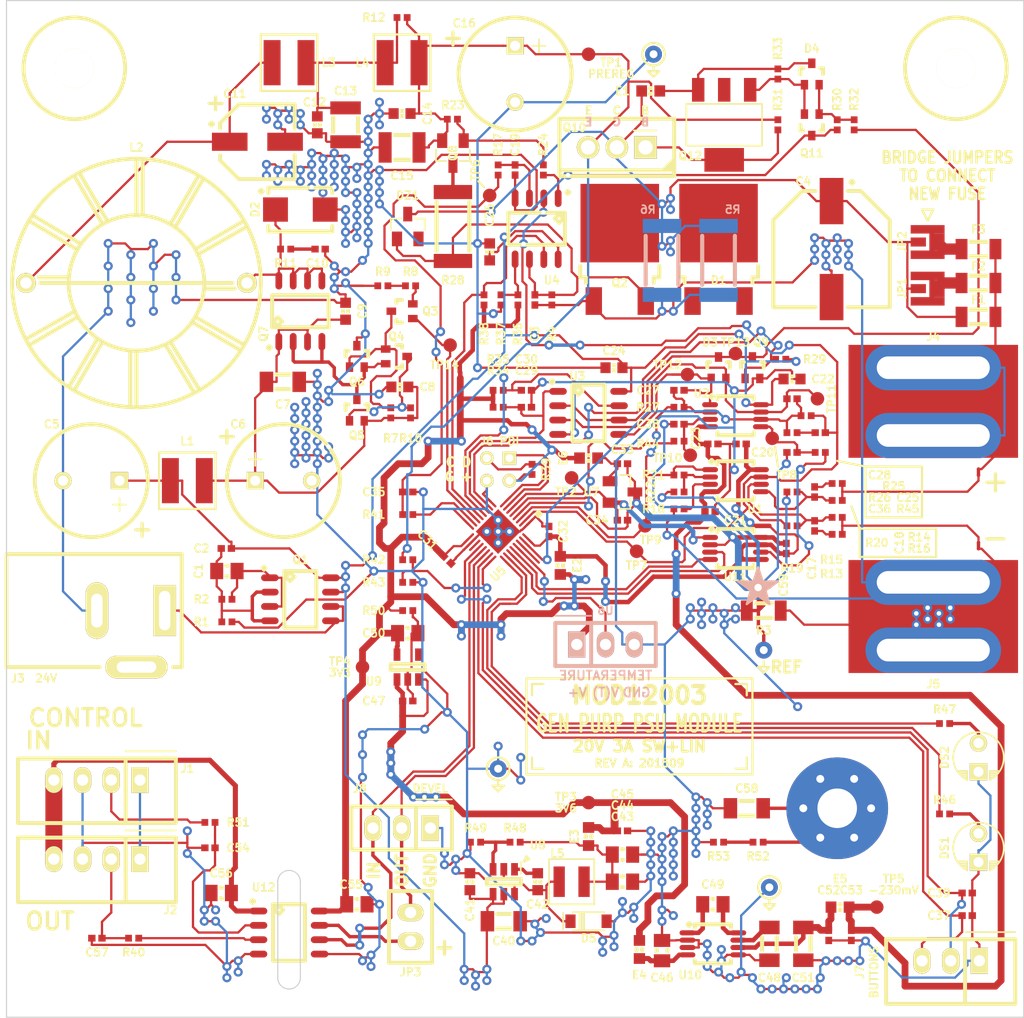
<source format=kicad_pcb>
(kicad_pcb (version 20171130) (host pcbnew "(5.1.12)-1")
  (layers (0 F.Cu signal) (31 B.Cu signal) (34 B.Paste user hide) (35 F.Paste user hide) (36 B.SilkS user hide) (37 F.SilkS user hide) (38 B.Mask user hide) (39 F.Mask user hide) (44 Edge.Cuts user))
  (net 0 "")
  (net 1 GND)
  (net 2 /Linear/P_OUT)
  (net 3 /Linear/P_IN)
  (net 4 /Linear/VSENSE+)
  (net 5 /Linear/VSENSE-)
  (net 6 3.3)
  (net 7 V-)
  (net 8 /Linear/ISENSE)
  (net 9 V+)
  (net 10 /Preregulator/PREF1)
  (net 11 /Preregulator/PREF2)
  (net 12 /Linear/SCR_FIRE)
  (net 13 +3.3A)
  (net 14 /Control/VREF)
  (net 15 /Control/VSET)
  (net 16 /Control/ISET)
  (net 17 /Preregulator/SWNODE)
  (net 18 /Control/PDI_D)
  (net 19 /Control/PDI_C)
  (net 20 "Net-(F2-Pad2)")
  (net 21 "Net-(F3-Pad2)")
  (net 22 3.6)
  (net 23 /LocalPwr/3V6SW)
  (net 24 /LocalPwr/3V6UF)
  (net 25 /LocalPwr/CF-)
  (net 26 /LocalPwr/CF+)
  (net 27 /VRP)
  (net 28 /VIN)
  (net 29 /Preregulator/V+F)
  (net 30 REFGND)
  (net 31 /Iso/ISO_GND)
  (net 32 "Net-(R48-Pad2)")
  (net 33 /Control/VSENSE)
  (net 34 /Control/ISENSE)
  (net 35 /Control/PREREG_SW)
  (net 36 /Control/OVP_THRESH)
  (net 37 /Control/OVPTH_PWM)
  (net 38 /Control/~SCR_TRIPPED)
  (net 39 "Net-(DS1-Pad2)")
  (net 40 "Net-(DS2-Pad2)")
  (net 41 /OUT+)
  (net 42 /Control/~EN)
  (net 43 /LocalPwr/3V6_7705)
  (net 44 /Control/~VLIM)
  (net 45 /Control/~ILIM)
  (net 46 /Control/TEMP)
  (net 47 "Net-(D3-Pad3)")
  (net 48 "Net-(C1-Pad2)")
  (net 49 "Net-(C17-Pad1)")
  (net 50 "Net-(C17-Pad2)")
  (net 51 "Net-(C18-Pad1)")
  (net 52 "Net-(C18-Pad2)")
  (net 53 "Net-(C25-Pad1)")
  (net 54 "Net-(C27-Pad1)")
  (net 55 "Net-(C27-Pad2)")
  (net 56 "Net-(C28-Pad1)")
  (net 57 "Net-(C42-Pad1)")
  (net 58 "Net-(D4-Pad1)")
  (net 59 "Net-(D4-Pad2)")
  (net 60 "Net-(D4-Pad3)")
  (net 61 "Net-(Q3-Pad2)")
  (net 62 "Net-(Q3-Pad3)")
  (net 63 "Net-(Q4-Pad2)")
  (net 64 "Net-(Q4-Pad3)")
  (net 65 "Net-(Q8-Pad1)")
  (net 66 "Net-(Q8-Pad3)")
  (net 67 "Net-(Q10-Pad1)")
  (net 68 "Net-(R8-Pad2)")
  (net 69 "Net-(R18-Pad1)")
  (net 70 "Net-(R21-Pad1)")
  (net 71 "Net-(R36-Pad1)")
  (net 72 "Net-(R42-Pad2)")
  (net 73 /Iso/ISO_5V)
  (net 74 /Iso/FROM_ISO_IN)
  (net 75 /Iso/TO_ISO_OUT)
  (net 76 /Control/RX)
  (net 77 "Net-(C48-Pad1)")
  (net 78 "Net-(C51-Pad1)")
  (net 79 "Net-(C54-Pad2)")
  (net 80 /Iso/ISO_OUT)
  (net 81 /Iso/ISO_IN)
  (net 82 "Net-(R40-Pad1)")
  (net 83 /PAD_MP1)
  (net 84 "Net-(R52-Pad1)")
  (net 85 "Net-(R45-Pad2)")
  (net 86 "Net-(R44-Pad2)")
  (net 87 "Net-(C19-Pad1)")
  (net 88 "Net-(R24-Pad1)")
  (net 89 "Net-(C10-Pad2)")
  (net 90 "Net-(U5-Pad16)")
  (net 91 /Control/SCL)
  (net 92 /Control/SDA)
  (net 93 "Net-(U5-Pad19)")
  (net 94 /Control/BTN2)
  (net 95 /Control/BTN1)
  (net 96 /Control/LEDCC)
  (net 97 /Control/LEDCV)
  (net 98 "Net-(U5-Pad30)")
  (net 99 "Net-(C33-Pad1)")
  (net 100 /Control/FORCE_SAT_L)
  (module smd-semi:TO-252 (layer F.Cu) (at 63 23 90)
    (fp_text reference D1 (at -1.75 0 180) (layer F.SilkS) (effects (font (size 0.7 0.7))))
    (fp_text value 40V/5A)
    (pad A smd rect (at -3.6 -2.3 270) (size 2.45 1.45) (layers F.Cu F.Paste F.Mask))
    (pad A smd rect (at -3.6 2.3 270) (size 2.45 1.45) (layers F.Cu F.Paste F.Mask))
    (pad K smd rect (at 3.3 0 270) (size 6.95 6.95) (layers F.Cu F.Mask))
  )
  (module VIA-0.8mm (layer F.Cu) (at 58.75 22.25)
    (fp_text reference VIA5_6 hide)
    (fp_text value VIA-0.8mm hide)
    (pad 1 thru_hole circle (at 0 0) (size 0.8 0.8) (drill 0.4) (layers *.Cu) (net 2 /Linear/P_OUT))
  )
  (module VIA-0.8mm (layer F.Cu) (at 58 21.75)
    (fp_text reference VIA5_5 hide)
    (fp_text value VIA-0.8mm hide)
    (pad 1 thru_hole circle (at 0 0) (size 0.8 0.8) (drill 0.4) (layers *.Cu) (net 2 /Linear/P_OUT))
  )
  (module VIA-0.8mm (layer F.Cu) (at 58.75 21.25)
    (fp_text reference VIA5_4 hide)
    (fp_text value VIA-0.8mm hide)
    (pad 1 thru_hole circle (at 0 0) (size 0.8 0.8) (drill 0.4) (layers *.Cu) (net 2 /Linear/P_OUT))
  )
  (module smd-semi:TO-252 (layer F.Cu) (at 54.2625 23 90)
    (fp_text reference Q2 (at -2 -0.0125 180) (layer F.SilkS) (effects (font (size 0.7 0.7))))
    (fp_text value 12A)
    (pad 1 smd rect (at -3.6 -2.3 270) (size 2.45 1.45) (layers F.Cu F.Paste F.Mask) (net 8 /Linear/ISENSE))
    (pad 2 smd rect (at -3.6 2.3 270) (size 2.45 1.45) (layers F.Cu F.Paste F.Mask) (net 12 /Linear/SCR_FIRE))
    (pad 3 smd rect (at 3.3 0 270) (size 6.95 6.95) (layers F.Cu F.Mask) (net 2 /Linear/P_OUT))
  )
  (module smd-semi:QFN40P400X400X55-33 (layer F.Cu) (at 43.5 47 225)
    (fp_text reference U5 (at 2.65165 -2.65165 225) (layer F.SilkS) (effects (font (size 0.7 0.7))))
    (fp_text value ATXMEGA32E5-M4U)
    (pad 33 smd rect (at 0 0 225) (size 2.8 2.8) (layers F.Cu F.Paste F.Mask) (net 1 GND))
    (pad 1 smd oval (at -2.325 -1.4 225) (size 1.35 0.2) (layers F.Cu F.Paste F.Mask) (net 1 GND))
    (pad 2 smd oval (at -2.325 -1 225) (size 1.35 0.2) (layers F.Cu F.Paste F.Mask) (net 33 /Control/VSENSE))
    (pad 3 smd oval (at -2.325 -0.6 225) (size 1.35 0.2) (layers F.Cu F.Paste F.Mask) (net 34 /Control/ISENSE))
    (pad 4 smd oval (at -2.325 -0.2 225) (size 1.35 0.2) (layers F.Cu F.Paste F.Mask) (net 86 "Net-(R44-Pad2)"))
    (pad 5 smd oval (at -2.325 0.2 225) (size 1.35 0.2) (layers F.Cu F.Paste F.Mask) (net 30 REFGND))
    (pad 6 smd oval (at -2.325 0.6 225) (size 1.35 0.2) (layers F.Cu F.Paste F.Mask) (net 14 /Control/VREF))
    (pad 7 smd oval (at -2.325 1 225) (size 1.35 0.2) (layers F.Cu F.Paste F.Mask) (net 18 /Control/PDI_D))
    (pad 8 smd oval (at -2.325 1.4 225) (size 1.35 0.2) (layers F.Cu F.Paste F.Mask) (net 19 /Control/PDI_C))
    (pad 17 smd oval (at 2.325 1.4 225) (size 1.35 0.2) (layers F.Cu F.Paste F.Mask) (net 6 3.3))
    (pad 18 smd oval (at 2.325 1 225) (size 1.35 0.2) (layers F.Cu F.Paste F.Mask) (net 1 GND))
    (pad 19 smd oval (at 2.325 0.6 225) (size 1.35 0.2) (layers F.Cu F.Paste F.Mask) (net 93 "Net-(U5-Pad19)"))
    (pad 20 smd oval (at 2.325 0.2 225) (size 1.35 0.2) (layers F.Cu F.Paste F.Mask) (net 95 /Control/BTN1))
    (pad 21 smd oval (at 2.325 -0.2 225) (size 1.35 0.2) (layers F.Cu F.Paste F.Mask) (net 75 /Iso/TO_ISO_OUT))
    (pad 22 smd oval (at 2.325 -0.6 225) (size 1.35 0.2) (layers F.Cu F.Paste F.Mask) (net 76 /Control/RX))
    (pad 23 smd oval (at 2.325 -1 225) (size 1.35 0.2) (layers F.Cu F.Paste F.Mask) (net 94 /Control/BTN2))
    (pad 24 smd oval (at 2.325 -1.4 225) (size 1.35 0.2) (layers F.Cu F.Paste F.Mask) (net 72 "Net-(R42-Pad2)"))
    (pad 9 smd oval (at -1.4 2.325 225) (size 0.2 1.35) (layers F.Cu F.Paste F.Mask) (net 1 GND))
    (pad 10 smd oval (at -1 2.325 225) (size 0.2 1.35) (layers F.Cu F.Paste F.Mask) (net 42 /Control/~EN))
    (pad 11 smd oval (at -0.6 2.325 225) (size 0.2 1.35) (layers F.Cu F.Paste F.Mask) (net 44 /Control/~VLIM))
    (pad 12 smd oval (at -0.2 2.325 225) (size 0.2 1.35) (layers F.Cu F.Paste F.Mask) (net 45 /Control/~ILIM))
    (pad 13 smd oval (at 0.2 2.325 225) (size 0.2 1.35) (layers F.Cu F.Paste F.Mask) (net 38 /Control/~SCR_TRIPPED))
    (pad 14 smd oval (at 0.6 2.325 225) (size 0.2 1.35) (layers F.Cu F.Paste F.Mask) (net 35 /Control/PREREG_SW))
    (pad 15 smd oval (at 1 2.325 225) (size 0.2 1.35) (layers F.Cu F.Paste F.Mask) (net 37 /Control/OVPTH_PWM))
    (pad 16 smd oval (at 1.4 2.325 225) (size 0.2 1.35) (layers F.Cu F.Paste F.Mask) (net 90 "Net-(U5-Pad16)"))
    (pad 25 smd oval (at 1.4 -2.325 225) (size 0.2 1.35) (layers F.Cu F.Paste F.Mask) (net 96 /Control/LEDCC))
    (pad 26 smd oval (at 1 -2.325 225) (size 0.2 1.35) (layers F.Cu F.Paste F.Mask) (net 97 /Control/LEDCV))
    (pad 27 smd oval (at 0.6 -2.325 225) (size 0.2 1.35) (layers F.Cu F.Paste F.Mask) (net 91 /Control/SCL))
    (pad 28 smd oval (at 0.2 -2.325 225) (size 0.2 1.35) (layers F.Cu F.Paste F.Mask) (net 92 /Control/SDA))
    (pad 29 smd oval (at -0.2 -2.325 225) (size 0.2 1.35) (layers F.Cu F.Paste F.Mask) (net 46 /Control/TEMP))
    (pad 30 smd oval (at -0.6 -2.325 225) (size 0.2 1.35) (layers F.Cu F.Paste F.Mask) (net 98 "Net-(U5-Pad30)"))
    (pad 31 smd oval (at -1 -2.325 225) (size 0.2 1.35) (layers F.Cu F.Paste F.Mask) (net 100 /Control/FORCE_SAT_L))
    (pad 32 smd oval (at -1.4 -2.325 225) (size 0.2 1.35) (layers F.Cu F.Paste F.Mask) (net 13 +3.3A))
  )
  (module conn-test:JUMPER-SOLDER-3mm (layer F.Cu) (at 81.5 21.375 180)
    (fp_text reference JP2 (at 2.25 0 270) (layer F.SilkS) (effects (font (size 0.7 0.7))))
    (fp_text value JUMPER-SOLDER hide)
    (pad 1 smd rect (at 0.825 0 180) (size 1.35 0.8) (layers F.Cu F.Mask) (net 2 /Linear/P_OUT))
    (pad 2 smd rect (at -0.825 0 180) (size 1.35 1.5) (layers F.Cu F.Mask) (net 21 "Net-(F3-Pad2)"))
    (pad 2 smd rect (at 0 -1.125 180) (size 3 0.75) (layers F.Cu F.Mask) (net 21 "Net-(F3-Pad2)"))
    (pad 2 smd rect (at 0 1.125 180) (size 3 0.75) (layers F.Cu F.Mask) (net 21 "Net-(F3-Pad2)"))
  )
  (module conn-test:JUMPER-SOLDER-3mm (layer F.Cu) (at 81.5 25.5 180)
    (fp_text reference JP1 (at 2.25 0 270) (layer F.SilkS) (effects (font (size 0.7 0.7))))
    (fp_text value JUMPER-SOLDER hide)
    (pad 1 smd rect (at 0.825 0 180) (size 1.35 0.8) (layers F.Cu F.Mask) (net 2 /Linear/P_OUT))
    (pad 2 smd rect (at -0.825 0 180) (size 1.35 1.5) (layers F.Cu F.Mask) (net 20 "Net-(F2-Pad2)"))
    (pad 2 smd rect (at 0 -1.125 180) (size 3 0.75) (layers F.Cu F.Mask) (net 20 "Net-(F2-Pad2)"))
    (pad 2 smd rect (at 0 1.125 180) (size 3 0.75) (layers F.Cu F.Mask) (net 20 "Net-(F2-Pad2)"))
  )
  (module VIA-0.8mm (layer F.Cu) (at 31 17)
    (fp_text reference REF**12144_16 hide)
    (fp_text value VIA-0.8mm hide)
    (pad 1 thru_hole circle (at 0 0) (size 0.8 0.8) (drill 0.4) (layers *.Cu) (net 1 GND))
  )
  (module VIA-0.8mm (layer F.Cu) (at 31 18)
    (fp_text reference REF**12144_15 hide)
    (fp_text value VIA-0.8mm hide)
    (pad 1 thru_hole circle (at 0 0) (size 0.8 0.8) (drill 0.4) (layers *.Cu) (net 1 GND))
  )
  (module VIA-0.8mm (layer F.Cu) (at 31 19)
    (fp_text reference REF**12144_14 hide)
    (fp_text value VIA-0.8mm hide)
    (pad 1 thru_hole circle (at 0 0) (size 0.8 0.8) (drill 0.4) (layers *.Cu) (net 1 GND))
  )
  (module VIA-0.8mm (layer F.Cu) (at 30 18.5)
    (fp_text reference REF**12144_13 hide)
    (fp_text value VIA-0.8mm hide)
    (pad 1 thru_hole circle (at 0 0) (size 0.8 0.8) (drill 0.4) (layers *.Cu) (net 1 GND))
  )
  (module VIA-0.8mm (layer F.Cu) (at 32 18.5)
    (fp_text reference REF**12144_12 hide)
    (fp_text value VIA-0.8mm hide)
    (pad 1 thru_hole circle (at 0 0) (size 0.8 0.8) (drill 0.4) (layers *.Cu) (net 1 GND))
  )
  (module mech:SCREW-4-SUPPORTED (layer F.Cu) (at 84 6)
    (fp_text reference MP3 hide)
    (fp_text value SCREW hide)
    (pad "" np_thru_hole circle (at 0 0) (size 3.5 3.5) (drill 3.5) (layers *.Cu *.Mask F.SilkS))
  )
  (module mech:SCREW-4-SUPPORTED (layer F.Cu) (at 6 6)
    (fp_text reference MP2 hide)
    (fp_text value SCREW hide)
    (pad "" np_thru_hole circle (at 0 0) (size 3.5 3.5) (drill 3.5) (layers *.Cu *.Mask F.SilkS))
  )
  (module VIA-0.8mm (layer F.Cu) (at 82 32.5)
    (fp_text reference REF**11111131_4 hide)
    (fp_text value VIA-0.8mm hide)
    (pad 1 thru_hole oval (at 0 0) (size 12 4) (drill oval 10 2) (layers *.Cu *.Mask) (net 41 /OUT+))
  )
  (module VIA-0.8mm (layer F.Cu) (at 82 38.5)
    (fp_text reference REF**11111131_3 hide)
    (fp_text value VIA-0.8mm hide)
    (pad 1 thru_hole oval (at 0 0) (size 12 4) (drill oval 10 2) (layers *.Cu *.Mask) (net 41 /OUT+))
  )
  (module VIA-0.8mm (layer F.Cu) (at 82 57.5)
    (fp_text reference REF**11111131_2 hide)
    (fp_text value VIA-0.8mm hide)
    (pad 1 thru_hole oval (at 0 0) (size 12 4) (drill oval 10 2) (layers *.Cu *.Mask) (net 8 /Linear/ISENSE))
  )
  (module VIA-0.8mm (layer F.Cu) (at 82 51.5)
    (fp_text reference REF**11111131 hide)
    (fp_text value VIA-0.8mm hide)
    (pad 1 thru_hole oval (at 0 0) (size 12 4) (drill oval 10 2) (layers *.Cu *.Mask) (net 8 /Linear/ISENSE))
  )
  (module VIA-0.8mm (layer F.Cu) (at 42.5 47)
    (fp_text reference REF**12132_11 hide)
    (fp_text value VIA-0.8mm hide)
    (pad 1 thru_hole circle (at 0 0) (size 0.8 0.8) (drill 0.4) (layers *.Cu) (net 1 GND))
  )
  (module VIA-0.8mm (layer F.Cu) (at 43.5 48)
    (fp_text reference REF**12132_10 hide)
    (fp_text value VIA-0.8mm hide)
    (pad 1 thru_hole circle (at 0 0) (size 0.8 0.8) (drill 0.4) (layers *.Cu) (net 1 GND))
  )
  (module VIA-0.8mm (layer F.Cu) (at 44.5 47)
    (fp_text reference REF**12132_9 hide)
    (fp_text value VIA-0.8mm hide)
    (pad 1 thru_hole circle (at 0 0) (size 0.8 0.8) (drill 0.4) (layers *.Cu) (net 1 GND))
  )
  (module VIA-0.8mm (layer F.Cu) (at 43.5 46)
    (fp_text reference REF**12132_8 hide)
    (fp_text value VIA-0.8mm hide)
    (pad 1 thru_hole circle (at 0 0) (size 0.8 0.8) (drill 0.4) (layers *.Cu) (net 1 GND))
  )
  (module VIA-0.8mm (layer F.Cu) (at 43.5 47)
    (fp_text reference REF**12132_7 hide)
    (fp_text value VIA-0.8mm hide)
    (pad 1 thru_hole circle (at 0 0) (size 0.8 0.8) (drill 0.4) (layers *.Cu) (net 1 GND))
  )
  (module conn-100mil:CONN-100MIL-M-2x3 (layer F.Cu) (at 43.5 41.5 180)
    (fp_text reference J6 (at 1 2.5 180) (layer F.SilkS) (effects (font (size 0.7 0.7))))
    (fp_text value PDI (at -1 2.5 180) (layer F.SilkS) (effects (font (size 0.7 0.7))))
    (pad 1 thru_hole rect (at -1 1 180) (size 1.2 1.2) (drill 0.7) (layers *.Cu *.Mask F.SilkS) (net 18 /Control/PDI_D))
    (pad 5 thru_hole circle (at 1 1 180) (size 1.2 1.2) (drill 0.7) (layers *.Cu *.Mask F.SilkS) (net 19 /Control/PDI_C))
    (pad 2 thru_hole circle (at -1 -1 180) (size 1.2 1.2) (drill 0.7) (layers *.Cu *.Mask F.SilkS) (net 6 3.3))
    (pad 6 thru_hole circle (at 1 -1 180) (size 1.2 1.2) (drill 0.7) (layers *.Cu *.Mask F.SilkS) (net 1 GND))
  )
  (module VIA-0.8mm (layer F.Cu) (at 61 75.5)
    (fp_text reference VIA331333 hide)
    (fp_text value VIA-0.8mm hide)
    (pad 1 thru_hole circle (at 0 0) (size 0.8 0.8) (drill 0.4) (layers *.Cu) (net 1 GND))
  )
  (module VIA-0.8mm (layer F.Cu) (at 62 73)
    (fp_text reference VIA331323 hide)
    (fp_text value VIA-0.8mm hide)
    (pad 1 thru_hole circle (at 0 0) (size 0.8 0.8) (drill 0.4) (layers *.Cu) (net 1 GND))
  )
  (module VIA-0.8mm (layer F.Cu) (at 61 72.5)
    (fp_text reference VIA331313 hide)
    (fp_text value VIA-0.8mm hide)
    (pad 1 thru_hole circle (at 0 0) (size 0.8 0.8) (drill 0.4) (layers *.Cu) (net 1 GND))
  )
  (module VIA-0.8mm (layer F.Cu) (at 61 74.5)
    (fp_text reference VIA331332 hide)
    (fp_text value VIA-0.8mm hide)
    (pad 1 thru_hole circle (at 0 0) (size 0.8 0.8) (drill 0.4) (layers *.Cu) (net 1 GND))
  )
  (module VIA-0.8mm (layer F.Cu) (at 62 72)
    (fp_text reference VIA331322 hide)
    (fp_text value VIA-0.8mm hide)
    (pad 1 thru_hole circle (at 0 0) (size 0.8 0.8) (drill 0.4) (layers *.Cu) (net 1 GND))
  )
  (module VIA-0.8mm (layer F.Cu) (at 61 71.5)
    (fp_text reference VIA331312 hide)
    (fp_text value VIA-0.8mm hide)
    (pad 1 thru_hole circle (at 0 0) (size 0.8 0.8) (drill 0.4) (layers *.Cu) (net 1 GND))
  )
  (module VIA-0.8mm (layer F.Cu) (at 61 73.5)
    (fp_text reference VIA331331 hide)
    (fp_text value VIA-0.8mm hide)
    (pad 1 thru_hole circle (at 0 0) (size 0.8 0.8) (drill 0.4) (layers *.Cu) (net 1 GND))
  )
  (module VIA-0.8mm (layer F.Cu) (at 62 71)
    (fp_text reference VIA331321 hide)
    (fp_text value VIA-0.8mm hide)
    (pad 1 thru_hole circle (at 0 0) (size 0.8 0.8) (drill 0.4) (layers *.Cu) (net 1 GND))
  )
  (module VIA-0.8mm (layer F.Cu) (at 61 70.5)
    (fp_text reference VIA331311 hide)
    (fp_text value VIA-0.8mm hide)
    (pad 1 thru_hole circle (at 0 0) (size 0.8 0.8) (drill 0.4) (layers *.Cu) (net 1 GND))
  )
  (module VIA-0.8mm (layer F.Cu) (at 59 27.5)
    (fp_text reference REF**1111111_3 hide)
    (fp_text value VIA-0.8mm hide)
    (pad 1 thru_hole circle (at 0 0) (size 0.8 0.8) (drill 0.4) (layers *.Cu) (net 8 /Linear/ISENSE))
  )
  (module VIA-0.8mm (layer F.Cu) (at 58 27.5)
    (fp_text reference REF**1111111_2 hide)
    (fp_text value VIA-0.8mm hide)
    (pad 1 thru_hole circle (at 0 0) (size 0.8 0.8) (drill 0.4) (layers *.Cu) (net 8 /Linear/ISENSE))
  )
  (module VIA-0.8mm (layer F.Cu) (at 58.75 18.5)
    (fp_text reference VIA5_3 hide)
    (fp_text value VIA-0.8mm hide)
    (pad 1 thru_hole circle (at 0 0) (size 0.8 0.8) (drill 0.4) (layers *.Cu) (net 2 /Linear/P_OUT))
  )
  (module VIA-0.8mm (layer F.Cu) (at 58.75 17.5)
    (fp_text reference VIA5_2 hide)
    (fp_text value VIA-0.8mm hide)
    (pad 1 thru_hole circle (at 0 0) (size 0.8 0.8) (drill 0.4) (layers *.Cu) (net 2 /Linear/P_OUT))
  )
  (module VIA-0.8mm (layer F.Cu) (at 58 18)
    (fp_text reference VIA5 hide)
    (fp_text value VIA-0.8mm hide)
    (pad 1 thru_hole circle (at 0 0) (size 0.8 0.8) (drill 0.4) (layers *.Cu) (net 2 /Linear/P_OUT))
  )
  (module VIA-0.8mm (layer F.Cu) (at 66.5 51.96)
    (fp_text reference REF**111142_2 hide)
    (fp_text value VIA-0.8mm hide)
    (pad 1 thru_hole circle (at 0 0) (size 1.3 1.3) (drill 0.65) (layers *.Cu *.Mask) (net 30 REFGND))
  )
  (module IPC7351-Nominal:RESC3216X60 (layer F.Cu) (at 67 54 180)
    (fp_text reference R3 (at 0 -1.75 180) (layer F.SilkS) (effects (font (size 0.7 0.7))))
    (fp_text value R010)
    (pad 1 smd rect (at -1.5 0 180) (size 1.05 1.8) (layers F.Cu F.Paste F.Mask) (net 8 /Linear/ISENSE))
    (pad 2 smd rect (at 1.5 0 180) (size 1.05 1.8) (layers F.Cu F.Paste F.Mask) (net 1 GND))
  )
  (module VIA-0.8mm (layer F.Cu) (at 67 57.5 180)
    (fp_text reference VIA33212_5 hide)
    (fp_text value VIA-0.8mm hide)
    (pad 1 thru_hole circle (at 0 0 180) (size 1.5 1.5) (drill 0.7) (layers *.Cu *.Mask) (net 30 REFGND))
  )
  (module VIA-0.8mm (layer F.Cu) (at 20.5 86)
    (fp_text reference VIA3112_17 hide)
    (fp_text value VIA-0.8mm hide)
    (pad 1 thru_hole circle (at 0 0) (size 0.8 0.8) (drill 0.4) (layers *.Cu) (net 31 /Iso/ISO_GND))
  )
  (module VIA-0.8mm (layer F.Cu) (at 20.5 85)
    (fp_text reference VIA3112_16 hide)
    (fp_text value VIA-0.8mm hide)
    (pad 1 thru_hole circle (at 0 0) (size 0.8 0.8) (drill 0.4) (layers *.Cu) (net 31 /Iso/ISO_GND))
  )
  (module VIA-0.8mm (layer F.Cu) (at 19.5 85.5)
    (fp_text reference VIA3112_15 hide)
    (fp_text value VIA-0.8mm hide)
    (pad 1 thru_hole circle (at 0 0) (size 0.8 0.8) (drill 0.4) (layers *.Cu) (net 31 /Iso/ISO_GND))
  )
  (module VIA-0.8mm (layer F.Cu) (at 19.5 86.5)
    (fp_text reference VIA3112_14 hide)
    (fp_text value VIA-0.8mm hide)
    (pad 1 thru_hole circle (at 0 0) (size 0.8 0.8) (drill 0.4) (layers *.Cu) (net 31 /Iso/ISO_GND))
  )
  (module VIA-0.8mm (layer F.Cu) (at 16 73.5)
    (fp_text reference VIA3112_13 hide)
    (fp_text value VIA-0.8mm hide)
    (pad 1 thru_hole circle (at 0 0) (size 0.8 0.8) (drill 0.4) (layers *.Cu) (net 31 /Iso/ISO_GND))
  )
  (module VIA-0.8mm (layer F.Cu) (at 16 75.5)
    (fp_text reference VIA3112_12 hide)
    (fp_text value VIA-0.8mm hide)
    (pad 1 thru_hole circle (at 0 0) (size 0.8 0.8) (drill 0.4) (layers *.Cu) (net 31 /Iso/ISO_GND))
  )
  (module VIA-0.8mm (layer F.Cu) (at 18.5 80.5)
    (fp_text reference VIA3112_11 hide)
    (fp_text value VIA-0.8mm hide)
    (pad 1 thru_hole circle (at 0 0) (size 0.8 0.8) (drill 0.4) (layers *.Cu) (net 31 /Iso/ISO_GND))
  )
  (module VIA-0.8mm (layer F.Cu) (at 18.5 81.5)
    (fp_text reference VIA3112_10 hide)
    (fp_text value VIA-0.8mm hide)
    (pad 1 thru_hole circle (at 0 0) (size 0.8 0.8) (drill 0.4) (layers *.Cu) (net 31 /Iso/ISO_GND))
  )
  (module VIA-0.8mm (layer F.Cu) (at 17.5 81.5)
    (fp_text reference VIA3112_9 hide)
    (fp_text value VIA-0.8mm hide)
    (pad 1 thru_hole circle (at 0 0) (size 0.8 0.8) (drill 0.4) (layers *.Cu) (net 31 /Iso/ISO_GND))
  )
  (module pth-semi:TO-220 (layer F.Cu) (at 54 13 180)
    (fp_text reference Q10 (at 3.75 1.75 180) (layer F.SilkS) (effects (font (size 0.7 0.7))))
    (fp_text value D45H11)
    (pad 2 thru_hole circle (at 0 0 180) (size 1.99898 1.99898) (drill 1.27) (layers *.Cu *.Mask F.SilkS) (net 2 /Linear/P_OUT))
    (pad 1 thru_hole rect (at -2.54 0 180) (size 1.99898 1.99898) (drill 1.27) (layers *.Cu *.Mask F.SilkS) (net 67 "Net-(Q10-Pad1)"))
    (pad 3 thru_hole circle (at 2.54 0 180) (size 1.99898 1.99898) (drill 1.27) (layers *.Cu *.Mask F.SilkS) (net 3 /Linear/P_IN))
  )
  (module conn-100mil:CONN-100MIL-M-1x2 (layer F.Cu) (at 35.75 82 90)
    (fp_text reference JP3 (at -4 0 180) (layer F.SilkS) (effects (font (size 0.7 0.7))))
    (fp_text value JUMPER)
    (pad 1 thru_hole oval (at -1.27 0 90) (size 1.524 2.286) (drill 1) (layers *.Cu *.Mask F.SilkS) (net 74 /Iso/FROM_ISO_IN))
    (pad 2 thru_hole oval (at 1.27 0 90) (size 1.524 2.286) (drill 1) (layers *.Cu *.Mask F.SilkS) (net 76 /Control/RX))
  )
  (module VIA-0.8mm (layer F.Cu) (at 17.5 80.5)
    (fp_text reference VIA3112_8 hide)
    (fp_text value VIA-0.8mm hide)
    (pad 1 thru_hole circle (at 0 0) (size 0.8 0.8) (drill 0.4) (layers *.Cu) (net 31 /Iso/ISO_GND))
  )
  (module VIA-0.8mm (layer F.Cu) (at 32.25 84.5)
    (fp_text reference VIA3112_7 hide)
    (fp_text value VIA-0.8mm hide)
    (pad 1 thru_hole circle (at 0 0) (size 0.8 0.8) (drill 0.4) (layers *.Cu) (net 1 GND))
  )
  (module VIA-0.8mm (layer F.Cu) (at 32.25 85.5)
    (fp_text reference VIA3112_6 hide)
    (fp_text value VIA-0.8mm hide)
    (pad 1 thru_hole circle (at 0 0) (size 0.8 0.8) (drill 0.4) (layers *.Cu) (net 1 GND))
  )
  (module VIA-0.8mm (layer F.Cu) (at 31.5 85)
    (fp_text reference VIA3112_5 hide)
    (fp_text value VIA-0.8mm hide)
    (pad 1 thru_hole circle (at 0 0) (size 0.8 0.8) (drill 0.4) (layers *.Cu) (net 1 GND))
  )
  (module VIA-0.8mm (layer F.Cu) (at 32 78.5)
    (fp_text reference VIA3112_4 hide)
    (fp_text value VIA-0.8mm hide)
    (pad 1 thru_hole circle (at 0 0) (size 0.8 0.8) (drill 0.4) (layers *.Cu) (net 1 GND))
  )
  (module VIA-0.8mm (layer F.Cu) (at 33 80)
    (fp_text reference VIA3112_3 hide)
    (fp_text value VIA-0.8mm hide)
    (pad 1 thru_hole circle (at 0 0) (size 0.8 0.8) (drill 0.4) (layers *.Cu) (net 1 GND))
  )
  (module VIA-0.8mm (layer F.Cu) (at 43.5 68 180)
    (fp_text reference VIA33212_4 hide)
    (fp_text value VIA-0.8mm hide)
    (pad 1 thru_hole circle (at 0 0 180) (size 1.5 1.5) (drill 0.7) (layers *.Cu *.Mask) (net 1 GND))
  )
  (module conn-cui:CONN-PJ-037A (layer F.Cu) (at 8 54 180)
    (fp_text reference J3 (at 7 -6 180) (layer F.SilkS) (effects (font (size 0.7 0.7))))
    (fp_text value 24V (at 4.5 -6 180) (layer F.SilkS) (effects (font (size 0.7 0.7))))
    (pad 1 thru_hole rect (at -6 0 180) (size 2 4.5) (drill oval 1 3.5) (layers *.Cu *.Mask F.SilkS) (net 28 /VIN))
    (pad 2 thru_hole oval (at 0 0 180) (size 2 5) (drill oval 1 3) (layers *.Cu *.Mask F.SilkS) (net 1 GND))
    (pad X thru_hole oval (at -3.5 -5 270) (size 2 5.5) (drill oval 1 3.5) (layers *.Cu *.Mask F.SilkS))
  )
  (module VIA-0.8mm (layer F.Cu) (at 57.25 4.75 180)
    (fp_text reference VIA33212_3 hide)
    (fp_text value VIA-0.8mm hide)
    (pad 1 thru_hole circle (at 0 0 180) (size 1.5 1.5) (drill 0.7) (layers *.Cu *.Mask) (net 1 GND))
  )
  (module VIA-0.8mm (layer F.Cu) (at 31.5 23)
    (fp_text reference REF**12144_11 hide)
    (fp_text value VIA-0.8mm hide)
    (pad 1 thru_hole circle (at 0 0) (size 0.8 0.8) (drill 0.4) (layers *.Cu) (net 1 GND))
  )
  (module VIA-0.8mm (layer F.Cu) (at 31 15.75)
    (fp_text reference REF**12132_6 hide)
    (fp_text value VIA-0.8mm hide)
    (pad 1 thru_hole circle (at 0 0) (size 0.8 0.8) (drill 0.4) (layers *.Cu) (net 1 GND))
  )
  (module VIA-0.8mm (layer F.Cu) (at 31 14.75)
    (fp_text reference REF**12132_5 hide)
    (fp_text value VIA-0.8mm hide)
    (pad 1 thru_hole circle (at 0 0) (size 0.8 0.8) (drill 0.4) (layers *.Cu) (net 1 GND))
  )
  (module VIA-0.8mm (layer F.Cu) (at 67.5 78.5 180)
    (fp_text reference VIA33212_2 hide)
    (fp_text value VIA-0.8mm hide)
    (pad 1 thru_hole circle (at 0 0 180) (size 1.5 1.5) (drill 0.7) (layers *.Cu *.Mask) (net 1 GND))
  )
  (module VIA-0.8mm (layer F.Cu) (at 31.75 29.5)
    (fp_text reference REF**12143_10 hide)
    (fp_text value VIA-0.8mm hide)
    (pad 1 thru_hole circle (at 0 0) (size 0.8 0.8) (drill 0.4) (layers *.Cu) (net 1 GND))
  )
  (module VIA-0.8mm (layer F.Cu) (at 32.5 50.5)
    (fp_text reference REF**1111211_2 hide)
    (fp_text value VIA-0.8mm hide)
    (pad 1 thru_hole circle (at 0 0) (size 0.8 0.8) (drill 0.4) (layers *.Cu) (net 1 GND))
  )
  (module VIA-0.8mm (layer F.Cu) (at 31.5 68.75)
    (fp_text reference REF**1111222_2 hide)
    (fp_text value VIA-0.8mm hide)
    (pad 1 thru_hole circle (at 0 0) (size 0.8 0.8) (drill 0.4) (layers *.Cu) (net 1 GND))
  )
  (module VIA-0.8mm (layer F.Cu) (at 31.5 66.75)
    (fp_text reference REF**1111221_3 hide)
    (fp_text value VIA-0.8mm hide)
    (pad 1 thru_hole circle (at 0 0) (size 0.8 0.8) (drill 0.4) (layers *.Cu) (net 1 GND))
  )
  (module VIA-0.8mm (layer F.Cu) (at 31.5 65)
    (fp_text reference REF**1111212_2 hide)
    (fp_text value VIA-0.8mm hide)
    (pad 1 thru_hole circle (at 0 0) (size 0.8 0.8) (drill 0.4) (layers *.Cu) (net 1 GND))
  )
  (module VIA-0.8mm (layer F.Cu) (at 37 64.5)
    (fp_text reference REF**1111212 hide)
    (fp_text value VIA-0.8mm hide)
    (pad 1 thru_hole circle (at 0 0) (size 0.8 0.8) (drill 0.4) (layers *.Cu) (net 1 GND))
  )
  (module VIA-0.8mm (layer F.Cu) (at 39 63)
    (fp_text reference REF**1111221_2 hide)
    (fp_text value VIA-0.8mm hide)
    (pad 1 thru_hole circle (at 0 0) (size 0.8 0.8) (drill 0.4) (layers *.Cu) (net 1 GND))
  )
  (module VIA-0.8mm (layer F.Cu) (at 45.5 67)
    (fp_text reference REF**1111221 hide)
    (fp_text value VIA-0.8mm hide)
    (pad 1 thru_hole circle (at 0 0) (size 0.8 0.8) (drill 0.4) (layers *.Cu) (net 1 GND))
  )
  (module VIA-0.8mm (layer F.Cu) (at 43.5 66)
    (fp_text reference REF**1111211 hide)
    (fp_text value VIA-0.8mm hide)
    (pad 1 thru_hole circle (at 0 0) (size 0.8 0.8) (drill 0.4) (layers *.Cu) (net 1 GND))
  )
  (module VIA-0.8mm (layer F.Cu) (at 45.5 69)
    (fp_text reference REF**1111222 hide)
    (fp_text value VIA-0.8mm hide)
    (pad 1 thru_hole circle (at 0 0) (size 0.8 0.8) (drill 0.4) (layers *.Cu) (net 1 GND))
  )
  (module VIA-0.8mm (layer F.Cu) (at 70 62.5)
    (fp_text reference REF**111123_2 hide)
    (fp_text value VIA-0.8mm hide)
    (pad 1 thru_hole circle (at 0 0) (size 0.8 0.8) (drill 0.4) (layers *.Cu) (net 1 GND))
  )
  (module VIA-0.8mm (layer F.Cu) (at 30 52)
    (fp_text reference REF**12144_10 hide)
    (fp_text value VIA-0.8mm hide)
    (pad 1 thru_hole circle (at 0 0) (size 0.8 0.8) (drill 0.4) (layers *.Cu) (net 9 V+))
  )
  (module VIA-0.8mm (layer F.Cu) (at 30 51)
    (fp_text reference REF**12144_9 hide)
    (fp_text value VIA-0.8mm hide)
    (pad 1 thru_hole circle (at 0 0) (size 0.8 0.8) (drill 0.4) (layers *.Cu) (net 9 V+))
  )
  (module VIA-0.8mm (layer F.Cu) (at 30 50)
    (fp_text reference REF**12144_8 hide)
    (fp_text value VIA-0.8mm hide)
    (pad 1 thru_hole circle (at 0 0) (size 0.8 0.8) (drill 0.4) (layers *.Cu) (net 9 V+))
  )
  (module VIA-0.8mm (layer F.Cu) (at 63.5 55.25)
    (fp_text reference REF**111143 hide)
    (fp_text value VIA-0.8mm hide)
    (pad 1 thru_hole circle (at 0 0) (size 0.8 0.8) (drill 0.4) (layers *.Cu) (net 1 GND))
  )
  (module VIA-0.8mm (layer F.Cu) (at 62.5 54.75)
    (fp_text reference REF**111133 hide)
    (fp_text value VIA-0.8mm hide)
    (pad 1 thru_hole circle (at 0 0) (size 0.8 0.8) (drill 0.4) (layers *.Cu) (net 1 GND))
  )
  (module VIA-0.8mm (layer F.Cu) (at 61.5 55.25)
    (fp_text reference REF**111123 hide)
    (fp_text value VIA-0.8mm hide)
    (pad 1 thru_hole circle (at 0 0) (size 0.8 0.8) (drill 0.4) (layers *.Cu) (net 1 GND))
  )
  (module VIA-0.8mm (layer F.Cu) (at 60.5 54.75)
    (fp_text reference REF**111113 hide)
    (fp_text value VIA-0.8mm hide)
    (pad 1 thru_hole circle (at 0 0) (size 0.8 0.8) (drill 0.4) (layers *.Cu) (net 1 GND))
  )
  (module VIA-0.8mm (layer F.Cu) (at 63.5 54.25)
    (fp_text reference REF**111142 hide)
    (fp_text value VIA-0.8mm hide)
    (pad 1 thru_hole circle (at 0 0) (size 0.8 0.8) (drill 0.4) (layers *.Cu) (net 1 GND))
  )
  (module VIA-0.8mm (layer F.Cu) (at 62.5 53.75)
    (fp_text reference REF**111132 hide)
    (fp_text value VIA-0.8mm hide)
    (pad 1 thru_hole circle (at 0 0) (size 0.8 0.8) (drill 0.4) (layers *.Cu) (net 1 GND))
  )
  (module VIA-0.8mm (layer F.Cu) (at 61.5 54.25)
    (fp_text reference REF**111122 hide)
    (fp_text value VIA-0.8mm hide)
    (pad 1 thru_hole circle (at 0 0) (size 0.8 0.8) (drill 0.4) (layers *.Cu) (net 1 GND))
  )
  (module VIA-0.8mm (layer F.Cu) (at 60.5 53.75)
    (fp_text reference REF**111112 hide)
    (fp_text value VIA-0.8mm hide)
    (pad 1 thru_hole circle (at 0 0) (size 0.8 0.8) (drill 0.4) (layers *.Cu) (net 1 GND))
  )
  (module VIA-0.8mm (layer F.Cu) (at 64.5 53.75)
    (fp_text reference REF**111131 hide)
    (fp_text value VIA-0.8mm hide)
    (pad 1 thru_hole circle (at 0 0) (size 0.8 0.8) (drill 0.4) (layers *.Cu) (net 1 GND))
  )
  (module VIA-0.8mm (layer F.Cu) (at 61.5 53.25)
    (fp_text reference REF**111121 hide)
    (fp_text value VIA-0.8mm hide)
    (pad 1 thru_hole circle (at 0 0) (size 0.8 0.8) (drill 0.4) (layers *.Cu) (net 1 GND))
  )
  (module VIA-0.8mm (layer F.Cu) (at 64.5 54.75)
    (fp_text reference REF**111111 hide)
    (fp_text value VIA-0.8mm hide)
    (pad 1 thru_hole circle (at 0 0) (size 0.8 0.8) (drill 0.4) (layers *.Cu) (net 1 GND))
  )
  (module VIA-0.8mm (layer F.Cu) (at 59 77.5)
    (fp_text reference VIA33135 hide)
    (fp_text value VIA-0.8mm hide)
    (pad 1 thru_hole circle (at 0 0) (size 0.8 0.8) (drill 0.4) (layers *.Cu) (net 1 GND))
  )
  (module VIA-0.8mm (layer F.Cu) (at 58 78)
    (fp_text reference VIA33125 hide)
    (fp_text value VIA-0.8mm hide)
    (pad 1 thru_hole circle (at 0 0) (size 0.8 0.8) (drill 0.4) (layers *.Cu) (net 1 GND))
  )
  (module VIA-0.8mm (layer F.Cu) (at 57 77.5)
    (fp_text reference VIA33115 hide)
    (fp_text value VIA-0.8mm hide)
    (pad 1 thru_hole circle (at 0 0) (size 0.8 0.8) (drill 0.4) (layers *.Cu) (net 1 GND))
  )
  (module VIA-0.8mm (layer F.Cu) (at 59 76.5)
    (fp_text reference VIA33134 hide)
    (fp_text value VIA-0.8mm hide)
    (pad 1 thru_hole circle (at 0 0) (size 0.8 0.8) (drill 0.4) (layers *.Cu) (net 1 GND))
  )
  (module VIA-0.8mm (layer F.Cu) (at 58 77)
    (fp_text reference VIA33124 hide)
    (fp_text value VIA-0.8mm hide)
    (pad 1 thru_hole circle (at 0 0) (size 0.8 0.8) (drill 0.4) (layers *.Cu) (net 1 GND))
  )
  (module VIA-0.8mm (layer F.Cu) (at 57 76.5)
    (fp_text reference VIA33114 hide)
    (fp_text value VIA-0.8mm hide)
    (pad 1 thru_hole circle (at 0 0) (size 0.8 0.8) (drill 0.4) (layers *.Cu) (net 1 GND))
  )
  (module VIA-0.8mm (layer F.Cu) (at 59 75.5)
    (fp_text reference VIA33133 hide)
    (fp_text value VIA-0.8mm hide)
    (pad 1 thru_hole circle (at 0 0) (size 0.8 0.8) (drill 0.4) (layers *.Cu) (net 1 GND))
  )
  (module VIA-0.8mm (layer F.Cu) (at 58 76)
    (fp_text reference VIA33123 hide)
    (fp_text value VIA-0.8mm hide)
    (pad 1 thru_hole circle (at 0 0) (size 0.8 0.8) (drill 0.4) (layers *.Cu) (net 1 GND))
  )
  (module VIA-0.8mm (layer F.Cu) (at 57 75.5)
    (fp_text reference VIA33113 hide)
    (fp_text value VIA-0.8mm hide)
    (pad 1 thru_hole circle (at 0 0) (size 0.8 0.8) (drill 0.4) (layers *.Cu) (net 1 GND))
  )
  (module VIA-0.8mm (layer F.Cu) (at 59 74.5)
    (fp_text reference VIA33132 hide)
    (fp_text value VIA-0.8mm hide)
    (pad 1 thru_hole circle (at 0 0) (size 0.8 0.8) (drill 0.4) (layers *.Cu) (net 1 GND))
  )
  (module VIA-0.8mm (layer F.Cu) (at 58 75)
    (fp_text reference VIA33122 hide)
    (fp_text value VIA-0.8mm hide)
    (pad 1 thru_hole circle (at 0 0) (size 0.8 0.8) (drill 0.4) (layers *.Cu) (net 1 GND))
  )
  (module VIA-0.8mm (layer F.Cu) (at 57 74.5)
    (fp_text reference VIA33112 hide)
    (fp_text value VIA-0.8mm hide)
    (pad 1 thru_hole circle (at 0 0) (size 0.8 0.8) (drill 0.4) (layers *.Cu) (net 1 GND))
  )
  (module VIA-0.8mm (layer F.Cu) (at 59 73.5)
    (fp_text reference VIA33131 hide)
    (fp_text value VIA-0.8mm hide)
    (pad 1 thru_hole circle (at 0 0) (size 0.8 0.8) (drill 0.4) (layers *.Cu) (net 1 GND))
  )
  (module VIA-0.8mm (layer F.Cu) (at 58 74)
    (fp_text reference VIA33121 hide)
    (fp_text value VIA-0.8mm hide)
    (pad 1 thru_hole circle (at 0 0) (size 0.8 0.8) (drill 0.4) (layers *.Cu) (net 1 GND))
  )
  (module VIA-0.8mm (layer F.Cu) (at 40.75 75.5)
    (fp_text reference VIA3111_3 hide)
    (fp_text value VIA-0.8mm hide)
    (pad 1 thru_hole circle (at 0 0) (size 0.8 0.8) (drill 0.4) (layers *.Cu) (net 1 GND))
  )
  (module VIA-0.8mm (layer F.Cu) (at 38.75 75.5)
    (fp_text reference VIA3111_2 hide)
    (fp_text value VIA-0.8mm hide)
    (pad 1 thru_hole circle (at 0 0) (size 0.8 0.8) (drill 0.4) (layers *.Cu) (net 1 GND))
  )
  (module VIA-0.8mm (layer F.Cu) (at 39.75 76)
    (fp_text reference VIA3121_2 hide)
    (fp_text value VIA-0.8mm hide)
    (pad 1 thru_hole circle (at 0 0) (size 0.8 0.8) (drill 0.4) (layers *.Cu) (net 1 GND))
  )
  (module VIA-0.8mm (layer F.Cu) (at 38.75 76.5)
    (fp_text reference VIA3112_2 hide)
    (fp_text value VIA-0.8mm hide)
    (pad 1 thru_hole circle (at 0 0) (size 0.8 0.8) (drill 0.4) (layers *.Cu) (net 1 GND))
  )
  (module VIA-0.8mm (layer F.Cu) (at 39.75 77)
    (fp_text reference VIA3122_2 hide)
    (fp_text value VIA-0.8mm hide)
    (pad 1 thru_hole circle (at 0 0) (size 0.8 0.8) (drill 0.4) (layers *.Cu) (net 1 GND))
  )
  (module VIA-0.8mm (layer F.Cu) (at 53.75 83.75)
    (fp_text reference VIA3122 hide)
    (fp_text value VIA-0.8mm hide)
    (pad 1 thru_hole circle (at 0 0) (size 0.8 0.8) (drill 0.4) (layers *.Cu) (net 1 GND))
  )
  (module VIA-0.8mm (layer F.Cu) (at 52.75 84.25)
    (fp_text reference VIA3112 hide)
    (fp_text value VIA-0.8mm hide)
    (pad 1 thru_hole circle (at 0 0) (size 0.8 0.8) (drill 0.4) (layers *.Cu) (net 1 GND))
  )
  (module VIA-0.8mm (layer F.Cu) (at 53.75 82.75)
    (fp_text reference VIA3121 hide)
    (fp_text value VIA-0.8mm hide)
    (pad 1 thru_hole circle (at 0 0) (size 0.8 0.8) (drill 0.4) (layers *.Cu) (net 1 GND))
  )
  (module VIA-0.8mm (layer F.Cu) (at 52.75 83.25)
    (fp_text reference VIA3111 hide)
    (fp_text value VIA-0.8mm hide)
    (pad 1 thru_hole circle (at 0 0) (size 0.8 0.8) (drill 0.4) (layers *.Cu) (net 1 GND))
  )
  (module VIA-0.8mm (layer F.Cu) (at 62 84.5)
    (fp_text reference VIA331112 hide)
    (fp_text value VIA-0.8mm hide)
    (pad 1 thru_hole circle (at 0 0) (size 0.8 0.8) (drill 0.4) (layers *.Cu) (net 1 GND))
  )
  (module VIA-0.8mm (layer F.Cu) (at 62 83.5)
    (fp_text reference VIA331111 hide)
    (fp_text value VIA-0.8mm hide)
    (pad 1 thru_hole circle (at 0 0) (size 0.8 0.8) (drill 0.4) (layers *.Cu) (net 1 GND))
  )
  (module VIA-0.8mm (layer F.Cu) (at 69.75 87.5 180)
    (fp_text reference VIA33243 hide)
    (fp_text value VIA-0.8mm hide)
    (pad 1 thru_hole circle (at 0 0 180) (size 0.8 0.8) (drill 0.4) (layers *.Cu) (net 1 GND))
  )
  (module VIA-0.8mm (layer F.Cu) (at 70.75 87.5 180)
    (fp_text reference VIA33233 hide)
    (fp_text value VIA-0.8mm hide)
    (pad 1 thru_hole circle (at 0 0 180) (size 0.8 0.8) (drill 0.4) (layers *.Cu) (net 1 GND))
  )
  (module VIA-0.8mm (layer F.Cu) (at 63.25 84 180)
    (fp_text reference VIA33223 hide)
    (fp_text value VIA-0.8mm hide)
    (pad 1 thru_hole circle (at 0 0 180) (size 0.8 0.8) (drill 0.4) (layers *.Cu) (net 1 GND))
  )
  (module VIA-0.8mm (layer F.Cu) (at 71.75 87.5 180)
    (fp_text reference VIA33242 hide)
    (fp_text value VIA-0.8mm hide)
    (pad 1 thru_hole circle (at 0 0 180) (size 0.8 0.8) (drill 0.4) (layers *.Cu) (net 1 GND))
  )
  (module VIA-0.8mm (layer F.Cu) (at 62 85.5 180)
    (fp_text reference VIA33232 hide)
    (fp_text value VIA-0.8mm hide)
    (pad 1 thru_hole circle (at 0 0 180) (size 0.8 0.8) (drill 0.4) (layers *.Cu) (net 1 GND))
  )
  (module VIA-0.8mm (layer F.Cu) (at 63.25 85 180)
    (fp_text reference VIA33222 hide)
    (fp_text value VIA-0.8mm hide)
    (pad 1 thru_hole circle (at 0 0 180) (size 0.8 0.8) (drill 0.4) (layers *.Cu) (net 1 GND))
  )
  (module VIA-0.8mm (layer F.Cu) (at 72.5 85 180)
    (fp_text reference VIA33212 hide)
    (fp_text value VIA-0.8mm hide)
    (pad 1 thru_hole circle (at 0 0 180) (size 0.8 0.8) (drill 0.4) (layers *.Cu) (net 1 GND))
  )
  (module VIA-0.8mm (layer F.Cu) (at 75.5 85 90)
    (fp_text reference VIA33241 hide)
    (fp_text value VIA-0.8mm hide)
    (pad 1 thru_hole circle (at 0 0 90) (size 0.8 0.8) (drill 0.4) (layers *.Cu) (net 1 GND))
  )
  (module VIA-0.8mm (layer F.Cu) (at 76 83.25 90)
    (fp_text reference VIA33231 hide)
    (fp_text value VIA-0.8mm hide)
    (pad 1 thru_hole circle (at 0 0 90) (size 0.8 0.8) (drill 0.4) (layers *.Cu) (net 1 GND))
  )
  (module VIA-0.8mm (layer F.Cu) (at 74.5 85 90)
    (fp_text reference VIA33221 hide)
    (fp_text value VIA-0.8mm hide)
    (pad 1 thru_hole circle (at 0 0 90) (size 0.8 0.8) (drill 0.4) (layers *.Cu) (net 1 GND))
  )
  (module VIA-0.8mm (layer F.Cu) (at 73.5 85 90)
    (fp_text reference VIA33211 hide)
    (fp_text value VIA-0.8mm hide)
    (pad 1 thru_hole circle (at 0 0 90) (size 0.8 0.8) (drill 0.4) (layers *.Cu) (net 1 GND))
  )
  (module VIA-0.8mm (layer F.Cu) (at 68.75 87.5)
    (fp_text reference VIA3333 hide)
    (fp_text value VIA-0.8mm hide)
    (pad 1 thru_hole circle (at 0 0) (size 0.8 0.8) (drill 0.4) (layers *.Cu) (net 1 GND))
  )
  (module VIA-0.8mm (layer F.Cu) (at 66 86.5)
    (fp_text reference VIA3323 hide)
    (fp_text value VIA-0.8mm hide)
    (pad 1 thru_hole circle (at 0 0) (size 0.8 0.8) (drill 0.4) (layers *.Cu) (net 1 GND))
  )
  (module VIA-0.8mm (layer F.Cu) (at 66.75 87.5)
    (fp_text reference VIA3313 hide)
    (fp_text value VIA-0.8mm hide)
    (pad 1 thru_hole circle (at 0 0) (size 0.8 0.8) (drill 0.4) (layers *.Cu) (net 1 GND))
  )
  (module VIA-0.8mm (layer F.Cu) (at 72 86.5)
    (fp_text reference VIA3332 hide)
    (fp_text value VIA-0.8mm hide)
    (pad 1 thru_hole circle (at 0 0) (size 0.8 0.8) (drill 0.4) (layers *.Cu) (net 1 GND))
  )
  (module VIA-0.8mm (layer F.Cu) (at 67.75 87.5)
    (fp_text reference VIA3322 hide)
    (fp_text value VIA-0.8mm hide)
    (pad 1 thru_hole circle (at 0 0) (size 0.8 0.8) (drill 0.4) (layers *.Cu) (net 1 GND))
  )
  (module VIA-0.8mm (layer F.Cu) (at 69 86.5)
    (fp_text reference VIA3312 hide)
    (fp_text value VIA-0.8mm hide)
    (pad 1 thru_hole circle (at 0 0) (size 0.8 0.8) (drill 0.4) (layers *.Cu) (net 1 GND))
  )
  (module VIA-0.8mm (layer F.Cu) (at 65 86)
    (fp_text reference VIA3331 hide)
    (fp_text value VIA-0.8mm hide)
    (pad 1 thru_hole circle (at 0 0) (size 0.8 0.8) (drill 0.4) (layers *.Cu) (net 1 GND))
  )
  (module VIA-0.8mm (layer F.Cu) (at 64 86.5)
    (fp_text reference VIA3321 hide)
    (fp_text value VIA-0.8mm hide)
    (pad 1 thru_hole circle (at 0 0) (size 0.8 0.8) (drill 0.4) (layers *.Cu) (net 1 GND))
  )
  (module VIA-0.8mm (layer F.Cu) (at 63 86)
    (fp_text reference VIA3311 hide)
    (fp_text value VIA-0.8mm hide)
    (pad 1 thru_hole circle (at 0 0) (size 0.8 0.8) (drill 0.4) (layers *.Cu) (net 1 GND))
  )
  (module VIA-0.8mm (layer F.Cu) (at 59 81)
    (fp_text reference VIA331_3 hide)
    (fp_text value VIA-0.8mm hide)
    (pad 1 thru_hole circle (at 0 0) (size 0.8 0.8) (drill 0.4) (layers *.Cu) (net 1 GND))
  )
  (module VIA-0.8mm (layer F.Cu) (at 58 81.5)
    (fp_text reference VIA331_2 hide)
    (fp_text value VIA-0.8mm hide)
    (pad 1 thru_hole circle (at 0 0) (size 0.8 0.8) (drill 0.4) (layers *.Cu) (net 1 GND))
  )
  (module VIA-0.8mm (layer F.Cu) (at 58 80.5)
    (fp_text reference VIA331 hide)
    (fp_text value VIA-0.8mm hide)
    (pad 1 thru_hole circle (at 0 0) (size 0.8 0.8) (drill 0.4) (layers *.Cu) (net 1 GND))
  )
  (module VIA-0.8mm (layer F.Cu) (at 57 73.5)
    (fp_text reference VIA33111 hide)
    (fp_text value VIA-0.8mm hide)
    (pad 1 thru_hole circle (at 0 0) (size 0.8 0.8) (drill 0.4) (layers *.Cu) (net 1 GND))
  )
  (module VIA-0.8mm (layer F.Cu) (at 55.5 81.25)
    (fp_text reference VIA322 hide)
    (fp_text value VIA-0.8mm hide)
    (pad 1 thru_hole circle (at 0 0) (size 0.8 0.8) (drill 0.4) (layers *.Cu) (net 1 GND))
  )
  (module VIA-0.8mm (layer F.Cu) (at 54.5 80.75)
    (fp_text reference VIA312 hide)
    (fp_text value VIA-0.8mm hide)
    (pad 1 thru_hole circle (at 0 0) (size 0.8 0.8) (drill 0.4) (layers *.Cu) (net 1 GND))
  )
  (module VIA-0.8mm (layer F.Cu) (at 55.5 80.25)
    (fp_text reference VIA321 hide)
    (fp_text value VIA-0.8mm hide)
    (pad 1 thru_hole circle (at 0 0) (size 0.8 0.8) (drill 0.4) (layers *.Cu) (net 1 GND))
  )
  (module VIA-0.8mm (layer F.Cu) (at 54.5 79.75)
    (fp_text reference VIA311 hide)
    (fp_text value VIA-0.8mm hide)
    (pad 1 thru_hole circle (at 0 0) (size 0.8 0.8) (drill 0.4) (layers *.Cu) (net 1 GND))
  )
  (module VIA-0.8mm (layer F.Cu) (at 46.5 83.25)
    (fp_text reference VIA32 hide)
    (fp_text value VIA-0.8mm hide)
    (pad 1 thru_hole circle (at 0 0) (size 0.8 0.8) (drill 0.4) (layers *.Cu) (net 1 GND))
  )
  (module VIA-0.8mm (layer F.Cu) (at 45.5 83.25)
    (fp_text reference VIA22 hide)
    (fp_text value VIA-0.8mm hide)
    (pad 1 thru_hole circle (at 0 0) (size 0.8 0.8) (drill 0.4) (layers *.Cu) (net 1 GND))
  )
  (module VIA-0.8mm (layer F.Cu) (at 46.75 81.75 90)
    (fp_text reference VIA12 hide)
    (fp_text value VIA-0.8mm hide)
    (pad 1 thru_hole circle (at 0 0 90) (size 0.8 0.8) (drill 0.4) (layers *.Cu) (net 1 GND))
  )
  (module VIA-0.8mm (layer F.Cu) (at 47.75 81.25 90)
    (fp_text reference VIA21 hide)
    (fp_text value VIA-0.8mm hide)
    (pad 1 thru_hole circle (at 0 0 90) (size 0.8 0.8) (drill 0.4) (layers *.Cu) (net 1 GND))
  )
  (module VIA-0.8mm (layer F.Cu) (at 47.25 82.5 90)
    (fp_text reference VIA11 hide)
    (fp_text value VIA-0.8mm hide)
    (pad 1 thru_hole circle (at 0 0 90) (size 0.8 0.8) (drill 0.4) (layers *.Cu) (net 1 GND))
  )
  (module VIA-0.8mm (layer F.Cu) (at 42.5 86.75)
    (fp_text reference REF**1111111132 hide)
    (fp_text value VIA-0.8mm hide)
    (pad 1 thru_hole circle (at 0 0) (size 0.8 0.8) (drill 0.4) (layers *.Cu) (net 9 V+))
  )
  (module VIA-0.8mm (layer F.Cu) (at 41.5 87.25)
    (fp_text reference REF**1111111122 hide)
    (fp_text value VIA-0.8mm hide)
    (pad 1 thru_hole circle (at 0 0) (size 0.8 0.8) (drill 0.4) (layers *.Cu) (net 9 V+))
  )
  (module VIA-0.8mm (layer F.Cu) (at 40.5 86.75)
    (fp_text reference REF**1111111112 hide)
    (fp_text value VIA-0.8mm hide)
    (pad 1 thru_hole circle (at 0 0) (size 0.8 0.8) (drill 0.4) (layers *.Cu) (net 9 V+))
  )
  (module VIA-0.8mm (layer F.Cu) (at 42.5 85.75)
    (fp_text reference REF**1111111131 hide)
    (fp_text value VIA-0.8mm hide)
    (pad 1 thru_hole circle (at 0 0) (size 0.8 0.8) (drill 0.4) (layers *.Cu) (net 9 V+))
  )
  (module VIA-0.8mm (layer F.Cu) (at 41.5 86.25)
    (fp_text reference REF**1111111121 hide)
    (fp_text value VIA-0.8mm hide)
    (pad 1 thru_hole circle (at 0 0) (size 0.8 0.8) (drill 0.4) (layers *.Cu) (net 9 V+))
  )
  (module VIA-0.8mm (layer F.Cu) (at 40.5 85.75)
    (fp_text reference REF**1111111111 hide)
    (fp_text value VIA-0.8mm hide)
    (pad 1 thru_hole circle (at 0 0) (size 0.8 0.8) (drill 0.4) (layers *.Cu) (net 9 V+))
  )
  (module conn-test:NET-TIE-0.3mm (layer F.Cu) (at 86 41.75 90)
    (fp_text reference W2 hide)
    (fp_text value NET-TIE hide)
    (fp_line (start -0.275 0) (end 0.275 0) (layer F.Cu) (width 0.3))
    (pad 1 smd circle (at -0.275 0 90) (size 0.3 0.3) (layers F.Cu) (net 4 /Linear/VSENSE+))
    (pad 2 smd circle (at 0.275 0 90) (size 0.3 0.3) (layers F.Cu) (net 41 /OUT+))
  )
  (module VIA-0.8mm (layer F.Cu) (at 82.5 55.25)
    (fp_text reference REF**11111133 hide)
    (fp_text value VIA-0.8mm hide)
    (pad 1 thru_hole circle (at 0 0) (size 0.8 0.8) (drill 0.4) (layers *.Cu) (net 8 /Linear/ISENSE))
  )
  (module VIA-0.8mm (layer F.Cu) (at 80.5 55.25)
    (fp_text reference REF**11111113 hide)
    (fp_text value VIA-0.8mm hide)
    (pad 1 thru_hole circle (at 0 0) (size 0.8 0.8) (drill 0.4) (layers *.Cu) (net 8 /Linear/ISENSE))
  )
  (module VIA-0.8mm (layer F.Cu) (at 83.5 54.75)
    (fp_text reference REF**11111142 hide)
    (fp_text value VIA-0.8mm hide)
    (pad 1 thru_hole circle (at 0 0) (size 0.8 0.8) (drill 0.4) (layers *.Cu) (net 8 /Linear/ISENSE))
  )
  (module VIA-0.8mm (layer F.Cu) (at 82.5 54.25)
    (fp_text reference REF**11111132 hide)
    (fp_text value VIA-0.8mm hide)
    (pad 1 thru_hole circle (at 0 0) (size 0.8 0.8) (drill 0.4) (layers *.Cu) (net 8 /Linear/ISENSE))
  )
  (module VIA-0.8mm (layer F.Cu) (at 81.5 54.75)
    (fp_text reference REF**11111122 hide)
    (fp_text value VIA-0.8mm hide)
    (pad 1 thru_hole circle (at 0 0) (size 0.8 0.8) (drill 0.4) (layers *.Cu) (net 8 /Linear/ISENSE))
  )
  (module VIA-0.8mm (layer F.Cu) (at 80.5 54.25)
    (fp_text reference REF**11111112 hide)
    (fp_text value VIA-0.8mm hide)
    (pad 1 thru_hole circle (at 0 0) (size 0.8 0.8) (drill 0.4) (layers *.Cu) (net 8 /Linear/ISENSE))
  )
  (module VIA-0.8mm (layer F.Cu) (at 83.5 53.75)
    (fp_text reference REF**11111141 hide)
    (fp_text value VIA-0.8mm hide)
    (pad 1 thru_hole circle (at 0 0) (size 0.8 0.8) (drill 0.4) (layers *.Cu) (net 8 /Linear/ISENSE))
  )
  (module VIA-0.8mm (layer F.Cu) (at 81.5 53.75)
    (fp_text reference REF**11111121 hide)
    (fp_text value VIA-0.8mm hide)
    (pad 1 thru_hole circle (at 0 0) (size 0.8 0.8) (drill 0.4) (layers *.Cu) (net 8 /Linear/ISENSE))
  )
  (module VIA-0.8mm (layer F.Cu) (at 74.5 23.5)
    (fp_text reference REF**1111143 hide)
    (fp_text value VIA-0.8mm hide)
    (pad 1 thru_hole circle (at 0 0) (size 0.8 0.8) (drill 0.4) (layers *.Cu) (net 8 /Linear/ISENSE))
  )
  (module VIA-0.8mm (layer F.Cu) (at 73.5 23)
    (fp_text reference REF**1111133 hide)
    (fp_text value VIA-0.8mm hide)
    (pad 1 thru_hole circle (at 0 0) (size 0.8 0.8) (drill 0.4) (layers *.Cu) (net 8 /Linear/ISENSE))
  )
  (module VIA-0.8mm (layer F.Cu) (at 72.5 23.5)
    (fp_text reference REF**1111123 hide)
    (fp_text value VIA-0.8mm hide)
    (pad 1 thru_hole circle (at 0 0) (size 0.8 0.8) (drill 0.4) (layers *.Cu) (net 8 /Linear/ISENSE))
  )
  (module VIA-0.8mm (layer F.Cu) (at 71.5 23)
    (fp_text reference REF**1111113 hide)
    (fp_text value VIA-0.8mm hide)
    (pad 1 thru_hole circle (at 0 0) (size 0.8 0.8) (drill 0.4) (layers *.Cu) (net 8 /Linear/ISENSE))
  )
  (module VIA-0.8mm (layer F.Cu) (at 74.5 22.5)
    (fp_text reference REF**1111142 hide)
    (fp_text value VIA-0.8mm hide)
    (pad 1 thru_hole circle (at 0 0) (size 0.8 0.8) (drill 0.4) (layers *.Cu) (net 8 /Linear/ISENSE))
  )
  (module VIA-0.8mm (layer F.Cu) (at 73.5 22)
    (fp_text reference REF**1111132 hide)
    (fp_text value VIA-0.8mm hide)
    (pad 1 thru_hole circle (at 0 0) (size 0.8 0.8) (drill 0.4) (layers *.Cu) (net 8 /Linear/ISENSE))
  )
  (module VIA-0.8mm (layer F.Cu) (at 72.5 22.5)
    (fp_text reference REF**1111122 hide)
    (fp_text value VIA-0.8mm hide)
    (pad 1 thru_hole circle (at 0 0) (size 0.8 0.8) (drill 0.4) (layers *.Cu) (net 8 /Linear/ISENSE))
  )
  (module VIA-0.8mm (layer F.Cu) (at 71.5 22)
    (fp_text reference REF**1111112 hide)
    (fp_text value VIA-0.8mm hide)
    (pad 1 thru_hole circle (at 0 0) (size 0.8 0.8) (drill 0.4) (layers *.Cu) (net 8 /Linear/ISENSE))
  )
  (module VIA-0.8mm (layer F.Cu) (at 74.5 21.5)
    (fp_text reference REF**1111141 hide)
    (fp_text value VIA-0.8mm hide)
    (pad 1 thru_hole circle (at 0 0) (size 0.8 0.8) (drill 0.4) (layers *.Cu) (net 8 /Linear/ISENSE))
  )
  (module VIA-0.8mm (layer F.Cu) (at 73.5 21)
    (fp_text reference REF**1111131 hide)
    (fp_text value VIA-0.8mm hide)
    (pad 1 thru_hole circle (at 0 0) (size 0.8 0.8) (drill 0.4) (layers *.Cu) (net 8 /Linear/ISENSE))
  )
  (module VIA-0.8mm (layer F.Cu) (at 72.5 21.5)
    (fp_text reference REF**1111121 hide)
    (fp_text value VIA-0.8mm hide)
    (pad 1 thru_hole circle (at 0 0) (size 0.8 0.8) (drill 0.4) (layers *.Cu) (net 8 /Linear/ISENSE))
  )
  (module VIA-0.8mm (layer F.Cu) (at 71.5 21)
    (fp_text reference REF**1111111 hide)
    (fp_text value VIA-0.8mm hide)
    (pad 1 thru_hole circle (at 0 0) (size 0.8 0.8) (drill 0.4) (layers *.Cu) (net 8 /Linear/ISENSE))
  )
  (module VIA-0.8mm (layer F.Cu) (at 13 27.5)
    (fp_text reference REF**121134 hide)
    (fp_text value VIA-0.8mm hide)
    (pad 1 thru_hole circle (at 0 0) (size 0.8 0.8) (drill 0.4) (layers *.Cu) (net 1 GND))
  )
  (module VIA-0.8mm (layer F.Cu) (at 11 28.5)
    (fp_text reference REF**121124 hide)
    (fp_text value VIA-0.8mm hide)
    (pad 1 thru_hole circle (at 0 0) (size 0.8 0.8) (drill 0.4) (layers *.Cu) (net 1 GND))
  )
  (module VIA-0.8mm (layer F.Cu) (at 9 27.5)
    (fp_text reference REF**121114 hide)
    (fp_text value VIA-0.8mm hide)
    (pad 1 thru_hole circle (at 0 0) (size 0.8 0.8) (drill 0.4) (layers *.Cu) (net 1 GND))
  )
  (module VIA-0.8mm (layer F.Cu) (at 15 26.5)
    (fp_text reference REF**121143 hide)
    (fp_text value VIA-0.8mm hide)
    (pad 1 thru_hole circle (at 0 0) (size 0.8 0.8) (drill 0.4) (layers *.Cu) (net 1 GND))
  )
  (module VIA-0.8mm (layer F.Cu) (at 13 25.5)
    (fp_text reference REF**121133 hide)
    (fp_text value VIA-0.8mm hide)
    (pad 1 thru_hole circle (at 0 0) (size 0.8 0.8) (drill 0.4) (layers *.Cu) (net 1 GND))
  )
  (module VIA-0.8mm (layer F.Cu) (at 11 26.5)
    (fp_text reference REF**121123 hide)
    (fp_text value VIA-0.8mm hide)
    (pad 1 thru_hole circle (at 0 0) (size 0.8 0.8) (drill 0.4) (layers *.Cu) (net 1 GND))
  )
  (module VIA-0.8mm (layer F.Cu) (at 9 25.5)
    (fp_text reference REF**121113 hide)
    (fp_text value VIA-0.8mm hide)
    (pad 1 thru_hole circle (at 0 0) (size 0.8 0.8) (drill 0.4) (layers *.Cu) (net 1 GND))
  )
  (module VIA-0.8mm (layer F.Cu) (at 15 24.5)
    (fp_text reference REF**121142 hide)
    (fp_text value VIA-0.8mm hide)
    (pad 1 thru_hole circle (at 0 0) (size 0.8 0.8) (drill 0.4) (layers *.Cu) (net 1 GND))
  )
  (module VIA-0.8mm (layer F.Cu) (at 13 23.5)
    (fp_text reference REF**121132 hide)
    (fp_text value VIA-0.8mm hide)
    (pad 1 thru_hole circle (at 0 0) (size 0.8 0.8) (drill 0.4) (layers *.Cu) (net 1 GND))
  )
  (module VIA-0.8mm (layer F.Cu) (at 11 24.5)
    (fp_text reference REF**121122 hide)
    (fp_text value VIA-0.8mm hide)
    (pad 1 thru_hole circle (at 0 0) (size 0.8 0.8) (drill 0.4) (layers *.Cu) (net 1 GND))
  )
  (module VIA-0.8mm (layer F.Cu) (at 9 23.5)
    (fp_text reference REF**121112 hide)
    (fp_text value VIA-0.8mm hide)
    (pad 1 thru_hole circle (at 0 0) (size 0.8 0.8) (drill 0.4) (layers *.Cu) (net 1 GND))
  )
  (module VIA-0.8mm (layer F.Cu) (at 15 22.5)
    (fp_text reference REF**121141 hide)
    (fp_text value VIA-0.8mm hide)
    (pad 1 thru_hole circle (at 0 0) (size 0.8 0.8) (drill 0.4) (layers *.Cu) (net 1 GND))
  )
  (module VIA-0.8mm (layer F.Cu) (at 13 21.5)
    (fp_text reference REF**121131 hide)
    (fp_text value VIA-0.8mm hide)
    (pad 1 thru_hole circle (at 0 0) (size 0.8 0.8) (drill 0.4) (layers *.Cu) (net 1 GND))
  )
  (module VIA-0.8mm (layer F.Cu) (at 11 22.5)
    (fp_text reference REF**121121 hide)
    (fp_text value VIA-0.8mm hide)
    (pad 1 thru_hole circle (at 0 0) (size 0.8 0.8) (drill 0.4) (layers *.Cu) (net 1 GND))
  )
  (module VIA-0.8mm (layer F.Cu) (at 9 21.5)
    (fp_text reference REF**121111 hide)
    (fp_text value VIA-0.8mm hide)
    (pad 1 thru_hole circle (at 0 0) (size 0.8 0.8) (drill 0.4) (layers *.Cu) (net 1 GND))
  )
  (module VIA-0.8mm (layer F.Cu) (at 27.5 36)
    (fp_text reference REF**12141_4 hide)
    (fp_text value VIA-0.8mm hide)
    (pad 1 thru_hole circle (at 0 0) (size 0.8 0.8) (drill 0.4) (layers *.Cu) (net 1 GND))
  )
  (module VIA-0.8mm (layer F.Cu) (at 26.5 36.5)
    (fp_text reference REF**12121_3 hide)
    (fp_text value VIA-0.8mm hide)
    (pad 1 thru_hole circle (at 0 0) (size 0.8 0.8) (drill 0.4) (layers *.Cu) (net 1 GND))
  )
  (module VIA-0.8mm (layer F.Cu) (at 32 21.5)
    (fp_text reference REF**12144_7 hide)
    (fp_text value VIA-0.8mm hide)
    (pad 1 thru_hole circle (at 0 0) (size 0.8 0.8) (drill 0.4) (layers *.Cu) (net 1 GND))
  )
  (module VIA-0.8mm (layer F.Cu) (at 30 21.5)
    (fp_text reference REF**12124_6 hide)
    (fp_text value VIA-0.8mm hide)
    (pad 1 thru_hole circle (at 0 0) (size 0.8 0.8) (drill 0.4) (layers *.Cu) (net 1 GND))
  )
  (module VIA-0.8mm (layer F.Cu) (at 31 21)
    (fp_text reference REF**12134_9 hide)
    (fp_text value VIA-0.8mm hide)
    (pad 1 thru_hole circle (at 0 0) (size 0.8 0.8) (drill 0.4) (layers *.Cu) (net 1 GND))
  )
  (module VIA-0.8mm (layer F.Cu) (at 30 19.5)
    (fp_text reference REF**12122_3 hide)
    (fp_text value VIA-0.8mm hide)
    (pad 1 thru_hole circle (at 0 0) (size 0.8 0.8) (drill 0.4) (layers *.Cu) (net 1 GND))
  )
  (module VIA-0.8mm (layer F.Cu) (at 30 20.5)
    (fp_text reference REF**12123_5 hide)
    (fp_text value VIA-0.8mm hide)
    (pad 1 thru_hole circle (at 0 0) (size 0.8 0.8) (drill 0.4) (layers *.Cu) (net 1 GND))
  )
  (module VIA-0.8mm (layer F.Cu) (at 32 20.5)
    (fp_text reference REF**12143_9 hide)
    (fp_text value VIA-0.8mm hide)
    (pad 1 thru_hole circle (at 0 0) (size 0.8 0.8) (drill 0.4) (layers *.Cu) (net 1 GND))
  )
  (module VIA-0.8mm (layer F.Cu) (at 31 20)
    (fp_text reference REF**12133_7 hide)
    (fp_text value VIA-0.8mm hide)
    (pad 1 thru_hole circle (at 0 0) (size 0.8 0.8) (drill 0.4) (layers *.Cu) (net 1 GND))
  )
  (module VIA-0.8mm (layer F.Cu) (at 32 19.5)
    (fp_text reference REF**12142_10 hide)
    (fp_text value VIA-0.8mm hide)
    (pad 1 thru_hole circle (at 0 0) (size 0.8 0.8) (drill 0.4) (layers *.Cu) (net 1 GND))
  )
  (module VIA-0.8mm (layer F.Cu) (at 26 15)
    (fp_text reference REF**12143_8 hide)
    (fp_text value VIA-0.8mm hide)
    (pad 1 thru_hole circle (at 0 0) (size 0.8 0.8) (drill 0.4) (layers *.Cu) (net 1 GND))
  )
  (module VIA-0.8mm (layer F.Cu) (at 25 15.5)
    (fp_text reference REF**12134_8 hide)
    (fp_text value VIA-0.8mm hide)
    (pad 1 thru_hole circle (at 0 0) (size 0.8 0.8) (drill 0.4) (layers *.Cu) (net 1 GND))
  )
  (module VIA-0.8mm (layer F.Cu) (at 24 15)
    (fp_text reference REF**12123_4 hide)
    (fp_text value VIA-0.8mm hide)
    (pad 1 thru_hole circle (at 0 0) (size 0.8 0.8) (drill 0.4) (layers *.Cu) (net 1 GND))
  )
  (module VIA-0.8mm (layer F.Cu) (at 24 16)
    (fp_text reference REF**12124_5 hide)
    (fp_text value VIA-0.8mm hide)
    (pad 1 thru_hole circle (at 0 0) (size 0.8 0.8) (drill 0.4) (layers *.Cu) (net 1 GND))
  )
  (module VIA-0.8mm (layer F.Cu) (at 23 15.5)
    (fp_text reference REF**12114_5 hide)
    (fp_text value VIA-0.8mm hide)
    (pad 1 thru_hole circle (at 0 0) (size 0.8 0.8) (drill 0.4) (layers *.Cu) (net 1 GND))
  )
  (module VIA-0.8mm (layer F.Cu) (at 23 14.5)
    (fp_text reference REF**12113_4 hide)
    (fp_text value VIA-0.8mm hide)
    (pad 1 thru_hole circle (at 0 0) (size 0.8 0.8) (drill 0.4) (layers *.Cu) (net 1 GND))
  )
  (module VIA-0.8mm (layer F.Cu) (at 26 16)
    (fp_text reference REF**12144_6 hide)
    (fp_text value VIA-0.8mm hide)
    (pad 1 thru_hole circle (at 0 0) (size 0.8 0.8) (drill 0.4) (layers *.Cu) (net 1 GND))
  )
  (module VIA-0.8mm (layer F.Cu) (at 25 14.5)
    (fp_text reference REF**12133_6 hide)
    (fp_text value VIA-0.8mm hide)
    (pad 1 thru_hole circle (at 0 0) (size 0.8 0.8) (drill 0.4) (layers *.Cu) (net 1 GND))
  )
  (module VIA-0.8mm (layer F.Cu) (at 26 10)
    (fp_text reference REF**12143_7 hide)
    (fp_text value VIA-0.8mm hide)
    (pad 1 thru_hole circle (at 0 0) (size 0.8 0.8) (drill 0.4) (layers *.Cu) (net 1 GND))
  )
  (module VIA-0.8mm (layer F.Cu) (at 25 10.5)
    (fp_text reference REF**12134_7 hide)
    (fp_text value VIA-0.8mm hide)
    (pad 1 thru_hole circle (at 0 0) (size 0.8 0.8) (drill 0.4) (layers *.Cu) (net 1 GND))
  )
  (module VIA-0.8mm (layer F.Cu) (at 24 10)
    (fp_text reference REF**12123_3 hide)
    (fp_text value VIA-0.8mm hide)
    (pad 1 thru_hole circle (at 0 0) (size 0.8 0.8) (drill 0.4) (layers *.Cu) (net 1 GND))
  )
  (module VIA-0.8mm (layer F.Cu) (at 24 11)
    (fp_text reference REF**12124_4 hide)
    (fp_text value VIA-0.8mm hide)
    (pad 1 thru_hole circle (at 0 0) (size 0.8 0.8) (drill 0.4) (layers *.Cu) (net 1 GND))
  )
  (module VIA-0.8mm (layer F.Cu) (at 23 10.5)
    (fp_text reference REF**12114_4 hide)
    (fp_text value VIA-0.8mm hide)
    (pad 1 thru_hole circle (at 0 0) (size 0.8 0.8) (drill 0.4) (layers *.Cu) (net 1 GND))
  )
  (module VIA-0.8mm (layer F.Cu) (at 23 9.5)
    (fp_text reference REF**12113_3 hide)
    (fp_text value VIA-0.8mm hide)
    (pad 1 thru_hole circle (at 0 0) (size 0.8 0.8) (drill 0.4) (layers *.Cu) (net 1 GND))
  )
  (module VIA-0.8mm (layer F.Cu) (at 26 11)
    (fp_text reference REF**12144_5 hide)
    (fp_text value VIA-0.8mm hide)
    (pad 1 thru_hole circle (at 0 0) (size 0.8 0.8) (drill 0.4) (layers *.Cu) (net 1 GND))
  )
  (module VIA-0.8mm (layer F.Cu) (at 25 9.5)
    (fp_text reference REF**12133_5 hide)
    (fp_text value VIA-0.8mm hide)
    (pad 1 thru_hole circle (at 0 0) (size 0.8 0.8) (drill 0.4) (layers *.Cu) (net 1 GND))
  )
  (module VIA-0.8mm (layer F.Cu) (at 32 12.5)
    (fp_text reference REF**12131_5 hide)
    (fp_text value VIA-0.8mm hide)
    (pad 1 thru_hole circle (at 0 0) (size 0.8 0.8) (drill 0.4) (layers *.Cu) (net 1 GND))
  )
  (module VIA-0.8mm (layer F.Cu) (at 32 13.5)
    (fp_text reference REF**12131_4 hide)
    (fp_text value VIA-0.8mm hide)
    (pad 1 thru_hole circle (at 0 0) (size 0.8 0.8) (drill 0.4) (layers *.Cu) (net 1 GND))
  )
  (module VIA-0.8mm (layer F.Cu) (at 32 17.5)
    (fp_text reference REF**12134_6 hide)
    (fp_text value VIA-0.8mm hide)
    (pad 1 thru_hole circle (at 0 0) (size 0.8 0.8) (drill 0.4) (layers *.Cu) (net 1 GND))
  )
  (module VIA-0.8mm (layer F.Cu) (at 33 18)
    (fp_text reference REF**12144_4 hide)
    (fp_text value VIA-0.8mm hide)
    (pad 1 thru_hole circle (at 0 0) (size 0.8 0.8) (drill 0.4) (layers *.Cu) (net 1 GND))
  )
  (module VIA-0.8mm (layer F.Cu) (at 33 15)
    (fp_text reference REF**12141_3 hide)
    (fp_text value VIA-0.8mm hide)
    (pad 1 thru_hole circle (at 0 0) (size 0.8 0.8) (drill 0.4) (layers *.Cu) (net 1 GND))
  )
  (module VIA-0.8mm (layer F.Cu) (at 32 14.5)
    (fp_text reference REF**12131_3 hide)
    (fp_text value VIA-0.8mm hide)
    (pad 1 thru_hole circle (at 0 0) (size 0.8 0.8) (drill 0.4) (layers *.Cu) (net 1 GND))
  )
  (module VIA-0.8mm (layer F.Cu) (at 33 16)
    (fp_text reference REF**12142_9 hide)
    (fp_text value VIA-0.8mm hide)
    (pad 1 thru_hole circle (at 0 0) (size 0.8 0.8) (drill 0.4) (layers *.Cu) (net 1 GND))
  )
  (module VIA-0.8mm (layer F.Cu) (at 32 16.5)
    (fp_text reference REF**12133_4 hide)
    (fp_text value VIA-0.8mm hide)
    (pad 1 thru_hole circle (at 0 0) (size 0.8 0.8) (drill 0.4) (layers *.Cu) (net 1 GND))
  )
  (module VIA-0.8mm (layer F.Cu) (at 32 15.5)
    (fp_text reference REF**12132_4 hide)
    (fp_text value VIA-0.8mm hide)
    (pad 1 thru_hole circle (at 0 0) (size 0.8 0.8) (drill 0.4) (layers *.Cu) (net 1 GND))
  )
  (module VIA-0.8mm (layer F.Cu) (at 33 17)
    (fp_text reference REF**12143_6 hide)
    (fp_text value VIA-0.8mm hide)
    (pad 1 thru_hole circle (at 0 0) (size 0.8 0.8) (drill 0.4) (layers *.Cu) (net 1 GND))
  )
  (module VIA-0.8mm (layer F.Cu) (at 25.5 41)
    (fp_text reference REF**12143_5 hide)
    (fp_text value VIA-0.8mm hide)
    (pad 1 thru_hole circle (at 0 0) (size 0.8 0.8) (drill 0.4) (layers *.Cu) (net 1 GND))
  )
  (module VIA-0.8mm (layer F.Cu) (at 27.5 41)
    (fp_text reference REF**12134_5 hide)
    (fp_text value VIA-0.8mm hide)
    (pad 1 thru_hole circle (at 0 0) (size 0.8 0.8) (drill 0.4) (layers *.Cu) (net 1 GND))
  )
  (module VIA-0.8mm (layer F.Cu) (at 27.5 35)
    (fp_text reference REF**12143_4 hide)
    (fp_text value VIA-0.8mm hide)
    (pad 1 thru_hole circle (at 0 0) (size 0.8 0.8) (drill 0.4) (layers *.Cu) (net 1 GND))
  )
  (module VIA-0.8mm (layer F.Cu) (at 27.5 34)
    (fp_text reference REF**12114_3 hide)
    (fp_text value VIA-0.8mm hide)
    (pad 1 thru_hole circle (at 0 0) (size 0.8 0.8) (drill 0.4) (layers *.Cu) (net 1 GND))
  )
  (module VIA-0.8mm (layer F.Cu) (at 26.5 35.5)
    (fp_text reference REF**12134_4 hide)
    (fp_text value VIA-0.8mm hide)
    (pad 1 thru_hole circle (at 0 0) (size 0.8 0.8) (drill 0.4) (layers *.Cu) (net 1 GND))
  )
  (module VIA-0.8mm (layer F.Cu) (at 25.5 36)
    (fp_text reference REF**12144_3 hide)
    (fp_text value VIA-0.8mm hide)
    (pad 1 thru_hole circle (at 0 0) (size 0.8 0.8) (drill 0.4) (layers *.Cu) (net 1 GND))
  )
  (module VIA-0.8mm (layer F.Cu) (at 27.5 33)
    (fp_text reference REF**12124_3 hide)
    (fp_text value VIA-0.8mm hide)
    (pad 1 thru_hole circle (at 0 0) (size 0.8 0.8) (drill 0.4) (layers *.Cu) (net 1 GND))
  )
  (module VIA-0.8mm (layer F.Cu) (at 26.5 38.5)
    (fp_text reference REF**12122_2 hide)
    (fp_text value VIA-0.8mm hide)
    (pad 1 thru_hole circle (at 0 0) (size 0.8 0.8) (drill 0.4) (layers *.Cu) (net 1 GND))
  )
  (module VIA-0.8mm (layer F.Cu) (at 25.5 39)
    (fp_text reference REF**12113_2 hide)
    (fp_text value VIA-0.8mm hide)
    (pad 1 thru_hole circle (at 0 0) (size 0.8 0.8) (drill 0.4) (layers *.Cu) (net 1 GND))
  )
  (module VIA-0.8mm (layer F.Cu) (at 25.5 38)
    (fp_text reference REF**12112_2 hide)
    (fp_text value VIA-0.8mm hide)
    (pad 1 thru_hole circle (at 0 0) (size 0.8 0.8) (drill 0.4) (layers *.Cu) (net 1 GND))
  )
  (module VIA-0.8mm (layer F.Cu) (at 26.5 37.5)
    (fp_text reference REF**12121_2 hide)
    (fp_text value VIA-0.8mm hide)
    (pad 1 thru_hole circle (at 0 0) (size 0.8 0.8) (drill 0.4) (layers *.Cu) (net 1 GND))
  )
  (module VIA-0.8mm (layer F.Cu) (at 25.5 37)
    (fp_text reference REF**12111_2 hide)
    (fp_text value VIA-0.8mm hide)
    (pad 1 thru_hole circle (at 0 0) (size 0.8 0.8) (drill 0.4) (layers *.Cu) (net 1 GND))
  )
  (module VIA-0.8mm (layer F.Cu) (at 28.5 34.5)
    (fp_text reference REF**12131_2 hide)
    (fp_text value VIA-0.8mm hide)
    (pad 1 thru_hole circle (at 0 0) (size 0.8 0.8) (drill 0.4) (layers *.Cu) (net 1 GND))
  )
  (module VIA-0.8mm (layer F.Cu) (at 27.5 37)
    (fp_text reference REF**12141_2 hide)
    (fp_text value VIA-0.8mm hide)
    (pad 1 thru_hole circle (at 0 0) (size 0.8 0.8) (drill 0.4) (layers *.Cu) (net 1 GND))
  )
  (module VIA-0.8mm (layer F.Cu) (at 28.5 39.5)
    (fp_text reference REF**12143_3 hide)
    (fp_text value VIA-0.8mm hide)
    (pad 1 thru_hole circle (at 0 0) (size 0.8 0.8) (drill 0.4) (layers *.Cu) (net 1 GND))
  )
  (module VIA-0.8mm (layer F.Cu) (at 27.5 38)
    (fp_text reference REF**12142_8 hide)
    (fp_text value VIA-0.8mm hide)
    (pad 1 thru_hole circle (at 0 0) (size 0.8 0.8) (drill 0.4) (layers *.Cu) (net 1 GND))
  )
  (module VIA-0.8mm (layer F.Cu) (at 27.5 39)
    (fp_text reference REF**12133_3 hide)
    (fp_text value VIA-0.8mm hide)
    (pad 1 thru_hole circle (at 0 0) (size 0.8 0.8) (drill 0.4) (layers *.Cu) (net 1 GND))
  )
  (module VIA-0.8mm (layer F.Cu) (at 28.5 35.5)
    (fp_text reference REF**12132_3 hide)
    (fp_text value VIA-0.8mm hide)
    (pad 1 thru_hole circle (at 0 0) (size 0.8 0.8) (drill 0.4) (layers *.Cu) (net 1 GND))
  )
  (module VIA-0.8mm (layer F.Cu) (at 26.5 39.5)
    (fp_text reference REF**12123_2 hide)
    (fp_text value VIA-0.8mm hide)
    (pad 1 thru_hole circle (at 0 0) (size 0.8 0.8) (drill 0.4) (layers *.Cu) (net 1 GND))
  )
  (module VIA-0.8mm (layer F.Cu) (at 28.5 40.5)
    (fp_text reference REF**12144_2 hide)
    (fp_text value VIA-0.8mm hide)
    (pad 1 thru_hole circle (at 0 0) (size 0.8 0.8) (drill 0.4) (layers *.Cu) (net 1 GND))
  )
  (module VIA-0.8mm (layer F.Cu) (at 27.5 40)
    (fp_text reference REF**12134_3 hide)
    (fp_text value VIA-0.8mm hide)
    (pad 1 thru_hole circle (at 0 0) (size 0.8 0.8) (drill 0.4) (layers *.Cu) (net 1 GND))
  )
  (module VIA-0.8mm (layer F.Cu) (at 25.5 40)
    (fp_text reference REF**12114_2 hide)
    (fp_text value VIA-0.8mm hide)
    (pad 1 thru_hole circle (at 0 0) (size 0.8 0.8) (drill 0.4) (layers *.Cu) (net 1 GND))
  )
  (module VIA-0.8mm (layer F.Cu) (at 26.5 40.5)
    (fp_text reference REF**12124_2 hide)
    (fp_text value VIA-0.8mm hide)
    (pad 1 thru_hole circle (at 0 0) (size 0.8 0.8) (drill 0.4) (layers *.Cu) (net 1 GND))
  )
  (module VIA-0.8mm (layer F.Cu) (at 29 23.5)
    (fp_text reference REF**12132_2 hide)
    (fp_text value VIA-0.8mm hide)
    (pad 1 thru_hole circle (at 0 0) (size 0.8 0.8) (drill 0.4) (layers *.Cu) (net 1 GND))
  )
  (module VIA-0.8mm (layer F.Cu) (at 29 25.5)
    (fp_text reference REF**12134_2 hide)
    (fp_text value VIA-0.8mm hide)
    (pad 1 thru_hole circle (at 0 0) (size 0.8 0.8) (drill 0.4) (layers *.Cu) (net 1 GND))
  )
  (module VIA-0.8mm (layer F.Cu) (at 29 24.5)
    (fp_text reference REF**12133_2 hide)
    (fp_text value VIA-0.8mm hide)
    (pad 1 thru_hole circle (at 0 0) (size 0.8 0.8) (drill 0.4) (layers *.Cu) (net 1 GND))
  )
  (module VIA-0.8mm (layer F.Cu) (at 30 24)
    (fp_text reference REF**12142_7 hide)
    (fp_text value VIA-0.8mm hide)
    (pad 1 thru_hole circle (at 0 0) (size 0.8 0.8) (drill 0.4) (layers *.Cu) (net 1 GND))
  )
  (module VIA-0.8mm (layer F.Cu) (at 30 25)
    (fp_text reference REF**12143_2 hide)
    (fp_text value VIA-0.8mm hide)
    (pad 1 thru_hole circle (at 0 0) (size 0.8 0.8) (drill 0.4) (layers *.Cu) (net 1 GND))
  )
  (module VIA-0.8mm (layer F.Cu) (at 33 11)
    (fp_text reference REF**12142_6 hide)
    (fp_text value VIA-0.8mm hide)
    (pad 1 thru_hole circle (at 0 0) (size 0.8 0.8) (drill 0.4) (layers *.Cu) (net 1 GND))
  )
  (module VIA-0.8mm (layer F.Cu) (at 33 10)
    (fp_text reference REF**12142_5 hide)
    (fp_text value VIA-0.8mm hide)
    (pad 1 thru_hole circle (at 0 0) (size 0.8 0.8) (drill 0.4) (layers *.Cu) (net 1 GND))
  )
  (module VIA-0.8mm (layer F.Cu) (at 33 9)
    (fp_text reference REF**12142_4 hide)
    (fp_text value VIA-0.8mm hide)
    (pad 1 thru_hole circle (at 0 0) (size 0.8 0.8) (drill 0.4) (layers *.Cu) (net 1 GND))
  )
  (module VIA-0.8mm (layer F.Cu) (at 32 11.5)
    (fp_text reference REF**12142_3 hide)
    (fp_text value VIA-0.8mm hide)
    (pad 1 thru_hole circle (at 0 0) (size 0.8 0.8) (drill 0.4) (layers *.Cu) (net 1 GND))
  )
  (module VIA-0.8mm (layer F.Cu) (at 32 10.5)
    (fp_text reference REF**12142_2 hide)
    (fp_text value VIA-0.8mm hide)
    (pad 1 thru_hole circle (at 0 0) (size 0.8 0.8) (drill 0.4) (layers *.Cu) (net 1 GND))
  )
  (module VIA-0.8mm (layer F.Cu) (at 30 17)
    (fp_text reference REF**12144 hide)
    (fp_text value VIA-0.8mm hide)
    (pad 1 thru_hole circle (at 0 0) (size 0.8 0.8) (drill 0.4) (layers *.Cu) (net 1 GND))
  )
  (module VIA-0.8mm (layer F.Cu) (at 29 16.5)
    (fp_text reference REF**12134 hide)
    (fp_text value VIA-0.8mm hide)
    (pad 1 thru_hole circle (at 0 0) (size 0.8 0.8) (drill 0.4) (layers *.Cu) (net 1 GND))
  )
  (module VIA-0.8mm (layer F.Cu) (at 28 17)
    (fp_text reference REF**12124 hide)
    (fp_text value VIA-0.8mm hide)
    (pad 1 thru_hole circle (at 0 0) (size 0.8 0.8) (drill 0.4) (layers *.Cu) (net 1 GND))
  )
  (module VIA-0.8mm (layer F.Cu) (at 27 16.5)
    (fp_text reference REF**12114 hide)
    (fp_text value VIA-0.8mm hide)
    (pad 1 thru_hole circle (at 0 0) (size 0.8 0.8) (drill 0.4) (layers *.Cu) (net 1 GND))
  )
  (module VIA-0.8mm (layer F.Cu) (at 30 16)
    (fp_text reference REF**12143 hide)
    (fp_text value VIA-0.8mm hide)
    (pad 1 thru_hole circle (at 0 0) (size 0.8 0.8) (drill 0.4) (layers *.Cu) (net 1 GND))
  )
  (module VIA-0.8mm (layer F.Cu) (at 29 15.5)
    (fp_text reference REF**12133 hide)
    (fp_text value VIA-0.8mm hide)
    (pad 1 thru_hole circle (at 0 0) (size 0.8 0.8) (drill 0.4) (layers *.Cu) (net 1 GND))
  )
  (module VIA-0.8mm (layer F.Cu) (at 28 16)
    (fp_text reference REF**12123 hide)
    (fp_text value VIA-0.8mm hide)
    (pad 1 thru_hole circle (at 0 0) (size 0.8 0.8) (drill 0.4) (layers *.Cu) (net 1 GND))
  )
  (module VIA-0.8mm (layer F.Cu) (at 27 15.5)
    (fp_text reference REF**12113 hide)
    (fp_text value VIA-0.8mm hide)
    (pad 1 thru_hole circle (at 0 0) (size 0.8 0.8) (drill 0.4) (layers *.Cu) (net 1 GND))
  )
  (module VIA-0.8mm (layer F.Cu) (at 30 15)
    (fp_text reference REF**12142 hide)
    (fp_text value VIA-0.8mm hide)
    (pad 1 thru_hole circle (at 0 0) (size 0.8 0.8) (drill 0.4) (layers *.Cu) (net 1 GND))
  )
  (module VIA-0.8mm (layer F.Cu) (at 29 14.5)
    (fp_text reference REF**12132 hide)
    (fp_text value VIA-0.8mm hide)
    (pad 1 thru_hole circle (at 0 0) (size 0.8 0.8) (drill 0.4) (layers *.Cu) (net 1 GND))
  )
  (module VIA-0.8mm (layer F.Cu) (at 28 15)
    (fp_text reference REF**12122 hide)
    (fp_text value VIA-0.8mm hide)
    (pad 1 thru_hole circle (at 0 0) (size 0.8 0.8) (drill 0.4) (layers *.Cu) (net 1 GND))
  )
  (module VIA-0.8mm (layer F.Cu) (at 27 14.5)
    (fp_text reference REF**12112 hide)
    (fp_text value VIA-0.8mm hide)
    (pad 1 thru_hole circle (at 0 0) (size 0.8 0.8) (drill 0.4) (layers *.Cu) (net 1 GND))
  )
  (module VIA-0.8mm (layer F.Cu) (at 30 14)
    (fp_text reference REF**12141 hide)
    (fp_text value VIA-0.8mm hide)
    (pad 1 thru_hole circle (at 0 0) (size 0.8 0.8) (drill 0.4) (layers *.Cu) (net 1 GND))
  )
  (module VIA-0.8mm (layer F.Cu) (at 29 13.5)
    (fp_text reference REF**12131 hide)
    (fp_text value VIA-0.8mm hide)
    (pad 1 thru_hole circle (at 0 0) (size 0.8 0.8) (drill 0.4) (layers *.Cu) (net 1 GND))
  )
  (module VIA-0.8mm (layer F.Cu) (at 28 14)
    (fp_text reference REF**12121 hide)
    (fp_text value VIA-0.8mm hide)
    (pad 1 thru_hole circle (at 0 0) (size 0.8 0.8) (drill 0.4) (layers *.Cu) (net 1 GND))
  )
  (module VIA-0.8mm (layer F.Cu) (at 27 13.5)
    (fp_text reference REF**12111 hide)
    (fp_text value VIA-0.8mm hide)
    (pad 1 thru_hole circle (at 0 0) (size 0.8 0.8) (drill 0.4) (layers *.Cu) (net 1 GND))
  )
  (module J1 (layer F.Cu) (at 82 54.525 90)
    (fp_text reference J5 (at -5.975 0 180) (layer F.SilkS) (effects (font (size 0.7 0.7))))
    (fp_text value OUT-)
    (pad 1 smd rect (at 0 0 90) (size 10 15) (layers F.Cu F.Mask) (net 8 /Linear/ISENSE))
  )
  (module J1 (layer F.Cu) (at 82 35.475 90)
    (fp_text reference J4 (at 5.725 0 180) (layer F.SilkS) (effects (font (size 0.7 0.7))))
    (fp_text value OUT+)
    (pad 1 smd rect (at 0 0 90) (size 10 15) (layers F.Cu F.Mask) (net 41 /OUT+))
  )
  (module L1 (layer F.Cu) (at 11.5 25)
    (fp_text reference L2 (at 0 -12 180) (layer F.SilkS) (effects (font (size 0.7 0.7))))
    (fp_text value 100u)
    (pad 2 thru_hole circle (at 9.779 0) (size 1.75 1.75) (drill 1) (layers *.Cu *.Mask F.SilkS) (net 17 /Preregulator/SWNODE))
    (pad 1 thru_hole circle (at -9.779 0) (size 1.75 1.75) (drill 1) (layers *.Cu *.Mask F.SilkS) (net 10 /Preregulator/PREF1))
  )
  (module IPC7351-Nominal:CAPAE660X570 (layer F.Cu) (at 22.2 12.5)
    (fp_text reference C11 (at -2 -4.25) (layer F.SilkS) (effects (font (size 0.7 0.7))))
    (fp_text value 33u)
    (pad 1 smd rect (at -2.45 0) (size 3.15 1.6) (layers F.Cu F.Mask) (net 10 /Preregulator/PREF1))
    (pad 2 smd rect (at 2.45 0) (size 3.15 1.6) (layers F.Cu F.Mask) (net 1 GND))
  )
  (module IPC7351-Nominal:DIOM5436X244 (layer F.Cu) (at 26 18.5)
    (fp_text reference D2 (at -4 0 90) (layer F.SilkS) (effects (font (size 0.7 0.7))))
    (fp_text value MBRS360B)
    (pad 1 smd rect (at -2.2 0) (size 2.2 2.15) (layers F.Cu F.Paste F.Mask) (net 17 /Preregulator/SWNODE))
    (pad 2 smd rect (at 2.2 0) (size 2.2 2.15) (layers F.Cu F.Paste F.Mask) (net 1 GND))
  )
  (module smd-semi:SOT-223 (layer F.Cu) (at 63.5 11 270)
    (fp_text reference Q12 (at 2.75 3) (layer F.SilkS) (effects (font (size 0.7 0.7))))
    (fp_text value PZT3904)
    (pad 1 smd rect (at -3.1 -2.3 90) (size 2.1 1.1) (layers F.Cu F.Paste F.Mask) (net 58 "Net-(D4-Pad1)"))
    (pad X smd rect (at -3.1 0 90) (size 2.1 1.1) (layers F.Cu F.Paste F.Mask))
    (pad 3 smd rect (at -3.1 2.3 90) (size 2.1 1.1) (layers F.Cu F.Paste F.Mask) (net 60 "Net-(D4-Pad3)"))
    (pad 4 smd rect (at 3.1 0 90) (size 2.1 3.5) (layers F.Cu F.Paste F.Mask) (net 67 "Net-(Q10-Pad1)"))
  )
  (module IPC7351-Nominal:RESC3216X60 (layer F.Cu) (at 86 28 180)
    (fp_text reference F1 (at 0 1.5 180) (layer F.SilkS) (effects (font (size 0.7 0.7))))
    (fp_text value 4A)
    (pad 1 smd rect (at -1.5 0 180) (size 1.05 1.8) (layers F.Cu F.Paste F.Mask) (net 41 /OUT+))
    (pad 2 smd rect (at 1.5 0 180) (size 1.05 1.8) (layers F.Cu F.Paste F.Mask) (net 2 /Linear/P_OUT))
  )
  (module mech:SCREW-4-SUPPORTED (layer F.Cu) (at 73.5 71.5)
    (fp_text reference MP1 hide)
    (fp_text value SCREW hide)
    (pad 1 thru_hole circle (at 0 0) (size 9 9) (drill 3.5) (layers *.Cu *.Mask) (net 83 /PAD_MP1))
    (pad 1 thru_hole circle (at 3 0) (size 1 1) (drill 0.7) (layers *.Cu *.Mask) (net 83 /PAD_MP1))
    (pad 1 thru_hole circle (at 1.5 2.6) (size 1 1) (drill 0.7) (layers *.Cu *.Mask) (net 83 /PAD_MP1))
    (pad 1 thru_hole circle (at -1.5 2.6) (size 1 1) (drill 0.7) (layers *.Cu *.Mask) (net 83 /PAD_MP1))
    (pad 1 thru_hole circle (at -3 0) (size 1 1) (drill 0.7) (layers *.Cu *.Mask) (net 83 /PAD_MP1))
    (pad 1 thru_hole circle (at -1.5 -2.6) (size 1 1) (drill 0.7) (layers *.Cu *.Mask) (net 83 /PAD_MP1))
    (pad 1 thru_hole circle (at 1.5 -2.6) (size 1 1) (drill 0.7) (layers *.Cu *.Mask) (net 83 /PAD_MP1))
  )
  (module pth-passive:C-ALUM-10mm (layer F.Cu) (at 7.5 42.5 180)
    (fp_text reference C5 (at 3.5 5 180) (layer F.SilkS) (effects (font (size 0.7 0.7))))
    (fp_text value 470u)
    (fp_text user + (at -2.5 -2 180) (layer F.SilkS) (effects (font (size 1.5 1.5))))
    (pad 1 thru_hole rect (at -2.49936 0 180) (size 1.524 1.524) (drill 0.889) (layers *.Cu *.Mask F.SilkS) (net 9 V+))
    (pad 2 thru_hole circle (at 2.49936 0 180) (size 1.524 1.524) (drill 0.889) (layers *.Cu *.Mask F.SilkS) (net 1 GND))
  )
  (module manuf:BOURNS-SRN5040 (layer F.Cu) (at 16 42.5 180)
    (fp_text reference L1 (at 0 3.5 180) (layer F.SilkS) (effects (font (size 0.7 0.7))))
    (fp_text value 3u3)
    (pad 1 smd rect (at -1.5 0 180) (size 1.5 4) (layers F.Cu F.Paste F.Mask) (net 29 /Preregulator/V+F))
    (pad 2 smd rect (at 1.5 0 180) (size 1.5 4) (layers F.Cu F.Paste F.Mask) (net 9 V+))
  )
  (module manuf:BOURNS-SRN5040 (layer F.Cu) (at 25 5.5 180)
    (fp_text reference L3 (at -3.5 0 180) (layer F.SilkS) (effects (font (size 0.7 0.7))))
    (fp_text value 3u3)
    (pad 1 smd rect (at -1.5 0 180) (size 1.5 4) (layers F.Cu F.Paste F.Mask) (net 11 /Preregulator/PREF2))
    (pad 2 smd rect (at 1.5 0 180) (size 1.5 4) (layers F.Cu F.Paste F.Mask) (net 10 /Preregulator/PREF1))
  )
  (module manuf:BOURNS-SRN5040 (layer F.Cu) (at 35 5.5 180)
    (fp_text reference L4 (at 3.5 0) (layer F.SilkS) (effects (font (size 0.7 0.7))))
    (fp_text value 3u3)
    (pad 1 smd rect (at -1.5 0 180) (size 1.5 4) (layers F.Cu F.Paste F.Mask) (net 3 /Linear/P_IN))
    (pad 2 smd rect (at 1.5 0 180) (size 1.5 4) (layers F.Cu F.Paste F.Mask) (net 11 /Preregulator/PREF2))
  )
  (module IPC7351-Nominal:CAPAE1030X1250 (layer F.Cu) (at 73 22 270)
    (fp_text reference C4 (at -6 2.5) (layer F.SilkS) (effects (font (size 0.7 0.7))))
    (fp_text value 330u)
    (pad 1 smd rect (at -4.25 0 270) (size 4.1 2.1) (layers F.Cu F.Paste F.Mask) (net 2 /Linear/P_OUT))
    (pad 2 smd rect (at 4.25 0 270) (size 4.1 2.1) (layers F.Cu F.Paste F.Mask) (net 8 /Linear/ISENSE))
  )
  (module IPC7351-Nominal:RESC3216X60 (layer F.Cu) (at 86 25 180)
    (fp_text reference F2 (at 0 1.5 180) (layer F.SilkS) (effects (font (size 0.7 0.7))))
    (fp_text value 4A)
    (pad 1 smd rect (at -1.5 0 180) (size 1.05 1.8) (layers F.Cu F.Paste F.Mask) (net 41 /OUT+))
    (pad 2 smd rect (at 1.5 0 180) (size 1.05 1.8) (layers F.Cu F.Paste F.Mask) (net 20 "Net-(F2-Pad2)"))
  )
  (module IPC7351-Nominal:RESC3216X60 (layer F.Cu) (at 86 22 180)
    (fp_text reference F3 (at 0 1.75 180) (layer F.SilkS) (effects (font (size 0.7 0.7))))
    (fp_text value 4A)
    (pad 1 smd rect (at -1.5 0 180) (size 1.05 1.8) (layers F.Cu F.Paste F.Mask) (net 41 /OUT+))
    (pad 2 smd rect (at 1.5 0 180) (size 1.05 1.8) (layers F.Cu F.Paste F.Mask) (net 21 "Net-(F3-Pad2)"))
  )
  (module manuf:BOURNS-SRN3015 (layer F.Cu) (at 50 78 270)
    (fp_text reference L5 (at -2.5 1.25) (layer F.SilkS) (effects (font (size 0.7 0.7))))
    (fp_text value 22u)
    (pad 1 smd rect (at 0 -1.1 270) (size 2.7 1) (layers F.Cu F.Paste F.Mask) (net 24 /LocalPwr/3V6UF))
    (pad 2 smd rect (at 0 1.1 270) (size 2.7 1) (layers F.Cu F.Paste F.Mask) (net 23 /LocalPwr/3V6SW))
  )
  (module smd-semi:SOD-123 (layer F.Cu) (at 51.5 81.5)
    (fp_text reference D5 (at 0 1.5) (layer F.SilkS) (effects (font (size 0.7 0.7))))
    (fp_text value MBR0530)
    (pad 1 smd rect (at -1.6 0) (size 0.9 1.2) (layers F.Cu F.Paste F.Mask) (net 23 /LocalPwr/3V6SW))
    (pad 2 smd rect (at 1.6 0) (size 0.9 1.2) (layers F.Cu F.Paste F.Mask) (net 1 GND))
  )
  (module conn-test:NET-TIE-0.3mm (layer F.Cu) (at 66.25 54)
    (fp_text reference W1 hide)
    (fp_text value NET-TIE hide)
    (fp_line (start -0.275 0) (end 0.275 0) (layer F.Cu) (width 0.3))
    (pad 1 smd circle (at -0.275 0) (size 0.3 0.3) (layers F.Cu) (net 1 GND))
    (pad 2 smd circle (at 0.275 0) (size 0.3 0.3) (layers F.Cu) (net 30 REFGND))
  )
  (module conn-test:NET-TIE-0.3mm (layer F.Cu) (at 86 48.25 270)
    (fp_text reference W3 hide)
    (fp_text value NET-TIE hide)
    (fp_line (start -0.275 0) (end 0.275 0) (layer F.Cu) (width 0.3))
    (pad 1 smd circle (at -0.275 0 270) (size 0.3 0.3) (layers F.Cu) (net 5 /Linear/VSENSE-))
    (pad 2 smd circle (at 0.275 0 270) (size 0.3 0.3) (layers F.Cu) (net 8 /Linear/ISENSE))
  )
  (module conn-test:TEST-SMD-SMALL (layer F.Cu) (at 50 42.25)
    (fp_text reference TP2 (at -0.5 1.25) (layer F.SilkS) (effects (font (size 0.7 0.7))))
    (fp_text value 2V048)
    (pad 1 smd circle (at 0 0) (size 1.2 1.2) (layers F.Cu F.Mask) (net 14 /Control/VREF))
  )
  (module conn-test:TEST-SMD-SMALL (layer F.Cu) (at 51.5 71)
    (fp_text reference TP3 (at -2 -0.5) (layer F.SilkS) (effects (font (size 0.7 0.7))))
    (fp_text value 3V6 (at -2 0.5) (layer F.SilkS) (effects (font (size 0.7 0.7))))
    (pad 1 smd circle (at 0 0) (size 1.2 1.2) (layers F.Cu F.Mask) (net 22 3.6))
  )
  (module conn-test:TEST-SMD-SMALL (layer F.Cu) (at 31.5 59)
    (fp_text reference TP4 (at -2 -0.5) (layer F.SilkS) (effects (font (size 0.7 0.7))))
    (fp_text value 3V3 (at -2 0.5) (layer F.SilkS) (effects (font (size 0.7 0.7))))
    (pad 1 smd circle (at 0 0) (size 1.2 1.2) (layers F.Cu F.Mask) (net 6 3.3))
  )
  (module conn-test:TEST-SMD-SMALL (layer F.Cu) (at 77 80.25)
    (fp_text reference TP5 (at 1.5 -2.5) (layer F.SilkS) (effects (font (size 0.7 0.7))))
    (fp_text value -230mV (at 1.5 -1.5) (layer F.SilkS) (effects (font (size 0.7 0.7))))
    (pad 1 smd circle (at 0 0) (size 1.2 1.2) (layers F.Cu F.Mask) (net 7 V-))
  )
  (module pth-semi:LED-5mm (layer F.Cu) (at 86 67 90)
    (fp_text reference DS2 (at 0 -3 90) (layer F.SilkS) (effects (font (size 0.7 0.7))))
    (fp_text value CC)
    (pad 1 thru_hole rect (at -1.27 0 270) (size 1.524 1.524) (drill 0.889) (layers *.Cu *.Mask F.SilkS) (net 1 GND))
    (pad 2 thru_hole circle (at 1.27 0 270) (size 1.524 1.524) (drill 0.889) (layers *.Cu *.Mask F.SilkS) (net 40 "Net-(DS2-Pad2)"))
  )
  (module pth-semi:LED-5mm (layer F.Cu) (at 86 75 90)
    (fp_text reference DS1 (at 0 -3 90) (layer F.SilkS) (effects (font (size 0.7 0.7))))
    (fp_text value CV)
    (pad 1 thru_hole rect (at -1.27 0 270) (size 1.524 1.524) (drill 0.889) (layers *.Cu *.Mask F.SilkS) (net 1 GND))
    (pad 2 thru_hole circle (at 1.27 0 270) (size 1.524 1.524) (drill 0.889) (layers *.Cu *.Mask F.SilkS) (net 39 "Net-(DS1-Pad2)"))
  )
  (module conn-100mil:CONN-100MIL-M-1x3-SHROUD (layer F.Cu) (at 83.54 85 180)
    (fp_text reference J7 (at 8.04 -1 270) (layer F.SilkS) (effects (font (size 0.7 0.7))))
    (fp_text value BUTTONS (at 6.79 -1 270) (layer F.SilkS) (effects (font (size 0.7 0.7))))
    (pad 1 thru_hole rect (at -2.54 0 180) (size 1.524 2.286) (drill 1) (layers *.Cu *.Mask F.SilkS) (net 1 GND))
    (pad 2 thru_hole oval (at 0 0 180) (size 1.524 2.286) (drill 1) (layers *.Cu *.Mask F.SilkS) (net 95 /Control/BTN1))
    (pad 3 thru_hole oval (at 2.54 0 180) (size 1.524 2.286) (drill 1) (layers *.Cu *.Mask F.SilkS) (net 94 /Control/BTN2))
  )
  (module conn-test:TEST-SMD-SMALL (layer F.Cu) (at 51.5 4.75)
    (fp_text reference TP1 (at 2 0.75) (layer F.SilkS) (effects (font (size 0.7 0.7))))
    (fp_text value PREREG (at 2 1.75) (layer F.SilkS) (effects (font (size 0.7 0.7))))
    (pad 1 smd circle (at 0 0) (size 1.2 1.2) (layers F.Cu F.Mask) (net 3 /Linear/P_IN))
  )
  (module conn-100mil:CONN-100MIL-M-1x3 (layer B.Cu) (at 53 57)
    (fp_text reference U6 (at 0 -3) (layer B.SilkS) (effects (font (size 0.7 0.7)) (justify mirror)))
    (fp_text value MCP9701-E/TO)
    (pad 1 thru_hole rect (at -2.54 0) (size 1.524 2.286) (drill 1) (layers *.Cu *.Mask B.SilkS) (net 6 3.3))
    (pad 2 thru_hole oval (at 0 0) (size 1.524 2.286) (drill 1) (layers *.Cu *.Mask B.SilkS) (net 46 /Control/TEMP))
    (pad 3 thru_hole oval (at 2.54 0) (size 1.524 2.286) (drill 1) (layers *.Cu *.Mask B.SilkS) (net 1 GND))
  )
  (module pth-passive:C-ALUM-10mm (layer F.Cu) (at 45 6.5 270)
    (fp_text reference C16 (at -4.5 4.5) (layer F.SilkS) (effects (font (size 0.7 0.7))))
    (fp_text value 470u)
    (fp_text user + (at -2.5 -2 270) (layer F.SilkS) (effects (font (size 1.5 1.5))))
    (pad 1 thru_hole rect (at -2.49936 0 270) (size 1.524 1.524) (drill 0.889) (layers *.Cu *.Mask F.SilkS) (net 3 /Linear/P_IN))
    (pad 2 thru_hole circle (at 2.49936 0 270) (size 1.524 1.524) (drill 0.889) (layers *.Cu *.Mask F.SilkS) (net 1 GND))
  )
  (module conn-100mil:CONN-100MIL-M-1x4-SHROUD (layer F.Cu) (at 8 69 180)
    (fp_text reference J1 (at -8 1 180) (layer F.SilkS) (effects (font (size 0.7 0.7))))
    (fp_text value IN)
    (pad 1 thru_hole rect (at -3.81 0 180) (size 1.524 2.286) (drill 1) (layers *.Cu *.Mask F.SilkS) (net 31 /Iso/ISO_GND))
    (pad 2 thru_hole oval (at -1.27 0 180) (size 1.524 2.286) (drill 1) (layers *.Cu *.Mask F.SilkS) (net 81 /Iso/ISO_IN))
    (pad 3 thru_hole oval (at 1.27 0 180) (size 1.524 2.286) (drill 1) (layers *.Cu *.Mask F.SilkS) (net 31 /Iso/ISO_GND))
    (pad 4 thru_hole oval (at 3.81 0 180) (size 1.524 2.286) (drill 1) (layers *.Cu *.Mask F.SilkS) (net 73 /Iso/ISO_5V))
  )
  (module conn-100mil:CONN-100MIL-M-1x4-SHROUD (layer F.Cu) (at 8 76 180)
    (fp_text reference J2 (at -6.5 -4.5 180) (layer F.SilkS) (effects (font (size 0.7 0.7))))
    (fp_text value OUT)
    (pad 1 thru_hole rect (at -3.81 0 180) (size 1.524 2.286) (drill 1) (layers *.Cu *.Mask F.SilkS) (net 31 /Iso/ISO_GND))
    (pad 2 thru_hole oval (at -1.27 0 180) (size 1.524 2.286) (drill 1) (layers *.Cu *.Mask F.SilkS) (net 80 /Iso/ISO_OUT))
    (pad 3 thru_hole oval (at 1.27 0 180) (size 1.524 2.286) (drill 1) (layers *.Cu *.Mask F.SilkS) (net 31 /Iso/ISO_GND))
    (pad 4 thru_hole oval (at 3.81 0 180) (size 1.524 2.286) (drill 1) (layers *.Cu *.Mask F.SilkS) (net 73 /Iso/ISO_5V))
  )
  (module conn-100mil:CONN-100MIL-M-1x3 (layer F.Cu) (at 34.96 73.25 180)
    (fp_text reference J8 (at 3.71 3.5 180) (layer F.SilkS) (effects (font (size 0.7 0.7))))
    (fp_text value DEVEL (at -2.54 3.5 180) (layer F.SilkS) (effects (font (size 0.7 0.7))))
    (pad 1 thru_hole rect (at -2.54 0 180) (size 1.524 2.286) (drill 1) (layers *.Cu *.Mask F.SilkS) (net 1 GND))
    (pad 2 thru_hole oval (at 0 0 180) (size 1.524 2.286) (drill 1) (layers *.Cu *.Mask F.SilkS) (net 76 /Control/RX))
    (pad 3 thru_hole oval (at 2.54 0 180) (size 1.524 2.286) (drill 1) (layers *.Cu *.Mask F.SilkS) (net 75 /Iso/TO_ISO_OUT))
  )
  (module pth-passive:C-ALUM-10mm (layer F.Cu) (at 24.5 42.5)
    (fp_text reference C6 (at -4 -5) (layer F.SilkS) (effects (font (size 0.7 0.7))))
    (fp_text value 470u)
    (fp_text user + (at -2.5 -2) (layer F.SilkS) (effects (font (size 1.5 1.5))))
    (pad 1 thru_hole rect (at -2.49936 0) (size 1.524 1.524) (drill 0.889) (layers *.Cu *.Mask F.SilkS) (net 29 /Preregulator/V+F))
    (pad 2 thru_hole circle (at 2.49936 0) (size 1.524 1.524) (drill 0.889) (layers *.Cu *.Mask F.SilkS) (net 1 GND))
  )
  (module conn-test:TEST-SMD-SMALL (layer F.Cu) (at 42.75 17.25)
    (fp_text reference TP6 (at -1.25 -2.25 90) (layer F.SilkS) (effects (font (size 0.7 0.7))))
    (fp_text value OVP_TH)
    (pad 1 smd circle (at 0 0) (size 1.2 1.2) (layers F.Cu F.Mask) (net 36 /Control/OVP_THRESH))
  )
  (module conn-test:TEST-SMD-SMALL (layer F.Cu) (at 55.75 48.75)
    (fp_text reference TP7 (at 0 1.25) (layer F.SilkS) (effects (font (size 0.7 0.7))))
    (fp_text value VSENSE)
    (pad 1 smd circle (at 0 0) (size 1.2 1.2) (layers F.Cu F.Mask) (net 33 /Control/VSENSE))
  )
  (module conn-test:TEST-SMD-SMALL (layer F.Cu) (at 67.75 38.75)
    (fp_text reference TP8 (at 1.25 3.25 180) (layer F.SilkS) (effects (font (size 0.7 0.7))))
    (fp_text value VSET)
    (pad 1 smd circle (at 0 0) (size 1.2 1.2) (layers F.Cu F.Mask) (net 15 /Control/VSET))
  )
  (module conn-test:TEST-SMD-SMALL (layer F.Cu) (at 56.5 46.5)
    (fp_text reference TP9 (at 0.5 1.25) (layer F.SilkS) (effects (font (size 0.7 0.7))))
    (fp_text value ISENSE)
    (pad 1 smd circle (at 0 0) (size 1.2 1.2) (layers F.Cu F.Mask) (net 34 /Control/ISENSE))
  )
  (module conn-test:TEST-SMD-SMALL (layer F.Cu) (at 60.5 40.25)
    (fp_text reference TP10 (at -2 0.25 180) (layer F.SilkS) (effects (font (size 0.7 0.7))))
    (fp_text value ISET)
    (pad 1 smd circle (at 0 0) (size 1.2 1.2) (layers F.Cu F.Mask) (net 16 /Control/ISET))
  )
  (module conn-test:TEST-SMD-SMALL (layer F.Cu) (at 71.75 35.25)
    (fp_text reference TP11 (at 1.25 0 90) (layer F.SilkS) (effects (font (size 0.7 0.7))))
    (fp_text value VDRIVE)
    (pad 1 smd circle (at 0 0) (size 1.2 1.2) (layers F.Cu F.Mask) (net 56 "Net-(C28-Pad1)"))
  )
  (module conn-test:TEST-SMD-SMALL (layer F.Cu) (at 60.25 33.1053)
    (fp_text reference TP12 (at -1.75 -0.855284) (layer F.SilkS) (effects (font (size 0.7 0.7))))
    (fp_text value IDRIVE)
    (pad 1 smd circle (at 0 0) (size 1.2 1.2) (layers F.Cu F.Mask) (net 54 "Net-(C27-Pad1)"))
  )
  (module conn-test:TEST-SMD-SMALL (layer F.Cu) (at 64.5 31.25)
    (fp_text reference TP13 (at 0 -1) (layer F.SilkS) (effects (font (size 0.7 0.7))))
    (fp_text value DRIVE)
    (pad 1 smd circle (at 0 0) (size 1.2 1.2) (layers F.Cu F.Mask) (net 47 "Net-(D3-Pad3)"))
  )
  (module conn-test:TEST-SMD-SMALL (layer F.Cu) (at 39.25 30.5)
    (fp_text reference TP14 (at -0.5 1.75) (layer F.SilkS) (effects (font (size 0.7 0.7))))
    (fp_text value SW)
    (pad 1 smd circle (at 0 0) (size 1.2 1.2) (layers F.Cu F.Mask) (net 35 /Control/PREREG_SW))
  )
  (module IPC7351-Nominal:CAPC1005X55 (layer F.Cu) (at 69 48.5 90)
    (fp_text reference C59 (at -3.25 -0.25 90) (layer F.SilkS) (effects (font (size 0.7 0.7))))
    (fp_text value 100n)
    (pad 1 smd rect (at -0.45 0 90) (size 0.65 0.6) (layers F.Cu F.Paste F.Mask) (net 13 +3.3A))
    (pad 2 smd rect (at 0.45 0 90) (size 0.65 0.6) (layers F.Cu F.Paste F.Mask) (net 30 REFGND))
  )
  (module IPC7351-Nominal:CAPC1005X55 (layer F.Cu) (at 54.5 41)
    (fp_text reference C33 (at 0 -1.25) (layer F.SilkS) (effects (font (size 0.7 0.7))))
    (fp_text value 100n)
    (pad 1 smd rect (at -0.45 0) (size 0.65 0.6) (layers F.Cu F.Paste F.Mask) (net 99 "Net-(C33-Pad1)"))
    (pad 2 smd rect (at 0.45 0) (size 0.65 0.6) (layers F.Cu F.Paste F.Mask) (net 30 REFGND))
  )
  (module IPC7351-Nominal:CAPC1005X55 (layer F.Cu) (at 85 79)
    (fp_text reference C39 (at -2.5 0) (layer F.SilkS) (effects (font (size 0.7 0.7))))
    (fp_text value 100n)
    (pad 1 smd rect (at -0.45 0) (size 0.65 0.6) (layers F.Cu F.Paste F.Mask) (net 95 /Control/BTN1))
    (pad 2 smd rect (at 0.45 0) (size 0.65 0.6) (layers F.Cu F.Paste F.Mask) (net 1 GND))
  )
  (module IPC7351-Nominal:CAPC1005X55 (layer F.Cu) (at 85 81)
    (fp_text reference C37 (at -2.5 0) (layer F.SilkS) (effects (font (size 0.7 0.7))))
    (fp_text value 100n)
    (pad 1 smd rect (at -0.45 0) (size 0.65 0.6) (layers F.Cu F.Paste F.Mask) (net 94 /Control/BTN2))
    (pad 2 smd rect (at 0.45 0) (size 0.65 0.6) (layers F.Cu F.Paste F.Mask) (net 1 GND))
  )
  (module IPC7351-Nominal:CAPC1005X55 (layer F.Cu) (at 8 83)
    (fp_text reference C57 (at 0 1.25) (layer F.SilkS) (effects (font (size 0.7 0.7))))
    (fp_text value 220p)
    (pad 1 smd rect (at -0.45 0) (size 0.65 0.6) (layers F.Cu F.Paste F.Mask) (net 31 /Iso/ISO_GND))
    (pad 2 smd rect (at 0.45 0) (size 0.65 0.6) (layers F.Cu F.Paste F.Mask) (net 80 /Iso/ISO_OUT))
  )
  (module IPC7351-Nominal:CAPC1005X55 (layer F.Cu) (at 18 75)
    (fp_text reference C54 (at 2.5 0) (layer F.SilkS) (effects (font (size 0.7 0.7))))
    (fp_text value 220p)
    (pad 1 smd rect (at -0.45 0) (size 0.65 0.6) (layers F.Cu F.Paste F.Mask) (net 31 /Iso/ISO_GND))
    (pad 2 smd rect (at 0.45 0) (size 0.65 0.6) (layers F.Cu F.Paste F.Mask) (net 79 "Net-(C54-Pad2)"))
  )
  (module IPC7351-Nominal:CAPC1005X55 (layer F.Cu) (at 19.45 48.5 180)
    (fp_text reference C2 (at 2.2 0 180) (layer F.SilkS) (effects (font (size 0.7 0.7))))
    (fp_text value 22n)
    (pad 1 smd rect (at -0.45 0 180) (size 0.65 0.6) (layers F.Cu F.Paste F.Mask) (net 9 V+))
    (pad 2 smd rect (at 0.45 0 180) (size 0.65 0.6) (layers F.Cu F.Paste F.Mask) (net 48 "Net-(C1-Pad2)"))
  )
  (module IPC7351-Nominal:CAPC1005X55 (layer F.Cu) (at 27.75 22 180)
    (fp_text reference C10 (at 0.25 -1.25 180) (layer F.SilkS) (effects (font (size 0.7 0.7))))
    (fp_text value 220p)
    (pad 1 smd rect (at -0.45 0 180) (size 0.65 0.6) (layers F.Cu F.Paste F.Mask) (net 1 GND))
    (pad 2 smd rect (at 0.45 0 180) (size 0.65 0.6) (layers F.Cu F.Paste F.Mask) (net 89 "Net-(C10-Pad2)"))
  )
  (module IPC7351-Nominal:CAPC1005X55 (layer F.Cu) (at 35.5 43.5)
    (fp_text reference C35 (at -3 0) (layer F.SilkS) (effects (font (size 0.7 0.7))))
    (fp_text value 100n)
    (pad 1 smd rect (at -0.45 0) (size 0.65 0.6) (layers F.Cu F.Paste F.Mask) (net 36 /Control/OVP_THRESH))
    (pad 2 smd rect (at 0.45 0) (size 0.65 0.6) (layers F.Cu F.Paste F.Mask) (net 1 GND))
  )
  (module IPC7351-Nominal:CAPC1005X55 (layer F.Cu) (at 39 49.5 315)
    (fp_text reference C31 (at -2.474874 0 315) (layer F.SilkS) (effects (font (size 0.7 0.7))))
    (fp_text value 100n)
    (pad 1 smd rect (at -0.45 0 315) (size 0.65 0.6) (layers F.Cu F.Paste F.Mask) (net 6 3.3))
    (pad 2 smd rect (at 0.45 0 315) (size 0.65 0.6) (layers F.Cu F.Paste F.Mask) (net 1 GND))
  )
  (module IPC7351-Nominal:CAPC1005X55 (layer F.Cu) (at 35.5 62)
    (fp_text reference C47 (at -3 0) (layer F.SilkS) (effects (font (size 0.7 0.7))))
    (fp_text value 100n)
    (pad 1 smd rect (at -0.45 0) (size 0.65 0.6) (layers F.Cu F.Paste F.Mask) (net 22 3.6))
    (pad 2 smd rect (at 0.45 0) (size 0.65 0.6) (layers F.Cu F.Paste F.Mask) (net 1 GND))
  )
  (module IPC7351-Nominal:CAPC1005X55 (layer F.Cu) (at 54.5 73.5)
    (fp_text reference C45 (at 0 -3.25) (layer F.SilkS) (effects (font (size 0.7 0.7))))
    (fp_text value 100n)
    (pad 1 smd rect (at -0.45 0) (size 0.65 0.6) (layers F.Cu F.Paste F.Mask) (net 22 3.6))
    (pad 2 smd rect (at 0.45 0) (size 0.65 0.6) (layers F.Cu F.Paste F.Mask) (net 1 GND))
  )
  (module IPC7351-Nominal:CAPC1005X55 (layer F.Cu) (at 74.75 82.75 270)
    (fp_text reference C53 (at -4 0) (layer F.SilkS) (effects (font (size 0.7 0.7))))
    (fp_text value 100n)
    (pad 1 smd rect (at -0.45 0 270) (size 0.65 0.6) (layers F.Cu F.Paste F.Mask) (net 7 V-))
    (pad 2 smd rect (at 0.45 0 270) (size 0.65 0.6) (layers F.Cu F.Paste F.Mask) (net 1 GND))
  )
  (module IPC7351-Nominal:CAPC1005X55 (layer F.Cu) (at 72.75 82.75 270)
    (fp_text reference C52 (at -4 0) (layer F.SilkS) (effects (font (size 0.7 0.7))))
    (fp_text value 100n)
    (pad 1 smd rect (at -0.45 0 270) (size 0.65 0.6) (layers F.Cu F.Paste F.Mask) (net 78 "Net-(C51-Pad1)"))
    (pad 2 smd rect (at 0.45 0 270) (size 0.65 0.6) (layers F.Cu F.Paste F.Mask) (net 1 GND))
  )
  (module IPC7351-Nominal:CAPC1005X55 (layer F.Cu) (at 48 47 90)
    (fp_text reference C32 (at 0 1.25 90) (layer F.SilkS) (effects (font (size 0.7 0.7))))
    (fp_text value 100n)
    (pad 1 smd rect (at -0.45 0 90) (size 0.65 0.6) (layers F.Cu F.Paste F.Mask) (net 13 +3.3A))
    (pad 2 smd rect (at 0.45 0 90) (size 0.65 0.6) (layers F.Cu F.Paste F.Mask) (net 1 GND))
  )
  (module IPC7351-Nominal:CAPC1005X55 (layer F.Cu) (at 46 36 180)
    (fp_text reference C29 (at 0 3.25 180) (layer F.SilkS) (effects (font (size 0.7 0.7))))
    (fp_text value 22n)
    (pad 1 smd rect (at -0.45 0 180) (size 0.65 0.6) (layers F.Cu F.Paste F.Mask) (net 1 GND))
    (pad 2 smd rect (at 0.45 0 180) (size 0.65 0.6) (layers F.Cu F.Paste F.Mask) (net 44 /Control/~VLIM))
  )
  (module IPC7351-Nominal:CAPC1005X55 (layer F.Cu) (at 46 34.5 180)
    (fp_text reference C30 (at 0 2.75 180) (layer F.SilkS) (effects (font (size 0.7 0.7))))
    (fp_text value 22n)
    (pad 1 smd rect (at -0.45 0 180) (size 0.65 0.6) (layers F.Cu F.Paste F.Mask) (net 1 GND))
    (pad 2 smd rect (at 0.45 0 180) (size 0.65 0.6) (layers F.Cu F.Paste F.Mask) (net 45 /Control/~ILIM))
  )
  (module IPC7351-Nominal:CAPC1005X55 (layer F.Cu) (at 45 15 270)
    (fp_text reference C19 (at -2.25 0 270) (layer F.SilkS) (effects (font (size 0.7 0.7))))
    (fp_text value 100n)
    (pad 1 smd rect (at -0.45 0 270) (size 0.65 0.6) (layers F.Cu F.Paste F.Mask) (net 87 "Net-(C19-Pad1)"))
    (pad 2 smd rect (at 0.45 0 270) (size 0.65 0.6) (layers F.Cu F.Paste F.Mask) (net 1 GND))
  )
  (module IPC7351-Nominal:CAPC1005X55 (layer F.Cu) (at 62.25 45.25)
    (fp_text reference C21 (at 2.25 0.75) (layer F.SilkS) (effects (font (size 0.7 0.7))))
    (fp_text value 100n)
    (pad 1 smd rect (at -0.45 0) (size 0.65 0.6) (layers F.Cu F.Paste F.Mask) (net 7 V-))
    (pad 2 smd rect (at 0.45 0) (size 0.65 0.6) (layers F.Cu F.Paste F.Mask) (net 1 GND))
  )
  (module IPC7351-Nominal:CAPC1005X55 (layer F.Cu) (at 62.5 39.25)
    (fp_text reference C23 (at -1.5 -0.5 90) (layer F.SilkS) (effects (font (size 0.7 0.7))))
    (fp_text value 100n)
    (pad 1 smd rect (at -0.45 0) (size 0.65 0.6) (layers F.Cu F.Paste F.Mask) (net 7 V-))
    (pad 2 smd rect (at 0.45 0) (size 0.65 0.6) (layers F.Cu F.Paste F.Mask) (net 1 GND))
  )
  (module IPC7351-Nominal:CAPC1005X55 (layer F.Cu) (at 65 39.25 180)
    (fp_text reference C20 (at -1.9 -0.75 180) (layer F.SilkS) (effects (font (size 0.7 0.7))))
    (fp_text value 100n)
    (pad 1 smd rect (at -0.45 0 180) (size 0.65 0.6) (layers F.Cu F.Paste F.Mask) (net 13 +3.3A))
    (pad 2 smd rect (at 0.45 0 180) (size 0.65 0.6) (layers F.Cu F.Paste F.Mask) (net 1 GND))
  )
  (module IPC7351-Nominal:CAPC1005X55 (layer F.Cu) (at 59.5 37.5 180)
    (fp_text reference C38 (at 2.75 0 180) (layer F.SilkS) (effects (font (size 0.7 0.7))))
    (fp_text value 100n)
    (pad 1 smd rect (at -0.45 0 180) (size 0.65 0.6) (layers F.Cu F.Paste F.Mask) (net 16 /Control/ISET))
    (pad 2 smd rect (at 0.45 0 180) (size 0.65 0.6) (layers F.Cu F.Paste F.Mask) (net 30 REFGND))
  )
  (module IPC7351-Nominal:CAPC1005X55 (layer F.Cu) (at 59.5 34.5 180)
    (fp_text reference C27 (at 2.75 0 180) (layer F.SilkS) (effects (font (size 0.7 0.7))))
    (fp_text value 22n)
    (pad 1 smd rect (at -0.45 0 180) (size 0.65 0.6) (layers F.Cu F.Paste F.Mask) (net 54 "Net-(C27-Pad1)"))
    (pad 2 smd rect (at 0.45 0 180) (size 0.65 0.6) (layers F.Cu F.Paste F.Mask) (net 55 "Net-(C27-Pad2)"))
  )
  (module IPC7351-Nominal:CAPC1005X55 (layer F.Cu) (at 71.5 43.5 90)
    (fp_text reference C18 (at -4.5 7.5 90) (layer F.SilkS) (effects (font (size 0.7 0.7))))
    (fp_text value 22n)
    (pad 1 smd rect (at -0.45 0 90) (size 0.65 0.6) (layers F.Cu F.Paste F.Mask) (net 51 "Net-(C18-Pad1)"))
    (pad 2 smd rect (at 0.45 0 90) (size 0.65 0.6) (layers F.Cu F.Paste F.Mask) (net 52 "Net-(C18-Pad2)"))
  )
  (module IPC7351-Nominal:CAPC1005X55 (layer F.Cu) (at 71.5 46.5 270)
    (fp_text reference C17 (at 3.75 0.25 270) (layer F.SilkS) (effects (font (size 0.7 0.7))))
    (fp_text value 22n)
    (pad 1 smd rect (at -0.45 0 270) (size 0.65 0.6) (layers F.Cu F.Paste F.Mask) (net 49 "Net-(C17-Pad1)"))
    (pad 2 smd rect (at 0.45 0 270) (size 0.65 0.6) (layers F.Cu F.Paste F.Mask) (net 50 "Net-(C17-Pad2)"))
  )
  (module IPC7351-Nominal:CAPC1005X55 (layer F.Cu) (at 69.5 40 180)
    (fp_text reference C36 (at -7.75 -5 180) (layer F.SilkS) (effects (font (size 0.7 0.7))))
    (fp_text value 100n)
    (pad 1 smd rect (at -0.45 0 180) (size 0.65 0.6) (layers F.Cu F.Paste F.Mask) (net 15 /Control/VSET))
    (pad 2 smd rect (at 0.45 0 180) (size 0.65 0.6) (layers F.Cu F.Paste F.Mask) (net 30 REFGND))
  )
  (module IPC7351-Nominal:CAPC1005X55 (layer F.Cu) (at 72 38.25)
    (fp_text reference C25 (at 7.75 5.75) (layer F.SilkS) (effects (font (size 0.7 0.7))))
    (fp_text value 22n)
    (pad 1 smd rect (at -0.45 0) (size 0.65 0.6) (layers F.Cu F.Paste F.Mask) (net 53 "Net-(C25-Pad1)"))
    (pad 2 smd rect (at 0.45 0) (size 0.65 0.6) (layers F.Cu F.Paste F.Mask) (net 33 /Control/VSENSE))
  )
  (module IPC7351-Nominal:CAPC1005X55 (layer F.Cu) (at 69.5 35.25)
    (fp_text reference C28 (at 7.75 6.75) (layer F.SilkS) (effects (font (size 0.7 0.7))))
    (fp_text value 220p)
    (pad 1 smd rect (at -0.45 0) (size 0.65 0.6) (layers F.Cu F.Paste F.Mask) (net 56 "Net-(C28-Pad1)"))
    (pad 2 smd rect (at 0.45 0) (size 0.65 0.6) (layers F.Cu F.Paste F.Mask) (net 100 /Control/FORCE_SAT_L))
  )
  (module IPC7351-Nominal:CAPC1005X55 (layer F.Cu) (at 46.75 26.5 270)
    (fp_text reference C3 (at 3 0 270) (layer F.SilkS) (effects (font (size 0.7 0.7))))
    (fp_text value 100n)
    (pad 1 smd rect (at -0.45 0 270) (size 0.65 0.6) (layers F.Cu F.Paste F.Mask) (net 12 /Linear/SCR_FIRE))
    (pad 2 smd rect (at 0.45 0 270) (size 0.65 0.6) (layers F.Cu F.Paste F.Mask) (net 8 /Linear/ISENSE))
  )
  (module IPC7351-Nominal:CAPC1005X55 (layer F.Cu) (at 54.5 46)
    (fp_text reference C34 (at -2.25 0) (layer F.SilkS) (effects (font (size 0.7 0.7))))
    (fp_text value 100n)
    (pad 1 smd rect (at -0.45 0) (size 0.65 0.6) (layers F.Cu F.Paste F.Mask) (net 14 /Control/VREF))
    (pad 2 smd rect (at 0.45 0) (size 0.65 0.6) (layers F.Cu F.Paste F.Mask) (net 30 REFGND))
  )
  (module IPC7351-Nominal:RESC1005X40 (layer F.Cu) (at 39.45 10.5 180)
    (fp_text reference R23 (at -0.05 1.25) (layer F.SilkS) (effects (font (size 0.7 0.7))))
    (fp_text value 22k)
    (pad 1 smd rect (at -0.45 0 180) (size 0.6 0.6) (layers F.Cu F.Paste F.Mask) (net 65 "Net-(Q8-Pad1)"))
    (pad 2 smd rect (at 0.45 0 180) (size 0.6 0.6) (layers F.Cu F.Paste F.Mask) (net 3 /Linear/P_IN))
  )
  (module IPC7351-Nominal:RESC1005X40 (layer F.Cu) (at 83 64)
    (fp_text reference R47 (at 0 -1.25) (layer F.SilkS) (effects (font (size 0.7 0.7))))
    (fp_text value 2k)
    (pad 1 smd rect (at -0.45 0) (size 0.6 0.6) (layers F.Cu F.Paste F.Mask) (net 97 /Control/LEDCV))
    (pad 2 smd rect (at 0.45 0) (size 0.6 0.6) (layers F.Cu F.Paste F.Mask) (net 40 "Net-(DS2-Pad2)"))
  )
  (module IPC7351-Nominal:RESC1005X40 (layer F.Cu) (at 83 72)
    (fp_text reference R46 (at 0 -1.25) (layer F.SilkS) (effects (font (size 0.7 0.7))))
    (fp_text value 2k)
    (pad 1 smd rect (at -0.45 0) (size 0.6 0.6) (layers F.Cu F.Paste F.Mask) (net 96 /Control/LEDCC))
    (pad 2 smd rect (at 0.45 0) (size 0.6 0.6) (layers F.Cu F.Paste F.Mask) (net 39 "Net-(DS1-Pad2)"))
  )
  (module IPC7351-Nominal:RESC1005X40 (layer F.Cu) (at 11.25 83 180)
    (fp_text reference R40 (at 0 -1.25 180) (layer F.SilkS) (effects (font (size 0.7 0.7))))
    (fp_text value 100)
    (pad 1 smd rect (at -0.45 0 180) (size 0.6 0.6) (layers F.Cu F.Paste F.Mask) (net 82 "Net-(R40-Pad1)"))
    (pad 2 smd rect (at 0.45 0 180) (size 0.6 0.6) (layers F.Cu F.Paste F.Mask) (net 80 /Iso/ISO_OUT))
  )
  (module IPC7351-Nominal:RESC1005X40 (layer F.Cu) (at 18 72.75 180)
    (fp_text reference R51 (at -2.5 0 180) (layer F.SilkS) (effects (font (size 0.7 0.7))))
    (fp_text value 100)
    (pad 1 smd rect (at -0.45 0 180) (size 0.6 0.6) (layers F.Cu F.Paste F.Mask) (net 79 "Net-(C54-Pad2)"))
    (pad 2 smd rect (at 0.45 0 180) (size 0.6 0.6) (layers F.Cu F.Paste F.Mask) (net 81 /Iso/ISO_IN))
  )
  (module IPC7351-Nominal:RESC1005X40 (layer F.Cu) (at 19.5 53)
    (fp_text reference R2 (at -2.25 0) (layer F.SilkS) (effects (font (size 0.7 0.7))))
    (fp_text value 470k)
    (pad 1 smd rect (at -0.45 0) (size 0.6 0.6) (layers F.Cu F.Paste F.Mask) (net 48 "Net-(C1-Pad2)"))
    (pad 2 smd rect (at 0.45 0) (size 0.6 0.6) (layers F.Cu F.Paste F.Mask) (net 27 /VRP))
  )
  (module IPC7351-Nominal:RESC1005X40 (layer F.Cu) (at 19.5 55 180)
    (fp_text reference R1 (at 2.25 0 180) (layer F.SilkS) (effects (font (size 0.7 0.7))))
    (fp_text value 470k)
    (pad 1 smd rect (at -0.45 0 180) (size 0.6 0.6) (layers F.Cu F.Paste F.Mask) (net 1 GND))
    (pad 2 smd rect (at 0.45 0 180) (size 0.6 0.6) (layers F.Cu F.Paste F.Mask) (net 48 "Net-(C1-Pad2)"))
  )
  (module IPC7351-Nominal:RESC1005X40 (layer F.Cu) (at 24.7 22 180)
    (fp_text reference R11 (at 0 -1.25 180) (layer F.SilkS) (effects (font (size 0.7 0.7))))
    (fp_text value 100)
    (pad 1 smd rect (at -0.45 0 180) (size 0.6 0.6) (layers F.Cu F.Paste F.Mask) (net 89 "Net-(C10-Pad2)"))
    (pad 2 smd rect (at 0.45 0 180) (size 0.6 0.6) (layers F.Cu F.Paste F.Mask) (net 17 /Preregulator/SWNODE))
  )
  (module IPC7351-Nominal:RESC1005X40 (layer F.Cu) (at 35 1.5 180)
    (fp_text reference R12 (at 2.5 0 180) (layer F.SilkS) (effects (font (size 0.7 0.7))))
    (fp_text value 100)
    (pad 1 smd rect (at -0.45 0 180) (size 0.6 0.6) (layers F.Cu F.Paste F.Mask) (net 3 /Linear/P_IN))
    (pad 2 smd rect (at 0.45 0 180) (size 0.6 0.6) (layers F.Cu F.Paste F.Mask) (net 11 /Preregulator/PREF2))
  )
  (module IPC7351-Nominal:RESC1005X40 (layer F.Cu) (at 33.3 25.25 180)
    (fp_text reference R9 (at 0 1.25 180) (layer F.SilkS) (effects (font (size 0.7 0.7))))
    (fp_text value 2k)
    (pad 1 smd rect (at -0.45 0 180) (size 0.6 0.6) (layers F.Cu F.Paste F.Mask) (net 68 "Net-(R8-Pad2)"))
    (pad 2 smd rect (at 0.45 0 180) (size 0.6 0.6) (layers F.Cu F.Paste F.Mask) (net 1 GND))
  )
  (module IPC7351-Nominal:RESC1005X40 (layer F.Cu) (at 35.75 25.25 180)
    (fp_text reference R8 (at 0 1.25 180) (layer F.SilkS) (effects (font (size 0.7 0.7))))
    (fp_text value 2k)
    (pad 1 smd rect (at -0.45 0 180) (size 0.6 0.6) (layers F.Cu F.Paste F.Mask) (net 61 "Net-(Q3-Pad2)"))
    (pad 2 smd rect (at 0.45 0 180) (size 0.6 0.6) (layers F.Cu F.Paste F.Mask) (net 68 "Net-(R8-Pad2)"))
  )
  (module IPC7351-Nominal:RESC1005X40 (layer F.Cu) (at 34 36.5 90)
    (fp_text reference R7 (at -2.25 0 180) (layer F.SilkS) (effects (font (size 0.7 0.7))))
    (fp_text value 22k)
    (pad 1 smd rect (at -0.45 0 90) (size 0.6 0.6) (layers F.Cu F.Paste F.Mask) (net 29 /Preregulator/V+F))
    (pad 2 smd rect (at 0.45 0 90) (size 0.6 0.6) (layers F.Cu F.Paste F.Mask) (net 62 "Net-(Q3-Pad3)"))
  )
  (module IPC7351-Nominal:RESC1005X40 (layer F.Cu) (at 35.75 36.5 90)
    (fp_text reference R10 (at -2.25 0 180) (layer F.SilkS) (effects (font (size 0.7 0.7))))
    (fp_text value 2k)
    (pad 1 smd rect (at -0.45 0 90) (size 0.6 0.6) (layers F.Cu F.Paste F.Mask) (net 29 /Preregulator/V+F))
    (pad 2 smd rect (at 0.45 0 90) (size 0.6 0.6) (layers F.Cu F.Paste F.Mask) (net 64 "Net-(Q4-Pad3)"))
  )
  (module IPC7351-Nominal:RESC1005X40 (layer F.Cu) (at 35.5 45.5)
    (fp_text reference R41 (at -3 0) (layer F.SilkS) (effects (font (size 0.7 0.7))))
    (fp_text value 470k)
    (pad 1 smd rect (at -0.45 0) (size 0.6 0.6) (layers F.Cu F.Paste F.Mask) (net 36 /Control/OVP_THRESH))
    (pad 2 smd rect (at 0.45 0) (size 0.6 0.6) (layers F.Cu F.Paste F.Mask) (net 37 /Control/OVPTH_PWM))
  )
  (module IPC7351-Nominal:RESC1005X40 (layer F.Cu) (at 35.5 49.5)
    (fp_text reference R42 (at -3 0) (layer F.SilkS) (effects (font (size 0.7 0.7))))
    (fp_text value 22k)
    (pad 1 smd rect (at -0.45 0) (size 0.6 0.6) (layers F.Cu F.Paste F.Mask) (net 3 /Linear/P_IN))
    (pad 2 smd rect (at 0.45 0) (size 0.6 0.6) (layers F.Cu F.Paste F.Mask) (net 72 "Net-(R42-Pad2)"))
  )
  (module IPC7351-Nominal:RESC1005X40 (layer F.Cu) (at 35.5 51.5)
    (fp_text reference R43 (at -3 0) (layer F.SilkS) (effects (font (size 0.7 0.7))))
    (fp_text value 2k)
    (pad 1 smd rect (at -0.45 0) (size 0.6 0.6) (layers F.Cu F.Paste F.Mask) (net 72 "Net-(R42-Pad2)"))
    (pad 2 smd rect (at 0.45 0) (size 0.6 0.6) (layers F.Cu F.Paste F.Mask) (net 1 GND))
  )
  (module IPC7351-Nominal:RESC1005X40 (layer F.Cu) (at 35.5 54)
    (fp_text reference R50 (at -3 0) (layer F.SilkS) (effects (font (size 0.7 0.7))))
    (fp_text value 2k)
    (pad 1 smd rect (at -0.45 0) (size 0.6 0.6) (layers F.Cu F.Paste F.Mask) (net 6 3.3))
    (pad 2 smd rect (at 0.45 0) (size 0.6 0.6) (layers F.Cu F.Paste F.Mask) (net 1 GND))
  )
  (module IPC7351-Nominal:RESC1005X40 (layer F.Cu) (at 41.5 74.5 180)
    (fp_text reference R49 (at 0 1.25 180) (layer F.SilkS) (effects (font (size 0.7 0.7))))
    (fp_text value 2k)
    (pad 1 smd rect (at -0.45 0 180) (size 0.6 0.6) (layers F.Cu F.Paste F.Mask) (net 32 "Net-(R48-Pad2)"))
    (pad 2 smd rect (at 0.45 0 180) (size 0.6 0.6) (layers F.Cu F.Paste F.Mask) (net 1 GND))
  )
  (module IPC7351-Nominal:RESC1005X40 (layer F.Cu) (at 45 74.5 180)
    (fp_text reference R48 (at 0 1.25 180) (layer F.SilkS) (effects (font (size 0.7 0.7))))
    (fp_text value 6k98)
    (pad 1 smd rect (at -0.45 0 180) (size 0.6 0.6) (layers F.Cu F.Paste F.Mask) (net 24 /LocalPwr/3V6UF))
    (pad 2 smd rect (at 0.45 0 180) (size 0.6 0.6) (layers F.Cu F.Paste F.Mask) (net 32 "Net-(R48-Pad2)"))
  )
  (module IPC7351-Nominal:RESC1005X40 (layer F.Cu) (at 66.5 74.5)
    (fp_text reference R52 (at 0 1.25) (layer F.SilkS) (effects (font (size 0.7 0.7))))
    (fp_text value 470k)
    (pad 1 smd rect (at -0.45 0) (size 0.6 0.6) (layers F.Cu F.Paste F.Mask) (net 84 "Net-(R52-Pad1)"))
    (pad 2 smd rect (at 0.45 0) (size 0.6 0.6) (layers F.Cu F.Paste F.Mask) (net 83 /PAD_MP1))
  )
  (module IPC7351-Nominal:RESC1005X40 (layer F.Cu) (at 63 74.5)
    (fp_text reference R53 (at 0 1.25) (layer F.SilkS) (effects (font (size 0.7 0.7))))
    (fp_text value 470k)
    (pad 1 smd rect (at -0.45 0) (size 0.6 0.6) (layers F.Cu F.Paste F.Mask) (net 1 GND))
    (pad 2 smd rect (at 0.45 0) (size 0.6 0.6) (layers F.Cu F.Paste F.Mask) (net 84 "Net-(R52-Pad1)"))
  )
  (module IPC7351-Nominal:RESC1005X40 (layer F.Cu) (at 46.5 41.5 270)
    (fp_text reference R39 (at 0 -1.25 270) (layer F.SilkS) (effects (font (size 0.7 0.7))))
    (fp_text value 22k)
    (pad 1 smd rect (at -0.45 0 270) (size 0.6 0.6) (layers F.Cu F.Paste F.Mask) (net 19 /Control/PDI_C))
    (pad 2 smd rect (at 0.45 0 270) (size 0.6 0.6) (layers F.Cu F.Paste F.Mask) (net 6 3.3))
  )
  (module IPC7351-Nominal:RESC1005X40 (layer F.Cu) (at 43.5 36 180)
    (fp_text reference R34 (at 0 3.25 180) (layer F.SilkS) (effects (font (size 0.7 0.7))))
    (fp_text value 470k)
    (pad 1 smd rect (at -0.45 0 180) (size 0.6 0.6) (layers F.Cu F.Paste F.Mask) (net 44 /Control/~VLIM))
    (pad 2 smd rect (at 0.45 0 180) (size 0.6 0.6) (layers F.Cu F.Paste F.Mask) (net 6 3.3))
  )
  (module IPC7351-Nominal:RESC1005X40 (layer F.Cu) (at 43.5 34.5 180)
    (fp_text reference R35 (at 0 2.75 180) (layer F.SilkS) (effects (font (size 0.7 0.7))))
    (fp_text value 470k)
    (pad 1 smd rect (at -0.45 0 180) (size 0.6 0.6) (layers F.Cu F.Paste F.Mask) (net 45 /Control/~ILIM))
    (pad 2 smd rect (at 0.45 0 180) (size 0.6 0.6) (layers F.Cu F.Paste F.Mask) (net 6 3.3))
  )
  (module IPC7351-Nominal:RESC1005X40 (layer F.Cu) (at 42.25 26.5 270)
    (fp_text reference R38 (at 3 0 270) (layer F.SilkS) (effects (font (size 0.7 0.7))))
    (fp_text value 470k)
    (pad 1 smd rect (at -0.45 0 270) (size 0.6 0.6) (layers F.Cu F.Paste F.Mask) (net 38 /Control/~SCR_TRIPPED))
    (pad 2 smd rect (at 0.45 0 270) (size 0.6 0.6) (layers F.Cu F.Paste F.Mask) (net 6 3.3))
  )
  (module IPC7351-Nominal:RESC1005X40 (layer F.Cu) (at 43.75 26.5 90)
    (fp_text reference R37 (at -3 0 90) (layer F.SilkS) (effects (font (size 0.7 0.7))))
    (fp_text value 348)
    (pad 1 smd rect (at -0.45 0 90) (size 0.6 0.6) (layers F.Cu F.Paste F.Mask) (net 1 GND))
    (pad 2 smd rect (at 0.45 0 90) (size 0.6 0.6) (layers F.Cu F.Paste F.Mask) (net 71 "Net-(R36-Pad1)"))
  )
  (module IPC7351-Nominal:RESC1005X40 (layer F.Cu) (at 45.25 26.5 270)
    (fp_text reference R36 (at 3 0 270) (layer F.SilkS) (effects (font (size 0.7 0.7))))
    (fp_text value 2k)
    (pad 1 smd rect (at -0.45 0 270) (size 0.6 0.6) (layers F.Cu F.Paste F.Mask) (net 71 "Net-(R36-Pad1)"))
    (pad 2 smd rect (at 0.45 0 270) (size 0.6 0.6) (layers F.Cu F.Paste F.Mask) (net 6 3.3))
  )
  (module IPC7351-Nominal:RESC1005X40 (layer F.Cu) (at 48.25 26.5 90)
    (fp_text reference R4 (at -3 0 90) (layer F.SilkS) (effects (font (size 0.7 0.7))))
    (fp_text value 348)
    (pad 1 smd rect (at -0.45 0 90) (size 0.6 0.6) (layers F.Cu F.Paste F.Mask) (net 8 /Linear/ISENSE))
    (pad 2 smd rect (at 0.45 0 90) (size 0.6 0.6) (layers F.Cu F.Paste F.Mask) (net 12 /Linear/SCR_FIRE))
  )
  (module IPC7351-Nominal:RESC1005X40 (layer F.Cu) (at 43.5 15 270)
    (fp_text reference R17 (at -2.25 0 270) (layer F.SilkS) (effects (font (size 0.7 0.7))))
    (fp_text value 2k)
    (pad 1 smd rect (at -0.45 0 270) (size 0.6 0.6) (layers F.Cu F.Paste F.Mask) (net 87 "Net-(C19-Pad1)"))
    (pad 2 smd rect (at 0.45 0 270) (size 0.6 0.6) (layers F.Cu F.Paste F.Mask) (net 36 /Control/OVP_THRESH))
  )
  (module IPC7351-Nominal:RESC1005X40 (layer F.Cu) (at 47.5 15 90)
    (fp_text reference R24 (at 2.25 0 90) (layer F.SilkS) (effects (font (size 0.7 0.7))))
    (fp_text value 22k)
    (pad 1 smd rect (at -0.45 0 90) (size 0.6 0.6) (layers F.Cu F.Paste F.Mask) (net 88 "Net-(R24-Pad1)"))
    (pad 2 smd rect (at 0.45 0 90) (size 0.6 0.6) (layers F.Cu F.Paste F.Mask) (net 65 "Net-(Q8-Pad1)"))
  )
  (module IPC7351-Nominal:RESC1005X40 (layer F.Cu) (at 68.25 6.5 270)
    (fp_text reference R33 (at -2.25 0 270) (layer F.SilkS) (effects (font (size 0.7 0.7))))
    (fp_text value 2k)
    (pad 1 smd rect (at -0.45 0 270) (size 0.6 0.6) (layers F.Cu F.Paste F.Mask) (net 60 "Net-(D4-Pad3)"))
    (pad 2 smd rect (at 0.45 0 270) (size 0.6 0.6) (layers F.Cu F.Paste F.Mask) (net 58 "Net-(D4-Pad1)"))
  )
  (module IPC7351-Nominal:RESC1005X40 (layer F.Cu) (at 68.25 11 90)
    (fp_text reference R31 (at 2.25 0 90) (layer F.SilkS) (effects (font (size 0.7 0.7))))
    (fp_text value 2k)
    (pad 1 smd rect (at -0.45 0 90) (size 0.6 0.6) (layers F.Cu F.Paste F.Mask) (net 67 "Net-(Q10-Pad1)"))
    (pad 2 smd rect (at 0.45 0 90) (size 0.6 0.6) (layers F.Cu F.Paste F.Mask) (net 3 /Linear/P_IN))
  )
  (module IPC7351-Nominal:RESC1005X40 (layer F.Cu) (at 73.5 11 270)
    (fp_text reference R30 (at -2.25 0 270) (layer F.SilkS) (effects (font (size 0.7 0.7))))
    (fp_text value 22k)
    (pad 1 smd rect (at -0.45 0 270) (size 0.6 0.6) (layers F.Cu F.Paste F.Mask) (net 59 "Net-(D4-Pad2)"))
    (pad 2 smd rect (at 0.45 0 270) (size 0.6 0.6) (layers F.Cu F.Paste F.Mask) (net 9 V+))
  )
  (module IPC7351-Nominal:RESC1005X40 (layer F.Cu) (at 75 11 90)
    (fp_text reference R32 (at 2.25 0 90) (layer F.SilkS) (effects (font (size 0.7 0.7))))
    (fp_text value 348)
    (pad 1 smd rect (at -0.45 0 90) (size 0.6 0.6) (layers F.Cu F.Paste F.Mask) (net 47 "Net-(D3-Pad3)"))
    (pad 2 smd rect (at 0.45 0 90) (size 0.6 0.6) (layers F.Cu F.Paste F.Mask) (net 59 "Net-(D4-Pad2)"))
  )
  (module IPC7351-Nominal:RESC1005X40 (layer F.Cu) (at 59.5 45 180)
    (fp_text reference R18 (at 2.25 0 180) (layer F.SilkS) (effects (font (size 0.7 0.7))))
    (fp_text value 2k)
    (pad 1 smd rect (at -0.45 0 180) (size 0.6 0.6) (layers F.Cu F.Paste F.Mask) (net 69 "Net-(R18-Pad1)"))
    (pad 2 smd rect (at 0.45 0 180) (size 0.6 0.6) (layers F.Cu F.Paste F.Mask) (net 8 /Linear/ISENSE))
  )
  (module IPC7351-Nominal:RESC1005X40 (layer F.Cu) (at 59.5 42 180)
    (fp_text reference R21 (at 2.25 0 180) (layer F.SilkS) (effects (font (size 0.7 0.7))))
    (fp_text value 22k)
    (pad 1 smd rect (at -0.45 0 180) (size 0.6 0.6) (layers F.Cu F.Paste F.Mask) (net 70 "Net-(R21-Pad1)"))
    (pad 2 smd rect (at 0.45 0 180) (size 0.6 0.6) (layers F.Cu F.Paste F.Mask) (net 34 /Control/ISENSE))
  )
  (module IPC7351-Nominal:RESC1005X40 (layer F.Cu) (at 59.5 43.5)
    (fp_text reference R22 (at -2.5 0 90) (layer F.SilkS) (effects (font (size 0.7 0.7))))
    (fp_text value 348)
    (pad 1 smd rect (at -0.45 0) (size 0.6 0.6) (layers F.Cu F.Paste F.Mask) (net 30 REFGND))
    (pad 2 smd rect (at 0.45 0) (size 0.6 0.6) (layers F.Cu F.Paste F.Mask) (net 70 "Net-(R21-Pad1)"))
  )
  (module IPC7351-Nominal:RESC1005X40 (layer F.Cu) (at 59.5 39 180)
    (fp_text reference R44 (at 2.75 -0.25 180) (layer F.SilkS) (effects (font (size 0.7 0.7))))
    (fp_text value 348)
    (pad 1 smd rect (at -0.45 0 180) (size 0.6 0.6) (layers F.Cu F.Paste F.Mask) (net 16 /Control/ISET))
    (pad 2 smd rect (at 0.45 0 180) (size 0.6 0.6) (layers F.Cu F.Paste F.Mask) (net 86 "Net-(R44-Pad2)"))
  )
  (module IPC7351-Nominal:RESC1005X40 (layer F.Cu) (at 59.5 36 180)
    (fp_text reference R27 (at 2.75 0 180) (layer F.SilkS) (effects (font (size 0.7 0.7))))
    (fp_text value 2k)
    (pad 1 smd rect (at -0.45 0 180) (size 0.6 0.6) (layers F.Cu F.Paste F.Mask) (net 55 "Net-(C27-Pad2)"))
    (pad 2 smd rect (at 0.45 0 180) (size 0.6 0.6) (layers F.Cu F.Paste F.Mask) (net 34 /Control/ISENSE))
  )
  (module IPC7351-Nominal:RESC1005X40 (layer F.Cu) (at 73.5 42.75)
    (fp_text reference R14 (at 7.25 4.75) (layer F.SilkS) (effects (font (size 0.7 0.7))))
    (fp_text value 2k)
    (pad 1 smd rect (at -0.45 0) (size 0.6 0.6) (layers F.Cu F.Paste F.Mask) (net 52 "Net-(C18-Pad2)"))
    (pad 2 smd rect (at 0.45 0) (size 0.6 0.6) (layers F.Cu F.Paste F.Mask) (net 4 /Linear/VSENSE+))
  )
  (module IPC7351-Nominal:RESC1005X40 (layer F.Cu) (at 73.5 47.25)
    (fp_text reference R13 (at -0.5 3.5) (layer F.SilkS) (effects (font (size 0.7 0.7))))
    (fp_text value 2k)
    (pad 1 smd rect (at -0.45 0) (size 0.6 0.6) (layers F.Cu F.Paste F.Mask) (net 50 "Net-(C17-Pad2)"))
    (pad 2 smd rect (at 0.45 0) (size 0.6 0.6) (layers F.Cu F.Paste F.Mask) (net 5 /Linear/VSENSE-))
  )
  (module IPC7351-Nominal:RESC1005X40 (layer F.Cu) (at 73.5 44.25)
    (fp_text reference R16 (at 7.25 4.25) (layer F.SilkS) (effects (font (size 0.7 0.7))))
    (fp_text value 22k)
    (pad 1 smd rect (at -0.45 0) (size 0.6 0.6) (layers F.Cu F.Paste F.Mask) (net 51 "Net-(C18-Pad1)"))
    (pad 2 smd rect (at 0.45 0) (size 0.6 0.6) (layers F.Cu F.Paste F.Mask) (net 4 /Linear/VSENSE+))
  )
  (module IPC7351-Nominal:RESC1005X40 (layer F.Cu) (at 73.5 45.75)
    (fp_text reference R15 (at -0.5 3.75) (layer F.SilkS) (effects (font (size 0.7 0.7))))
    (fp_text value 22k)
    (pad 1 smd rect (at -0.45 0) (size 0.6 0.6) (layers F.Cu F.Paste F.Mask) (net 49 "Net-(C17-Pad1)"))
    (pad 2 smd rect (at 0.45 0) (size 0.6 0.6) (layers F.Cu F.Paste F.Mask) (net 5 /Linear/VSENSE-))
  )
  (module IPC7351-Nominal:RESC1005X40 (layer F.Cu) (at 69.5 43.5)
    (fp_text reference R20 (at 7.5 4.5) (layer F.SilkS) (effects (font (size 0.7 0.7))))
    (fp_text value 2k)
    (pad 1 smd rect (at -0.45 0) (size 0.6 0.6) (layers F.Cu F.Paste F.Mask) (net 30 REFGND))
    (pad 2 smd rect (at 0.45 0) (size 0.6 0.6) (layers F.Cu F.Paste F.Mask) (net 51 "Net-(C18-Pad1)"))
  )
  (module IPC7351-Nominal:RESC1005X40 (layer F.Cu) (at 69.5 46.5)
    (fp_text reference R19 (at 0 3.75) (layer F.SilkS) (effects (font (size 0.7 0.7))))
    (fp_text value 2k)
    (pad 1 smd rect (at -0.45 0) (size 0.6 0.6) (layers F.Cu F.Paste F.Mask) (net 33 /Control/VSENSE))
    (pad 2 smd rect (at 0.45 0) (size 0.6 0.6) (layers F.Cu F.Paste F.Mask) (net 49 "Net-(C17-Pad1)"))
  )
  (module IPC7351-Nominal:RESC1005X40 (layer F.Cu) (at 68.5 31.75)
    (fp_text reference R29 (at 3 0) (layer F.SilkS) (effects (font (size 0.7 0.7))))
    (fp_text value 22k)
    (pad 1 smd rect (at -0.45 0) (size 0.6 0.6) (layers F.Cu F.Paste F.Mask) (net 42 /Control/~EN))
    (pad 2 smd rect (at 0.45 0) (size 0.6 0.6) (layers F.Cu F.Paste F.Mask) (net 9 V+))
  )
  (module IPC7351-Nominal:RESC1005X40 (layer F.Cu) (at 72 40)
    (fp_text reference R45 (at 7.75 5) (layer F.SilkS) (effects (font (size 0.7 0.7))))
    (fp_text value 348)
    (pad 1 smd rect (at -0.45 0) (size 0.6 0.6) (layers F.Cu F.Paste F.Mask) (net 15 /Control/VSET))
    (pad 2 smd rect (at 0.45 0) (size 0.6 0.6) (layers F.Cu F.Paste F.Mask) (net 85 "Net-(R45-Pad2)"))
  )
  (module IPC7351-Nominal:RESC1005X40 (layer F.Cu) (at 69.5 38.25)
    (fp_text reference R26 (at 7.75 5.75) (layer F.SilkS) (effects (font (size 0.7 0.7))))
    (fp_text value 2k)
    (pad 1 smd rect (at -0.45 0) (size 0.6 0.6) (layers F.Cu F.Paste F.Mask) (net 100 /Control/FORCE_SAT_L))
    (pad 2 smd rect (at 0.45 0) (size 0.6 0.6) (layers F.Cu F.Paste F.Mask) (net 53 "Net-(C25-Pad1)"))
  )
  (module IPC7351-Nominal:RESC1005X40 (layer F.Cu) (at 70.75 36.75)
    (fp_text reference R25 (at 7.75 6.25) (layer F.SilkS) (effects (font (size 0.7 0.7))))
    (fp_text value 22k)
    (pad 1 smd rect (at -0.45 0) (size 0.6 0.6) (layers F.Cu F.Paste F.Mask) (net 100 /Control/FORCE_SAT_L))
    (pad 2 smd rect (at 0.45 0) (size 0.6 0.6) (layers F.Cu F.Paste F.Mask) (net 33 /Control/VSENSE))
  )
  (module IPC7351-Nominal:CAPC2012X70 (layer F.Cu) (at 19 79 180)
    (fp_text reference C56 (at 0 1.75 180) (layer F.SilkS) (effects (font (size 0.7 0.7))))
    (fp_text value 1u)
    (pad 1 smd rect (at -0.9 0 180) (size 1.15 1.45) (layers F.Cu F.Paste F.Mask) (net 73 /Iso/ISO_5V))
    (pad 2 smd rect (at 0.9 0 180) (size 1.15 1.45) (layers F.Cu F.Paste F.Mask) (net 31 /Iso/ISO_GND))
  )
  (module IPC7351-Nominal:CAPC2012X70 (layer F.Cu) (at 31 80)
    (fp_text reference C55 (at -0.5 -1.75) (layer F.SilkS) (effects (font (size 0.7 0.7))))
    (fp_text value 1u)
    (pad 1 smd rect (at -0.9 0) (size 1.15 1.45) (layers F.Cu F.Paste F.Mask) (net 6 3.3))
    (pad 2 smd rect (at 0.9 0) (size 1.15 1.45) (layers F.Cu F.Paste F.Mask) (net 1 GND))
  )
  (module IPC7351-Nominal:CAPC2012X70 (layer F.Cu) (at 35.5 56)
    (fp_text reference C50 (at -3 0) (layer F.SilkS) (effects (font (size 0.7 0.7))))
    (fp_text value 4u7)
    (pad 1 smd rect (at -0.9 0) (size 1.15 1.45) (layers F.Cu F.Paste F.Mask) (net 6 3.3))
    (pad 2 smd rect (at 0.9 0) (size 1.15 1.45) (layers F.Cu F.Paste F.Mask) (net 1 GND))
  )
  (module IPC7351-Nominal:CAPC2012X70 (layer F.Cu) (at 54.5 75.6)
    (fp_text reference C44 (at 0 -4.35) (layer F.SilkS) (effects (font (size 0.7 0.7))))
    (fp_text value 4u7)
    (pad 1 smd rect (at -0.9 0) (size 1.15 1.45) (layers F.Cu F.Paste F.Mask) (net 24 /LocalPwr/3V6UF))
    (pad 2 smd rect (at 0.9 0) (size 1.15 1.45) (layers F.Cu F.Paste F.Mask) (net 1 GND))
  )
  (module IPC7351-Nominal:CAPC2012X70 (layer F.Cu) (at 54.5 78)
    (fp_text reference C43 (at 0 -5.75) (layer F.SilkS) (effects (font (size 0.7 0.7))))
    (fp_text value 4u7)
    (pad 1 smd rect (at -0.9 0) (size 1.15 1.45) (layers F.Cu F.Paste F.Mask) (net 24 /LocalPwr/3V6UF))
    (pad 2 smd rect (at 0.9 0) (size 1.15 1.45) (layers F.Cu F.Paste F.Mask) (net 1 GND))
  )
  (module IPC7351-Nominal:CAPC2012X70 (layer F.Cu) (at 62.5 80 180)
    (fp_text reference C49 (at 0 1.75 180) (layer F.SilkS) (effects (font (size 0.7 0.7))))
    (fp_text value 4u7)
    (pad 1 smd rect (at -0.9 0 180) (size 1.15 1.45) (layers F.Cu F.Paste F.Mask) (net 25 /LocalPwr/CF-))
    (pad 2 smd rect (at 0.9 0 180) (size 1.15 1.45) (layers F.Cu F.Paste F.Mask) (net 26 /LocalPwr/CF+))
  )
  (module IPC7351-Nominal:CAPC2012X70 (layer F.Cu) (at 58 84.1 90)
    (fp_text reference C46 (at -2.4 0 180) (layer F.SilkS) (effects (font (size 0.7 0.7))))
    (fp_text value 4u7)
    (pad 1 smd rect (at -0.9 0 90) (size 1.15 1.45) (layers F.Cu F.Paste F.Mask) (net 43 /LocalPwr/3V6_7705))
    (pad 2 smd rect (at 0.9 0 90) (size 1.15 1.45) (layers F.Cu F.Paste F.Mask) (net 1 GND))
  )
  (module IPC7351-Nominal:CAPC2012X70 (layer F.Cu) (at 19.5 50.5 180)
    (fp_text reference C1 (at 2.5 0 270) (layer F.SilkS) (effects (font (size 0.7 0.7))))
    (fp_text value 1u)
    (pad 1 smd rect (at -0.9 0 180) (size 1.15 1.45) (layers F.Cu F.Paste F.Mask) (net 27 /VRP))
    (pad 2 smd rect (at 0.9 0 180) (size 1.15 1.45) (layers F.Cu F.Paste F.Mask) (net 48 "Net-(C1-Pad2)"))
  )
  (module IPC7351-Nominal:SOIC127P600X175-8 (layer F.Cu) (at 26 27.5 90)
    (fp_text reference Q7 (at -2 -3.25 90) (layer F.SilkS) (effects (font (size 0.7 0.7))))
    (fp_text value AO4805)
    (pad 1 smd oval (at -2.7 -1.905 90) (size 1.55 0.6) (layers F.Cu F.Paste F.Mask) (net 29 /Preregulator/V+F))
    (pad 2 smd oval (at -2.7 -0.635 90) (size 1.55 0.6) (layers F.Cu F.Paste F.Mask) (net 63 "Net-(Q4-Pad2)"))
    (pad 3 smd oval (at -2.7 0.635 90) (size 1.55 0.6) (layers F.Cu F.Paste F.Mask) (net 29 /Preregulator/V+F))
    (pad 4 smd oval (at -2.7 1.905 90) (size 1.55 0.6) (layers F.Cu F.Paste F.Mask) (net 63 "Net-(Q4-Pad2)"))
    (pad 5 smd oval (at 2.7 1.905 90) (size 1.55 0.6) (layers F.Cu F.Paste F.Mask) (net 17 /Preregulator/SWNODE))
    (pad 6 smd oval (at 2.7 0.635 90) (size 1.55 0.6) (layers F.Cu F.Paste F.Mask) (net 17 /Preregulator/SWNODE))
    (pad 7 smd oval (at 2.7 -0.635 90) (size 1.55 0.6) (layers F.Cu F.Paste F.Mask) (net 17 /Preregulator/SWNODE))
    (pad 8 smd oval (at 2.7 -1.905 90) (size 1.55 0.6) (layers F.Cu F.Paste F.Mask) (net 17 /Preregulator/SWNODE))
  )
  (module IPC7351-Nominal:SOIC127P600X175-8 (layer F.Cu) (at 26 53)
    (fp_text reference Q1 (at 0 -3.5) (layer F.SilkS) (effects (font (size 0.7 0.7))))
    (fp_text value AO4805)
    (pad 1 smd oval (at -2.7 -1.905) (size 1.55 0.6) (layers F.Cu F.Paste F.Mask) (net 27 /VRP))
    (pad 2 smd oval (at -2.7 -0.635) (size 1.55 0.6) (layers F.Cu F.Paste F.Mask) (net 48 "Net-(C1-Pad2)"))
    (pad 3 smd oval (at -2.7 0.635) (size 1.55 0.6) (layers F.Cu F.Paste F.Mask) (net 27 /VRP))
    (pad 4 smd oval (at -2.7 1.905) (size 1.55 0.6) (layers F.Cu F.Paste F.Mask) (net 48 "Net-(C1-Pad2)"))
    (pad 5 smd oval (at 2.7 1.905) (size 1.55 0.6) (layers F.Cu F.Paste F.Mask) (net 28 /VIN))
    (pad 6 smd oval (at 2.7 0.635) (size 1.55 0.6) (layers F.Cu F.Paste F.Mask) (net 28 /VIN))
    (pad 7 smd oval (at 2.7 -0.635) (size 1.55 0.6) (layers F.Cu F.Paste F.Mask) (net 9 V+))
    (pad 8 smd oval (at 2.7 -1.905) (size 1.55 0.6) (layers F.Cu F.Paste F.Mask) (net 9 V+))
  )
  (module IPC7351-Nominal:SOIC127P600X175-8 (layer F.Cu) (at 46.905 20.2 270)
    (fp_text reference U4 (at 4.55 -1.345) (layer F.SilkS) (effects (font (size 0.7 0.7))))
    (fp_text value LM393M)
    (pad 1 smd oval (at -2.7 -1.905 270) (size 1.55 0.6) (layers F.Cu F.Paste F.Mask) (net 88 "Net-(R24-Pad1)"))
    (pad 2 smd oval (at -2.7 -0.635 270) (size 1.55 0.6) (layers F.Cu F.Paste F.Mask) (net 33 /Control/VSENSE))
    (pad 3 smd oval (at -2.7 0.635 270) (size 1.55 0.6) (layers F.Cu F.Paste F.Mask) (net 87 "Net-(C19-Pad1)"))
    (pad 4 smd oval (at -2.7 1.905 270) (size 1.55 0.6) (layers F.Cu F.Paste F.Mask) (net 1 GND))
    (pad 5 smd oval (at 2.7 1.905 270) (size 1.55 0.6) (layers F.Cu F.Paste F.Mask) (net 71 "Net-(R36-Pad1)"))
    (pad 6 smd oval (at 2.7 0.635 270) (size 1.55 0.6) (layers F.Cu F.Paste F.Mask) (net 12 /Linear/SCR_FIRE))
    (pad 7 smd oval (at 2.7 -0.635 270) (size 1.55 0.6) (layers F.Cu F.Paste F.Mask) (net 38 /Control/~SCR_TRIPPED))
    (pad 8 smd oval (at 2.7 -1.905 270) (size 1.55 0.6) (layers F.Cu F.Paste F.Mask) (net 9 V+))
  )
  (module IPC7351-Nominal:SOIC127P600X175-8 (layer F.Cu) (at 25 82.5)
    (fp_text reference U12 (at -2.25 -4) (layer F.SilkS) (effects (font (size 0.7 0.7))))
    (fp_text value Si8421)
    (pad 1 smd oval (at -2.7 -1.905) (size 1.55 0.6) (layers F.Cu F.Paste F.Mask) (net 73 /Iso/ISO_5V))
    (pad 2 smd oval (at -2.7 -0.635) (size 1.55 0.6) (layers F.Cu F.Paste F.Mask) (net 79 "Net-(C54-Pad2)"))
    (pad 3 smd oval (at -2.7 0.635) (size 1.55 0.6) (layers F.Cu F.Paste F.Mask) (net 82 "Net-(R40-Pad1)"))
    (pad 4 smd oval (at -2.7 1.905) (size 1.55 0.6) (layers F.Cu F.Paste F.Mask) (net 31 /Iso/ISO_GND))
    (pad 5 smd oval (at 2.7 1.905) (size 1.55 0.6) (layers F.Cu F.Paste F.Mask) (net 1 GND))
    (pad 6 smd oval (at 2.7 0.635) (size 1.55 0.6) (layers F.Cu F.Paste F.Mask) (net 75 /Iso/TO_ISO_OUT))
    (pad 7 smd oval (at 2.7 -0.635) (size 1.55 0.6) (layers F.Cu F.Paste F.Mask) (net 74 /Iso/FROM_ISO_IN))
    (pad 8 smd oval (at 2.7 -1.905) (size 1.55 0.6) (layers F.Cu F.Paste F.Mask) (net 6 3.3))
  )
  (module IPC7351-Nominal:SOIC127P600X175-8 (layer F.Cu) (at 51.5 36.5)
    (fp_text reference U3 (at -1 -3.25) (layer F.SilkS) (effects (font (size 0.7 0.7))))
    (fp_text value LM393M)
    (pad 1 smd oval (at -2.7 -1.905) (size 1.55 0.6) (layers F.Cu F.Paste F.Mask) (net 44 /Control/~VLIM))
    (pad 2 smd oval (at -2.7 -0.635) (size 1.55 0.6) (layers F.Cu F.Paste F.Mask) (net 47 "Net-(D3-Pad3)"))
    (pad 3 smd oval (at -2.7 0.635) (size 1.55 0.6) (layers F.Cu F.Paste F.Mask) (net 56 "Net-(C28-Pad1)"))
    (pad 4 smd oval (at -2.7 1.905) (size 1.55 0.6) (layers F.Cu F.Paste F.Mask) (net 1 GND))
    (pad 5 smd oval (at 2.7 1.905) (size 1.55 0.6) (layers F.Cu F.Paste F.Mask) (net 54 "Net-(C27-Pad1)"))
    (pad 6 smd oval (at 2.7 0.635) (size 1.55 0.6) (layers F.Cu F.Paste F.Mask) (net 47 "Net-(D3-Pad3)"))
    (pad 7 smd oval (at 2.7 -0.635) (size 1.55 0.6) (layers F.Cu F.Paste F.Mask) (net 45 /Control/~ILIM))
    (pad 8 smd oval (at 2.7 -1.905) (size 1.55 0.6) (layers F.Cu F.Paste F.Mask) (net 9 V+))
  )
  (module IPC7351-Nominal:CAPC1608X55 (layer F.Cu) (at 34.8 34.2)
    (fp_text reference C8 (at 2.45 0) (layer F.SilkS) (effects (font (size 0.7 0.7))))
    (fp_text value 100n)
    (pad 1 smd rect (at -0.75 0) (size 0.9 0.95) (layers F.Cu F.Paste F.Mask) (net 1 GND))
    (pad 2 smd rect (at 0.75 0) (size 0.9 0.95) (layers F.Cu F.Paste F.Mask) (net 29 /Preregulator/V+F))
  )
  (module IPC7351-Nominal:CAPC1608X55 (layer F.Cu) (at 53.75 32.5)
    (fp_text reference C24 (at 0 -1.5) (layer F.SilkS) (effects (font (size 0.7 0.7))))
    (fp_text value 100n)
    (pad 1 smd rect (at -0.75 0) (size 0.9 0.95) (layers F.Cu F.Paste F.Mask) (net 1 GND))
    (pad 2 smd rect (at 0.75 0) (size 0.9 0.95) (layers F.Cu F.Paste F.Mask) (net 9 V+))
  )
  (module IPC7351-Nominal:CAPC1608X55 (layer F.Cu) (at 42.75 22.25 270)
    (fp_text reference C26 (at -3.25 0 270) (layer F.SilkS) (effects (font (size 0.7 0.7))))
    (fp_text value 100n)
    (pad 1 smd rect (at -0.75 0 270) (size 0.9 0.95) (layers F.Cu F.Paste F.Mask) (net 1 GND))
    (pad 2 smd rect (at 0.75 0 270) (size 0.9 0.95) (layers F.Cu F.Paste F.Mask) (net 9 V+))
  )
  (module IPC7351-Nominal:CAPC1608X55 (layer F.Cu) (at 69.5 33.5 180)
    (fp_text reference C22 (at -2.75 0 180) (layer F.SilkS) (effects (font (size 0.7 0.7))))
    (fp_text value 100n)
    (pad 1 smd rect (at -0.75 0 180) (size 0.9 0.95) (layers F.Cu F.Paste F.Mask) (net 1 GND))
    (pad 2 smd rect (at 0.75 0 180) (size 0.9 0.95) (layers F.Cu F.Paste F.Mask) (net 9 V+))
  )
  (module IPC7351-Nominal:CAPC1608X55 (layer F.Cu) (at 30 27.5 270)
    (fp_text reference C9 (at 0 -1.5 270) (layer F.SilkS) (effects (font (size 0.7 0.7))))
    (fp_text value 100n)
    (pad 1 smd rect (at -0.75 0 270) (size 0.9 0.95) (layers F.Cu F.Paste F.Mask) (net 1 GND))
    (pad 2 smd rect (at 0.75 0 270) (size 0.9 0.95) (layers F.Cu F.Paste F.Mask) (net 29 /Preregulator/V+F))
  )
  (module IPC7351-Nominal:CAPC1608X55 (layer F.Cu) (at 41 78 90)
    (fp_text reference C41 (at -2.5 0 90) (layer F.SilkS) (effects (font (size 0.7 0.7))))
    (fp_text value 100n)
    (pad 1 smd rect (at -0.75 0 90) (size 0.9 0.95) (layers F.Cu F.Paste F.Mask) (net 9 V+))
    (pad 2 smd rect (at 0.75 0 90) (size 0.9 0.95) (layers F.Cu F.Paste F.Mask) (net 1 GND))
  )
  (module IPC7351-Nominal:CAPC1608X55 (layer F.Cu) (at 47 78 270)
    (fp_text reference C42 (at 2 0) (layer F.SilkS) (effects (font (size 0.7 0.7))))
    (fp_text value 100n)
    (pad 1 smd rect (at -0.75 0 270) (size 0.9 0.95) (layers F.Cu F.Paste F.Mask) (net 57 "Net-(C42-Pad1)"))
    (pad 2 smd rect (at 0.75 0 270) (size 0.9 0.95) (layers F.Cu F.Paste F.Mask) (net 23 /LocalPwr/3V6SW))
  )
  (module IPC7351-Nominal:CAPC1608X55 (layer F.Cu) (at 35 10)
    (fp_text reference C14 (at 2.25 0 90) (layer F.SilkS) (effects (font (size 0.7 0.7))))
    (fp_text value 100n)
    (pad 1 smd rect (at -0.75 0) (size 0.9 0.95) (layers F.Cu F.Paste F.Mask) (net 1 GND))
    (pad 2 smd rect (at 0.75 0) (size 0.9 0.95) (layers F.Cu F.Paste F.Mask) (net 3 /Linear/P_IN))
  )
  (module IPC7351-Nominal:CAPC1608X55 (layer F.Cu) (at 27.5 11 90)
    (fp_text reference C12 (at 2 -0.25 180) (layer F.SilkS) (effects (font (size 0.7 0.7))))
    (fp_text value 100n)
    (pad 1 smd rect (at -0.75 0 90) (size 0.9 0.95) (layers F.Cu F.Paste F.Mask) (net 1 GND))
    (pad 2 smd rect (at 0.75 0 90) (size 0.9 0.95) (layers F.Cu F.Paste F.Mask) (net 11 /Preregulator/PREF2))
  )
  (module smd-semi:SOT-23-6 (layer F.Cu) (at 44 78 270)
    (fp_text reference U8 (at -3.25 -3) (layer F.SilkS) (effects (font (size 0.7 0.7))))
    (fp_text value AOZ1282)
    (pad 1 smd rect (at -1.1 -0.95 270) (size 1.1 0.6) (layers F.Cu F.Paste F.Mask) (net 57 "Net-(C42-Pad1)"))
    (pad 3 smd rect (at -1.1 0.95 270) (size 1.1 0.6) (layers F.Cu F.Paste F.Mask) (net 32 "Net-(R48-Pad2)"))
    (pad 2 smd rect (at -1.1 0 270) (size 1.1 0.6) (layers F.Cu F.Paste F.Mask) (net 1 GND))
    (pad 4 smd rect (at 1.1 0.95 270) (size 1.1 0.6) (layers F.Cu F.Paste F.Mask) (net 9 V+))
    (pad 6 smd rect (at 1.1 -0.95 270) (size 1.1 0.6) (layers F.Cu F.Paste F.Mask) (net 23 /LocalPwr/3V6SW))
    (pad 5 smd rect (at 1.1 0 270) (size 1.1 0.6) (layers F.Cu F.Paste F.Mask) (net 9 V+))
  )
  (module IPC7351-Nominal:CAPC3216X70 (layer F.Cu) (at 65.5 71.5 180)
    (fp_text reference C58 (at 0 1.75 180) (layer F.SilkS) (effects (font (size 0.7 0.7))))
    (fp_text value 1n/1kV)
    (pad 1 smd rect (at -1.45 0 180) (size 1.2 1.8) (layers F.Cu F.Paste F.Mask) (net 83 /PAD_MP1))
    (pad 2 smd rect (at 1.45 0 180) (size 1.2 1.8) (layers F.Cu F.Paste F.Mask) (net 1 GND))
  )
  (module IPC7351-Nominal:CAPC3216X70 (layer F.Cu) (at 24.45 33.75)
    (fp_text reference C7 (at 0 2) (layer F.SilkS) (effects (font (size 0.7 0.7))))
    (fp_text value 6u8)
    (pad 1 smd rect (at -1.45 0) (size 1.2 1.8) (layers F.Cu F.Paste F.Mask) (net 29 /Preregulator/V+F))
    (pad 2 smd rect (at 1.45 0) (size 1.2 1.8) (layers F.Cu F.Paste F.Mask) (net 1 GND))
  )
  (module IPC7351-Nominal:CAPC3216X70 (layer F.Cu) (at 44 81.5)
    (fp_text reference C40 (at 0 1.75) (layer F.SilkS) (effects (font (size 0.7 0.7))))
    (fp_text value 6u8)
    (pad 1 smd rect (at -1.45 0) (size 1.2 1.8) (layers F.Cu F.Paste F.Mask) (net 9 V+))
    (pad 2 smd rect (at 1.45 0) (size 1.2 1.8) (layers F.Cu F.Paste F.Mask) (net 1 GND))
  )
  (module IPC7351-Nominal:CAPC3216X70 (layer F.Cu) (at 70.5 83.5 270)
    (fp_text reference C51 (at 3 0) (layer F.SilkS) (effects (font (size 0.7 0.7))))
    (fp_text value 22u)
    (pad 1 smd rect (at -1.45 0 270) (size 1.2 1.8) (layers F.Cu F.Paste F.Mask) (net 78 "Net-(C51-Pad1)"))
    (pad 2 smd rect (at 1.45 0 270) (size 1.2 1.8) (layers F.Cu F.Paste F.Mask) (net 1 GND))
  )
  (module IPC7351-Nominal:CAPC3216X70 (layer F.Cu) (at 67.5 83.5 270)
    (fp_text reference C48 (at 3 0) (layer F.SilkS) (effects (font (size 0.7 0.7))))
    (fp_text value 22u)
    (pad 1 smd rect (at -1.45 0 270) (size 1.2 1.8) (layers F.Cu F.Paste F.Mask) (net 77 "Net-(C48-Pad1)"))
    (pad 2 smd rect (at 1.45 0 270) (size 1.2 1.8) (layers F.Cu F.Paste F.Mask) (net 1 GND))
  )
  (module IPC7351-Nominal:INDC1608X95 (layer F.Cu) (at 51.5 40.5)
    (fp_text reference E6 (at -2.25 0 90) (layer F.SilkS) (effects (font (size 0.7 0.7))))
    (fp_text value 120)
    (pad 1 smd rect (at -0.8 0) (size 0.95 1) (layers F.Cu F.Paste F.Mask) (net 6 3.3))
    (pad 2 smd rect (at 0.8 0) (size 0.95 1) (layers F.Cu F.Paste F.Mask) (net 99 "Net-(C33-Pad1)"))
  )
  (module IPC7351-Nominal:INDC1608X95 (layer F.Cu) (at 57 8)
    (fp_text reference E1 (at -2.5 0) (layer F.SilkS) (effects (font (size 0.7 0.7))))
    (fp_text value 120)
    (pad 1 smd rect (at -0.8 0) (size 0.95 1) (layers F.Cu F.Paste F.Mask) (net 2 /Linear/P_OUT))
    (pad 2 smd rect (at 0.8 0) (size 0.95 1) (layers F.Cu F.Paste F.Mask) (net 60 "Net-(D4-Pad3)"))
  )
  (module IPC7351-Nominal:INDC1608X95 (layer F.Cu) (at 49 50 90)
    (fp_text reference E2 (at 0 1.5 90) (layer F.SilkS) (effects (font (size 0.7 0.7))))
    (fp_text value 120)
    (pad 1 smd rect (at -0.8 0 90) (size 0.95 1) (layers F.Cu F.Paste F.Mask) (net 6 3.3))
    (pad 2 smd rect (at 0.8 0 90) (size 0.95 1) (layers F.Cu F.Paste F.Mask) (net 13 +3.3A))
  )
  (module IPC7351-Nominal:INDC1608X95 (layer F.Cu) (at 51.5 74 90)
    (fp_text reference E3 (at 0 -1.25 90) (layer F.SilkS) (effects (font (size 0.7 0.7))))
    (fp_text value 120)
    (pad 1 smd rect (at -0.8 0 90) (size 0.95 1) (layers F.Cu F.Paste F.Mask) (net 24 /LocalPwr/3V6UF))
    (pad 2 smd rect (at 0.8 0 90) (size 0.95 1) (layers F.Cu F.Paste F.Mask) (net 22 3.6))
  )
  (module IPC7351-Nominal:INDC1608X95 (layer F.Cu) (at 73.75 80.25)
    (fp_text reference E5 (at 0 -2.5) (layer F.SilkS) (effects (font (size 0.7 0.7))))
    (fp_text value 120)
    (pad 1 smd rect (at -0.8 0) (size 0.95 1) (layers F.Cu F.Paste F.Mask) (net 78 "Net-(C51-Pad1)"))
    (pad 2 smd rect (at 0.8 0) (size 0.95 1) (layers F.Cu F.Paste F.Mask) (net 7 V-))
  )
  (module IPC7351-Nominal:INDC1608X95 (layer F.Cu) (at 56 84 270)
    (fp_text reference E4 (at 2.25 0) (layer F.SilkS) (effects (font (size 0.7 0.7))))
    (fp_text value 120)
    (pad 1 smd rect (at -0.8 0 270) (size 0.95 1) (layers F.Cu F.Paste F.Mask) (net 22 3.6))
    (pad 2 smd rect (at 0.8 0 270) (size 0.95 1) (layers F.Cu F.Paste F.Mask) (net 43 /LocalPwr/3V6_7705))
  )
  (module IPC7351-Nominal:SOP65P490X110-8 (layer F.Cu) (at 64.5 48.5)
    (fp_text reference U11 (at 0 2.5) (layer F.SilkS) (effects (font (size 0.7 0.7))))
    (fp_text value MAX5215)
    (pad 1 smd oval (at -2.25 -0.975) (size 1.4 0.45) (layers F.Cu F.Paste F.Mask) (net 14 /Control/VREF))
    (pad 2 smd oval (at -2.25 -0.325) (size 1.4 0.45) (layers F.Cu F.Paste F.Mask) (net 30 REFGND))
    (pad 3 smd oval (at -2.25 0.325) (size 1.4 0.45) (layers F.Cu F.Paste F.Mask) (net 91 /Control/SCL))
    (pad 4 smd oval (at -2.25 0.975) (size 1.4 0.45) (layers F.Cu F.Paste F.Mask) (net 92 /Control/SDA))
    (pad 5 smd oval (at 2.25 0.975) (size 1.4 0.45) (layers F.Cu F.Paste F.Mask) (net 13 +3.3A))
    (pad 6 smd oval (at 2.25 0.325) (size 1.4 0.45) (layers F.Cu F.Paste F.Mask) (net 85 "Net-(R45-Pad2)"))
    (pad 7 smd oval (at 2.25 -0.325) (size 1.4 0.45) (layers F.Cu F.Paste F.Mask) (net 13 +3.3A))
    (pad 8 smd oval (at 2.25 -0.975) (size 1.4 0.45) (layers F.Cu F.Paste F.Mask) (net 30 REFGND))
  )
  (module IPC7351-Nominal:SOP65P490X110-8 (layer F.Cu) (at 64.5 36.75)
    (fp_text reference U2 (at -3 -2) (layer F.SilkS) (effects (font (size 0.7 0.7))))
    (fp_text value LM358DGK)
    (pad 1 smd oval (at -2.25 -0.975) (size 1.4 0.45) (layers F.Cu F.Paste F.Mask) (net 54 "Net-(C27-Pad1)"))
    (pad 2 smd oval (at -2.25 -0.325) (size 1.4 0.45) (layers F.Cu F.Paste F.Mask) (net 55 "Net-(C27-Pad2)"))
    (pad 3 smd oval (at -2.25 0.325) (size 1.4 0.45) (layers F.Cu F.Paste F.Mask) (net 16 /Control/ISET))
    (pad 4 smd oval (at -2.25 0.975) (size 1.4 0.45) (layers F.Cu F.Paste F.Mask) (net 7 V-))
    (pad 5 smd oval (at 2.25 0.975) (size 1.4 0.45) (layers F.Cu F.Paste F.Mask) (net 15 /Control/VSET))
    (pad 6 smd oval (at 2.25 0.325) (size 1.4 0.45) (layers F.Cu F.Paste F.Mask) (net 100 /Control/FORCE_SAT_L))
    (pad 7 smd oval (at 2.25 -0.325) (size 1.4 0.45) (layers F.Cu F.Paste F.Mask) (net 56 "Net-(C28-Pad1)"))
    (pad 8 smd oval (at 2.25 -0.975) (size 1.4 0.45) (layers F.Cu F.Paste F.Mask) (net 9 V+))
  )
  (module IPC7351-Nominal:SOP65P490X110-8 (layer F.Cu) (at 64.5 42.5)
    (fp_text reference U1 (at 1.75 2.5) (layer F.SilkS) (effects (font (size 0.7 0.7))))
    (fp_text value OPA2376AIDGK)
    (pad 1 smd oval (at -2.25 -0.975) (size 1.4 0.45) (layers F.Cu F.Paste F.Mask) (net 34 /Control/ISENSE))
    (pad 2 smd oval (at -2.25 -0.325) (size 1.4 0.45) (layers F.Cu F.Paste F.Mask) (net 70 "Net-(R21-Pad1)"))
    (pad 3 smd oval (at -2.25 0.325) (size 1.4 0.45) (layers F.Cu F.Paste F.Mask) (net 69 "Net-(R18-Pad1)"))
    (pad 4 smd oval (at -2.25 0.975) (size 1.4 0.45) (layers F.Cu F.Paste F.Mask) (net 7 V-))
    (pad 5 smd oval (at 2.25 0.975) (size 1.4 0.45) (layers F.Cu F.Paste F.Mask) (net 51 "Net-(C18-Pad1)"))
    (pad 6 smd oval (at 2.25 0.325) (size 1.4 0.45) (layers F.Cu F.Paste F.Mask) (net 49 "Net-(C17-Pad1)"))
    (pad 7 smd oval (at 2.25 -0.325) (size 1.4 0.45) (layers F.Cu F.Paste F.Mask) (net 33 /Control/VSENSE))
    (pad 8 smd oval (at 2.25 -0.975) (size 1.4 0.45) (layers F.Cu F.Paste F.Mask) (net 13 +3.3A))
  )
  (module IPC7351-Nominal:SOP65P490X110-8 (layer F.Cu) (at 62.5 83.5)
    (fp_text reference U10 (at -2 2.75) (layer F.SilkS) (effects (font (size 0.7 0.7))))
    (fp_text value LM7705)
    (pad 1 smd oval (at -2.25 -0.975) (size 1.4 0.45) (layers F.Cu F.Paste F.Mask) (net 26 /LocalPwr/CF+))
    (pad 2 smd oval (at -2.25 -0.325) (size 1.4 0.45) (layers F.Cu F.Paste F.Mask) (net 1 GND))
    (pad 3 smd oval (at -2.25 0.325) (size 1.4 0.45) (layers F.Cu F.Paste F.Mask) (net 1 GND))
    (pad 4 smd oval (at -2.25 0.975) (size 1.4 0.45) (layers F.Cu F.Paste F.Mask) (net 43 /LocalPwr/3V6_7705))
    (pad 5 smd oval (at 2.25 0.975) (size 1.4 0.45) (layers F.Cu F.Paste F.Mask) (net 1 GND))
    (pad 6 smd oval (at 2.25 0.325) (size 1.4 0.45) (layers F.Cu F.Paste F.Mask) (net 78 "Net-(C51-Pad1)"))
    (pad 7 smd oval (at 2.25 -0.325) (size 1.4 0.45) (layers F.Cu F.Paste F.Mask) (net 77 "Net-(C48-Pad1)"))
    (pad 8 smd oval (at 2.25 -0.975) (size 1.4 0.45) (layers F.Cu F.Paste F.Mask) (net 25 /LocalPwr/CF-))
  )
  (module smd-semi:SOT-23-5 (layer F.Cu) (at 35.5 59 90)
    (fp_text reference U9 (at -1.25 -3 180) (layer F.SilkS) (effects (font (size 0.7 0.7))))
    (fp_text value TLV70233DBV)
    (pad 1 smd rect (at -1.1 -0.95 90) (size 1.1 0.6) (layers F.Cu F.Paste F.Mask) (net 22 3.6))
    (pad 3 smd rect (at -1.1 0.95 90) (size 1.1 0.6) (layers F.Cu F.Paste F.Mask) (net 22 3.6))
    (pad 2 smd rect (at -1.1 0 90) (size 1.1 0.6) (layers F.Cu F.Paste F.Mask) (net 1 GND))
    (pad 4 smd rect (at 1.1 0.95 90) (size 1.1 0.6) (layers F.Cu F.Paste F.Mask))
    (pad 5 smd rect (at 1.1 -0.95 90) (size 1.1 0.6) (layers F.Cu F.Paste F.Mask) (net 6 3.3))
  )
  (module smd-semi:SC-70 (layer F.Cu) (at 31 31.5 90)
    (fp_text reference Q6 (at -2.25 0 180) (layer F.SilkS) (effects (font (size 0.7 0.7))))
    (fp_text value 4403)
    (pad 1 smd rect (at -0.95 -0.65 270) (size 0.85 0.65) (layers F.Cu F.Paste F.Mask) (net 62 "Net-(Q3-Pad3)"))
    (pad 2 smd rect (at -0.95 0.65 270) (size 0.85 0.65) (layers F.Cu F.Paste F.Mask) (net 63 "Net-(Q4-Pad2)"))
    (pad 3 smd rect (at 0.95 0 270) (size 0.85 0.65) (layers F.Cu F.Paste F.Mask) (net 1 GND))
  )
  (module smd-semi:SC-70 (layer F.Cu) (at 31 36.25 90)
    (fp_text reference Q5 (at -2.25 0 180) (layer F.SilkS) (effects (font (size 0.7 0.7))))
    (fp_text value 4403)
    (pad 1 smd rect (at -0.95 -0.65 270) (size 0.85 0.65) (layers F.Cu F.Paste F.Mask) (net 64 "Net-(Q4-Pad3)"))
    (pad 2 smd rect (at -0.95 0.65 270) (size 0.85 0.65) (layers F.Cu F.Paste F.Mask) (net 29 /Preregulator/V+F))
    (pad 3 smd rect (at 0.95 0 270) (size 0.85 0.65) (layers F.Cu F.Paste F.Mask) (net 63 "Net-(Q4-Pad2)"))
  )
  (module smd-semi:SC-70 (layer F.Cu) (at 34.5 31.5)
    (fp_text reference Q4 (at 0 -1.75) (layer F.SilkS) (effects (font (size 0.7 0.7))))
    (fp_text value 3904)
    (pad 1 smd rect (at -0.95 -0.65 180) (size 0.85 0.65) (layers F.Cu F.Paste F.Mask) (net 62 "Net-(Q3-Pad3)"))
    (pad 2 smd rect (at -0.95 0.65 180) (size 0.85 0.65) (layers F.Cu F.Paste F.Mask) (net 63 "Net-(Q4-Pad2)"))
    (pad 3 smd rect (at 0.95 0 180) (size 0.85 0.65) (layers F.Cu F.Paste F.Mask) (net 64 "Net-(Q4-Pad3)"))
  )
  (module smd-semi:SC-70 (layer F.Cu) (at 35 27.5 180)
    (fp_text reference Q3 (at -2.5 0 180) (layer F.SilkS) (effects (font (size 0.7 0.7))))
    (fp_text value 3904)
    (pad 1 smd rect (at -0.95 -0.65) (size 0.85 0.65) (layers F.Cu F.Paste F.Mask) (net 35 /Control/PREREG_SW))
    (pad 2 smd rect (at -0.95 0.65) (size 0.85 0.65) (layers F.Cu F.Paste F.Mask) (net 61 "Net-(Q3-Pad2)"))
    (pad 3 smd rect (at 0.95 0) (size 0.85 0.65) (layers F.Cu F.Paste F.Mask) (net 62 "Net-(Q3-Pad3)"))
  )
  (module smd-semi:SC-70 (layer F.Cu) (at 71.25 11 270)
    (fp_text reference Q11 (at 2.5 0) (layer F.SilkS) (effects (font (size 0.7 0.7))))
    (fp_text value PMSS3904)
    (pad 1 smd rect (at -0.95 -0.65 90) (size 0.85 0.65) (layers F.Cu F.Paste F.Mask) (net 59 "Net-(D4-Pad2)"))
    (pad 2 smd rect (at -0.95 0.65 90) (size 0.85 0.65) (layers F.Cu F.Paste F.Mask) (net 58 "Net-(D4-Pad1)"))
    (pad 3 smd rect (at 0.95 0 90) (size 0.85 0.65) (layers F.Cu F.Paste F.Mask) (net 9 V+))
  )
  (module smd-semi:SC-70 (layer F.Cu) (at 63 32.5 90)
    (fp_text reference D3 (at 2.25 -0.75 180) (layer F.SilkS) (effects (font (size 0.7 0.7))))
    (fp_text value BAT54AWT)
    (pad 1 smd rect (at -0.95 -0.65 270) (size 0.85 0.65) (layers F.Cu F.Paste F.Mask) (net 54 "Net-(C27-Pad1)"))
    (pad 2 smd rect (at -0.95 0.65 270) (size 0.85 0.65) (layers F.Cu F.Paste F.Mask) (net 56 "Net-(C28-Pad1)"))
    (pad 3 smd rect (at 0.95 0 270) (size 0.85 0.65) (layers F.Cu F.Paste F.Mask) (net 47 "Net-(D3-Pad3)"))
  )
  (module smd-semi:SC-70 (layer F.Cu) (at 66 32.5 90)
    (fp_text reference Q9 (at 2.25 0.75 180) (layer F.SilkS) (effects (font (size 0.7 0.7))))
    (fp_text value 2N7002PW)
    (pad 1 smd rect (at -0.95 -0.65 270) (size 0.85 0.65) (layers F.Cu F.Paste F.Mask) (net 42 /Control/~EN))
    (pad 2 smd rect (at -0.95 0.65 270) (size 0.85 0.65) (layers F.Cu F.Paste F.Mask) (net 1 GND))
    (pad 3 smd rect (at 0.95 0 270) (size 0.85 0.65) (layers F.Cu F.Paste F.Mask) (net 47 "Net-(D3-Pad3)"))
  )
  (module smd-semi:SC-70 (layer F.Cu) (at 71.25 6.5 90)
    (fp_text reference D4 (at 2.25 0 180) (layer F.SilkS) (effects (font (size 0.7 0.7))))
    (fp_text value BAT54AWT)
    (pad 1 smd rect (at -0.95 -0.65 270) (size 0.85 0.65) (layers F.Cu F.Paste F.Mask) (net 58 "Net-(D4-Pad1)"))
    (pad 2 smd rect (at -0.95 0.65 270) (size 0.85 0.65) (layers F.Cu F.Paste F.Mask) (net 59 "Net-(D4-Pad2)"))
    (pad 3 smd rect (at 0.95 0 270) (size 0.85 0.65) (layers F.Cu F.Paste F.Mask) (net 60 "Net-(D4-Pad3)"))
  )
  (module smd-semi:SOT-23 (layer F.Cu) (at 54.5 43.5)
    (fp_text reference U7 (at -2.75 0) (layer F.SilkS) (effects (font (size 0.7 0.7))))
    (fp_text value ADR380)
    (pad 1 smd rect (at -1.1 -0.95) (size 1.3 0.9) (layers F.Cu F.Paste F.Mask) (net 99 "Net-(C33-Pad1)"))
    (pad 2 smd rect (at -1.1 0.95) (size 1.3 0.9) (layers F.Cu F.Paste F.Mask) (net 14 /Control/VREF))
    (pad 3 smd rect (at 1.1 0) (size 1.3 0.8) (layers F.Cu F.Paste F.Mask) (net 30 REFGND))
  )
  (module smd-semi:SOT-23 (layer F.Cu) (at 39.5 13.5 270)
    (fp_text reference Q8 (at 0 0 270) (layer F.SilkS) (effects (font (size 0.7 0.7))))
    (fp_text value 4403)
    (pad 1 smd rect (at -1.1 -0.95 270) (size 1.3 0.9) (layers F.Cu F.Paste F.Mask) (net 65 "Net-(Q8-Pad1)"))
    (pad 2 smd rect (at -1.1 0.95 270) (size 1.3 0.9) (layers F.Cu F.Paste F.Mask) (net 3 /Linear/P_IN))
    (pad 3 smd rect (at 1.1 0 270) (size 1.3 0.8) (layers F.Cu F.Paste F.Mask) (net 66 "Net-(Q8-Pad3)"))
  )
  (module smd-semi:SOT-23 (layer F.Cu) (at 35.5 20 90)
    (fp_text reference DZ1 (at 2.75 0 180) (layer F.SilkS) (effects (font (size 0.7 0.7))))
    (fp_text value 84B24)
    (pad 1 smd rect (at -1.1 -0.95 90) (size 1.3 0.9) (layers F.Cu F.Paste F.Mask) (net 12 /Linear/SCR_FIRE))
    (pad 2 smd rect (at -1.1 0.95 90) (size 1.3 0.9) (layers F.Cu F.Paste F.Mask))
    (pad 3 smd rect (at 1.1 0 90) (size 1.3 0.8) (layers F.Cu F.Paste F.Mask) (net 2 /Linear/P_OUT))
  )
  (module IPC7351-Nominal:RESC6432X70 (layer B.Cu) (at 58 23 90)
    (fp_text reference R6 (at 4.5 -1.25 180) (layer B.SilkS) (effects (font (size 0.7 0.7)) (justify mirror)))
    (fp_text value 1k)
    (pad 1 smd rect (at -3.05 0 90) (size 1.25 3.4) (layers B.Cu B.Paste B.Mask) (net 8 /Linear/ISENSE))
    (pad 2 smd rect (at 3.05 0 90) (size 1.25 3.4) (layers B.Cu B.Paste B.Mask) (net 2 /Linear/P_OUT))
  )
  (module IPC7351-Nominal:RESC6432X70 (layer B.Cu) (at 63 23 90)
    (fp_text reference R5 (at 4.5 1.25 180) (layer B.SilkS) (effects (font (size 0.7 0.7)) (justify mirror)))
    (fp_text value 1k)
    (pad 1 smd rect (at -3.05 0 90) (size 1.25 3.4) (layers B.Cu B.Paste B.Mask) (net 8 /Linear/ISENSE))
    (pad 2 smd rect (at 3.05 0 90) (size 1.25 3.4) (layers B.Cu B.Paste B.Mask) (net 2 /Linear/P_OUT))
  )
  (module IPC7351-Nominal:RESC6432X70 (layer F.Cu) (at 39.5 20 90)
    (fp_text reference R28 (at -4.75 0 180) (layer F.SilkS) (effects (font (size 0.7 0.7))))
    (fp_text value 1k)
    (pad 1 smd rect (at -3.05 0 90) (size 1.25 3.4) (layers F.Cu F.Paste F.Mask) (net 12 /Linear/SCR_FIRE))
    (pad 2 smd rect (at 3.05 0 90) (size 1.25 3.4) (layers F.Cu F.Paste F.Mask) (net 66 "Net-(Q8-Pad3)"))
  )
  (module IPC7351-Nominal:CAPC3225X88 (layer F.Cu) (at 35 13 180)
    (fp_text reference C15 (at 0 -2.5 180) (layer F.SilkS) (effects (font (size 0.7 0.7))))
    (fp_text value 1u)
    (pad 1 smd rect (at -1.5 0 180) (size 1.15 2.7) (layers F.Cu F.Paste F.Mask) (net 3 /Linear/P_IN))
    (pad 2 smd rect (at 1.5 0 180) (size 1.15 2.7) (layers F.Cu F.Paste F.Mask) (net 1 GND))
  )
  (module IPC7351-Nominal:CAPC3225X88 (layer F.Cu) (at 30 11 270)
    (fp_text reference C13 (at -3 0) (layer F.SilkS) (effects (font (size 0.7 0.7))))
    (fp_text value 1u)
    (pad 1 smd rect (at -1.5 0 270) (size 1.15 2.7) (layers F.Cu F.Paste F.Mask) (net 11 /Preregulator/PREF2))
    (pad 2 smd rect (at 1.5 0 270) (size 1.15 2.7) (layers F.Cu F.Paste F.Mask) (net 1 GND))
  )
  (gr_line (start 65.5 60.5) (end 65.5 61.5) (layer F.SilkS) (width 0.2))
  (gr_line (start 64.5 60.5) (end 65.5 60.5) (layer F.SilkS) (width 0.2))
  (gr_line (start 65.5 68) (end 65.5 67) (layer F.SilkS) (width 0.2))
  (gr_line (start 64.5 68) (end 65.5 68) (layer F.SilkS) (width 0.2))
  (gr_line (start 46.5 68) (end 47.5 68) (layer F.SilkS) (width 0.2))
  (gr_line (start 46.5 67) (end 46.5 68) (layer F.SilkS) (width 0.2))
  (gr_line (start 46.5 60.5) (end 46.5 61.5) (layer F.SilkS) (width 0.2))
  (gr_line (start 47.5 60.5) (end 46.5 60.5) (layer F.SilkS) (width 0.2))
  (gr_line (start 66 60) (end 46 60) (layer F.SilkS) (width 0.2))
  (gr_line (start 66 68.5) (end 66 60) (layer F.SilkS) (width 0.2))
  (gr_line (start 46 68.5) (end 66 68.5) (layer F.SilkS) (width 0.2))
  (gr_line (start 46 60) (end 46 68.5) (layer F.SilkS) (width 0.2))
  (gr_line (start 68 39.5) (end 68.25 41.25) (layer F.SilkS) (width 0.2))
  (gr_line (start 82.25 49.25) (end 75.5 49.25) (layer F.SilkS) (width 0.2))
  (gr_line (start 73.5 40.75) (end 76 41.25) (layer F.SilkS) (width 0.2))
  (gr_line (start 81 41.25) (end 76 41.25) (layer F.SilkS) (width 0.2))
  (gr_line (start 81 45.75) (end 81 41.25) (layer F.SilkS) (width 0.2))
  (gr_line (start 76 45.75) (end 81 45.75) (layer F.SilkS) (width 0.2))
  (gr_line (start 76 41.25) (end 76 45.75) (layer F.SilkS) (width 0.2))
  (gr_line (start 75.5 46.75) (end 74.75 44.75) (layer F.SilkS) (width 0.2))
  (gr_line (start 75.5 49) (end 75.5 49.25) (layer F.SilkS) (width 0.2))
  (gr_line (start 75.5 46.75) (end 75.5 49) (layer F.SilkS) (width 0.2))
  (gr_line (start 82.25 46.75) (end 75.5 46.75) (layer F.SilkS) (width 0.2))
  (gr_line (start 82.25 46.75) (end 82.25 49.25) (layer F.SilkS) (width 0.2))
  (gr_line (start 41.75 16) (end 42.25 16.5) (layer F.SilkS) (width 0.2))
  (gr_line (start 67 59.5) (end 66.5 59) (layer F.SilkS) (width 0.2))
  (gr_line (start 67 58.5) (end 67 59) (layer F.SilkS) (width 0.2))
  (gr_line (start 67.5 59) (end 67 59.5) (layer F.SilkS) (width 0.2))
  (gr_line (start 66.5 59) (end 67.5 59) (layer F.SilkS) (width 0.2))
  (gr_line (start 44 69.5) (end 43.5 70) (layer F.SilkS) (width 0.2))
  (gr_line (start 43.5 69) (end 43.5 69.5) (layer F.SilkS) (width 0.2))
  (gr_line (start 43 69.5) (end 44 69.5) (layer F.SilkS) (width 0.2))
  (gr_line (start 43.5 70) (end 43 69.5) (layer F.SilkS) (width 0.2))
  (gr_line (start 57.75 6.25) (end 57.25 6.75) (layer F.SilkS) (width 0.2))
  (gr_line (start 57.25 6.75) (end 56.75 6.25) (layer F.SilkS) (width 0.2))
  (gr_line (start 57.25 5.75) (end 57.25 6.25) (layer F.SilkS) (width 0.2))
  (gr_line (start 56.75 6.25) (end 57.75 6.25) (layer F.SilkS) (width 0.2))
  (gr_line (start 67.5 80.5) (end 67 80) (layer F.SilkS) (width 0.2))
  (gr_line (start 68 80) (end 67.5 80.5) (layer F.SilkS) (width 0.2))
  (gr_line (start 67 80) (end 68 80) (layer F.SilkS) (width 0.2))
  (gr_line (start 67.5 79.5) (end 67.5 80) (layer F.SilkS) (width 0.2))
  (gr_line (start 65.7 51.625) (end 65.6 51.725) (layer B.SilkS) (width 0.2))
  (gr_line (start 65.1 51.525) (end 65.7 51.625) (layer B.SilkS) (width 0.2))
  (gr_line (start 65.7 51.925) (end 65.1 51.525) (layer B.SilkS) (width 0.2))
  (gr_line (start 65.8 51.525) (end 65.7 51.925) (layer B.SilkS) (width 0.2))
  (gr_line (start 65.8 52.025) (end 65.8 51.525) (layer B.SilkS) (width 0.2))
  (gr_line (start 66 51.525) (end 65.8 52.025) (layer B.SilkS) (width 0.2))
  (gr_line (start 65.9 52.225) (end 66 51.525) (layer B.SilkS) (width 0.2))
  (gr_line (start 67.2 53.125) (end 67.3 53.125) (layer B.SilkS) (width 0.2))
  (gr_line (start 67.3 52.925) (end 67.2 53.125) (layer B.SilkS) (width 0.2))
  (gr_line (start 67.1 53.025) (end 67.3 52.925) (layer B.SilkS) (width 0.2))
  (gr_line (start 67.2 52.625) (end 67.1 53.025) (layer B.SilkS) (width 0.2))
  (gr_line (start 67 52.925) (end 67.2 52.625) (layer B.SilkS) (width 0.2))
  (gr_line (start 67.1 52.425) (end 67 52.925) (layer B.SilkS) (width 0.2))
  (gr_line (start 67.5 51.925) (end 67.9 51.525) (layer B.SilkS) (width 0.2))
  (gr_line (start 67.7 51.425) (end 67.5 51.925) (layer B.SilkS) (width 0.2))
  (gr_line (start 67.5 51.425) (end 67.3 52.025) (layer B.SilkS) (width 0.2))
  (gr_line (start 67.3 51.525) (end 66.9 52.825) (layer B.SilkS) (width 0.2))
  (gr_line (start 66.7 52.825) (end 67.1 51.525) (layer B.SilkS) (width 0.2))
  (gr_line (start 67 51.425) (end 66.6 52.725) (layer B.SilkS) (width 0.2))
  (gr_line (start 66.4 52.725) (end 66.9 51.425) (layer B.SilkS) (width 0.2))
  (gr_line (start 66.8 51.125) (end 66.2 52.825) (layer B.SilkS) (width 0.2))
  (gr_line (start 66 53.025) (end 66.7 50.925) (layer B.SilkS) (width 0.2))
  (gr_line (start 65.8 53.125) (end 66.6 50.725) (layer B.SilkS) (width 0.2))
  (gr_line (start 66.5 50.525) (end 65.7 53.125) (layer B.SilkS) (width 0.2))
  (gr_line (start 64.75 51.425) (end 65.85 52.225) (layer B.SilkS) (width 0.2))
  (gr_line (start 66.1 51.425) (end 64.75 51.425) (layer B.SilkS) (width 0.2))
  (gr_line (start 66.5 50.175) (end 66.1 51.425) (layer B.SilkS) (width 0.2))
  (gr_line (start 66.9 51.425) (end 66.5 50.175) (layer B.SilkS) (width 0.2))
  (gr_line (start 68.25 51.425) (end 66.9 51.425) (layer B.SilkS) (width 0.2))
  (gr_line (start 67.15 52.225) (end 68.25 51.425) (layer B.SilkS) (width 0.2))
  (gr_line (start 67.5 53.425) (end 67.15 52.225) (layer B.SilkS) (width 0.2))
  (gr_line (start 66.5 52.675) (end 67.5 53.425) (layer B.SilkS) (width 0.2))
  (gr_line (start 65.5 53.425) (end 66.5 52.675) (layer B.SilkS) (width 0.2))
  (gr_line (start 65.85 52.225) (end 65.5 53.425) (layer B.SilkS) (width 0.2))
  (gr_line (start 46.25 76) (end 46 75.75) (layer F.SilkS) (width 0.2))
  (gr_line (start 46 75.75) (end 45.75 76.25) (layer F.SilkS) (width 0.2))
  (gr_line (start 45.75 76.25) (end 46.25 76) (layer F.SilkS) (width 0.2))
  (gr_line (start 82 18.5) (end 81 18.5) (layer F.SilkS) (width 0.2))
  (gr_line (start 81.5 19.5) (end 82 18.5) (layer F.SilkS) (width 0.2))
  (gr_line (start 81 18.5) (end 81.5 19.5) (layer F.SilkS) (width 0.2))
  (gr_line (start 26 86.5) (end 26 78) (layer Edge.Cuts) (width 0.1))
  (gr_line (start 24 78) (end 24 86.5) (layer Edge.Cuts) (width 0.1))
  (gr_line (start 0 90) (end 0 0) (layer Edge.Cuts) (width 0.1))
  (gr_line (start 90 90) (end 0 90) (layer Edge.Cuts) (width 0.1))
  (gr_line (start 90 0) (end 90 90) (layer Edge.Cuts) (width 0.1))
  (gr_line (start 0 0) (end 90 0) (layer Edge.Cuts) (width 0.1))
  (gr_text "20V 3A SW+LIN" (at 56 66) (layer F.SilkS) (effects (font (size 1 1) (thickness 0.25))))
  (gr_text "C D\nG +" (at 40 41.5) (layer F.SilkS) (effects (font (size 0.8 0.8) (thickness 0.2))))
  (gr_text "REV A: 201509" (at 56 67.5) (layer F.SilkS) (effects (font (size 0.7 0.7) (thickness 0.175))))
  (gr_text REF (at 69 59) (layer F.SilkS) (effects (font (size 1 1) (thickness 0.25))))
  (gr_text OUT (at 35 77 90) (layer F.SilkS) (effects (font (size 1 1) (thickness 0.25))))
  (gr_text GND (at 37.5 77 90) (layer F.SilkS) (effects (font (size 1 1) (thickness 0.25))))
  (gr_text IN (at 32.5 77 90) (layer F.SilkS) (effects (font (size 1 1) (thickness 0.25))))
  (gr_text + (at 38.75 83.75) (layer F.SilkS) (effects (font (size 1.5 1.5) (thickness 0.3))))
  (gr_text + (at 39.5 3.25) (layer F.SilkS) (effects (font (size 1.5 1.5) (thickness 0.3))))
  (gr_text + (at 18.5 9) (layer F.SilkS) (effects (font (size 1.5 1.5) (thickness 0.3))))
  (gr_text + (at 19.5 38.5) (layer F.SilkS) (effects (font (size 1.5 1.5) (thickness 0.3))))
  (gr_text + (at 12 46.75) (layer F.SilkS) (effects (font (size 1.5 1.5) (thickness 0.3))))
  (gr_text B (at 56.5 10.75) (layer B.SilkS) (effects (font (size 0.7 0.7) (thickness 0.175)) (justify mirror)))
  (gr_text C (at 54 10.75) (layer B.SilkS) (effects (font (size 0.7 0.7) (thickness 0.175)) (justify mirror)))
  (gr_text E (at 51.5 10.75) (layer B.SilkS) (effects (font (size 0.7 0.7) (thickness 0.175)) (justify mirror)))
  (gr_text "V(T)" (at 53 61.25) (layer B.SilkS) (effects (font (size 0.8 0.8)) (justify mirror)))
  (gr_text GND (at 55.75 61.25) (layer B.SilkS) (effects (font (size 0.8 0.8)) (justify mirror)))
  (gr_text V+ (at 50.5 61.25) (layer B.SilkS) (effects (font (size 0.8 0.8)) (justify mirror)))
  (gr_text TEMPERATURE (at 53 59.75) (layer B.SilkS) (effects (font (size 0.8 0.8)) (justify mirror)))
  (gr_text - (at 87.5 47.5) (layer F.SilkS) (effects (font (size 2 2) (thickness 0.3))))
  (gr_text + (at 87.5 42.5) (layer F.SilkS) (effects (font (size 2 2) (thickness 0.3))))
  (gr_text "GEN PURP PSU MODULE" (at 56 64) (layer F.SilkS) (effects (font (size 1.5 1) (thickness 0.25))))
  (gr_text MOD12003 (at 56 61.5) (layer F.SilkS) (effects (font (size 1.5 1.5) (thickness 0.375))))
  (gr_text OUT (at 1.5 81.5) (layer F.SilkS) (effects (font (size 1.5 1.5) (thickness 0.3)) (justify left)))
  (gr_text IN (at 1.5 65.5) (layer F.SilkS) (effects (font (size 1.5 1.5) (thickness 0.3)) (justify left)))
  (gr_text CONTROL (at 7 63.5) (layer F.SilkS) (effects (font (size 1.5 1.5) (thickness 0.3))))
  (gr_text "BRIDGE JUMPERS\nTO CONNECT\nNEW FUSE" (at 83.25 15.5) (layer F.SilkS) (effects (font (size 1 0.9) (thickness 0.225))))
  (gr_text B (at 56.5 9.75) (layer F.SilkS) (effects (font (size 0.7 0.7) (thickness 0.175))))
  (gr_text C (at 54 9.75) (layer F.SilkS) (effects (font (size 0.7 0.7) (thickness 0.175))))
  (gr_text E (at 51.5 9.75) (layer F.SilkS) (effects (font (size 0.7 0.7) (thickness 0.175))))
  (gr_circle (center 43.5 68) (end 43.5 69) (layer F.SilkS) (width 0.2))
  (gr_circle (center 57.25 4.75) (end 57.25 5.75) (layer F.SilkS) (width 0.2))
  (gr_circle (center 67.5 78.5) (end 67.5 79.5) (layer F.SilkS) (width 0.2))
  (gr_arc (start 25 86.5) (end 26 86.5) (angle 180) (layer Edge.Cuts) (width 0.1))
  (gr_arc (start 25 78) (end 24 78) (angle 180) (layer Edge.Cuts) (width 0.1))
  (via (at 32.96158 34.84626) (size 0.8) (drill 0.4) (layers F.Cu B.Cu) (net 1))
  (via (at 50.26406 38.24478) (size 0.8) (drill 0.4) (layers F.Cu B.Cu) (net 1))
  (via (at 47.41418 33.77946) (size 0.8) (drill 0.4) (layers F.Cu B.Cu) (net 1))
  (segment (start 46.1341 46.3458) (end 46.1342 46.3457) (width 0.2) (layer F.Cu) (net 1))
  (segment (start 46.134 46.3459) (end 46.1341 46.3458) (width 0.2) (layer F.Cu) (net 1))
  (segment (start 46.1342 46.3457) (end 46.1344 46.3455) (width 0.2) (layer F.Cu) (net 1))
  (segment (start 46.1344 46.3455) (end 46.1347 46.3452) (width 0.2) (layer F.Cu) (net 1))
  (segment (start 46.1347 46.3452) (end 46.1354 46.3445) (width 0.2) (layer F.Cu) (net 1))
  (segment (start 46.1354 46.3445) (end 46.1367 46.3432) (width 0.2) (layer F.Cu) (net 1))
  (segment (start 46.1367 46.3432) (end 46.1394 46.3405) (width 0.2) (layer F.Cu) (net 1))
  (segment (start 46.1394 46.3405) (end 46.1448 46.3351) (width 0.2) (layer F.Cu) (net 1))
  (segment (start 46.1448 46.3351) (end 46.1555 46.3244) (width 0.2) (layer F.Cu) (net 1))
  (segment (start 46.1555 46.3244) (end 46.1769 46.303) (width 0.2) (layer F.Cu) (net 1))
  (segment (start 46.1769 46.303) (end 46.2198 46.2601) (width 0.2) (layer F.Cu) (net 1))
  (segment (start 46.2198 46.2601) (end 46.3055 46.1744) (width 0.2) (layer F.Cu) (net 1))
  (segment (start 46.3055 46.1744) (end 46.477 46.0029) (width 0.2) (layer F.Cu) (net 1))
  (segment (start 46.477 46.0029) (end 46.8199 45.66) (width 0.2) (layer F.Cu) (net 1))
  (segment (start 66.65 33.45) (end 67.2701 33.45) (width 0.2) (layer F.Cu) (net 1))
  (segment (start 70.25 33.5) (end 69.5049 33.5) (width 0.2) (layer F.Cu) (net 1))
  (segment (start 69.5049 33.5) (end 69.5049 32.848) (width 0.2) (layer F.Cu) (net 1))
  (segment (start 69.5049 32.848) (end 69.3746 32.7177) (width 0.2) (layer F.Cu) (net 1))
  (segment (start 69.3746 32.7177) (end 68.0024 32.7177) (width 0.2) (layer F.Cu) (net 1))
  (segment (start 68.0024 32.7177) (end 67.2701 33.45) (width 0.2) (layer F.Cu) (net 1))
  (segment (start 36.7925 51.5) (end 36.7925 51.4387) (width 0.2) (layer B.Cu) (net 1))
  (segment (start 36.7925 51.4387) (end 35.8538 50.5) (width 0.2) (layer B.Cu) (net 1))
  (segment (start 39 63) (end 36.7925 60.7925) (width 0.2) (layer B.Cu) (net 1))
  (segment (start 36.7925 60.7925) (end 36.7925 51.5) (width 0.2) (layer B.Cu) (net 1))
  (segment (start 36.7925 51.5) (end 36.8538 51.5) (width 0.2) (layer B.Cu) (net 1))
  (segment (start 40.75 68) (end 40.75 64.75) (width 0.2) (layer B.Cu) (net 1))
  (segment (start 40.75 64.75) (end 39 63) (width 0.2) (layer B.Cu) (net 1))
  (segment (start 64.4028 37.8036) (end 64.4028 34.5349) (width 0.2) (layer B.Cu) (net 1))
  (segment (start 64.4028 41.5394) (end 64.4028 37.8036) (width 0.2) (layer B.Cu) (net 1))
  (segment (start 64.4028 37.8036) (end 62.1593 37.8036) (width 0.2) (layer B.Cu) (net 1))
  (segment (start 62.1593 37.8036) (end 61.1583 36.8026) (width 0.2) (layer B.Cu) (net 1))
  (segment (start 61.1583 36.8026) (end 57.8915 36.8026) (width 0.2) (layer B.Cu) (net 1))
  (segment (start 57.8915 36.8026) (end 53.9282 40.7659) (width 0.2) (layer B.Cu) (net 1))
  (segment (start 53.9282 40.7659) (end 53.9282 55.3882) (width 0.2) (layer B.Cu) (net 1))
  (segment (start 53.9282 55.3882) (end 54.4829 55.9429) (width 0.2) (layer B.Cu) (net 1))
  (segment (start 54.4829 55.9429) (end 54.4829 57) (width 0.2) (layer B.Cu) (net 1))
  (segment (start 55.54 57) (end 54.4829 57) (width 0.2) (layer B.Cu) (net 1))
  (segment (start 45 8.9994) (end 41.6765 12.3229) (width 0.2) (layer B.Cu) (net 1))
  (segment (start 41.6765 12.3229) (end 41.6765 21.5) (width 0.2) (layer B.Cu) (net 1))
  (segment (start 57.25 4.75) (end 53.0006 8.9994) (width 0.2) (layer B.Cu) (net 1))
  (segment (start 53.0006 8.9994) (end 45 8.9994) (width 0.2) (layer B.Cu) (net 1))
  (segment (start 66.0299 33.45) (end 66.0299 33.9926) (width 0.2) (layer F.Cu) (net 1))
  (segment (start 66.0299 33.9926) (end 65.4876 34.5349) (width 0.2) (layer F.Cu) (net 1))
  (segment (start 65.4876 34.5349) (end 64.4028 34.5349) (width 0.2) (layer F.Cu) (net 1))
  (segment (start 40.4528 48.633) (end 41.1489 47.9369) (width 0.2) (layer F.Cu) (net 1))
  (segment (start 39.739 49.3974) (end 39.7389 49.3974) (width 0.2) (layer F.Cu) (net 1))
  (segment (start 39.7389 49.3974) (end 39.7389 49.3469) (width 0.2) (layer F.Cu) (net 1))
  (segment (start 39.7389 49.3469) (end 40.4439 48.6419) (width 0.2) (layer F.Cu) (net 1))
  (segment (start 40.4439 48.6419) (end 40.4439 48.6418) (width 0.2) (layer F.Cu) (net 1))
  (segment (start 40.4439 48.6418) (end 40.444 48.6418) (width 0.2) (layer F.Cu) (net 1))
  (segment (start 40.444 48.6418) (end 40.444 48.6417) (width 0.2) (layer F.Cu) (net 1))
  (segment (start 40.444 48.6417) (end 40.4441 48.6417) (width 0.2) (layer F.Cu) (net 1))
  (segment (start 40.4441 48.6417) (end 40.4441 48.6416) (width 0.2) (layer F.Cu) (net 1))
  (segment (start 40.4441 48.6416) (end 40.4442 48.6416) (width 0.2) (layer F.Cu) (net 1))
  (segment (start 40.4442 48.6416) (end 40.4442 48.6415) (width 0.2) (layer F.Cu) (net 1))
  (segment (start 40.4442 48.6415) (end 40.4443 48.6415) (width 0.2) (layer F.Cu) (net 1))
  (segment (start 40.4443 48.6415) (end 40.4443 48.6414) (width 0.2) (layer F.Cu) (net 1))
  (segment (start 40.4443 48.6414) (end 40.4444 48.6414) (width 0.2) (layer F.Cu) (net 1))
  (segment (start 40.4444 48.6414) (end 40.4444 48.6413) (width 0.2) (layer F.Cu) (net 1))
  (segment (start 40.4444 48.6413) (end 40.4445 48.6413) (width 0.2) (layer F.Cu) (net 1))
  (segment (start 40.4445 48.6413) (end 40.4445 48.6412) (width 0.2) (layer F.Cu) (net 1))
  (segment (start 40.4445 48.6412) (end 40.4446 48.6412) (width 0.2) (layer F.Cu) (net 1))
  (segment (start 40.4446 48.6412) (end 40.4446 48.6411) (width 0.2) (layer F.Cu) (net 1))
  (segment (start 40.4446 48.6411) (end 40.4447 48.6411) (width 0.2) (layer F.Cu) (net 1))
  (segment (start 40.4447 48.6411) (end 40.4447 48.641) (width 0.2) (layer F.Cu) (net 1))
  (segment (start 40.4447 48.641) (end 40.4448 48.641) (width 0.2) (layer F.Cu) (net 1))
  (segment (start 40.4448 48.641) (end 40.4448 48.6409) (width 0.2) (layer F.Cu) (net 1))
  (segment (start 40.4448 48.6409) (end 40.4449 48.6409) (width 0.2) (layer F.Cu) (net 1))
  (segment (start 40.4449 48.6409) (end 40.4449 48.6408) (width 0.2) (layer F.Cu) (net 1))
  (segment (start 40.4449 48.6408) (end 40.445 48.6408) (width 0.2) (layer F.Cu) (net 1))
  (segment (start 40.445 48.6408) (end 40.445 48.6407) (width 0.2) (layer F.Cu) (net 1))
  (segment (start 40.445 48.6407) (end 40.4451 48.6407) (width 0.2) (layer F.Cu) (net 1))
  (segment (start 40.4451 48.6407) (end 40.4451 48.6406) (width 0.2) (layer F.Cu) (net 1))
  (segment (start 40.4451 48.6406) (end 40.4452 48.6406) (width 0.2) (layer F.Cu) (net 1))
  (segment (start 40.4452 48.6406) (end 40.4452 48.6405) (width 0.2) (layer F.Cu) (net 1))
  (segment (start 40.4452 48.6405) (end 40.4453 48.6405) (width 0.2) (layer F.Cu) (net 1))
  (segment (start 40.4453 48.6405) (end 40.4453 48.6404) (width 0.2) (layer F.Cu) (net 1))
  (segment (start 40.4453 48.6404) (end 40.4454 48.6404) (width 0.2) (layer F.Cu) (net 1))
  (segment (start 40.4454 48.6404) (end 40.4454 48.6403) (width 0.2) (layer F.Cu) (net 1))
  (segment (start 40.4454 48.6403) (end 40.4455 48.6403) (width 0.2) (layer F.Cu) (net 1))
  (segment (start 40.4455 48.6403) (end 40.4455 48.6402) (width 0.2) (layer F.Cu) (net 1))
  (segment (start 40.4455 48.6402) (end 40.4456 48.6402) (width 0.2) (layer F.Cu) (net 1))
  (segment (start 40.4456 48.6402) (end 40.4456 48.6401) (width 0.2) (layer F.Cu) (net 1))
  (segment (start 40.4456 48.6401) (end 40.4457 48.6401) (width 0.2) (layer F.Cu) (net 1))
  (segment (start 40.4457 48.6401) (end 40.4457 48.64) (width 0.2) (layer F.Cu) (net 1))
  (segment (start 40.4457 48.64) (end 40.4458 48.64) (width 0.2) (layer F.Cu) (net 1))
  (segment (start 40.4458 48.64) (end 40.4458 48.6399) (width 0.2) (layer F.Cu) (net 1))
  (segment (start 40.4458 48.6399) (end 40.4459 48.6399) (width 0.2) (layer F.Cu) (net 1))
  (segment (start 40.4459 48.6399) (end 40.4459 48.6398) (width 0.2) (layer F.Cu) (net 1))
  (segment (start 40.4459 48.6398) (end 40.446 48.6398) (width 0.2) (layer F.Cu) (net 1))
  (segment (start 40.446 48.6398) (end 40.446 48.6397) (width 0.2) (layer F.Cu) (net 1))
  (segment (start 40.446 48.6397) (end 40.4461 48.6397) (width 0.2) (layer F.Cu) (net 1))
  (segment (start 40.4461 48.6397) (end 40.4461 48.6396) (width 0.2) (layer F.Cu) (net 1))
  (segment (start 40.4461 48.6396) (end 40.4462 48.6396) (width 0.2) (layer F.Cu) (net 1))
  (segment (start 40.4462 48.6396) (end 40.4462 48.6395) (width 0.2) (layer F.Cu) (net 1))
  (segment (start 40.4462 48.6395) (end 40.4463 48.6395) (width 0.2) (layer F.Cu) (net 1))
  (segment (start 40.4463 48.6395) (end 40.4463 48.6394) (width 0.2) (layer F.Cu) (net 1))
  (segment (start 40.4463 48.6394) (end 40.4464 48.6394) (width 0.2) (layer F.Cu) (net 1))
  (segment (start 40.4464 48.6394) (end 40.4464 48.6393) (width 0.2) (layer F.Cu) (net 1))
  (segment (start 40.4464 48.6393) (end 40.4465 48.6393) (width 0.2) (layer F.Cu) (net 1))
  (segment (start 40.4465 48.6393) (end 40.4465 48.6392) (width 0.2) (layer F.Cu) (net 1))
  (segment (start 40.4465 48.6392) (end 40.4466 48.6392) (width 0.2) (layer F.Cu) (net 1))
  (segment (start 40.4466 48.6392) (end 40.4466 48.6391) (width 0.2) (layer F.Cu) (net 1))
  (segment (start 40.4466 48.6391) (end 40.4467 48.6391) (width 0.2) (layer F.Cu) (net 1))
  (segment (start 40.4467 48.6391) (end 40.4467 48.639) (width 0.2) (layer F.Cu) (net 1))
  (segment (start 40.4467 48.639) (end 40.4468 48.639) (width 0.2) (layer F.Cu) (net 1))
  (segment (start 40.4468 48.639) (end 40.4468 48.6389) (width 0.2) (layer F.Cu) (net 1))
  (segment (start 40.4468 48.6389) (end 40.4469 48.6389) (width 0.2) (layer F.Cu) (net 1))
  (segment (start 40.4469 48.6389) (end 40.4469 48.6388) (width 0.2) (layer F.Cu) (net 1))
  (segment (start 40.4469 48.6388) (end 40.447 48.6388) (width 0.2) (layer F.Cu) (net 1))
  (segment (start 40.447 48.6388) (end 40.447 48.6387) (width 0.2) (layer F.Cu) (net 1))
  (segment (start 40.447 48.6387) (end 40.4471 48.6387) (width 0.2) (layer F.Cu) (net 1))
  (segment (start 40.4471 48.6387) (end 40.4471 48.6386) (width 0.2) (layer F.Cu) (net 1))
  (segment (start 40.4471 48.6386) (end 40.4472 48.6386) (width 0.2) (layer F.Cu) (net 1))
  (segment (start 40.4472 48.6386) (end 40.4472 48.6385) (width 0.2) (layer F.Cu) (net 1))
  (segment (start 40.4472 48.6385) (end 40.4473 48.6385) (width 0.2) (layer F.Cu) (net 1))
  (segment (start 40.4473 48.6385) (end 40.4473 48.6384) (width 0.2) (layer F.Cu) (net 1))
  (segment (start 40.4473 48.6384) (end 40.4474 48.6384) (width 0.2) (layer F.Cu) (net 1))
  (segment (start 40.4474 48.6384) (end 40.4474 48.6383) (width 0.2) (layer F.Cu) (net 1))
  (segment (start 40.4474 48.6383) (end 40.4475 48.6383) (width 0.2) (layer F.Cu) (net 1))
  (segment (start 40.4475 48.6383) (end 40.4475 48.6382) (width 0.2) (layer F.Cu) (net 1))
  (segment (start 40.4475 48.6382) (end 40.4476 48.6382) (width 0.2) (layer F.Cu) (net 1))
  (segment (start 40.4476 48.6382) (end 40.4476 48.6381) (width 0.2) (layer F.Cu) (net 1))
  (segment (start 40.4476 48.6381) (end 40.4477 48.6381) (width 0.2) (layer F.Cu) (net 1))
  (segment (start 40.4477 48.6381) (end 40.4477 48.638) (width 0.2) (layer F.Cu) (net 1))
  (segment (start 40.4477 48.638) (end 40.4478 48.638) (width 0.2) (layer F.Cu) (net 1))
  (segment (start 40.4478 48.638) (end 40.4478 48.6379) (width 0.2) (layer F.Cu) (net 1))
  (segment (start 40.4478 48.6379) (end 40.4479 48.6379) (width 0.2) (layer F.Cu) (net 1))
  (segment (start 40.4479 48.6379) (end 40.4479 48.6378) (width 0.2) (layer F.Cu) (net 1))
  (segment (start 40.4479 48.6378) (end 40.448 48.6378) (width 0.2) (layer F.Cu) (net 1))
  (segment (start 40.448 48.6378) (end 40.448 48.6377) (width 0.2) (layer F.Cu) (net 1))
  (segment (start 40.448 48.6377) (end 40.4481 48.6377) (width 0.2) (layer F.Cu) (net 1))
  (segment (start 40.4481 48.6377) (end 40.4481 48.6376) (width 0.2) (layer F.Cu) (net 1))
  (segment (start 40.4481 48.6376) (end 40.4482 48.6376) (width 0.2) (layer F.Cu) (net 1))
  (segment (start 40.4482 48.6376) (end 40.4482 48.6375) (width 0.2) (layer F.Cu) (net 1))
  (segment (start 40.4482 48.6375) (end 40.4483 48.6375) (width 0.2) (layer F.Cu) (net 1))
  (segment (start 40.4483 48.6375) (end 40.4483 48.6374) (width 0.2) (layer F.Cu) (net 1))
  (segment (start 40.4483 48.6374) (end 40.4484 48.6374) (width 0.2) (layer F.Cu) (net 1))
  (segment (start 40.4484 48.6374) (end 40.4484 48.6373) (width 0.2) (layer F.Cu) (net 1))
  (segment (start 40.4484 48.6373) (end 40.4485 48.6373) (width 0.2) (layer F.Cu) (net 1))
  (segment (start 40.4485 48.6373) (end 40.4485 48.6372) (width 0.2) (layer F.Cu) (net 1))
  (segment (start 40.4485 48.6372) (end 40.4486 48.6372) (width 0.2) (layer F.Cu) (net 1))
  (segment (start 40.4486 48.6372) (end 40.4486 48.6371) (width 0.2) (layer F.Cu) (net 1))
  (segment (start 40.4486 48.6371) (end 40.4487 48.6371) (width 0.2) (layer F.Cu) (net 1))
  (segment (start 40.4487 48.6371) (end 40.4487 48.637) (width 0.2) (layer F.Cu) (net 1))
  (segment (start 40.4487 48.637) (end 40.4488 48.637) (width 0.2) (layer F.Cu) (net 1))
  (segment (start 40.4488 48.637) (end 40.4488 48.6369) (width 0.2) (layer F.Cu) (net 1))
  (segment (start 40.4488 48.6369) (end 40.4489 48.6369) (width 0.2) (layer F.Cu) (net 1))
  (segment (start 40.4489 48.6369) (end 40.4489 48.6368) (width 0.2) (layer F.Cu) (net 1))
  (segment (start 40.4489 48.6368) (end 40.449 48.6368) (width 0.2) (layer F.Cu) (net 1))
  (segment (start 40.449 48.6368) (end 40.449 48.6367) (width 0.2) (layer F.Cu) (net 1))
  (segment (start 40.449 48.6367) (end 40.4491 48.6367) (width 0.2) (layer F.Cu) (net 1))
  (segment (start 40.4491 48.6367) (end 40.4491 48.6366) (width 0.2) (layer F.Cu) (net 1))
  (segment (start 40.4491 48.6366) (end 40.4492 48.6366) (width 0.2) (layer F.Cu) (net 1))
  (segment (start 40.4492 48.6366) (end 40.4492 48.6365) (width 0.2) (layer F.Cu) (net 1))
  (segment (start 40.4492 48.6365) (end 40.4493 48.6365) (width 0.2) (layer F.Cu) (net 1))
  (segment (start 40.4493 48.6365) (end 40.4493 48.6364) (width 0.2) (layer F.Cu) (net 1))
  (segment (start 40.4493 48.6364) (end 40.4494 48.6364) (width 0.2) (layer F.Cu) (net 1))
  (segment (start 40.4494 48.6364) (end 40.4494 48.6363) (width 0.2) (layer F.Cu) (net 1))
  (segment (start 40.4494 48.6363) (end 40.4495 48.6363) (width 0.2) (layer F.Cu) (net 1))
  (segment (start 40.4495 48.6363) (end 40.4495 48.6362) (width 0.2) (layer F.Cu) (net 1))
  (segment (start 40.4495 48.6362) (end 40.4496 48.6362) (width 0.2) (layer F.Cu) (net 1))
  (segment (start 40.4496 48.6362) (end 40.4496 48.6361) (width 0.2) (layer F.Cu) (net 1))
  (segment (start 40.4496 48.6361) (end 40.4497 48.6361) (width 0.2) (layer F.Cu) (net 1))
  (segment (start 40.4497 48.6361) (end 40.4497 48.636) (width 0.2) (layer F.Cu) (net 1))
  (segment (start 40.4497 48.636) (end 40.4498 48.636) (width 0.2) (layer F.Cu) (net 1))
  (segment (start 40.4498 48.636) (end 40.4498 48.6359) (width 0.2) (layer F.Cu) (net 1))
  (segment (start 40.4498 48.6359) (end 40.4499 48.6359) (width 0.2) (layer F.Cu) (net 1))
  (segment (start 40.4499 48.6359) (end 40.4499 48.6358) (width 0.2) (layer F.Cu) (net 1))
  (segment (start 40.4499 48.6358) (end 40.45 48.6358) (width 0.2) (layer F.Cu) (net 1))
  (segment (start 40.45 48.6358) (end 40.45 48.6357) (width 0.2) (layer F.Cu) (net 1))
  (segment (start 40.45 48.6357) (end 40.4501 48.6357) (width 0.2) (layer F.Cu) (net 1))
  (segment (start 40.4501 48.6357) (end 40.4501 48.6356) (width 0.2) (layer F.Cu) (net 1))
  (segment (start 40.4501 48.6356) (end 40.4502 48.6356) (width 0.2) (layer F.Cu) (net 1))
  (segment (start 40.4502 48.6356) (end 40.4502 48.6355) (width 0.2) (layer F.Cu) (net 1))
  (segment (start 40.4502 48.6355) (end 40.4503 48.6355) (width 0.2) (layer F.Cu) (net 1))
  (segment (start 40.4503 48.6355) (end 40.4503 48.6354) (width 0.2) (layer F.Cu) (net 1))
  (segment (start 40.4503 48.6354) (end 40.4504 48.6354) (width 0.2) (layer F.Cu) (net 1))
  (segment (start 40.4504 48.6354) (end 40.4504 48.6353) (width 0.2) (layer F.Cu) (net 1))
  (segment (start 40.4504 48.6353) (end 40.4505 48.6353) (width 0.2) (layer F.Cu) (net 1))
  (segment (start 40.4505 48.6353) (end 40.4505 48.6352) (width 0.2) (layer F.Cu) (net 1))
  (segment (start 40.4505 48.6352) (end 40.4506 48.6352) (width 0.2) (layer F.Cu) (net 1))
  (segment (start 40.4506 48.6352) (end 40.4506 48.6351) (width 0.2) (layer F.Cu) (net 1))
  (segment (start 40.4506 48.6351) (end 40.4507 48.6351) (width 0.2) (layer F.Cu) (net 1))
  (segment (start 40.4507 48.6351) (end 40.4507 48.635) (width 0.2) (layer F.Cu) (net 1))
  (segment (start 40.4507 48.635) (end 40.4508 48.635) (width 0.2) (layer F.Cu) (net 1))
  (segment (start 40.4508 48.635) (end 40.4508 48.6349) (width 0.2) (layer F.Cu) (net 1))
  (segment (start 40.4508 48.6349) (end 40.4509 48.6349) (width 0.2) (layer F.Cu) (net 1))
  (segment (start 40.4509 48.6349) (end 40.4509 48.6348) (width 0.2) (layer F.Cu) (net 1))
  (segment (start 40.4509 48.6348) (end 40.451 48.6348) (width 0.2) (layer F.Cu) (net 1))
  (segment (start 40.451 48.6348) (end 40.451 48.6347) (width 0.2) (layer F.Cu) (net 1))
  (segment (start 40.451 48.6347) (end 40.4511 48.6347) (width 0.2) (layer F.Cu) (net 1))
  (segment (start 40.4511 48.6347) (end 40.4511 48.6346) (width 0.2) (layer F.Cu) (net 1))
  (segment (start 40.4511 48.6346) (end 40.4512 48.6346) (width 0.2) (layer F.Cu) (net 1))
  (segment (start 40.4512 48.6346) (end 40.4512 48.6345) (width 0.2) (layer F.Cu) (net 1))
  (segment (start 40.4512 48.6345) (end 40.4513 48.6345) (width 0.2) (layer F.Cu) (net 1))
  (segment (start 40.4513 48.6345) (end 40.4513 48.6344) (width 0.2) (layer F.Cu) (net 1))
  (segment (start 40.4513 48.6344) (end 40.4514 48.6344) (width 0.2) (layer F.Cu) (net 1))
  (segment (start 40.4514 48.6344) (end 40.4514 48.6343) (width 0.2) (layer F.Cu) (net 1))
  (segment (start 40.4514 48.6343) (end 40.4515 48.6343) (width 0.2) (layer F.Cu) (net 1))
  (segment (start 40.4515 48.6343) (end 40.4515 48.6342) (width 0.2) (layer F.Cu) (net 1))
  (segment (start 40.4515 48.6342) (end 40.4516 48.6342) (width 0.2) (layer F.Cu) (net 1))
  (segment (start 40.4516 48.6342) (end 40.4516 48.6341) (width 0.2) (layer F.Cu) (net 1))
  (segment (start 40.4516 48.6341) (end 40.4517 48.6341) (width 0.2) (layer F.Cu) (net 1))
  (segment (start 40.4517 48.6341) (end 40.4517 48.634) (width 0.2) (layer F.Cu) (net 1))
  (segment (start 40.4517 48.634) (end 40.4518 48.634) (width 0.2) (layer F.Cu) (net 1))
  (segment (start 40.4518 48.634) (end 40.4518 48.6339) (width 0.2) (layer F.Cu) (net 1))
  (segment (start 40.4518 48.6339) (end 40.4519 48.6339) (width 0.2) (layer F.Cu) (net 1))
  (segment (start 40.4519 48.6339) (end 40.4519 48.6338) (width 0.2) (layer F.Cu) (net 1))
  (segment (start 40.4519 48.6338) (end 40.452 48.6338) (width 0.2) (layer F.Cu) (net 1))
  (segment (start 40.452 48.6338) (end 40.452 48.6337) (width 0.2) (layer F.Cu) (net 1))
  (segment (start 40.452 48.6337) (end 40.4521 48.6337) (width 0.2) (layer F.Cu) (net 1))
  (segment (start 40.4521 48.6337) (end 40.4521 48.6336) (width 0.2) (layer F.Cu) (net 1))
  (segment (start 40.4521 48.6336) (end 40.4522 48.6336) (width 0.2) (layer F.Cu) (net 1))
  (segment (start 40.4522 48.6336) (end 40.4522 48.6335) (width 0.2) (layer F.Cu) (net 1))
  (segment (start 40.4522 48.6335) (end 40.4523 48.6335) (width 0.2) (layer F.Cu) (net 1))
  (segment (start 40.4523 48.6335) (end 40.4523 48.6334) (width 0.2) (layer F.Cu) (net 1))
  (segment (start 40.4523 48.6334) (end 40.4524 48.6334) (width 0.2) (layer F.Cu) (net 1))
  (segment (start 40.4524 48.6334) (end 40.4524 48.6333) (width 0.2) (layer F.Cu) (net 1))
  (segment (start 40.4524 48.6333) (end 40.4525 48.6333) (width 0.2) (layer F.Cu) (net 1))
  (segment (start 40.4525 48.6333) (end 40.4525 48.6332) (width 0.2) (layer F.Cu) (net 1))
  (segment (start 40.4525 48.6332) (end 40.4526 48.6332) (width 0.2) (layer F.Cu) (net 1))
  (segment (start 40.4526 48.6332) (end 40.4526 48.6331) (width 0.2) (layer F.Cu) (net 1))
  (segment (start 40.4526 48.6331) (end 40.4527 48.6331) (width 0.2) (layer F.Cu) (net 1))
  (segment (start 40.4527 48.6331) (end 40.4527 48.633) (width 0.2) (layer F.Cu) (net 1))
  (segment (start 40.4527 48.633) (end 40.4528 48.633) (width 0.2) (layer F.Cu) (net 1))
  (segment (start 40.4528 48.633) (end 40.4528 48.6329) (width 0.2) (layer F.Cu) (net 1))
  (segment (start 40.4528 48.6329) (end 42.0856 47.0001) (width 0.2) (layer F.Cu) (net 1))
  (segment (start 42.0856 47.0001) (end 42.5 47.0001) (width 0.2) (layer F.Cu) (net 1))
  (segment (start 42.5 47.0001) (end 42.5 47) (width 0.2) (layer F.Cu) (net 1))
  (segment (start 27.5 41.4997) (end 27.5 45.5) (width 0.2) (layer B.Cu) (net 1))
  (segment (start 27.5 45.5) (end 32.5 50.5) (width 0.2) (layer B.Cu) (net 1))
  (segment (start 27.5 41.4997) (end 27.5 41) (width 0.2) (layer B.Cu) (net 1))
  (segment (start 26.9994 42.5) (end 27.5 41.9994) (width 0.2) (layer B.Cu) (net 1))
  (segment (start 27.5 41.9994) (end 27.5 41.4997) (width 0.2) (layer B.Cu) (net 1))
  (segment (start 31 18) (end 31 17) (width 0.2) (layer B.Cu) (net 1))
  (segment (start 31 19) (end 31 18) (width 0.2) (layer B.Cu) (net 1))
  (segment (start 31 20) (end 31 19) (width 0.2) (layer B.Cu) (net 1))
  (segment (start 30 20.5) (end 30.5 20.5) (width 0.2) (layer F.Cu) (net 1))
  (segment (start 30.5 20.5) (end 31 20) (width 0.2) (layer F.Cu) (net 1))
  (segment (start 32 14.5) (end 31.25 14.5) (width 0.2) (layer F.Cu) (net 1))
  (segment (start 31.25 14.5) (end 31 14.75) (width 0.2) (layer F.Cu) (net 1))
  (segment (start 43.5 48) (end 43.5 47) (width 0.2) (layer B.Cu) (net 1))
  (segment (start 44.5 47) (end 43.5 47) (width 0.2) (layer B.Cu) (net 1))
  (segment (start 43.5 46) (end 43.5 47) (width 0.2) (layer B.Cu) (net 1))
  (segment (start 42.5 45) (end 43.5 46) (width 0.2) (layer B.Cu) (net 1))
  (segment (start 61 74.5) (end 61 75.5) (width 0.2) (layer B.Cu) (net 1))
  (segment (start 61 73.5) (end 61 74.5) (width 0.2) (layer B.Cu) (net 1))
  (segment (start 62 72) (end 62 73) (width 0.2) (layer B.Cu) (net 1))
  (segment (start 62 71) (end 62 72) (width 0.2) (layer B.Cu) (net 1))
  (segment (start 61 73.5) (end 61 72.5) (width 0.2) (layer B.Cu) (net 1))
  (segment (start 61 71.5) (end 61 72.5) (width 0.2) (layer B.Cu) (net 1))
  (segment (start 61 70.5) (end 61 71.5) (width 0.2) (layer B.Cu) (net 1))
  (segment (start 59 73.5) (end 61 73.5) (width 0.2) (layer B.Cu) (net 1))
  (segment (start 61 70.5) (end 61.5 70.5) (width 0.2) (layer F.Cu) (net 1))
  (segment (start 61.5 70.5) (end 62 71) (width 0.2) (layer F.Cu) (net 1))
  (segment (start 32 78.5) (end 31.3577 77.8577) (width 0.2) (layer F.Cu) (net 1))
  (segment (start 31.3577 77.8577) (end 31.3577 68.8923) (width 0.2) (layer F.Cu) (net 1))
  (segment (start 31.3577 68.8923) (end 31.5 68.75) (width 0.2) (layer F.Cu) (net 1))
  (segment (start 32.25 85.5) (end 32.25 84.5) (width 0.2) (layer B.Cu) (net 1))
  (segment (start 31.5 84.7025) (end 32.0475 84.7025) (width 0.2) (layer F.Cu) (net 1))
  (segment (start 32.0475 84.7025) (end 32.25 84.5) (width 0.2) (layer F.Cu) (net 1))
  (segment (start 27.7 84.405) (end 31.2025 84.405) (width 0.2) (layer F.Cu) (net 1))
  (segment (start 31.2025 84.405) (end 31.5 84.7025) (width 0.2) (layer F.Cu) (net 1))
  (segment (start 31.5 84.7025) (end 31.5 85) (width 0.2) (layer F.Cu) (net 1))
  (segment (start 33 80) (end 33 83.75) (width 0.2) (layer B.Cu) (net 1))
  (segment (start 33 83.75) (end 32.25 84.5) (width 0.2) (layer B.Cu) (net 1))
  (segment (start 32 78.5) (end 32 79) (width 0.2) (layer B.Cu) (net 1))
  (segment (start 32 79) (end 33 80) (width 0.2) (layer B.Cu) (net 1))
  (segment (start 31.5 23) (end 32 22.5) (width 0.2) (layer B.Cu) (net 1))
  (segment (start 32 22.5) (end 32 21.5) (width 0.2) (layer B.Cu) (net 1))
  (segment (start 31 14.75) (end 30.25 14.75) (width 0.2) (layer F.Cu) (net 1))
  (segment (start 30.25 14.75) (end 30 15) (width 0.2) (layer F.Cu) (net 1))
  (segment (start 31 14.75) (end 31 15.75) (width 0.2) (layer B.Cu) (net 1))
  (segment (start 31.75 29.5) (end 31.75 26.75) (width 0.2) (layer B.Cu) (net 1))
  (segment (start 31.75 26.75) (end 30 25) (width 0.2) (layer B.Cu) (net 1))
  (segment (start 28.5 34.5) (end 31.75 31.25) (width 0.2) (layer B.Cu) (net 1))
  (segment (start 31.75 31.25) (end 31.75 29.5) (width 0.2) (layer B.Cu) (net 1))
  (segment (start 36.8806 45) (end 36.8806 43.5) (width 0.2) (layer B.Cu) (net 1))
  (segment (start 35.8538 50.5) (end 36.8806 49.4732) (width 0.2) (layer B.Cu) (net 1))
  (segment (start 36.8806 49.4732) (end 36.8806 45) (width 0.2) (layer B.Cu) (net 1))
  (segment (start 36.8806 45) (end 42.5 45) (width 0.2) (layer B.Cu) (net 1))
  (segment (start 42.5 42.5) (end 42.5 45) (width 0.2) (layer B.Cu) (net 1))
  (segment (start 40.75 75.5) (end 45.5 80.25) (width 0.2) (layer B.Cu) (net 1))
  (segment (start 45.5 80.25) (end 45.5 83.25) (width 0.2) (layer B.Cu) (net 1))
  (segment (start 40.75 75.5) (end 40.75 68) (width 0.2) (layer B.Cu) (net 1))
  (segment (start 31.5 66.75) (end 31.5 68.75) (width 0.2) (layer B.Cu) (net 1))
  (segment (start 31.5 65) (end 31.5 66.75) (width 0.2) (layer B.Cu) (net 1))
  (segment (start 37 64.5) (end 32 64.5) (width 0.2) (layer B.Cu) (net 1))
  (segment (start 32 64.5) (end 31.5 65) (width 0.2) (layer B.Cu) (net 1))
  (segment (start 39 63) (end 38.5 63) (width 0.2) (layer F.Cu) (net 1))
  (segment (start 38.5 63) (end 37 64.5) (width 0.2) (layer F.Cu) (net 1))
  (segment (start 39 63) (end 39 61.3687) (width 0.2) (layer F.Cu) (net 1))
  (segment (start 39 61.3687) (end 36.8375 59.2062) (width 0.2) (layer F.Cu) (net 1))
  (segment (start 36.8375 59.2062) (end 35.8375 59.2062) (width 0.2) (layer F.Cu) (net 1))
  (segment (start 40.75 68) (end 43.5 68) (width 0.2) (layer B.Cu) (net 1))
  (segment (start 43.5 68) (end 44.5 68) (width 0.2) (layer F.Cu) (net 1))
  (segment (start 44.5 68) (end 45.5 69) (width 0.2) (layer F.Cu) (net 1))
  (segment (start 45.5 69) (end 45.5 67) (width 0.2) (layer B.Cu) (net 1))
  (segment (start 58.25 57) (end 60.5 54.75) (width 0.2) (layer B.Cu) (net 1))
  (segment (start 55.54 57) (end 58.25 57) (width 0.2) (layer B.Cu) (net 1))
  (segment (start 58.25 57) (end 58.25 67.75) (width 0.2) (layer B.Cu) (net 1))
  (segment (start 58.25 67.75) (end 61 70.5) (width 0.2) (layer B.Cu) (net 1))
  (segment (start 63.5 55.25) (end 63.5 56) (width 0.2) (layer B.Cu) (net 1))
  (segment (start 63.5 56) (end 70 62.5) (width 0.2) (layer B.Cu) (net 1))
  (segment (start 64.5 54.75) (end 64 54.75) (width 0.2) (layer B.Cu) (net 1))
  (segment (start 64 54.75) (end 63.5 55.25) (width 0.2) (layer B.Cu) (net 1))
  (segment (start 61.875 54) (end 63.25 54) (width 0.2) (layer F.Cu) (net 1))
  (segment (start 63.25 54) (end 63.5 54.25) (width 0.2) (layer F.Cu) (net 1))
  (segment (start 61.875 54) (end 62.25 54) (width 0.2) (layer F.Cu) (net 1))
  (segment (start 62.25 54) (end 62.5 53.75) (width 0.2) (layer F.Cu) (net 1))
  (segment (start 61.5 54) (end 61.875 54) (width 0.2) (layer F.Cu) (net 1))
  (segment (start 60.5 53.75) (end 60.75 54) (width 0.2) (layer F.Cu) (net 1))
  (segment (start 60.75 54) (end 61.5 54) (width 0.2) (layer F.Cu) (net 1))
  (segment (start 61.5 54) (end 61.5 54.25) (width 0.2) (layer F.Cu) (net 1))
  (segment (start 63.5 54.25) (end 63.5 55.25) (width 0.2) (layer B.Cu) (net 1))
  (segment (start 62.5 53.75) (end 62.5 54.75) (width 0.2) (layer B.Cu) (net 1))
  (segment (start 61.5 54.25) (end 61.5 55.25) (width 0.2) (layer B.Cu) (net 1))
  (segment (start 61.5 53.25) (end 61.5 54.25) (width 0.2) (layer B.Cu) (net 1))
  (segment (start 60.5 53.75) (end 60.5 54.75) (width 0.2) (layer B.Cu) (net 1))
  (segment (start 64.5 54) (end 63.75 54) (width 0.2) (layer F.Cu) (net 1))
  (segment (start 63.75 54) (end 63.5 54.25) (width 0.2) (layer F.Cu) (net 1))
  (segment (start 65.09 54) (end 64.5 54) (width 0.2) (layer F.Cu) (net 1))
  (segment (start 64.5 54) (end 64.5 53.75) (width 0.2) (layer F.Cu) (net 1))
  (segment (start 65.5 54) (end 65.09 54) (width 0.2) (layer F.Cu) (net 1))
  (segment (start 59 73.5) (end 59 74.5) (width 0.2) (layer B.Cu) (net 1))
  (segment (start 58 74) (end 58.5 74) (width 0.2) (layer F.Cu) (net 1))
  (segment (start 58.5 74) (end 59 73.5) (width 0.2) (layer F.Cu) (net 1))
  (segment (start 56.15 75.6) (end 57.6 75.6) (width 0.2) (layer F.Cu) (net 1))
  (segment (start 57.6 75.6) (end 58 76) (width 0.2) (layer F.Cu) (net 1))
  (segment (start 56.15 75.6) (end 56.9 75.6) (width 0.2) (layer F.Cu) (net 1))
  (segment (start 56.9 75.6) (end 57 75.5) (width 0.2) (layer F.Cu) (net 1))
  (segment (start 55.4 75.6) (end 56.15 75.6) (width 0.2) (layer F.Cu) (net 1))
  (segment (start 59 76.5) (end 59 77.5) (width 0.2) (layer B.Cu) (net 1))
  (segment (start 59 75.5) (end 59 76.5) (width 0.2) (layer B.Cu) (net 1))
  (segment (start 58 77) (end 58 78) (width 0.2) (layer B.Cu) (net 1))
  (segment (start 58 76) (end 58 77) (width 0.2) (layer B.Cu) (net 1))
  (segment (start 57 76.5) (end 57 77.5) (width 0.2) (layer B.Cu) (net 1))
  (segment (start 57 75.5) (end 57 76.5) (width 0.2) (layer B.Cu) (net 1))
  (segment (start 59 74.5) (end 59 75.5) (width 0.2) (layer B.Cu) (net 1))
  (segment (start 58 75) (end 58 76) (width 0.2) (layer B.Cu) (net 1))
  (segment (start 57 74.5) (end 57 75.5) (width 0.2) (layer B.Cu) (net 1))
  (segment (start 58 74) (end 58 75) (width 0.2) (layer B.Cu) (net 1))
  (segment (start 57 73.5) (end 57 74.5) (width 0.2) (layer B.Cu) (net 1))
  (segment (start 38.75 76.5) (end 39.25 76.5) (width 0.2) (layer F.Cu) (net 1))
  (segment (start 39.25 76.5) (end 39.75 76) (width 0.2) (layer F.Cu) (net 1))
  (segment (start 39.75 76) (end 40.25 76) (width 0.2) (layer F.Cu) (net 1))
  (segment (start 40.25 76) (end 40.75 75.5) (width 0.2) (layer F.Cu) (net 1))
  (segment (start 38.75 76.5) (end 38.75 75.5) (width 0.2) (layer B.Cu) (net 1))
  (segment (start 39.75 77) (end 39.75 76) (width 0.2) (layer B.Cu) (net 1))
  (segment (start 55.5 80.25) (end 57 78.75) (width 0.2) (layer B.Cu) (net 1))
  (segment (start 57 78.75) (end 57 77.5) (width 0.2) (layer B.Cu) (net 1))
  (segment (start 55.5 80.25) (end 55.5 81.25) (width 0.2) (layer B.Cu) (net 1))
  (segment (start 52.75 82.875) (end 53.625 82.875) (width 0.2) (layer F.Cu) (net 1))
  (segment (start 53.625 82.875) (end 53.75 82.75) (width 0.2) (layer F.Cu) (net 1))
  (segment (start 47.25 82.5) (end 52.375 82.5) (width 0.2) (layer F.Cu) (net 1))
  (segment (start 52.375 82.5) (end 52.75 82.875) (width 0.2) (layer F.Cu) (net 1))
  (segment (start 52.75 82.875) (end 52.75 83.25) (width 0.2) (layer F.Cu) (net 1))
  (segment (start 53.75 82.75) (end 53.75 83.75) (width 0.2) (layer B.Cu) (net 1))
  (segment (start 54.5 80.75) (end 53.75 81.5) (width 0.2) (layer B.Cu) (net 1))
  (segment (start 53.75 81.5) (end 53.75 82.75) (width 0.2) (layer B.Cu) (net 1))
  (segment (start 52.75 83.25) (end 52.75 84.25) (width 0.2) (layer B.Cu) (net 1))
  (segment (start 58 83.2) (end 58 81.5) (width 0.2) (layer F.Cu) (net 1))
  (segment (start 58 83.2) (end 59.2299 83.2) (width 0.2) (layer F.Cu) (net 1))
  (segment (start 59.2299 83.2) (end 59.2549 83.175) (width 0.2) (layer F.Cu) (net 1))
  (segment (start 62 83.5) (end 62 84.5) (width 0.2) (layer B.Cu) (net 1))
  (segment (start 66.75 87.5) (end 66 86.75) (width 0.2) (layer B.Cu) (net 1))
  (segment (start 66 86.75) (end 66 86.5) (width 0.2) (layer B.Cu) (net 1))
  (segment (start 70.75 87.5) (end 69.75 87.5) (width 0.2) (layer F.Cu) (net 1))
  (segment (start 71.75 87.5) (end 70.75 87.5) (width 0.2) (layer F.Cu) (net 1))
  (segment (start 63 86) (end 62.5 86) (width 0.2) (layer F.Cu) (net 1))
  (segment (start 62.5 86) (end 62 85.5) (width 0.2) (layer F.Cu) (net 1))
  (segment (start 64 86.5) (end 63.5 86.5) (width 0.2) (layer F.Cu) (net 1))
  (segment (start 63.5 86.5) (end 63 86) (width 0.2) (layer F.Cu) (net 1))
  (segment (start 62 85.5) (end 62 84.5) (width 0.2) (layer B.Cu) (net 1))
  (segment (start 63.25 85) (end 63.25 84) (width 0.2) (layer B.Cu) (net 1))
  (segment (start 63 86) (end 63.25 85.75) (width 0.2) (layer B.Cu) (net 1))
  (segment (start 63.25 85.75) (end 63.25 85) (width 0.2) (layer B.Cu) (net 1))
  (segment (start 72.5 85) (end 72 85.5) (width 0.2) (layer B.Cu) (net 1))
  (segment (start 72 85.5) (end 72 86.5) (width 0.2) (layer B.Cu) (net 1))
  (segment (start 73.5 85) (end 72.5 85) (width 0.2) (layer F.Cu) (net 1))
  (segment (start 74.5 85) (end 73.5 85) (width 0.2) (layer F.Cu) (net 1))
  (segment (start 76 83.25) (end 75.5 83.75) (width 0.2) (layer B.Cu) (net 1))
  (segment (start 75.5 83.75) (end 75.5 85) (width 0.2) (layer B.Cu) (net 1))
  (segment (start 74.5 85) (end 75.5 85) (width 0.2) (layer F.Cu) (net 1))
  (segment (start 68.75 87.5) (end 69.75 87.5) (width 0.2) (layer F.Cu) (net 1))
  (segment (start 67.75 87.5) (end 68.75 87.5) (width 0.2) (layer F.Cu) (net 1))
  (segment (start 65 86.25) (end 64.75 86.5) (width 0.2) (layer F.Cu) (net 1))
  (segment (start 64.75 86.5) (end 64 86.5) (width 0.2) (layer F.Cu) (net 1))
  (segment (start 66.75 87.5) (end 67.75 87.5) (width 0.2) (layer F.Cu) (net 1))
  (segment (start 72 86.5) (end 71.75 86.75) (width 0.2) (layer B.Cu) (net 1))
  (segment (start 71.75 86.75) (end 71.75 87.5) (width 0.2) (layer B.Cu) (net 1))
  (segment (start 69 86.5) (end 68.75 86.75) (width 0.2) (layer B.Cu) (net 1))
  (segment (start 68.75 86.75) (end 68.75 87.5) (width 0.2) (layer B.Cu) (net 1))
  (segment (start 65 86.25) (end 65.75 86.25) (width 0.2) (layer F.Cu) (net 1))
  (segment (start 65.75 86.25) (end 66 86.5) (width 0.2) (layer F.Cu) (net 1))
  (segment (start 65 86.25) (end 65 86) (width 0.2) (layer F.Cu) (net 1))
  (segment (start 58 80.5) (end 58 78) (width 0.2) (layer B.Cu) (net 1))
  (segment (start 58 81.5) (end 58 80.5) (width 0.2) (layer B.Cu) (net 1))
  (segment (start 58 80.5) (end 58.5 80.5) (width 0.2) (layer F.Cu) (net 1))
  (segment (start 58.5 80.5) (end 59 81) (width 0.2) (layer F.Cu) (net 1))
  (segment (start 54.5 79.75) (end 54.5 80.75) (width 0.2) (layer B.Cu) (net 1))
  (segment (start 54.5 80.75) (end 55 80.75) (width 0.2) (layer F.Cu) (net 1))
  (segment (start 55 80.75) (end 55.5 80.25) (width 0.2) (layer F.Cu) (net 1))
  (segment (start 53.8451 81.5) (end 53.8451 81.4049) (width 0.2) (layer F.Cu) (net 1))
  (segment (start 53.8451 81.4049) (end 54.5 80.75) (width 0.2) (layer F.Cu) (net 1))
  (segment (start 45.5 83.25) (end 46.5 83.25) (width 0.2) (layer F.Cu) (net 1))
  (segment (start 47.25 82.5) (end 46.5 83.25) (width 0.2) (layer B.Cu) (net 1))
  (segment (start 47.25 82.5) (end 46.75 82) (width 0.2) (layer B.Cu) (net 1))
  (segment (start 46.75 82) (end 46.75 81.75) (width 0.2) (layer B.Cu) (net 1))
  (segment (start 47.75 81.25) (end 47.25 81.25) (width 0.2) (layer F.Cu) (net 1))
  (segment (start 47.25 81.25) (end 46.75 81.75) (width 0.2) (layer F.Cu) (net 1))
  (segment (start 30 26.75) (end 29.2299 26.75) (width 0.2) (layer F.Cu) (net 1))
  (segment (start 15 26.5) (end 28.9799 26.5) (width 0.2) (layer F.Cu) (net 1))
  (segment (start 28.9799 26.5) (end 29.2299 26.75) (width 0.2) (layer F.Cu) (net 1))
  (segment (start 11 22) (end 12.5 22) (width 0.2) (layer F.Cu) (net 1))
  (segment (start 12.5 22) (end 13 21.5) (width 0.2) (layer F.Cu) (net 1))
  (segment (start 9 21.5) (end 10.5 21.5) (width 0.2) (layer F.Cu) (net 1))
  (segment (start 10.5 21.5) (end 11 22) (width 0.2) (layer F.Cu) (net 1))
  (segment (start 11 22) (end 11 22.5) (width 0.2) (layer F.Cu) (net 1))
  (segment (start 15 22.5) (end 14 22.5) (width 0.2) (layer F.Cu) (net 1))
  (segment (start 14 22.5) (end 13 23.5) (width 0.2) (layer F.Cu) (net 1))
  (segment (start 13 25.5) (end 13 27.5) (width 0.2) (layer B.Cu) (net 1))
  (segment (start 13 23.5) (end 13 25.5) (width 0.2) (layer B.Cu) (net 1))
  (segment (start 11 26.5) (end 11 28.5) (width 0.2) (layer B.Cu) (net 1))
  (segment (start 11 24.5) (end 11 26.5) (width 0.2) (layer B.Cu) (net 1))
  (segment (start 9 25.5) (end 9 27.5) (width 0.2) (layer B.Cu) (net 1))
  (segment (start 9 23.5) (end 9 25.5) (width 0.2) (layer B.Cu) (net 1))
  (segment (start 15 24.5) (end 15 26.5) (width 0.2) (layer B.Cu) (net 1))
  (segment (start 15 22.5) (end 15 24.5) (width 0.2) (layer B.Cu) (net 1))
  (segment (start 13 21.5) (end 13 23.5) (width 0.2) (layer B.Cu) (net 1))
  (segment (start 11 22.5) (end 11 24.5) (width 0.2) (layer B.Cu) (net 1))
  (segment (start 9 21.5) (end 9 23.5) (width 0.2) (layer B.Cu) (net 1))
  (segment (start 28.5 35.5) (end 28.5 34.5) (width 0.2) (layer B.Cu) (net 1))
  (segment (start 26.5 40.25) (end 27.25 40.25) (width 0.2) (layer F.Cu) (net 1))
  (segment (start 27.25 40.25) (end 27.5 40) (width 0.2) (layer F.Cu) (net 1))
  (segment (start 25.5 40) (end 25.75 40.25) (width 0.2) (layer F.Cu) (net 1))
  (segment (start 25.75 40.25) (end 26.5 40.25) (width 0.2) (layer F.Cu) (net 1))
  (segment (start 26.5 40.25) (end 26.5 40.5) (width 0.2) (layer F.Cu) (net 1))
  (segment (start 32 19.5) (end 32 18.5) (width 0.2) (layer B.Cu) (net 1))
  (segment (start 32 20.5) (end 32 19.5) (width 0.2) (layer B.Cu) (net 1))
  (segment (start 30 19.5) (end 30 18.5) (width 0.2) (layer B.Cu) (net 1))
  (segment (start 30 20.5) (end 30 19.5) (width 0.2) (layer B.Cu) (net 1))
  (segment (start 31 21) (end 31 20) (width 0.2) (layer B.Cu) (net 1))
  (segment (start 30 20.5) (end 30 21.5) (width 0.2) (layer B.Cu) (net 1))
  (segment (start 32 20.5) (end 32 21.5) (width 0.2) (layer B.Cu) (net 1))
  (segment (start 25.0625 14.75) (end 26.75 14.75) (width 0.2) (layer F.Cu) (net 1))
  (segment (start 26.75 14.75) (end 27 14.5) (width 0.2) (layer F.Cu) (net 1))
  (segment (start 25.0625 14.75) (end 25.75 14.75) (width 0.2) (layer F.Cu) (net 1))
  (segment (start 25.75 14.75) (end 26 15) (width 0.2) (layer F.Cu) (net 1))
  (segment (start 24.375 14.75) (end 25.0625 14.75) (width 0.2) (layer F.Cu) (net 1))
  (segment (start 24.375 14.75) (end 24.75 14.75) (width 0.2) (layer F.Cu) (net 1))
  (segment (start 24.75 14.75) (end 25 14.5) (width 0.2) (layer F.Cu) (net 1))
  (segment (start 24 14.75) (end 24.375 14.75) (width 0.2) (layer F.Cu) (net 1))
  (segment (start 23 14.5) (end 23.75 14.5) (width 0.2) (layer F.Cu) (net 1))
  (segment (start 23.75 14.5) (end 24 14.75) (width 0.2) (layer F.Cu) (net 1))
  (segment (start 24 14.75) (end 24 15) (width 0.2) (layer F.Cu) (net 1))
  (segment (start 24 16) (end 24 15) (width 0.2) (layer B.Cu) (net 1))
  (segment (start 23 14.5) (end 23 15.5) (width 0.2) (layer B.Cu) (net 1))
  (segment (start 26 16) (end 26 15) (width 0.2) (layer B.Cu) (net 1))
  (segment (start 25 14.5) (end 25 15.5) (width 0.2) (layer B.Cu) (net 1))
  (segment (start 27.5 11.75) (end 28.2701 11.75) (width 0.2) (layer F.Cu) (net 1))
  (segment (start 30 12.5) (end 28.3549 12.5) (width 0.2) (layer F.Cu) (net 1))
  (segment (start 28.2701 11.75) (end 28.2701 12.4152) (width 0.2) (layer F.Cu) (net 1))
  (segment (start 28.2701 12.4152) (end 28.3549 12.5) (width 0.2) (layer F.Cu) (net 1))
  (segment (start 27.115 11.75) (end 27.5 11.75) (width 0.2) (layer F.Cu) (net 1))
  (segment (start 27.115 11.75) (end 26.7299 11.75) (width 0.2) (layer F.Cu) (net 1))
  (segment (start 24.375 9.75) (end 25.75 9.75) (width 0.2) (layer F.Cu) (net 1))
  (segment (start 25.75 9.75) (end 26 10) (width 0.2) (layer F.Cu) (net 1))
  (segment (start 24.375 9.75) (end 24.75 9.75) (width 0.2) (layer F.Cu) (net 1))
  (segment (start 24.75 9.75) (end 25 9.5) (width 0.2) (layer F.Cu) (net 1))
  (segment (start 24 9.75) (end 24.375 9.75) (width 0.2) (layer F.Cu) (net 1))
  (segment (start 23 9.5) (end 23.75 9.5) (width 0.2) (layer F.Cu) (net 1))
  (segment (start 23.75 9.5) (end 24 9.75) (width 0.2) (layer F.Cu) (net 1))
  (segment (start 24 9.75) (end 24 10) (width 0.2) (layer F.Cu) (net 1))
  (segment (start 24 11) (end 24 10) (width 0.2) (layer B.Cu) (net 1))
  (segment (start 23 9.5) (end 23 10.5) (width 0.2) (layer B.Cu) (net 1))
  (segment (start 26 11) (end 26 10) (width 0.2) (layer B.Cu) (net 1))
  (segment (start 25 9.5) (end 25 10.5) (width 0.2) (layer B.Cu) (net 1))
  (segment (start 32 17.5) (end 32 18.5) (width 0.2) (layer B.Cu) (net 1))
  (segment (start 32 16.5) (end 32 17.5) (width 0.2) (layer B.Cu) (net 1))
  (segment (start 32 13.5) (end 32 12.5) (width 0.2) (layer B.Cu) (net 1))
  (segment (start 32 14.5) (end 32 13.5) (width 0.2) (layer B.Cu) (net 1))
  (segment (start 32 15.5) (end 32 14.5) (width 0.2) (layer B.Cu) (net 1))
  (segment (start 33 15) (end 32.5 15) (width 0.2) (layer F.Cu) (net 1))
  (segment (start 32.5 15) (end 32 15.5) (width 0.2) (layer F.Cu) (net 1))
  (segment (start 45 18.5701) (end 46.582 18.5701) (width 0.2) (layer F.Cu) (net 1))
  (segment (start 46.582 18.5701) (end 46.9048 18.2473) (width 0.2) (layer F.Cu) (net 1))
  (segment (start 46.9048 18.2473) (end 46.9048 15.0318) (width 0.2) (layer F.Cu) (net 1))
  (segment (start 46.9048 15.0318) (end 45.5278 13.6548) (width 0.2) (layer F.Cu) (net 1))
  (segment (start 45.5278 13.6548) (end 38.4952 13.6548) (width 0.2) (layer F.Cu) (net 1))
  (segment (start 38.4952 13.6548) (end 37.15 15) (width 0.2) (layer F.Cu) (net 1))
  (segment (start 37.15 15) (end 33 15) (width 0.2) (layer F.Cu) (net 1))
  (segment (start 33 17) (end 33 18) (width 0.2) (layer B.Cu) (net 1))
  (segment (start 33 16) (end 33 17) (width 0.2) (layer B.Cu) (net 1))
  (segment (start 32 15.5) (end 32 16.5) (width 0.2) (layer B.Cu) (net 1))
  (segment (start 33 16) (end 33 15) (width 0.2) (layer B.Cu) (net 1))
  (segment (start 27.5 37) (end 27.5 36) (width 0.2) (layer B.Cu) (net 1))
  (segment (start 27.5 38) (end 27.5 37) (width 0.2) (layer B.Cu) (net 1))
  (segment (start 27.5 35) (end 27.5 36) (width 0.2) (layer B.Cu) (net 1))
  (segment (start 27.5 34) (end 27.5 35) (width 0.2) (layer B.Cu) (net 1))
  (segment (start 27.5 33) (end 27.5 34) (width 0.2) (layer B.Cu) (net 1))
  (segment (start 26.5 35.5) (end 26.5 36.5) (width 0.2) (layer B.Cu) (net 1))
  (segment (start 25.5 40) (end 25.5 41) (width 0.2) (layer B.Cu) (net 1))
  (segment (start 25.5 39) (end 25.5 40) (width 0.2) (layer B.Cu) (net 1))
  (segment (start 26.5 37.5) (end 26.5 36.5) (width 0.2) (layer B.Cu) (net 1))
  (segment (start 26.5 38.5) (end 26.5 37.5) (width 0.2) (layer B.Cu) (net 1))
  (segment (start 25.5 37) (end 25.5 36) (width 0.2) (layer B.Cu) (net 1))
  (segment (start 25.5 38) (end 25.5 37) (width 0.2) (layer B.Cu) (net 1))
  (segment (start 25.5 38) (end 25.5 39) (width 0.2) (layer B.Cu) (net 1))
  (segment (start 28.5 35.5) (end 28 35.5) (width 0.2) (layer F.Cu) (net 1))
  (segment (start 28 35.5) (end 27.5 35) (width 0.2) (layer F.Cu) (net 1))
  (segment (start 27.5 40) (end 27.5 41) (width 0.2) (layer B.Cu) (net 1))
  (segment (start 27.5 39) (end 27.5 40) (width 0.2) (layer B.Cu) (net 1))
  (segment (start 28.5 40.5) (end 28 40.5) (width 0.2) (layer F.Cu) (net 1))
  (segment (start 28 40.5) (end 27.5 40) (width 0.2) (layer F.Cu) (net 1))
  (segment (start 27.5 39) (end 27.5 38) (width 0.2) (layer B.Cu) (net 1))
  (segment (start 26.5 39.5) (end 26.5 38.5) (width 0.2) (layer B.Cu) (net 1))
  (segment (start 26.5 40.5) (end 26.5 39.5) (width 0.2) (layer B.Cu) (net 1))
  (segment (start 28.5 40.5) (end 28.5 39.5) (width 0.2) (layer B.Cu) (net 1))
  (segment (start 30 24) (end 30.5 24) (width 0.2) (layer F.Cu) (net 1))
  (segment (start 30.5 24) (end 31.5 23) (width 0.2) (layer F.Cu) (net 1))
  (segment (start 29.5 24) (end 30 24) (width 0.2) (layer F.Cu) (net 1))
  (segment (start 29.5 24) (end 29 24.5) (width 0.2) (layer F.Cu) (net 1))
  (segment (start 29.5 24) (end 29 23.5) (width 0.2) (layer F.Cu) (net 1))
  (segment (start 29 24.5) (end 29 25.5) (width 0.2) (layer B.Cu) (net 1))
  (segment (start 31.55 25.25) (end 29.25 25.25) (width 0.2) (layer F.Cu) (net 1))
  (segment (start 29.25 25.25) (end 29 25.5) (width 0.2) (layer F.Cu) (net 1))
  (segment (start 31.55 25.25) (end 30.25 25.25) (width 0.2) (layer F.Cu) (net 1))
  (segment (start 30.25 25.25) (end 30 25) (width 0.2) (layer F.Cu) (net 1))
  (segment (start 32.85 25.25) (end 31.55 25.25) (width 0.2) (layer F.Cu) (net 1))
  (segment (start 33 10) (end 32.5 10) (width 0.2) (layer F.Cu) (net 1))
  (segment (start 32.5 10) (end 32 10.5) (width 0.2) (layer F.Cu) (net 1))
  (segment (start 34.25 10) (end 33 10) (width 0.2) (layer F.Cu) (net 1))
  (segment (start 33 10) (end 33 11) (width 0.2) (layer B.Cu) (net 1))
  (segment (start 33 9) (end 33 10) (width 0.2) (layer B.Cu) (net 1))
  (segment (start 32 11.5) (end 32 12.5) (width 0.2) (layer B.Cu) (net 1))
  (segment (start 32 10.5) (end 32 11.5) (width 0.2) (layer B.Cu) (net 1))
  (segment (start 30 17) (end 31 17) (width 0.2) (layer F.Cu) (net 1))
  (segment (start 28.375 13.75) (end 29.75 13.75) (width 0.2) (layer F.Cu) (net 1))
  (segment (start 29.75 13.75) (end 30 14) (width 0.2) (layer F.Cu) (net 1))
  (segment (start 28.375 13.75) (end 28.75 13.75) (width 0.2) (layer F.Cu) (net 1))
  (segment (start 28.75 13.75) (end 29 13.5) (width 0.2) (layer F.Cu) (net 1))
  (segment (start 28 13.75) (end 28.375 13.75) (width 0.2) (layer F.Cu) (net 1))
  (segment (start 27 13.5) (end 27.75 13.5) (width 0.2) (layer F.Cu) (net 1))
  (segment (start 27.75 13.5) (end 28 13.75) (width 0.2) (layer F.Cu) (net 1))
  (segment (start 28 13.75) (end 28 14) (width 0.2) (layer F.Cu) (net 1))
  (segment (start 30 16) (end 30 17) (width 0.2) (layer B.Cu) (net 1))
  (segment (start 30 15) (end 30 16) (width 0.2) (layer B.Cu) (net 1))
  (segment (start 29 15.5) (end 29 16.5) (width 0.2) (layer B.Cu) (net 1))
  (segment (start 29 14.5) (end 29 15.5) (width 0.2) (layer B.Cu) (net 1))
  (segment (start 28 16) (end 28 17) (width 0.2) (layer B.Cu) (net 1))
  (segment (start 28 15) (end 28 16) (width 0.2) (layer B.Cu) (net 1))
  (segment (start 27 15.5) (end 27 16.5) (width 0.2) (layer B.Cu) (net 1))
  (segment (start 27 14.5) (end 27 15.5) (width 0.2) (layer B.Cu) (net 1))
  (segment (start 30 14) (end 30 15) (width 0.2) (layer B.Cu) (net 1))
  (segment (start 29 13.5) (end 29 14.5) (width 0.2) (layer B.Cu) (net 1))
  (segment (start 28 14) (end 28 15) (width 0.2) (layer B.Cu) (net 1))
  (segment (start 27 13.5) (end 27 14.5) (width 0.2) (layer B.Cu) (net 1))
  (segment (start 43.5 47) (end 42.5 47) (width 0.2) (layer F.Cu) (net 1))
  (segment (start 42.8459 44.366) (end 42.16 43.6801) (width 0.2) (layer F.Cu) (net 1))
  (segment (start 42.5 42.5) (end 42.5 43.3402) (width 0.2) (layer F.Cu) (net 1))
  (segment (start 42.5 43.3402) (end 42.4999 43.3402) (width 0.2) (layer F.Cu) (net 1))
  (segment (start 42.4999 43.3402) (end 42.16 43.6801) (width 0.2) (layer F.Cu) (net 1))
  (segment (start 65.975 54) (end 65.5 54) (width 0.2) (layer F.Cu) (net 1))
  (segment (start 43.5 68) (end 43.5 66) (width 0.2) (layer B.Cu) (net 1))
  (segment (start 67.5 78.5) (end 65 81) (width 0.2) (layer B.Cu) (net 1))
  (segment (start 65 81) (end 65 86) (width 0.2) (layer B.Cu) (net 1))
  (segment (start 5.0006 42.5) (end 5.0006 31.4994) (width 0.2) (layer B.Cu) (net 1))
  (segment (start 5.0006 31.4994) (end 9 27.5) (width 0.2) (layer B.Cu) (net 1))
  (segment (start 6.7049 54) (end 5.0006 52.2957) (width 0.2) (layer B.Cu) (net 1))
  (segment (start 5.0006 52.2957) (end 5.0006 42.5) (width 0.2) (layer B.Cu) (net 1))
  (segment (start 24.65 12.5) (end 24.65 11.4049) (width 0.2) (layer F.Cu) (net 1))
  (segment (start 24.65 11.4049) (end 24.4049 11.4049) (width 0.2) (layer F.Cu) (net 1))
  (segment (start 24.4049 11.4049) (end 24 11) (width 0.2) (layer F.Cu) (net 1))
  (segment (start 28.2 18.5) (end 30 18.5) (width 0.2) (layer F.Cu) (net 1))
  (segment (start 8 54) (end 6.7049 54) (width 0.2) (layer B.Cu) (net 1))
  (segment (start 41.6765 21.5) (end 36.5 21.5) (width 0.2) (layer B.Cu) (net 1))
  (segment (start 36.5 21.5) (end 33 18) (width 0.2) (layer B.Cu) (net 1))
  (segment (start 41.6765 21.5) (end 41.6765 27.7142) (width 0.2) (layer B.Cu) (net 1))
  (segment (start 53.1 81.5) (end 53.8451 81.5) (width 0.2) (layer F.Cu) (net 1))
  (segment (start 86.08 85) (end 85.0229 85) (width 0.2) (layer B.Cu) (net 1))
  (segment (start 85.0229 85) (end 85.0229 85.3964) (width 0.2) (layer B.Cu) (net 1))
  (segment (start 85.0229 85.3964) (end 83.9283 86.491) (width 0.2) (layer B.Cu) (net 1))
  (segment (start 83.9283 86.491) (end 79.241 86.491) (width 0.2) (layer B.Cu) (net 1))
  (segment (start 79.241 86.491) (end 76 83.25) (width 0.2) (layer B.Cu) (net 1))
  (segment (start 86 68.27) (end 86 69.3271) (width 0.2) (layer B.Cu) (net 1))
  (segment (start 86 76.27) (end 86 75.2129) (width 0.2) (layer B.Cu) (net 1))
  (segment (start 86 75.2129) (end 86.1321 75.2129) (width 0.2) (layer B.Cu) (net 1))
  (segment (start 86.1321 75.2129) (end 87.0571 74.2879) (width 0.2) (layer B.Cu) (net 1))
  (segment (start 87.0571 74.2879) (end 87.0571 70.3842) (width 0.2) (layer B.Cu) (net 1))
  (segment (start 87.0571 70.3842) (end 86 69.3271) (width 0.2) (layer B.Cu) (net 1))
  (segment (start 86.08 85) (end 86.08 83.5619) (width 0.2) (layer F.Cu) (net 1))
  (segment (start 86.08 83.5619) (end 85.45 82.9319) (width 0.2) (layer F.Cu) (net 1))
  (segment (start 85.45 82.9319) (end 85.45 81) (width 0.2) (layer F.Cu) (net 1))
  (segment (start 37.5 73.25) (end 38.5571 73.25) (width 0.2) (layer B.Cu) (net 1))
  (segment (start 38.5571 73.25) (end 38.5571 75.3071) (width 0.2) (layer B.Cu) (net 1))
  (segment (start 38.5571 75.3071) (end 38.75 75.5) (width 0.2) (layer B.Cu) (net 1))
  (segment (start 86 76.27) (end 86 77.3271) (width 0.2) (layer F.Cu) (net 1))
  (segment (start 85.45 79) (end 85.45 77.8771) (width 0.2) (layer F.Cu) (net 1))
  (segment (start 85.45 77.8771) (end 86 77.3271) (width 0.2) (layer F.Cu) (net 1))
  (segment (start 85.45 81) (end 85.45 79) (width 0.2) (layer F.Cu) (net 1))
  (segment (start 28.2 22) (end 28.2 22.5951) (width 0.2) (layer F.Cu) (net 1))
  (segment (start 28.2 22.5951) (end 29 23.3951) (width 0.2) (layer F.Cu) (net 1))
  (segment (start 29 23.3951) (end 29 23.5) (width 0.2) (layer F.Cu) (net 1))
  (segment (start 35.95 43.5) (end 36.8806 43.5) (width 0.2) (layer F.Cu) (net 1))
  (segment (start 32.5 50.5) (end 35.8538 50.5) (width 0.2) (layer B.Cu) (net 1))
  (segment (start 39.3182 49.8182) (end 39.739 49.3974) (width 0.2) (layer F.Cu) (net 1))
  (segment (start 35.5 60.1) (end 35.5 59.2549) (width 0.2) (layer F.Cu) (net 1))
  (segment (start 35.5 59.2549) (end 35.7888 59.2549) (width 0.2) (layer F.Cu) (net 1))
  (segment (start 35.7888 59.2549) (end 35.8375 59.2062) (width 0.2) (layer F.Cu) (net 1))
  (segment (start 36.4 55.4899) (end 35.8375 56.0524) (width 0.2) (layer F.Cu) (net 1))
  (segment (start 35.8375 56.0524) (end 35.8375 59.2062) (width 0.2) (layer F.Cu) (net 1))
  (segment (start 54.95 73.5) (end 57 73.5) (width 0.2) (layer F.Cu) (net 1))
  (segment (start 74.75 83.2) (end 75.95 83.2) (width 0.2) (layer F.Cu) (net 1))
  (segment (start 75.95 83.2) (end 76 83.25) (width 0.2) (layer F.Cu) (net 1))
  (segment (start 72.75 83.2) (end 74.75 83.2) (width 0.2) (layer F.Cu) (net 1))
  (segment (start 48 46.55) (end 47.4049 46.55) (width 0.2) (layer F.Cu) (net 1))
  (segment (start 47.4049 46.55) (end 47.4049 46.245) (width 0.2) (layer F.Cu) (net 1))
  (segment (start 47.4049 46.245) (end 46.8199 45.66) (width 0.2) (layer F.Cu) (net 1))
  (segment (start 46.45 34.5) (end 46.45 36) (width 0.2) (layer F.Cu) (net 1))
  (segment (start 45 17.5) (end 45 18.5701) (width 0.2) (layer F.Cu) (net 1))
  (segment (start 45 15.45) (end 45 17.5) (width 0.2) (layer F.Cu) (net 1))
  (segment (start 66.65 33.45) (end 66.0299 33.45) (width 0.2) (layer F.Cu) (net 1))
  (segment (start 64.0079 41.5394) (end 64.0079 43.347) (width 0.2) (layer F.Cu) (net 1))
  (segment (start 64.0079 43.347) (end 62.7 44.6549) (width 0.2) (layer F.Cu) (net 1))
  (segment (start 64.0079 39.25) (end 64.0079 41.5394) (width 0.2) (layer F.Cu) (net 1))
  (segment (start 64.0079 41.5394) (end 64.4028 41.5394) (width 0.2) (layer F.Cu) (net 1))
  (segment (start 64.0079 39.25) (end 62.95 39.25) (width 0.2) (layer F.Cu) (net 1))
  (segment (start 64.55 39.25) (end 64.0079 39.25) (width 0.2) (layer F.Cu) (net 1))
  (segment (start 62.7 45.25) (end 62.7 44.6549) (width 0.2) (layer F.Cu) (net 1))
  (segment (start 19.95 55) (end 20.5451 55) (width 0.2) (layer F.Cu) (net 1))
  (segment (start 20.5451 55) (end 21.0512 55.5061) (width 0.2) (layer F.Cu) (net 1))
  (segment (start 21.0512 55.5061) (end 24.0453 55.5061) (width 0.2) (layer F.Cu) (net 1))
  (segment (start 24.0453 55.5061) (end 26.5261 53.0253) (width 0.2) (layer F.Cu) (net 1))
  (segment (start 26.5261 53.0253) (end 29.9747 53.0253) (width 0.2) (layer F.Cu) (net 1))
  (segment (start 29.9747 53.0253) (end 32.5 50.5) (width 0.2) (layer F.Cu) (net 1))
  (segment (start 35.95 51.5) (end 36.8538 51.5) (width 0.2) (layer F.Cu) (net 1))
  (segment (start 36.4 55.4899) (end 36.4 54.9799) (width 0.2) (layer F.Cu) (net 1))
  (segment (start 36.4 56) (end 36.4 55.4899) (width 0.2) (layer F.Cu) (net 1))
  (segment (start 41.05 74.5) (end 41.05 75.2) (width 0.2) (layer F.Cu) (net 1))
  (segment (start 41.05 75.2) (end 40.75 75.5) (width 0.2) (layer F.Cu) (net 1))
  (segment (start 62.55 74.5) (end 61 74.5) (width 0.2) (layer F.Cu) (net 1))
  (segment (start 41.6765 27.7142) (end 41.6765 32.5) (width 0.2) (layer B.Cu) (net 1))
  (segment (start 41.6765 27.7142) (end 43.0721 27.7142) (width 0.2) (layer B.Cu) (net 1))
  (segment (start 43.75 26.95) (end 43.75 27.5451) (width 0.2) (layer F.Cu) (net 1))
  (segment (start 43.75 27.5451) (end 43.2412 27.5451) (width 0.2) (layer F.Cu) (net 1))
  (segment (start 43.2412 27.5451) (end 43.0721 27.7142) (width 0.2) (layer F.Cu) (net 1))
  (segment (start 31.9 80) (end 33 80) (width 0.2) (layer F.Cu) (net 1))
  (segment (start 35.95 54) (end 35.95 54.5951) (width 0.2) (layer F.Cu) (net 1))
  (segment (start 36.4 54.9799) (end 36.0152 54.5951) (width 0.2) (layer F.Cu) (net 1))
  (segment (start 36.0152 54.5951) (end 35.95 54.5951) (width 0.2) (layer F.Cu) (net 1))
  (segment (start 55.4 78) (end 56.5 78) (width 0.2) (layer F.Cu) (net 1))
  (segment (start 56.5 78) (end 57 77.5) (width 0.2) (layer F.Cu) (net 1))
  (segment (start 60.25 83.175) (end 59.2549 83.175) (width 0.2) (layer F.Cu) (net 1))
  (segment (start 53 32.5) (end 41.6765 32.5) (width 0.2) (layer F.Cu) (net 1))
  (segment (start 42.75 21.5) (end 41.6765 21.5) (width 0.2) (layer F.Cu) (net 1))
  (segment (start 30 26.75) (end 30 26.0049) (width 0.2) (layer F.Cu) (net 1))
  (segment (start 30 26.0049) (end 29.5049 26.0049) (width 0.2) (layer F.Cu) (net 1))
  (segment (start 29.5049 26.0049) (end 29 25.5) (width 0.2) (layer F.Cu) (net 1))
  (segment (start 41 77.25) (end 40 77.25) (width 0.2) (layer F.Cu) (net 1))
  (segment (start 40 77.25) (end 39.75 77) (width 0.2) (layer F.Cu) (net 1))
  (segment (start 41.2763 77.25) (end 41 77.25) (width 0.2) (layer F.Cu) (net 1))
  (segment (start 41.2763 77.25) (end 41.7701 77.25) (width 0.2) (layer F.Cu) (net 1))
  (segment (start 26.7299 11.75) (end 26.7299 11.7299) (width 0.2) (layer F.Cu) (net 1))
  (segment (start 26.7299 11.7299) (end 26 11) (width 0.2) (layer F.Cu) (net 1))
  (segment (start 44 76.9) (end 44 77.7451) (width 0.2) (layer F.Cu) (net 1))
  (segment (start 44 77.7451) (end 42.2652 77.7451) (width 0.2) (layer F.Cu) (net 1))
  (segment (start 42.2652 77.7451) (end 41.7701 77.25) (width 0.2) (layer F.Cu) (net 1))
  (segment (start 64.05 71.5) (end 62.5 71.5) (width 0.2) (layer F.Cu) (net 1))
  (segment (start 62.5 71.5) (end 62 71) (width 0.2) (layer F.Cu) (net 1))
  (segment (start 25.9 33.75) (end 27.25 33.75) (width 0.2) (layer F.Cu) (net 1))
  (segment (start 27.25 33.75) (end 27.5 34) (width 0.2) (layer F.Cu) (net 1))
  (segment (start 45.45 81.5) (end 46.5 81.5) (width 0.2) (layer F.Cu) (net 1))
  (segment (start 46.5 81.5) (end 46.75 81.75) (width 0.2) (layer F.Cu) (net 1))
  (segment (start 70.5 84.95) (end 72.45 84.95) (width 0.2) (layer F.Cu) (net 1))
  (segment (start 72.45 84.95) (end 72.5 85) (width 0.2) (layer F.Cu) (net 1))
  (segment (start 64.75 84.475) (end 65.7451 84.475) (width 0.2) (layer F.Cu) (net 1))
  (segment (start 67.5 84.95) (end 66.2201 84.95) (width 0.2) (layer F.Cu) (net 1))
  (segment (start 66.2201 84.95) (end 65.7451 84.475) (width 0.2) (layer F.Cu) (net 1))
  (segment (start 61.2451 83.5) (end 61.2451 83.175) (width 0.2) (layer F.Cu) (net 1))
  (segment (start 61.2451 83.825) (end 61.2451 83.5) (width 0.2) (layer F.Cu) (net 1))
  (segment (start 61.2451 83.5) (end 62 83.5) (width 0.2) (layer F.Cu) (net 1))
  (segment (start 60.25 83.175) (end 61.2451 83.175) (width 0.2) (layer F.Cu) (net 1))
  (segment (start 60.25 83.825) (end 61.2451 83.825) (width 0.2) (layer F.Cu) (net 1))
  (segment (start 64.75 84.475) (end 63.7549 84.475) (width 0.2) (layer F.Cu) (net 1))
  (segment (start 63.7549 84.475) (end 63.7549 84.4951) (width 0.2) (layer F.Cu) (net 1))
  (segment (start 63.7549 84.4951) (end 63.25 85) (width 0.2) (layer F.Cu) (net 1))
  (segment (start 35.5 60.1) (end 35.5 60.9451) (width 0.2) (layer F.Cu) (net 1))
  (segment (start 35.5 60.9451) (end 35.95 61.3951) (width 0.2) (layer F.Cu) (net 1))
  (segment (start 35.95 61.3951) (end 35.95 62) (width 0.2) (layer F.Cu) (net 1))
  (segment (start 31 30.55) (end 31 29.8299) (width 0.2) (layer F.Cu) (net 1))
  (segment (start 31 29.8299) (end 31.4201 29.8299) (width 0.2) (layer F.Cu) (net 1))
  (segment (start 31.4201 29.8299) (end 31.75 29.5) (width 0.2) (layer F.Cu) (net 1))
  (segment (start 33.5 13) (end 32.5 13) (width 0.2) (layer F.Cu) (net 1))
  (segment (start 32.5 13) (end 32 13.5) (width 0.2) (layer F.Cu) (net 1))
  (segment (start 30 12.5) (end 32 12.5) (width 0.2) (layer F.Cu) (net 1))
  (via (at 36.8806 43.5) (size 0.8) (layers F.Cu B.Cu) (net 1))
  (via (at 64.4028 34.5349) (size 0.8) (layers F.Cu B.Cu) (net 1))
  (via (at 64.4028 41.5394) (size 0.8) (layers F.Cu B.Cu) (net 1))
  (via (at 36.8538 51.5) (size 0.8) (layers F.Cu B.Cu) (net 1))
  (via (at 43.0721 27.7142) (size 0.8) (layers F.Cu B.Cu) (net 1))
  (via (at 41.6765 32.5) (size 0.8) (layers F.Cu B.Cu) (net 1))
  (via (at 41.6765 21.5) (size 0.8) (layers F.Cu B.Cu) (net 1))
  (segment (start 46.69364 34.5) (end 47.41418 33.77946) (width 0.2) (layer F.Cu) (net 1))
  (segment (start 46.45 34.5) (end 46.69364 34.5) (width 0.2) (layer F.Cu) (net 1))
  (segment (start 63.64736 33.77946) (end 64.4028 34.5349) (width 0.2) (layer B.Cu) (net 1))
  (segment (start 50.10384 38.405) (end 50.26406 38.24478) (width 0.2) (layer F.Cu) (net 1))
  (segment (start 48.8 38.405) (end 50.10384 38.405) (width 0.2) (layer F.Cu) (net 1))
  (segment (start 50.26406 33.8582) (end 50.3428 33.77946) (width 0.2) (layer B.Cu) (net 1))
  (segment (start 50.3428 33.77946) (end 63.64736 33.77946) (width 0.2) (layer B.Cu) (net 1))
  (segment (start 50.26406 38.24478) (end 50.26406 33.8582) (width 0.2) (layer B.Cu) (net 1))
  (segment (start 47.41418 33.77946) (end 50.3428 33.77946) (width 0.2) (layer B.Cu) (net 1))
  (segment (start 45.416247 47) (end 44.5 47) (width 0.2) (layer F.Cu) (net 1))
  (segment (start 45.620363 46.852479) (end 45.563768 46.852479) (width 0.2) (layer F.Cu) (net 1))
  (segment (start 46.126916 46.345926) (end 45.620363 46.852479) (width 0.2) (layer F.Cu) (net 1))
  (segment (start 45.563768 46.852479) (end 45.416247 47) (width 0.2) (layer F.Cu) (net 1))
  (segment (start 46.133973 46.345926) (end 46.126916 46.345926) (width 0.2) (layer F.Cu) (net 1))
  (segment (start 33.60784 34.2) (end 32.96158 34.84626) (width 0.2) (layer F.Cu) (net 1))
  (segment (start 34.05 34.2) (end 33.60784 34.2) (width 0.2) (layer F.Cu) (net 1))
  (segment (start 28.84626 34.84626) (end 28.5 34.5) (width 0.2) (layer B.Cu) (net 1))
  (segment (start 32.96158 34.84626) (end 28.84626 34.84626) (width 0.2) (layer B.Cu) (net 1))
  (segment (start 54 13) (end 52.6247 11.6247) (width 0.2) (layer B.Cu) (net 2))
  (segment (start 52.6247 11.6247) (end 49.9283 11.6247) (width 0.2) (layer B.Cu) (net 2))
  (segment (start 49.9283 11.6247) (end 42.8742 18.6788) (width 0.2) (layer B.Cu) (net 2))
  (segment (start 54 13) (end 54 14) (width 0.2) (layer B.Cu) (net 2))
  (segment (start 54 14) (end 58 18) (width 0.2) (layer B.Cu) (net 2))
  (segment (start 35.5 18.9) (end 36.1951 18.9) (width 0.2) (layer F.Cu) (net 2))
  (segment (start 42.8742 18.6788) (end 36.4163 18.6788) (width 0.2) (layer F.Cu) (net 2))
  (segment (start 36.4163 18.6788) (end 36.1951 18.9) (width 0.2) (layer F.Cu) (net 2))
  (segment (start 58 21.75) (end 58.25 21.75) (width 0.2) (layer F.Cu) (net 2))
  (segment (start 58.25 21.75) (end 58.75 21.25) (width 0.2) (layer F.Cu) (net 2))
  (segment (start 58.75 21.25) (end 58.75 22.25) (width 0.2) (layer B.Cu) (net 2))
  (segment (start 63 19.95) (end 60.05 19.95) (width 0.2) (layer B.Cu) (net 2))
  (segment (start 60.05 19.95) (end 58.75 21.25) (width 0.2) (layer B.Cu) (net 2))
  (segment (start 58 18) (end 58 19.95) (width 0.2) (layer B.Cu) (net 2))
  (segment (start 58.75 17.5) (end 58.75 18.5) (width 0.2) (layer B.Cu) (net 2))
  (segment (start 58 18) (end 58.25 18) (width 0.2) (layer F.Cu) (net 2))
  (segment (start 58.25 18) (end 58.75 17.5) (width 0.2) (layer F.Cu) (net 2))
  (segment (start 54.2625 19.7) (end 56.3 19.7) (width 0.2) (layer F.Cu) (net 2))
  (segment (start 56.3 19.7) (end 58 18) (width 0.2) (layer F.Cu) (net 2))
  (segment (start 73 17.75) (end 71.6549 17.75) (width 0.2) (layer F.Cu) (net 2))
  (segment (start 71.6549 17.75) (end 69.795 15.8901) (width 0.2) (layer F.Cu) (net 2))
  (segment (start 69.795 15.8901) (end 59.418 15.8901) (width 0.2) (layer F.Cu) (net 2))
  (segment (start 59.418 15.8901) (end 58.75 16.5581) (width 0.2) (layer F.Cu) (net 2))
  (segment (start 58.75 16.5581) (end 58.75 17.5) (width 0.2) (layer F.Cu) (net 2))
  (segment (start 73.5233 17.75) (end 73 17.75) (width 0.2) (layer F.Cu) (net 2))
  (segment (start 73.5233 17.75) (end 74.3451 17.75) (width 0.2) (layer F.Cu) (net 2))
  (segment (start 79.7049 21.375) (end 80.675 21.375) (width 0.2) (layer F.Cu) (net 2))
  (segment (start 74.3451 17.75) (end 77.9701 21.375) (width 0.2) (layer F.Cu) (net 2))
  (segment (start 77.9701 21.375) (end 79.7049 21.375) (width 0.2) (layer F.Cu) (net 2))
  (segment (start 79.7049 25.5) (end 79.7049 21.375) (width 0.2) (layer F.Cu) (net 2))
  (segment (start 79.8037 25.5) (end 79.7049 25.5) (width 0.2) (layer F.Cu) (net 2))
  (segment (start 80.675 25.5) (end 79.8037 25.5) (width 0.2) (layer F.Cu) (net 2))
  (segment (start 84.5 28) (end 80.5793 28) (width 0.2) (layer F.Cu) (net 2))
  (segment (start 80.5793 28) (end 79.7049 27.1256) (width 0.2) (layer F.Cu) (net 2))
  (segment (start 79.7049 27.1256) (end 79.7049 25.5) (width 0.2) (layer F.Cu) (net 2))
  (segment (start 56.2 8) (end 56.2 10.8) (width 0.2) (layer F.Cu) (net 2))
  (segment (start 56.2 10.8) (end 54 13) (width 0.2) (layer F.Cu) (net 2))
  (segment (start 58 19.95) (end 58 21.75) (width 0.2) (layer B.Cu) (net 2))
  (via (at 42.8742 18.6788) (size 0.8) (layers F.Cu B.Cu) (net 2))
  (segment (start 35.4587 48.5) (end 35.4587 41.9288) (width 0.2) (layer B.Cu) (net 3))
  (segment (start 35.4587 41.9288) (end 35.6223 41.9288) (width 0.2) (layer B.Cu) (net 3))
  (segment (start 35.6223 41.9288) (end 35.8538 41.6973) (width 0.2) (layer B.Cu) (net 3))
  (segment (start 35.8538 41.6973) (end 35.8538 39.5225) (width 0.2) (layer B.Cu) (net 3))
  (segment (start 35.8538 39.5225) (end 35.82 39.4887) (width 0.2) (layer B.Cu) (net 3))
  (segment (start 35.82 39.4887) (end 37.5876 37.7211) (width 0.2) (layer B.Cu) (net 3))
  (segment (start 37.5876 37.7211) (end 38.6908 37.7211) (width 0.2) (layer B.Cu) (net 3))
  (segment (start 38.6908 37.7211) (end 46.0033 30.4086) (width 0.2) (layer B.Cu) (net 3))
  (segment (start 46.0033 30.4086) (end 46.9529 30.4086) (width 0.2) (layer B.Cu) (net 3))
  (segment (start 46.9529 30.4086) (end 51.46 25.9015) (width 0.2) (layer B.Cu) (net 3))
  (segment (start 51.46 25.9015) (end 51.46 13) (width 0.2) (layer B.Cu) (net 3))
  (segment (start 35.05 48.9049) (end 35.0538 48.9049) (width 0.2) (layer F.Cu) (net 3))
  (segment (start 35.0538 48.9049) (end 35.4587 48.5) (width 0.2) (layer F.Cu) (net 3))
  (segment (start 35.05 49.5) (end 35.05 48.9049) (width 0.2) (layer F.Cu) (net 3))
  (segment (start 55.0229 7.1773) (end 55.0229 9.4371) (width 0.2) (layer F.Cu) (net 3))
  (segment (start 55.0229 9.4371) (end 51.46 13) (width 0.2) (layer F.Cu) (net 3))
  (segment (start 51.5 4.75) (end 54.4182 4.75) (width 0.2) (layer F.Cu) (net 3))
  (segment (start 54.4182 4.75) (end 55.0229 5.3547) (width 0.2) (layer F.Cu) (net 3))
  (segment (start 55.0229 5.3547) (end 55.0229 7.1773) (width 0.2) (layer F.Cu) (net 3))
  (segment (start 68.25 10.55) (end 58.9577 10.55) (width 0.2) (layer F.Cu) (net 3))
  (segment (start 58.9577 10.55) (end 57.0298 8.6221) (width 0.2) (layer F.Cu) (net 3))
  (segment (start 57.0298 8.6221) (end 57.0298 7.3616) (width 0.2) (layer F.Cu) (net 3))
  (segment (start 57.0298 7.3616) (end 56.8455 7.1773) (width 0.2) (layer F.Cu) (net 3))
  (segment (start 56.8455 7.1773) (end 55.0229 7.1773) (width 0.2) (layer F.Cu) (net 3))
  (segment (start 36.5 4.0006) (end 36.5 5.5) (width 0.2) (layer F.Cu) (net 3))
  (segment (start 35.45 2.0951) (end 36.5 3.1451) (width 0.2) (layer F.Cu) (net 3))
  (segment (start 36.5 3.1451) (end 36.5 4.0006) (width 0.2) (layer F.Cu) (net 3))
  (segment (start 36.5 4.0006) (end 43.9429 4.0006) (width 0.2) (layer F.Cu) (net 3))
  (segment (start 45 4.0006) (end 43.9429 4.0006) (width 0.2) (layer F.Cu) (net 3))
  (segment (start 45 4.0006) (end 46.0571 4.0006) (width 0.2) (layer F.Cu) (net 3))
  (segment (start 51.5 4.75) (end 46.8065 4.75) (width 0.2) (layer F.Cu) (net 3))
  (segment (start 46.8065 4.75) (end 46.0571 4.0006) (width 0.2) (layer F.Cu) (net 3))
  (segment (start 36.5 10) (end 37.9049 10) (width 0.2) (layer F.Cu) (net 3))
  (segment (start 37.9049 10) (end 38.4049 10.5) (width 0.2) (layer F.Cu) (net 3))
  (segment (start 35.75 10) (end 36.5 10) (width 0.2) (layer F.Cu) (net 3))
  (segment (start 36.5 10) (end 36.5 7.7951) (width 0.2) (layer F.Cu) (net 3))
  (segment (start 36.5 5.5) (end 36.5 7.7951) (width 0.2) (layer F.Cu) (net 3))
  (segment (start 35.45 1.5) (end 35.45 2.0951) (width 0.2) (layer F.Cu) (net 3))
  (segment (start 39 10.5) (end 38.4049 10.5) (width 0.2) (layer F.Cu) (net 3))
  (segment (start 38.1775 12.4) (end 39 11.5775) (width 0.2) (layer F.Cu) (net 3))
  (segment (start 39 11.5775) (end 39 10.5) (width 0.2) (layer F.Cu) (net 3))
  (segment (start 38.1775 12.4) (end 37.8049 12.4) (width 0.2) (layer F.Cu) (net 3))
  (segment (start 38.55 12.4) (end 38.1775 12.4) (width 0.2) (layer F.Cu) (net 3))
  (segment (start 36.5 13) (end 37.3701 13) (width 0.2) (layer F.Cu) (net 3))
  (segment (start 37.3701 13) (end 37.3701 12.8348) (width 0.2) (layer F.Cu) (net 3))
  (segment (start 37.3701 12.8348) (end 37.8049 12.4) (width 0.2) (layer F.Cu) (net 3))
  (via (at 35.4587 48.5) (size 0.8) (layers F.Cu B.Cu) (net 3))
  (segment (start 73.95 42.75) (end 73.95 43.4793) (width 0.2) (layer F.Cu) (net 4))
  (segment (start 73.95 43.4793) (end 85.0207 43.4793) (width 0.2) (layer F.Cu) (net 4))
  (segment (start 85.0207 43.4793) (end 86 42.5) (width 0.2) (layer F.Cu) (net 4))
  (segment (start 86 42.5) (end 86 42.025) (width 0.2) (layer F.Cu) (net 4))
  (segment (start 73.95 43.4793) (end 73.95 44.25) (width 0.2) (layer F.Cu) (net 4))
  (segment (start 73.95 46.4851) (end 84.9851 46.4851) (width 0.2) (layer F.Cu) (net 5))
  (segment (start 84.9851 46.4851) (end 86 47.5) (width 0.2) (layer F.Cu) (net 5))
  (segment (start 86 47.5) (end 86 47.975) (width 0.2) (layer F.Cu) (net 5))
  (segment (start 73.95 45.75) (end 73.95 46.4851) (width 0.2) (layer F.Cu) (net 5))
  (segment (start 73.95 46.4851) (end 73.95 47.25) (width 0.2) (layer F.Cu) (net 5))
  (segment (start 40.15 37.1603) (end 40.15 38.9) (width 0.6) (layer F.Cu) (net 6))
  (segment (start 40.15 38.9) (end 40.25 39) (width 0.6) (layer F.Cu) (net 6))
  (segment (start 40.15 35.4278) (end 40.15 37.1603) (width 0.6) (layer F.Cu) (net 6))
  (segment (start 34 52.7725) (end 34 48.5) (width 0.6) (layer F.Cu) (net 6))
  (segment (start 33.6251 53.6249) (end 34 53.25) (width 0.6) (layer F.Cu) (net 6))
  (segment (start 34 53.25) (end 34 52.7725) (width 0.6) (layer F.Cu) (net 6))
  (segment (start 33 56) (end 33 54.25) (width 0.6) (layer F.Cu) (net 6))
  (segment (start 33 54.25) (end 33.6251 53.6249) (width 0.6) (layer F.Cu) (net 6))
  (segment (start 33 56) (end 34.6 56) (width 0.6) (layer F.Cu) (net 6))
  (segment (start 31.5 59) (end 31.5 57.5) (width 0.6) (layer F.Cu) (net 6))
  (segment (start 31.5 57.5) (end 33 56) (width 0.6) (layer F.Cu) (net 6))
  (segment (start 42.2086 28.795) (end 41.705 28.795) (width 0.4) (layer F.Cu) (net 6))
  (segment (start 41.705 28.795) (end 41.25 29.25) (width 0.4) (layer F.Cu) (net 6))
  (segment (start 41.25 29.25) (end 41.25 30.95) (width 0.4) (layer F.Cu) (net 6))
  (segment (start 41.25 30.95) (end 40.105 32.095) (width 0.4) (layer F.Cu) (net 6))
  (segment (start 40.105 32.095) (end 40.105 32.8816) (width 0.4) (layer F.Cu) (net 6))
  (segment (start 40.105 32.8816) (end 40.15 32.9266) (width 0.4) (layer F.Cu) (net 6))
  (segment (start 40.15 32.9266) (end 40.15 33.4187) (width 0.4) (layer F.Cu) (net 6))
  (segment (start 45.25 26.95) (end 45.25 28.25) (width 0.4) (layer F.Cu) (net 6))
  (segment (start 45.25 28.25) (end 44.705 28.795) (width 0.4) (layer F.Cu) (net 6))
  (segment (start 44.705 28.795) (end 42.2086 28.795) (width 0.4) (layer F.Cu) (net 6))
  (segment (start 34.55 57.9) (end 34.55 57.2) (width 0.4) (layer F.Cu) (net 6))
  (segment (start 34.55 57.2) (end 34.6 57.15) (width 0.4) (layer F.Cu) (net 6))
  (segment (start 34.6 57.15) (end 34.6 56) (width 0.4) (layer F.Cu) (net 6))
  (segment (start 27.7 80.595) (end 29.505 80.595) (width 0.45) (layer F.Cu) (net 6))
  (segment (start 29.505 80.595) (end 30.1 80) (width 0.45) (layer F.Cu) (net 6))
  (segment (start 42.25 26.95) (end 42.25 28.7536) (width 0.4) (layer F.Cu) (net 6))
  (segment (start 42.25 28.7536) (end 42.2086 28.795) (width 0.4) (layer F.Cu) (net 6))
  (segment (start 46.5 41.95) (end 45.8 41.95) (width 0.2) (layer F.Cu) (net 6))
  (segment (start 45.8 41.95) (end 45.25 42.5) (width 0.2) (layer F.Cu) (net 6))
  (segment (start 45.25 42.5) (end 44.5 42.5) (width 0.2) (layer F.Cu) (net 6))
  (segment (start 30.1 80) (end 30 79.9) (width 0.6) (layer F.Cu) (net 6))
  (segment (start 30 79.9) (end 30 62) (width 0.6) (layer F.Cu) (net 6))
  (segment (start 30 62) (end 31.5 60.5) (width 0.6) (layer F.Cu) (net 6))
  (segment (start 31.5 60.5) (end 31.5 59) (width 0.6) (layer F.Cu) (net 6))
  (segment (start 34 48.5) (end 35 47.5) (width 0.6) (layer F.Cu) (net 6))
  (segment (start 35 47.5) (end 37 47.5) (width 0.6) (layer F.Cu) (net 6))
  (segment (start 37 47.5) (end 38.6818 49.1818) (width 0.6) (layer F.Cu) (net 6))
  (segment (start 40.866 47.6541) (end 40.223 48.2971) (width 0.2) (layer F.Cu) (net 6))
  (segment (start 40.223 48.2971) (end 39.5665 48.2971) (width 0.2) (layer F.Cu) (net 6))
  (segment (start 39.5665 48.2971) (end 38.6818 49.1818) (width 0.2) (layer F.Cu) (net 6))
  (segment (start 43.05 35.2459) (end 40.332 35.2459) (width 0.4) (layer F.Cu) (net 6))
  (segment (start 40.332 35.2459) (end 40.15 35.4278) (width 0.4) (layer F.Cu) (net 6))
  (segment (start 40.15 33.4187) (end 40.15 35.4278) (width 0.6) (layer F.Cu) (net 6))
  (segment (start 43.05 34.5) (end 43.05 35.2459) (width 0.4) (layer F.Cu) (net 6))
  (segment (start 43.05 35.2459) (end 43.05 36) (width 0.4) (layer F.Cu) (net 6))
  (segment (start 37.305 39) (end 37.305 40.445) (width 0.6) (layer F.Cu) (net 6))
  (segment (start 37.305 40.445) (end 36.75 41) (width 0.6) (layer F.Cu) (net 6))
  (segment (start 36.75 41) (end 34.6585 41) (width 0.6) (layer F.Cu) (net 6))
  (segment (start 34.6585 41) (end 33.405 42.2535) (width 0.6) (layer F.Cu) (net 6))
  (segment (start 33.405 42.2535) (end 33.405 46.2535) (width 0.6) (layer F.Cu) (net 6))
  (segment (start 33.405 46.2535) (end 33 46.6585) (width 0.6) (layer F.Cu) (net 6))
  (segment (start 33 46.6585) (end 33 48) (width 0.6) (layer F.Cu) (net 6))
  (segment (start 33 48) (end 33.5 48.5) (width 0.6) (layer F.Cu) (net 6))
  (segment (start 33.5 48.5) (end 34 48.5) (width 0.6) (layer F.Cu) (net 6))
  (segment (start 40.25 39) (end 37.305 39) (width 0.6) (layer B.Cu) (net 6))
  (segment (start 49 50.8) (end 49.8 50.8) (width 0.4) (layer F.Cu) (net 6))
  (segment (start 49.8 50.8) (end 50.25 51.25) (width 0.4) (layer F.Cu) (net 6))
  (segment (start 50.25 51.25) (end 50.25 53.59) (width 0.4) (layer B.Cu) (net 6))
  (segment (start 43.75 55.25) (end 40.25 55.25) (width 0.6) (layer B.Cu) (net 6))
  (segment (start 34.0225 52.75) (end 34 52.7725) (width 0.6) (layer F.Cu) (net 6))
  (segment (start 50.7 40.5) (end 49.25 40.5) (width 0.4) (layer F.Cu) (net 6))
  (segment (start 49.25 40.5) (end 48.545 39.795) (width 0.4) (layer F.Cu) (net 6))
  (segment (start 48.545 39.795) (end 48.25 39.795) (width 0.4) (layer F.Cu) (net 6))
  (segment (start 48.25 39.795) (end 48.25 39.75) (width 0.4) (layer B.Cu) (net 6))
  (segment (start 48.25 39.75) (end 46.5 38) (width 0.4) (layer B.Cu) (net 6))
  (segment (start 46.5 38) (end 46 37.5) (width 0.4) (layer F.Cu) (net 6))
  (segment (start 46 37.5) (end 44.6766 37.5) (width 0.4) (layer F.Cu) (net 6))
  (segment (start 44.6766 37.5) (end 44.3369 37.1603) (width 0.4) (layer F.Cu) (net 6))
  (segment (start 44.3369 37.1603) (end 40.15 37.1603) (width 0.4) (layer F.Cu) (net 6))
  (segment (start 44.5 42.5) (end 45.545 42.5) (width 0.2) (layer B.Cu) (net 6))
  (segment (start 45.545 42.5) (end 48.25 39.795) (width 0.2) (layer B.Cu) (net 6))
  (segment (start 34 52.7725) (end 37.0971 52.7725) (width 0.6) (layer F.Cu) (net 6))
  (segment (start 37.0971 52.7725) (end 39.5746 55.25) (width 0.6) (layer F.Cu) (net 6))
  (segment (start 39.5746 55.25) (end 40.25 55.25) (width 0.6) (layer F.Cu) (net 6))
  (segment (start 50.25 53.59) (end 49.3272 53.59) (width 0.6) (layer B.Cu) (net 6))
  (segment (start 49.3272 53.59) (end 50.25 53.59) (width 0.6) (layer F.Cu) (net 6))
  (segment (start 50.25 51.25) (end 51.25 51.25) (width 0.6) (layer B.Cu) (net 6))
  (segment (start 51.25 51.25) (end 50.25 51.25) (width 0.6) (layer F.Cu) (net 6))
  (segment (start 40.25 55.25) (end 40.25 56.25) (width 0.6) (layer B.Cu) (net 6))
  (segment (start 43.75 55.25) (end 43.75 56.25) (width 0.6) (layer B.Cu) (net 6))
  (segment (start 40.25 55.25) (end 40.25 56.25) (width 0.6) (layer F.Cu) (net 6))
  (segment (start 43.75 56.25) (end 43.75 55.25) (width 0.6) (layer F.Cu) (net 6))
  (segment (start 49.3272 53.59) (end 48.91 53.59) (width 0.6) (layer F.Cu) (net 6))
  (segment (start 48.91 53.59) (end 48.2292 54.2708) (width 0.6) (layer F.Cu) (net 6))
  (segment (start 48.2292 54.2708) (end 44.2292 54.2708) (width 0.6) (layer F.Cu) (net 6))
  (segment (start 44.2292 54.2708) (end 43.75 54.75) (width 0.6) (layer F.Cu) (net 6))
  (segment (start 43.75 54.75) (end 43.75 55.25) (width 0.6) (layer F.Cu) (net 6))
  (segment (start 35.05 54) (end 34.0002 54) (width 0.2) (layer F.Cu) (net 6))
  (segment (start 34.0002 54) (end 33.6251 53.6249) (width 0.2) (layer F.Cu) (net 6))
  (segment (start 50.25 53.59) (end 51.09 53.59) (width 0.6) (layer F.Cu) (net 6))
  (segment (start 51.09 53.59) (end 51.5659 54.0659) (width 0.6) (layer F.Cu) (net 6))
  (segment (start 51.5659 54.0659) (end 51.5659 55.4341) (width 0.6) (layer F.Cu) (net 6))
  (segment (start 51.5659 55.4341) (end 50.46 56.54) (width 0.6) (layer F.Cu) (net 6))
  (segment (start 50.46 56.54) (end 50.46 57) (width 0.6) (layer F.Cu) (net 6))
  (via (at 37.305 39) (size 0.8) (layers F.Cu B.Cu) (net 6))
  (via (at 40.25 39) (size 0.8) (layers F.Cu B.Cu) (net 6))
  (via (at 50.25 51.25) (size 0.8) (layers F.Cu B.Cu) (net 6))
  (via (at 50.25 53.59) (size 0.8) (layers F.Cu B.Cu) (net 6))
  (via (at 40.25 55.25) (size 0.8) (layers F.Cu B.Cu) (net 6))
  (via (at 48.25 39.795) (size 0.8) (layers F.Cu B.Cu) (net 6))
  (via (at 46.5 38) (size 0.8) (layers F.Cu B.Cu) (net 6))
  (via (at 43.75 55.25) (size 0.8) (layers F.Cu B.Cu) (net 6))
  (via (at 49.3272 53.59) (size 0.8) (layers F.Cu B.Cu) (net 6))
  (via (at 51.25 51.25) (size 0.8) (layers F.Cu B.Cu) (net 6))
  (via (at 40.25 56.25) (size 0.8) (layers F.Cu B.Cu) (net 6))
  (via (at 43.75 56.25) (size 0.8) (layers F.Cu B.Cu) (net 6))
  (segment (start 77 80.25) (end 74.55 80.25) (width 0.6) (layer F.Cu) (net 7))
  (segment (start 74.75 82.3) (end 76.6 82.3) (width 0.6) (layer F.Cu) (net 7))
  (segment (start 76.6 82.3) (end 79.5 85.2) (width 0.6) (layer F.Cu) (net 7))
  (segment (start 79.5 85.2) (end 79.5 87.25) (width 0.6) (layer F.Cu) (net 7))
  (segment (start 79.5 87.25) (end 87.5 87.25) (width 0.6) (layer F.Cu) (net 7))
  (segment (start 87.5 87.25) (end 88 86.75) (width 0.6) (layer F.Cu) (net 7))
  (segment (start 88 86.75) (end 88 64.25) (width 0.6) (layer F.Cu) (net 7))
  (segment (start 88 64.25) (end 85.25 61.5) (width 0.6) (layer F.Cu) (net 7))
  (segment (start 85.25 61.5) (end 65.5 61.5) (width 0.6) (layer F.Cu) (net 7))
  (segment (start 65.5 61.5) (end 59.25 55.25) (width 0.6) (layer F.Cu) (net 7))
  (segment (start 59.25 55.25) (end 59.25 52.5) (width 0.6) (layer F.Cu) (net 7))
  (segment (start 59.25 52.5) (end 59.25 49) (width 0.6) (layer B.Cu) (net 7))
  (segment (start 61.8 45.25) (end 61.8 45.7) (width 0.4) (layer F.Cu) (net 7))
  (segment (start 61.8 45.7) (end 61.3006 46.1994) (width 0.4) (layer F.Cu) (net 7))
  (segment (start 61.3006 46.1994) (end 60.3006 46.1994) (width 0.4) (layer F.Cu) (net 7))
  (segment (start 60.3006 46.1994) (end 59.25 47.25) (width 0.4) (layer F.Cu) (net 7))
  (segment (start 59.25 47.25) (end 59.25 49) (width 0.4) (layer F.Cu) (net 7))
  (segment (start 61.8 45.25) (end 61.8 44.55) (width 0.4) (layer F.Cu) (net 7))
  (segment (start 61.8 44.55) (end 61.5 44.25) (width 0.4) (layer F.Cu) (net 7))
  (segment (start 61.5 44.25) (end 61.5 43.75) (width 0.4) (layer F.Cu) (net 7))
  (segment (start 61.5 43.75) (end 61.775 43.475) (width 0.4) (layer F.Cu) (net 7))
  (segment (start 61.775 43.475) (end 62.25 43.475) (width 0.4) (layer F.Cu) (net 7))
  (segment (start 74.55 80.25) (end 74.55 81.3) (width 0.6) (layer F.Cu) (net 7))
  (segment (start 74.55 81.3) (end 74.75 81.5) (width 0.6) (layer F.Cu) (net 7))
  (segment (start 74.75 81.5) (end 74.75 82.3) (width 0.6) (layer F.Cu) (net 7))
  (segment (start 62.25 37.725) (end 61.275 37.725) (width 0.4) (layer F.Cu) (net 7))
  (segment (start 61.275 37.725) (end 61 38) (width 0.4) (layer F.Cu) (net 7))
  (segment (start 61 38) (end 61 39) (width 0.4) (layer F.Cu) (net 7))
  (segment (start 61 39) (end 61.25 39.25) (width 0.4) (layer F.Cu) (net 7))
  (segment (start 61.25 39.25) (end 62.05 39.25) (width 0.4) (layer F.Cu) (net 7))
  (segment (start 62.25 43.475) (end 62.9518 43.475) (width 0.4) (layer F.Cu) (net 7))
  (segment (start 62.9518 43.475) (end 63.5 42.9268) (width 0.4) (layer F.Cu) (net 7))
  (segment (start 63.5 42.9268) (end 63.5 41.0782) (width 0.4) (layer F.Cu) (net 7))
  (segment (start 63.5 41.0782) (end 62.9218 40.5) (width 0.4) (layer F.Cu) (net 7))
  (segment (start 62.9218 40.5) (end 62.25 40.5) (width 0.4) (layer F.Cu) (net 7))
  (segment (start 62.25 40.5) (end 62.05 40.3) (width 0.4) (layer F.Cu) (net 7))
  (segment (start 62.05 40.3) (end 62.05 39.25) (width 0.4) (layer F.Cu) (net 7))
  (via (at 59.25 52.5) (size 0.8) (layers F.Cu B.Cu) (net 7))
  (via (at 59.25 49) (size 0.8) (layers F.Cu B.Cu) (net 7))
  (segment (start 59.05 45.5951) (end 58.4424 46.2027) (width 0.2) (layer F.Cu) (net 8))
  (segment (start 58.4424 46.2027) (end 58.4424 47.3189) (width 0.2) (layer F.Cu) (net 8))
  (segment (start 78.8525 51.5) (end 77.4227 52.9298) (width 0.2) (layer B.Cu) (net 8))
  (segment (start 77.4227 52.9298) (end 64.5845 52.9298) (width 0.2) (layer B.Cu) (net 8))
  (segment (start 64.5845 52.9298) (end 58.9736 47.3189) (width 0.2) (layer B.Cu) (net 8))
  (segment (start 58.9736 47.3189) (end 58.4424 47.3189) (width 0.2) (layer B.Cu) (net 8))
  (segment (start 59.05 45) (end 59.05 45.5951) (width 0.2) (layer F.Cu) (net 8))
  (segment (start 78.8525 51.5) (end 75.7049 51.5) (width 0.2) (layer B.Cu) (net 8))
  (segment (start 82 51.5) (end 78.8525 51.5) (width 0.2) (layer B.Cu) (net 8))
  (segment (start 58 27.5) (end 59 27.5) (width 0.2) (layer F.Cu) (net 8))
  (segment (start 51.4525 26.6) (end 52.9915 28.139) (width 0.2) (layer F.Cu) (net 8))
  (segment (start 52.9915 28.139) (end 57.4816 28.139) (width 0.2) (layer F.Cu) (net 8))
  (segment (start 57.4816 28.139) (end 58 27.6206) (width 0.2) (layer F.Cu) (net 8))
  (segment (start 58 27.6206) (end 58 27.5) (width 0.2) (layer F.Cu) (net 8))
  (segment (start 75.7049 51.5) (end 75.7049 24.7049) (width 0.2) (layer B.Cu) (net 8))
  (segment (start 75.7049 24.7049) (end 74.5 23.5) (width 0.2) (layer B.Cu) (net 8))
  (segment (start 82 51.5) (end 81.5 52) (width 0.2) (layer B.Cu) (net 8))
  (segment (start 81.5 52) (end 81.5 53.75) (width 0.2) (layer B.Cu) (net 8))
  (segment (start 80.5 54.25) (end 81 54.25) (width 0.2) (layer F.Cu) (net 8))
  (segment (start 81 54.25) (end 81.5 53.75) (width 0.2) (layer F.Cu) (net 8))
  (segment (start 83.5 53.75) (end 83 53.75) (width 0.2) (layer F.Cu) (net 8))
  (segment (start 83 53.75) (end 82.5 54.25) (width 0.2) (layer F.Cu) (net 8))
  (segment (start 82.5 54.25) (end 82.5 55.25) (width 0.2) (layer B.Cu) (net 8))
  (segment (start 82 54.525) (end 82.225 54.525) (width 0.2) (layer F.Cu) (net 8))
  (segment (start 82.225 54.525) (end 82.5 54.25) (width 0.2) (layer F.Cu) (net 8))
  (segment (start 81.5 54.75) (end 81.725 54.525) (width 0.2) (layer F.Cu) (net 8))
  (segment (start 81.725 54.525) (end 82 54.525) (width 0.2) (layer F.Cu) (net 8))
  (segment (start 80.5 54.25) (end 80.5 55.25) (width 0.2) (layer B.Cu) (net 8))
  (segment (start 83.5 53.75) (end 83.5 54.75) (width 0.2) (layer B.Cu) (net 8))
  (segment (start 81.5 53.75) (end 81.5 54.75) (width 0.2) (layer B.Cu) (net 8))
  (segment (start 71.5 23) (end 69.5452 24.9548) (width 0.2) (layer F.Cu) (net 8))
  (segment (start 69.5452 24.9548) (end 59.9544 24.9548) (width 0.2) (layer F.Cu) (net 8))
  (segment (start 59.9544 24.9548) (end 59 25.9092) (width 0.2) (layer F.Cu) (net 8))
  (segment (start 59 25.9092) (end 59 27.5) (width 0.2) (layer F.Cu) (net 8))
  (segment (start 72.875 21.25) (end 74.25 21.25) (width 0.2) (layer F.Cu) (net 8))
  (segment (start 74.25 21.25) (end 74.5 21.5) (width 0.2) (layer F.Cu) (net 8))
  (segment (start 72.875 21.25) (end 73.25 21.25) (width 0.2) (layer F.Cu) (net 8))
  (segment (start 73.25 21.25) (end 73.5 21) (width 0.2) (layer F.Cu) (net 8))
  (segment (start 72.5 21.25) (end 72.875 21.25) (width 0.2) (layer F.Cu) (net 8))
  (segment (start 71.5 21) (end 72.25 21) (width 0.2) (layer F.Cu) (net 8))
  (segment (start 72.25 21) (end 72.5 21.25) (width 0.2) (layer F.Cu) (net 8))
  (segment (start 72.5 21.25) (end 72.5 21.5) (width 0.2) (layer F.Cu) (net 8))
  (segment (start 74.5 22.5) (end 74.5 23.5) (width 0.2) (layer B.Cu) (net 8))
  (segment (start 74.5 21.5) (end 74.5 22.5) (width 0.2) (layer B.Cu) (net 8))
  (segment (start 73.5 22) (end 73.5 23) (width 0.2) (layer B.Cu) (net 8))
  (segment (start 73.5 21) (end 73.5 22) (width 0.2) (layer B.Cu) (net 8))
  (segment (start 72.5 22.5) (end 72.5 23.5) (width 0.2) (layer B.Cu) (net 8))
  (segment (start 72.5 21.5) (end 72.5 22.5) (width 0.2) (layer B.Cu) (net 8))
  (segment (start 71.5 22) (end 71.5 23) (width 0.2) (layer B.Cu) (net 8))
  (segment (start 71.5 21) (end 71.5 22) (width 0.2) (layer B.Cu) (net 8))
  (segment (start 51.4525 26.6) (end 50.9424 26.6) (width 0.2) (layer F.Cu) (net 8))
  (segment (start 51.9625 26.6) (end 51.4525 26.6) (width 0.2) (layer F.Cu) (net 8))
  (segment (start 82 57.5) (end 82.5 57) (width 0.2) (layer B.Cu) (net 8))
  (segment (start 82.5 57) (end 82.5 55.25) (width 0.2) (layer B.Cu) (net 8))
  (segment (start 68.5 54) (end 69.3201 54) (width 0.2) (layer F.Cu) (net 8))
  (segment (start 69.3201 54) (end 70.5701 55.25) (width 0.2) (layer F.Cu) (net 8))
  (segment (start 70.5701 55.25) (end 80.5 55.25) (width 0.2) (layer F.Cu) (net 8))
  (segment (start 82 51.5) (end 88.2951 51.5) (width 0.2) (layer F.Cu) (net 8))
  (segment (start 86 48.525) (end 86.2707 48.525) (width 0.2) (layer F.Cu) (net 8))
  (segment (start 86.2707 48.525) (end 88.2951 50.5494) (width 0.2) (layer F.Cu) (net 8))
  (segment (start 88.2951 50.5494) (end 88.2951 51.5) (width 0.2) (layer F.Cu) (net 8))
  (segment (start 73 26.25) (end 73 23.9049) (width 0.2) (layer F.Cu) (net 8))
  (segment (start 73 23.9049) (end 72.9049 23.9049) (width 0.2) (layer F.Cu) (net 8))
  (segment (start 72.9049 23.9049) (end 72.5 23.5) (width 0.2) (layer F.Cu) (net 8))
  (segment (start 48.25 26.95) (end 50.5924 26.95) (width 0.2) (layer F.Cu) (net 8))
  (segment (start 50.5924 26.95) (end 50.9424 26.6) (width 0.2) (layer F.Cu) (net 8))
  (segment (start 46.75 26.95) (end 48.25 26.95) (width 0.2) (layer F.Cu) (net 8))
  (segment (start 58 26.05) (end 58 27.5) (width 0.2) (layer B.Cu) (net 8))
  (segment (start 63 26.05) (end 60.45 26.05) (width 0.2) (layer B.Cu) (net 8))
  (segment (start 60.45 26.05) (end 59 27.5) (width 0.2) (layer B.Cu) (net 8))
  (via (at 58.4424 47.3189) (size 0.8) (layers F.Cu B.Cu) (net 8))
  (segment (start 65.4169 31.9453) (end 65.4169 35.5908) (width 0.2) (layer B.Cu) (net 9))
  (segment (start 64.8131 29.5275) (end 65.4169 30.1313) (width 0.2) (layer B.Cu) (net 9))
  (segment (start 65.4169 30.1313) (end 65.4169 31.9453) (width 0.2) (layer B.Cu) (net 9))
  (segment (start 65.4169 31.9453) (end 69.8576 31.9453) (width 0.2) (layer B.Cu) (net 9))
  (segment (start 69.8576 31.9453) (end 69.7404 31.9453) (width 0.2) (layer F.Cu) (net 9))
  (segment (start 69.7404 31.9453) (end 69.5451 31.75) (width 0.2) (layer F.Cu) (net 9))
  (segment (start 68.95 31.75) (end 69.5451 31.75) (width 0.2) (layer F.Cu) (net 9))
  (segment (start 68.75 33.5) (end 68.0049 33.5) (width 0.2) (layer F.Cu) (net 9))
  (segment (start 55.2701 32.5) (end 56.5082 32.5) (width 0.2) (layer F.Cu) (net 9))
  (segment (start 56.5082 32.5) (end 58.3034 30.7048) (width 0.2) (layer F.Cu) (net 9))
  (segment (start 58.3034 30.7048) (end 60.0554 30.7048) (width 0.2) (layer F.Cu) (net 9))
  (segment (start 60.0554 30.7048) (end 61.2327 29.5275) (width 0.2) (layer F.Cu) (net 9))
  (segment (start 61.2327 29.5275) (end 64.8131 29.5275) (width 0.2) (layer F.Cu) (net 9))
  (segment (start 55.0589 32.5) (end 55.2701 32.5) (width 0.2) (layer F.Cu) (net 9))
  (segment (start 55.2701 32.5) (end 55.2701 34.595) (width 0.2) (layer F.Cu) (net 9))
  (segment (start 65.7549 35.775) (end 65.6011 35.775) (width 0.2) (layer F.Cu) (net 9))
  (segment (start 65.6011 35.775) (end 65.4169 35.5908) (width 0.2) (layer F.Cu) (net 9))
  (segment (start 66.75 35.775) (end 65.7549 35.775) (width 0.2) (layer F.Cu) (net 9))
  (segment (start 54.8726 32.5) (end 55.0589 32.5) (width 0.2) (layer F.Cu) (net 9))
  (segment (start 44.0453 29.6302) (end 44.0453 20.9377) (width 0.2) (layer B.Cu) (net 9))
  (segment (start 32.3834 49.1416) (end 32.3834 42.3642) (width 0.2) (layer B.Cu) (net 9))
  (segment (start 32.3834 42.3642) (end 41.2696 33.478) (width 0.2) (layer B.Cu) (net 9))
  (segment (start 41.2696 33.478) (end 41.683 33.478) (width 0.2) (layer B.Cu) (net 9))
  (segment (start 41.683 33.478) (end 44.0453 31.1157) (width 0.2) (layer B.Cu) (net 9))
  (segment (start 44.0453 31.1157) (end 44.0453 29.6302) (width 0.2) (layer B.Cu) (net 9))
  (segment (start 46.6985 29.6302) (end 44.0453 29.6302) (width 0.2) (layer B.Cu) (net 9))
  (segment (start 30 50) (end 31.525 50) (width 0.2) (layer F.Cu) (net 9))
  (segment (start 31.525 50) (end 32.3834 49.1416) (width 0.2) (layer F.Cu) (net 9))
  (segment (start 70.6299 11.95) (end 67.1348 15.4451) (width 0.2) (layer F.Cu) (net 9))
  (segment (start 67.1348 15.4451) (end 49.6827 15.4451) (width 0.2) (layer F.Cu) (net 9))
  (segment (start 71.25 11.95) (end 70.6299 11.95) (width 0.2) (layer F.Cu) (net 9))
  (segment (start 71.25 11.95) (end 72.4049 11.95) (width 0.2) (layer F.Cu) (net 9))
  (segment (start 72.4049 11.95) (end 72.9049 11.45) (width 0.2) (layer F.Cu) (net 9))
  (segment (start 44.0453 20.9377) (end 49.5378 15.4452) (width 0.2) (layer B.Cu) (net 9))
  (segment (start 49.5378 15.4452) (end 49.6827 15.4452) (width 0.2) (layer B.Cu) (net 9))
  (segment (start 49.6827 15.4452) (end 49.6827 15.4451) (width 0.2) (layer B.Cu) (net 9))
  (segment (start 30 51) (end 30 52) (width 0.2) (layer B.Cu) (net 9))
  (segment (start 30 50) (end 30 51) (width 0.2) (layer B.Cu) (net 9))
  (segment (start 40.5 85.75) (end 40.5 82.5865) (width 0.2) (layer B.Cu) (net 9))
  (segment (start 40.5 82.5865) (end 33.8298 75.9163) (width 0.2) (layer B.Cu) (net 9))
  (segment (start 33.8298 75.9163) (end 33.8298 72.3368) (width 0.2) (layer B.Cu) (net 9))
  (segment (start 33.8298 72.3368) (end 30 68.507) (width 0.2) (layer B.Cu) (net 9))
  (segment (start 30 68.507) (end 30 52) (width 0.2) (layer B.Cu) (net 9))
  (segment (start 40.5 86.75) (end 40.5 85.75) (width 0.2) (layer B.Cu) (net 9))
  (segment (start 41.5 86) (end 42.25 86) (width 0.2) (layer F.Cu) (net 9))
  (segment (start 42.25 86) (end 42.5 85.75) (width 0.2) (layer F.Cu) (net 9))
  (segment (start 40.5 85.75) (end 41.25 85.75) (width 0.2) (layer F.Cu) (net 9))
  (segment (start 41.25 85.75) (end 41.5 86) (width 0.2) (layer F.Cu) (net 9))
  (segment (start 41.5 86) (end 41.5 86.25) (width 0.2) (layer F.Cu) (net 9))
  (segment (start 42.5 85.75) (end 42.5 86.75) (width 0.2) (layer B.Cu) (net 9))
  (segment (start 41.5 86.25) (end 41.5 87.25) (width 0.2) (layer B.Cu) (net 9))
  (segment (start 54.8726 32.5) (end 54.0926 31.72) (width 0.2) (layer F.Cu) (net 9))
  (segment (start 54.0926 31.72) (end 50.9848 31.72) (width 0.2) (layer F.Cu) (net 9))
  (segment (start 50.9848 31.72) (end 48.895 29.6302) (width 0.2) (layer F.Cu) (net 9))
  (segment (start 48.895 29.6302) (end 46.6985 29.6302) (width 0.2) (layer F.Cu) (net 9))
  (segment (start 14.5 42.5) (end 15.5451 42.5) (width 0.2) (layer F.Cu) (net 9))
  (segment (start 15.5451 42.5) (end 15.5451 43.7291) (width 0.2) (layer F.Cu) (net 9))
  (segment (start 15.5451 43.7291) (end 19.7209 47.9049) (width 0.2) (layer F.Cu) (net 9))
  (segment (start 19.7209 47.9049) (end 19.9 47.9049) (width 0.2) (layer F.Cu) (net 9))
  (segment (start 9.9994 42.5) (end 14.5 42.5) (width 0.2) (layer F.Cu) (net 9))
  (segment (start 19.9 48.5) (end 19.9 47.9049) (width 0.2) (layer F.Cu) (net 9))
  (segment (start 28.7 51.095) (end 27.6299 51.095) (width 0.2) (layer F.Cu) (net 9))
  (segment (start 19.9 48.5) (end 25.0349 48.5) (width 0.2) (layer F.Cu) (net 9))
  (segment (start 25.0349 48.5) (end 27.6299 51.095) (width 0.2) (layer F.Cu) (net 9))
  (segment (start 28.7 52.365) (end 29.7701 52.365) (width 0.2) (layer F.Cu) (net 9))
  (segment (start 29.7701 52.365) (end 29.7701 52.2299) (width 0.2) (layer F.Cu) (net 9))
  (segment (start 29.7701 52.2299) (end 30 52) (width 0.2) (layer F.Cu) (net 9))
  (segment (start 28.7 51.095) (end 29.905 51.095) (width 0.2) (layer F.Cu) (net 9))
  (segment (start 29.905 51.095) (end 30 51) (width 0.2) (layer F.Cu) (net 9))
  (segment (start 44.2612 21.1536) (end 44.0453 20.9377) (width 0.2) (layer F.Cu) (net 9))
  (segment (start 44.2612 21.1536) (end 44.9996 20.4152) (width 0.2) (layer F.Cu) (net 9))
  (segment (start 44.9996 20.4152) (end 47.3953 20.4152) (width 0.2) (layer F.Cu) (net 9))
  (segment (start 47.3953 20.4152) (end 48.81 21.8299) (width 0.2) (layer F.Cu) (net 9))
  (segment (start 42.75 22.2549) (end 43.4113 22.2549) (width 0.2) (layer F.Cu) (net 9))
  (segment (start 43.4113 22.2549) (end 43.5227 22.1435) (width 0.2) (layer F.Cu) (net 9))
  (segment (start 43.5227 22.1435) (end 43.5227 21.8921) (width 0.2) (layer F.Cu) (net 9))
  (segment (start 43.5227 21.8921) (end 44.2612 21.1536) (width 0.2) (layer F.Cu) (net 9))
  (segment (start 54.5 32.5) (end 54.8726 32.5) (width 0.2) (layer F.Cu) (net 9))
  (segment (start 54.2 34.595) (end 55.2701 34.595) (width 0.2) (layer F.Cu) (net 9))
  (segment (start 48.81 22.9) (end 48.81 21.8299) (width 0.2) (layer F.Cu) (net 9))
  (segment (start 42.75 23) (end 42.75 22.2549) (width 0.2) (layer F.Cu) (net 9))
  (segment (start 42.55 80.9024) (end 42.5 80.9524) (width 0.2) (layer F.Cu) (net 9))
  (segment (start 42.5 80.9524) (end 42.5 85.75) (width 0.2) (layer F.Cu) (net 9))
  (segment (start 42.55 80.9024) (end 42.55 80.3049) (width 0.2) (layer F.Cu) (net 9))
  (segment (start 42.55 81.5) (end 42.55 80.9024) (width 0.2) (layer F.Cu) (net 9))
  (segment (start 41 78.75) (end 41 79.4951) (width 0.2) (layer F.Cu) (net 9))
  (segment (start 43.05 79.5225) (end 41.0274 79.5225) (width 0.2) (layer F.Cu) (net 9))
  (segment (start 41.0274 79.5225) (end 41 79.4951) (width 0.2) (layer F.Cu) (net 9))
  (segment (start 43.05 79.1) (end 43.05 79.5225) (width 0.2) (layer F.Cu) (net 9))
  (segment (start 43.05 79.5225) (end 43.05 79.9451) (width 0.2) (layer F.Cu) (net 9))
  (segment (start 44 79.1) (end 44 79.9451) (width 0.2) (layer F.Cu) (net 9))
  (segment (start 44 79.9451) (end 43.05 79.9451) (width 0.2) (layer F.Cu) (net 9))
  (segment (start 42.55 80.3049) (end 42.9098 79.9451) (width 0.2) (layer F.Cu) (net 9))
  (segment (start 42.9098 79.9451) (end 43.05 79.9451) (width 0.2) (layer F.Cu) (net 9))
  (segment (start 66.75 35.775) (end 67.7451 35.775) (width 0.2) (layer F.Cu) (net 9))
  (segment (start 67.7451 35.775) (end 67.7451 33.7598) (width 0.2) (layer F.Cu) (net 9))
  (segment (start 67.7451 33.7598) (end 68.0049 33.5) (width 0.2) (layer F.Cu) (net 9))
  (segment (start 73.5 11.45) (end 72.9049 11.45) (width 0.2) (layer F.Cu) (net 9))
  (via (at 69.8576 31.9453) (size 0.8) (layers F.Cu B.Cu) (net 9))
  (via (at 65.4169 35.5908) (size 0.8) (layers F.Cu B.Cu) (net 9))
  (via (at 64.8131 29.5275) (size 0.8) (layers F.Cu B.Cu) (net 9))
  (via (at 32.3834 49.1416) (size 0.8) (layers F.Cu B.Cu) (net 9))
  (via (at 49.6827 15.4451) (size 0.8) (layers F.Cu B.Cu) (net 9))
  (via (at 46.6985 29.6302) (size 0.8) (layers F.Cu B.Cu) (net 9))
  (via (at 44.0453 20.9377) (size 0.8) (layers F.Cu B.Cu) (net 9))
  (segment (start 19.75 12.5) (end 14.221 12.5) (width 0.2) (layer F.Cu) (net 10))
  (segment (start 14.221 12.5) (end 1.721 25) (width 0.2) (layer F.Cu) (net 10))
  (segment (start 22.4549 5.5) (end 19.75 8.2049) (width 0.2) (layer F.Cu) (net 10))
  (segment (start 19.75 8.2049) (end 19.75 12.5) (width 0.2) (layer F.Cu) (net 10))
  (segment (start 23.5 5.5) (end 22.4549 5.5) (width 0.2) (layer F.Cu) (net 10))
  (segment (start 33.5 5.5) (end 27.5451 5.5) (width 0.2) (layer F.Cu) (net 11))
  (segment (start 34.0226 5.5) (end 33.5 5.5) (width 0.2) (layer F.Cu) (net 11))
  (segment (start 34.0226 5.5) (end 34.5451 5.5) (width 0.2) (layer F.Cu) (net 11))
  (segment (start 34.55 1.5) (end 34.55 5.4951) (width 0.2) (layer F.Cu) (net 11))
  (segment (start 34.55 5.4951) (end 34.5451 5.5) (width 0.2) (layer F.Cu) (net 11))
  (segment (start 27.5451 9.5) (end 27.5049 9.5) (width 0.2) (layer F.Cu) (net 11))
  (segment (start 27.5049 9.5) (end 27.5 9.5049) (width 0.2) (layer F.Cu) (net 11))
  (segment (start 30 9.5) (end 27.5451 9.5) (width 0.2) (layer F.Cu) (net 11))
  (segment (start 27.5451 9.5) (end 27.5451 5.5) (width 0.2) (layer F.Cu) (net 11))
  (segment (start 26.5 5.5) (end 27.5451 5.5) (width 0.2) (layer F.Cu) (net 11))
  (segment (start 27.5 10.25) (end 27.5 9.5049) (width 0.2) (layer F.Cu) (net 11))
  (segment (start 38.3 23.05) (end 39.5 23.05) (width 0.2) (layer F.Cu) (net 12))
  (segment (start 38.3 23.05) (end 39.5 23.05) (width 0.3) (layer F.Cu) (net 12))
  (segment (start 34.55 21.1) (end 34.55 22.05) (width 0.2) (layer F.Cu) (net 12))
  (segment (start 34.55 22.05) (end 35.105 22.605) (width 0.2) (layer F.Cu) (net 12))
  (segment (start 35.105 22.605) (end 36.605 22.605) (width 0.2) (layer F.Cu) (net 12))
  (segment (start 36.605 22.605) (end 37.05 23.05) (width 0.2) (layer F.Cu) (net 12))
  (segment (start 37.05 23.05) (end 38.3 23.05) (width 0.2) (layer F.Cu) (net 12))
  (segment (start 50.5 24.5) (end 50 24) (width 0.2) (layer F.Cu) (net 12))
  (segment (start 50 24) (end 50 21.9418) (width 0.2) (layer F.Cu) (net 12))
  (segment (start 50 21.9418) (end 47.8832 19.825) (width 0.2) (layer F.Cu) (net 12))
  (segment (start 47.8832 19.825) (end 40.675 19.825) (width 0.2) (layer F.Cu) (net 12))
  (segment (start 40.675 19.825) (end 39.5 21) (width 0.2) (layer F.Cu) (net 12))
  (segment (start 39.5 21) (end 39.5 23.05) (width 0.2) (layer F.Cu) (net 12))
  (segment (start 46.27 22.9) (end 46.27 24.52) (width 0.2) (layer F.Cu) (net 12))
  (segment (start 46.27 24.52) (end 46.75 25) (width 0.2) (layer F.Cu) (net 12))
  (segment (start 46.75 25) (end 46.75 26.05) (width 0.2) (layer F.Cu) (net 12))
  (segment (start 48.25 26.05) (end 46.75 26.05) (width 0.2) (layer F.Cu) (net 12))
  (segment (start 48.25 26.05) (end 50.2 26.05) (width 0.2) (layer F.Cu) (net 12))
  (segment (start 50.2 26.05) (end 50.5 25.75) (width 0.2) (layer F.Cu) (net 12))
  (segment (start 50.5 25.75) (end 50.5 24.5) (width 0.2) (layer F.Cu) (net 12))
  (segment (start 50.5 24.5) (end 55 24.5) (width 0.2) (layer F.Cu) (net 12))
  (segment (start 55 24.5) (end 56.5625 26.0625) (width 0.2) (layer F.Cu) (net 12))
  (segment (start 56.5625 26.0625) (end 56.5625 26.6) (width 0.2) (layer F.Cu) (net 12))
  (segment (start 65.225 49.475) (end 66.75 49.475) (width 0.4) (layer F.Cu) (net 13))
  (segment (start 66.75 48.175) (end 65.325 48.175) (width 0.4) (layer F.Cu) (net 13))
  (segment (start 65.325 48.175) (end 65 48.5) (width 0.4) (layer F.Cu) (net 13))
  (segment (start 65 48.5) (end 65 49.25) (width 0.4) (layer F.Cu) (net 13))
  (segment (start 65 49.25) (end 65.225 49.475) (width 0.4) (layer F.Cu) (net 13))
  (segment (start 65.225 49.475) (end 65.025 49.475) (width 0.4) (layer F.Cu) (net 13))
  (segment (start 65.025 49.475) (end 63.5 51) (width 0.4) (layer F.Cu) (net 13))
  (segment (start 63.5 51) (end 57.25 51) (width 0.4) (layer F.Cu) (net 13))
  (segment (start 57.25 51) (end 55.005 53.245) (width 0.4) (layer F.Cu) (net 13))
  (segment (start 55.005 53.245) (end 53.05 53.245) (width 0.4) (layer F.Cu) (net 13))
  (segment (start 53.05 53.245) (end 53 53.195) (width 0.4) (layer F.Cu) (net 13))
  (segment (start 53 53.195) (end 53 51.41) (width 0.4) (layer B.Cu) (net 13))
  (segment (start 65.775 41.525) (end 66.75 41.525) (width 0.4) (layer F.Cu) (net 13))
  (segment (start 67.5 46.5) (end 66.0536 46.5) (width 0.4) (layer F.Cu) (net 13))
  (segment (start 66.0536 46.5) (end 65.7768 46.2232) (width 0.4) (layer F.Cu) (net 13))
  (segment (start 65.7768 46.2232) (end 64.5268 44.9732) (width 0.4) (layer B.Cu) (net 13))
  (segment (start 64.5268 44.9732) (end 64.755 44.745) (width 0.4) (layer F.Cu) (net 13))
  (segment (start 64.755 44.745) (end 64.755 42.545) (width 0.4) (layer F.Cu) (net 13))
  (segment (start 64.755 42.545) (end 65.775 41.525) (width 0.4) (layer F.Cu) (net 13))
  (segment (start 69 48.95) (end 69.6461 48.95) (width 0.2) (layer F.Cu) (net 13))
  (segment (start 69.6461 48.95) (end 70 48.5961) (width 0.2) (layer F.Cu) (net 13))
  (segment (start 70 48.5961) (end 70 47.5) (width 0.2) (layer F.Cu) (net 13))
  (segment (start 70 47.5) (end 69.75 47.25) (width 0.2) (layer F.Cu) (net 13))
  (segment (start 69.75 47.25) (end 68.25 47.25) (width 0.2) (layer F.Cu) (net 13))
  (segment (start 68.25 47.25) (end 67.5 46.5) (width 0.2) (layer F.Cu) (net 13))
  (segment (start 69 48.95) (end 68.4085 48.95) (width 0.4) (layer F.Cu) (net 13))
  (segment (start 68.4085 48.95) (end 67.6335 48.175) (width 0.4) (layer F.Cu) (net 13))
  (segment (start 67.6335 48.175) (end 66.75 48.175) (width 0.4) (layer F.Cu) (net 13))
  (segment (start 46.134 47.6541) (end 46.7299 48.25) (width 0.2) (layer F.Cu) (net 13))
  (segment (start 46.7299 48.25) (end 47.2 48.25) (width 0.2) (layer F.Cu) (net 13))
  (segment (start 47.2 48.25) (end 48 47.45) (width 0.2) (layer F.Cu) (net 13))
  (segment (start 53 51.41) (end 53 50) (width 0.4) (layer F.Cu) (net 13))
  (segment (start 53 50) (end 52.2 49.2) (width 0.4) (layer F.Cu) (net 13))
  (segment (start 52.2 49.2) (end 49 49.2) (width 0.4) (layer F.Cu) (net 13))
  (segment (start 48 47.45) (end 48.7 47.45) (width 0.4) (layer F.Cu) (net 13))
  (segment (start 48.7 47.45) (end 49 47.75) (width 0.4) (layer F.Cu) (net 13))
  (segment (start 49 47.75) (end 49 49.2) (width 0.4) (layer F.Cu) (net 13))
  (segment (start 65.45 39.25) (end 65.45 41.2) (width 0.4) (layer F.Cu) (net 13))
  (segment (start 65.45 41.2) (end 65.775 41.525) (width 0.4) (layer F.Cu) (net 13))
  (via (at 53 53.195) (size 0.8) (layers F.Cu B.Cu) (net 13))
  (via (at 53 51.41) (size 0.8) (layers F.Cu B.Cu) (net 13))
  (via (at 65.7768 46.2232) (size 0.8) (layers F.Cu B.Cu) (net 13))
  (via (at 64.5268 44.9732) (size 0.8) (layers F.Cu B.Cu) (net 13))
  (segment (start 54.05 46) (end 54.05 45.1) (width 0.2) (layer F.Cu) (net 14))
  (segment (start 54.05 45.1) (end 53.4 44.45) (width 0.2) (layer F.Cu) (net 14))
  (segment (start 51.1628 43.5) (end 52.45 43.5) (width 0.2) (layer F.Cu) (net 14))
  (segment (start 52.45 43.5) (end 53.4 44.45) (width 0.2) (layer F.Cu) (net 14))
  (segment (start 53.4 44.45) (end 54.45 44.45) (width 0.4) (layer F.Cu) (net 14))
  (segment (start 54.45 44.45) (end 54.6336 44.6336) (width 0.4) (layer F.Cu) (net 14))
  (segment (start 54.6336 44.6336) (end 56.5 46.5) (width 0.4) (layer B.Cu) (net 14))
  (segment (start 56.5 46.5) (end 60.25 46.5) (width 0.4) (layer B.Cu) (net 14))
  (segment (start 60.25 46.5) (end 60.75 47) (width 0.4) (layer B.Cu) (net 14))
  (segment (start 60.75 47) (end 60.75 47.75) (width 0.4) (layer B.Cu) (net 14))
  (segment (start 62.25 47.525) (end 60.975 47.525) (width 0.2) (layer F.Cu) (net 14))
  (segment (start 60.975 47.525) (end 60.75 47.75) (width 0.2) (layer F.Cu) (net 14))
  (segment (start 51.1628 43.5) (end 50.9928 43.67) (width 0.2) (layer F.Cu) (net 14))
  (segment (start 50.9928 43.67) (end 45.9815 43.67) (width 0.2) (layer F.Cu) (net 14))
  (segment (start 45.9815 43.67) (end 44.7198 44.9317) (width 0.2) (layer F.Cu) (net 14))
  (segment (start 50 42.25) (end 51.1628 43.4128) (width 0.2) (layer F.Cu) (net 14))
  (segment (start 51.1628 43.4128) (end 51.1628 43.5) (width 0.2) (layer F.Cu) (net 14))
  (via (at 54.6336 44.6336) (size 0.8) (layers F.Cu B.Cu) (net 14))
  (via (at 60.75 47.75) (size 0.8) (layers F.Cu B.Cu) (net 14))
  (segment (start 67.225 37.725) (end 66.75 37.725) (width 0.2) (layer F.Cu) (net 15))
  (segment (start 66.75 37.725) (end 67.225 37.725) (width 0.2) (layer F.Cu) (net 15))
  (segment (start 71.55 40) (end 69.95 40) (width 0.2) (layer F.Cu) (net 15))
  (segment (start 69.95 40) (end 69.95 39.35) (width 0.2) (layer F.Cu) (net 15))
  (segment (start 69.95 39.35) (end 69.7 39.1) (width 0.2) (layer F.Cu) (net 15))
  (segment (start 69.7 39.1) (end 68.1 39.1) (width 0.2) (layer F.Cu) (net 15))
  (segment (start 68.1 39.1) (end 67.75 38.75) (width 0.2) (layer F.Cu) (net 15))
  (segment (start 67.75 38.75) (end 67.75 37.95) (width 0.2) (layer F.Cu) (net 15))
  (segment (start 67.75 37.95) (end 67.525 37.725) (width 0.2) (layer F.Cu) (net 15))
  (segment (start 67.525 37.725) (end 67.225 37.725) (width 0.2) (layer F.Cu) (net 15))
  (segment (start 59.95 39) (end 59.95 37.5) (width 0.2) (layer F.Cu) (net 16))
  (segment (start 62.25 37.075) (end 61.175 37.075) (width 0.2) (layer F.Cu) (net 16))
  (segment (start 61.175 37.075) (end 60.75 37.5) (width 0.2) (layer F.Cu) (net 16))
  (segment (start 60.75 37.5) (end 59.95 37.5) (width 0.2) (layer F.Cu) (net 16))
  (segment (start 59.95 39) (end 59.95 39.7) (width 0.2) (layer F.Cu) (net 16))
  (segment (start 59.95 39.7) (end 60.5 40.25) (width 0.2) (layer F.Cu) (net 16))
  (segment (start 23.8 18.5) (end 23.8 19.8701) (width 0.2) (layer F.Cu) (net 17))
  (segment (start 23.8 19.8701) (end 24.25 20.3201) (width 0.2) (layer F.Cu) (net 17))
  (segment (start 24.25 20.3201) (end 24.25 22) (width 0.2) (layer F.Cu) (net 17))
  (segment (start 24.25 23.7299) (end 25.365 23.7299) (width 0.2) (layer F.Cu) (net 17))
  (segment (start 24.095 23.7299) (end 24.25 23.7299) (width 0.2) (layer F.Cu) (net 17))
  (segment (start 24.25 22) (end 24.25 23.7299) (width 0.2) (layer F.Cu) (net 17))
  (segment (start 24.095 24.2649) (end 22.0141 24.2649) (width 0.2) (layer F.Cu) (net 17))
  (segment (start 22.0141 24.2649) (end 21.279 25) (width 0.2) (layer F.Cu) (net 17))
  (segment (start 24.095 24.2649) (end 24.095 23.7299) (width 0.2) (layer F.Cu) (net 17))
  (segment (start 24.095 24.8) (end 24.095 24.2649) (width 0.2) (layer F.Cu) (net 17))
  (segment (start 27.905 24.8) (end 27.905 23.7299) (width 0.2) (layer F.Cu) (net 17))
  (segment (start 26.635 24.2649) (end 27.17 23.7299) (width 0.2) (layer F.Cu) (net 17))
  (segment (start 27.17 23.7299) (end 27.905 23.7299) (width 0.2) (layer F.Cu) (net 17))
  (segment (start 26.635 24.2649) (end 26.635 23.7299) (width 0.2) (layer F.Cu) (net 17))
  (segment (start 26.635 24.8) (end 26.635 24.2649) (width 0.2) (layer F.Cu) (net 17))
  (segment (start 25.365 24.2649) (end 25.9 23.7299) (width 0.2) (layer F.Cu) (net 17))
  (segment (start 25.9 23.7299) (end 26.635 23.7299) (width 0.2) (layer F.Cu) (net 17))
  (segment (start 25.365 24.2649) (end 25.365 23.7299) (width 0.2) (layer F.Cu) (net 17))
  (segment (start 25.365 24.8) (end 25.365 24.2649) (width 0.2) (layer F.Cu) (net 17))
  (segment (start 44.4369 44.6489) (end 45.8108 43.2749) (width 0.2) (layer F.Cu) (net 18))
  (segment (start 45.8108 43.2749) (end 47.213 43.2749) (width 0.2) (layer F.Cu) (net 18))
  (segment (start 47.213 43.2749) (end 47.895 42.5929) (width 0.2) (layer F.Cu) (net 18))
  (segment (start 47.895 42.5929) (end 47.895 40.645) (width 0.2) (layer F.Cu) (net 18))
  (segment (start 47.895 40.645) (end 47.5 40.25) (width 0.2) (layer F.Cu) (net 18))
  (segment (start 47.5 40.25) (end 44.75 40.25) (width 0.2) (layer F.Cu) (net 18))
  (segment (start 44.75 40.25) (end 44.5 40.5) (width 0.2) (layer F.Cu) (net 18))
  (segment (start 42.5 40.5) (end 43.5 41.5) (width 0.2) (layer F.Cu) (net 19))
  (segment (start 43.5 41.5) (end 45.5 41.5) (width 0.2) (layer F.Cu) (net 19))
  (segment (start 45.5 41.5) (end 45.95 41.05) (width 0.2) (layer F.Cu) (net 19))
  (segment (start 45.95 41.05) (end 46.5 41.05) (width 0.2) (layer F.Cu) (net 19))
  (segment (start 44.1541 44.366) (end 45.6402 42.8799) (width 0.2) (layer F.Cu) (net 19))
  (segment (start 45.6402 42.8799) (end 47.0494 42.8799) (width 0.2) (layer F.Cu) (net 19))
  (segment (start 47.0494 42.8799) (end 47.5 42.4293) (width 0.2) (layer F.Cu) (net 19))
  (segment (start 47.5 42.4293) (end 47.5 41.25) (width 0.2) (layer F.Cu) (net 19))
  (segment (start 47.5 41.25) (end 47.3 41.05) (width 0.2) (layer F.Cu) (net 19))
  (segment (start 47.3 41.05) (end 46.5 41.05) (width 0.2) (layer F.Cu) (net 19))
  (segment (start 84.5 25) (end 82.825 25) (width 1) (layer F.Cu) (net 20))
  (segment (start 82.825 25) (end 82.325 25.5) (width 1) (layer F.Cu) (net 20))
  (segment (start 82.325 25.5) (end 82.325 25.2) (width 0.3) (layer F.Cu) (net 20))
  (segment (start 82.325 25.2) (end 81.5 24.375) (width 0.3) (layer F.Cu) (net 20))
  (segment (start 82.325 25.5) (end 82.325 25.8) (width 0.3) (layer F.Cu) (net 20))
  (segment (start 82.325 25.8) (end 81.5 26.625) (width 0.3) (layer F.Cu) (net 20))
  (segment (start 84.5 22) (end 82.95 22) (width 1) (layer F.Cu) (net 21))
  (segment (start 82.95 22) (end 82.325 21.375) (width 1) (layer F.Cu) (net 21))
  (segment (start 82.325 21.375) (end 82.325 21.075) (width 0.3) (layer F.Cu) (net 21))
  (segment (start 82.325 21.075) (end 81.5 20.25) (width 0.3) (layer F.Cu) (net 21))
  (segment (start 82.325 21.375) (end 82.325 21.675) (width 0.3) (layer F.Cu) (net 21))
  (segment (start 82.325 21.675) (end 81.5 22.5) (width 0.3) (layer F.Cu) (net 21))
  (segment (start 53.75 72.267) (end 54.05 72.567) (width 0.2) (layer F.Cu) (net 22))
  (segment (start 54.05 72.567) (end 54.05 73.5) (width 0.2) (layer F.Cu) (net 22))
  (segment (start 53.75 72.267) (end 53.75 73.5) (width 0.6) (layer F.Cu) (net 22))
  (segment (start 53.75 73.5) (end 52.75 73.5) (width 0.6) (layer F.Cu) (net 22))
  (segment (start 52.75 73.5) (end 52.45 73.2) (width 0.6) (layer F.Cu) (net 22))
  (segment (start 52.45 73.2) (end 51.5 73.2) (width 0.6) (layer F.Cu) (net 22))
  (segment (start 53.7159 71) (end 53.75 71.0341) (width 0.6) (layer F.Cu) (net 22))
  (segment (start 53.75 71.0341) (end 53.75 72.267) (width 0.6) (layer F.Cu) (net 22))
  (segment (start 35.05 63.3244) (end 35.05 64.7) (width 0.6) (layer F.Cu) (net 22))
  (segment (start 35.05 64.7) (end 34 65.75) (width 0.6) (layer F.Cu) (net 22))
  (segment (start 34 65.75) (end 34 66.5) (width 0.6) (layer F.Cu) (net 22))
  (segment (start 35.05 62) (end 35.05 63.3244) (width 0.6) (layer F.Cu) (net 22))
  (segment (start 37.9964 70.5) (end 38.9743 70.5) (width 0.6) (layer F.Cu) (net 22))
  (segment (start 38.9743 70.5) (end 40.4743 72) (width 0.6) (layer F.Cu) (net 22))
  (segment (start 40.4743 72) (end 49.25 72) (width 0.6) (layer F.Cu) (net 22))
  (segment (start 49.25 72) (end 50.25 71) (width 0.6) (layer F.Cu) (net 22))
  (segment (start 50.25 71) (end 51.5 71) (width 0.6) (layer F.Cu) (net 22))
  (segment (start 36.9779 70.5) (end 37.9964 70.5) (width 0.6) (layer F.Cu) (net 22))
  (segment (start 34 66.5) (end 34 67.5044) (width 0.6) (layer F.Cu) (net 22))
  (segment (start 51.5 71) (end 53.7159 71) (width 0.6) (layer F.Cu) (net 22))
  (segment (start 36 70.5) (end 34 68.5) (width 0.6) (layer B.Cu) (net 22))
  (segment (start 56 83.2) (end 56 82.25) (width 0.6) (layer F.Cu) (net 22))
  (segment (start 56 82.25) (end 56.75 81.5) (width 0.6) (layer F.Cu) (net 22))
  (segment (start 56.75 81.5) (end 56.75 80) (width 0.6) (layer F.Cu) (net 22))
  (segment (start 56.75 80) (end 57.5 79.25) (width 0.6) (layer F.Cu) (net 22))
  (segment (start 57.5 79.25) (end 59 79.25) (width 0.6) (layer F.Cu) (net 22))
  (segment (start 59 79.25) (end 60 78.25) (width 0.6) (layer F.Cu) (net 22))
  (segment (start 60 78.25) (end 60 72.25) (width 0.6) (layer F.Cu) (net 22))
  (segment (start 60 72.25) (end 58.75 71) (width 0.6) (layer F.Cu) (net 22))
  (segment (start 58.75 71) (end 53.7159 71) (width 0.6) (layer F.Cu) (net 22))
  (segment (start 36 70.5) (end 36.9779 70.5) (width 0.6) (layer B.Cu) (net 22))
  (segment (start 36 70.5) (end 36.9779 70.5) (width 0.6) (layer F.Cu) (net 22))
  (segment (start 36.9779 70.5) (end 37.9964 70.5) (width 0.6) (layer B.Cu) (net 22))
  (segment (start 34 68.5) (end 34 67.5044) (width 0.6) (layer B.Cu) (net 22))
  (segment (start 34 68.5) (end 34 67.5044) (width 0.6) (layer F.Cu) (net 22))
  (segment (start 34 67.5044) (end 34 66.5) (width 0.6) (layer B.Cu) (net 22))
  (segment (start 34.55 60.1) (end 34.55 60.8) (width 0.4) (layer F.Cu) (net 22))
  (segment (start 34.55 60.8) (end 35.05 61.3) (width 0.4) (layer F.Cu) (net 22))
  (segment (start 35.05 61.3) (end 35.05 62) (width 0.4) (layer F.Cu) (net 22))
  (segment (start 36.45 60.1) (end 37.1 60.1) (width 0.2) (layer F.Cu) (net 22))
  (segment (start 37.1 60.1) (end 37.25 60.25) (width 0.2) (layer F.Cu) (net 22))
  (segment (start 37.25 60.25) (end 37.25 63) (width 0.2) (layer F.Cu) (net 22))
  (segment (start 37.25 63) (end 36.9256 63.3244) (width 0.2) (layer F.Cu) (net 22))
  (segment (start 36.9256 63.3244) (end 35.05 63.3244) (width 0.2) (layer F.Cu) (net 22))
  (via (at 36 70.5) (size 0.8) (layers F.Cu B.Cu) (net 22))
  (via (at 34 68.5) (size 0.8) (layers F.Cu B.Cu) (net 22))
  (via (at 36.9779 70.5) (size 0.8) (layers F.Cu B.Cu) (net 22))
  (via (at 37.9964 70.5) (size 0.8) (layers F.Cu B.Cu) (net 22))
  (via (at 34 67.5044) (size 0.8) (layers F.Cu B.Cu) (net 22))
  (via (at 34 66.5) (size 0.8) (layers F.Cu B.Cu) (net 22))
  (segment (start 49.9 81.5) (end 49.1549 81.5) (width 0.2) (layer F.Cu) (net 23))
  (segment (start 49.1549 81.5) (end 47.7701 80.1152) (width 0.2) (layer F.Cu) (net 23))
  (segment (start 47.7701 80.1152) (end 47.7701 78.75) (width 0.2) (layer F.Cu) (net 23))
  (segment (start 47 78.75) (end 47.7701 78.75) (width 0.2) (layer F.Cu) (net 23))
  (segment (start 48.9 78) (end 48.1049 78) (width 0.2) (layer F.Cu) (net 23))
  (segment (start 47.7701 78.75) (end 47.7701 78.3348) (width 0.2) (layer F.Cu) (net 23))
  (segment (start 47.7701 78.3348) (end 48.1049 78) (width 0.2) (layer F.Cu) (net 23))
  (segment (start 46.615 78.75) (end 47 78.75) (width 0.2) (layer F.Cu) (net 23))
  (segment (start 46.615 78.75) (end 46.2299 78.75) (width 0.2) (layer F.Cu) (net 23))
  (segment (start 44.95 79.1) (end 44.95 78.2549) (width 0.2) (layer F.Cu) (net 23))
  (segment (start 44.95 78.2549) (end 45.7348 78.2549) (width 0.2) (layer F.Cu) (net 23))
  (segment (start 45.7348 78.2549) (end 46.2299 78.75) (width 0.2) (layer F.Cu) (net 23))
  (segment (start 51.5 74.8) (end 50.7049 74.8) (width 0.2) (layer F.Cu) (net 24))
  (segment (start 45.45 74.5) (end 50.4049 74.5) (width 0.2) (layer F.Cu) (net 24))
  (segment (start 50.4049 74.5) (end 50.7049 74.8) (width 0.2) (layer F.Cu) (net 24))
  (segment (start 53.165 75.6) (end 53.6 76.035) (width 0.2) (layer F.Cu) (net 24))
  (segment (start 53.6 76.035) (end 53.6 78) (width 0.2) (layer F.Cu) (net 24))
  (segment (start 53.165 75.6) (end 52.7299 75.6) (width 0.2) (layer F.Cu) (net 24))
  (segment (start 53.6 75.6) (end 53.165 75.6) (width 0.2) (layer F.Cu) (net 24))
  (segment (start 53.6 78) (end 51.1 78) (width 0.2) (layer F.Cu) (net 24))
  (segment (start 51.5 74.8) (end 52.2951 74.8) (width 0.2) (layer F.Cu) (net 24))
  (segment (start 52.2951 74.8) (end 52.2951 75.1652) (width 0.2) (layer F.Cu) (net 24))
  (segment (start 52.2951 75.1652) (end 52.7299 75.6) (width 0.2) (layer F.Cu) (net 24))
  (segment (start 63.4 80) (end 63.4 82.0881) (width 0.4) (layer F.Cu) (net 25))
  (segment (start 63.4 82.0881) (end 63.8369 82.525) (width 0.4) (layer F.Cu) (net 25))
  (segment (start 63.8369 82.525) (end 64.75 82.525) (width 0.4) (layer F.Cu) (net 25))
  (segment (start 60.25 82.525) (end 61.225 82.525) (width 0.4) (layer F.Cu) (net 26))
  (segment (start 61.225 82.525) (end 61.6 82.15) (width 0.4) (layer F.Cu) (net 26))
  (segment (start 61.6 82.15) (end 61.6 80) (width 0.4) (layer F.Cu) (net 26))
  (segment (start 19.95 53) (end 19.95 52.4049) (width 0.2) (layer F.Cu) (net 27))
  (segment (start 20.4 50.5) (end 20.4 51.9549) (width 0.2) (layer F.Cu) (net 27))
  (segment (start 20.4 51.9549) (end 19.95 52.4049) (width 0.2) (layer F.Cu) (net 27))
  (segment (start 23.4164 51.095) (end 22.8214 50.5) (width 0.2) (layer F.Cu) (net 27))
  (segment (start 22.8214 50.5) (end 20.4 50.5) (width 0.2) (layer F.Cu) (net 27))
  (segment (start 23.4164 51.095) (end 24.3701 51.095) (width 0.2) (layer F.Cu) (net 27))
  (segment (start 23.3 51.095) (end 23.4164 51.095) (width 0.2) (layer F.Cu) (net 27))
  (segment (start 23.3 53.635) (end 24.3701 53.635) (width 0.2) (layer F.Cu) (net 27))
  (segment (start 24.3701 53.635) (end 24.3701 51.095) (width 0.2) (layer F.Cu) (net 27))
  (segment (start 15.2951 54) (end 17.2267 55.9316) (width 0.2) (layer F.Cu) (net 28))
  (segment (start 17.2267 55.9316) (end 28.2085 55.9316) (width 0.2) (layer F.Cu) (net 28))
  (segment (start 28.2085 55.9316) (end 29.2351 54.905) (width 0.2) (layer F.Cu) (net 28))
  (segment (start 14 54) (end 15.2951 54) (width 0.2) (layer F.Cu) (net 28))
  (segment (start 29.2351 54.905) (end 29.7701 54.905) (width 0.2) (layer F.Cu) (net 28))
  (segment (start 28.7 54.905) (end 29.2351 54.905) (width 0.2) (layer F.Cu) (net 28))
  (segment (start 28.7 53.635) (end 29.7701 53.635) (width 0.2) (layer F.Cu) (net 28))
  (segment (start 29.7701 53.635) (end 29.7701 54.905) (width 0.2) (layer F.Cu) (net 28))
  (segment (start 17.5 42.5) (end 22.0006 42.5) (width 0.2) (layer F.Cu) (net 29))
  (segment (start 31.65 37.2) (end 31.65 39.4178) (width 0.2) (layer F.Cu) (net 29))
  (segment (start 31.65 39.4178) (end 27.5107 43.5571) (width 0.2) (layer F.Cu) (net 29))
  (segment (start 27.5107 43.5571) (end 24.1148 43.5571) (width 0.2) (layer F.Cu) (net 29))
  (segment (start 24.1148 43.5571) (end 23.0577 42.5) (width 0.2) (layer F.Cu) (net 29))
  (segment (start 22.0006 42.5) (end 23.0577 42.5) (width 0.2) (layer F.Cu) (net 29))
  (segment (start 31.65 37.2) (end 33.1549 37.2) (width 0.2) (layer F.Cu) (net 29))
  (segment (start 33.1549 37.2) (end 33.4049 36.95) (width 0.2) (layer F.Cu) (net 29))
  (segment (start 35.75 36.95) (end 34 36.95) (width 0.2) (layer F.Cu) (net 29))
  (segment (start 36.0476 36.95) (end 35.75 36.95) (width 0.2) (layer F.Cu) (net 29))
  (segment (start 36.0476 36.95) (end 36.3451 36.95) (width 0.2) (layer F.Cu) (net 29))
  (segment (start 23.4476 33.75) (end 22.0006 35.197) (width 0.2) (layer F.Cu) (net 29))
  (segment (start 22.0006 35.197) (end 22.0006 42.5) (width 0.2) (layer F.Cu) (net 29))
  (segment (start 23.4476 33.75) (end 23.8951 33.75) (width 0.2) (layer F.Cu) (net 29))
  (segment (start 23 33.75) (end 23.4476 33.75) (width 0.2) (layer F.Cu) (net 29))
  (segment (start 24.095 30.2) (end 24.095 29.1299) (width 0.2) (layer F.Cu) (net 29))
  (segment (start 26.635 29.1299) (end 24.095 29.1299) (width 0.2) (layer F.Cu) (net 29))
  (segment (start 26.635 29.2287) (end 26.635 29.1299) (width 0.2) (layer F.Cu) (net 29))
  (segment (start 26.635 30.2) (end 26.635 29.2287) (width 0.2) (layer F.Cu) (net 29))
  (segment (start 35.55 34.2) (end 36.2951 34.2) (width 0.2) (layer F.Cu) (net 29))
  (segment (start 36.2951 34.2) (end 36.3451 34.25) (width 0.2) (layer F.Cu) (net 29))
  (segment (start 36.3451 34.25) (end 36.3451 36.95) (width 0.2) (layer F.Cu) (net 29))
  (segment (start 30 28.25) (end 27.5149 28.25) (width 0.2) (layer F.Cu) (net 29))
  (segment (start 27.5149 28.25) (end 26.635 29.1299) (width 0.2) (layer F.Cu) (net 29))
  (segment (start 24.095 30.2) (end 24.095 31.2701) (width 0.2) (layer F.Cu) (net 29))
  (segment (start 23.8951 33.75) (end 23.8951 31.47) (width 0.2) (layer F.Cu) (net 29))
  (segment (start 23.8951 31.47) (end 24.095 31.2701) (width 0.2) (layer F.Cu) (net 29))
  (segment (start 34 36.95) (end 33.4049 36.95) (width 0.2) (layer F.Cu) (net 29))
  (segment (start 64.2292 45.7292) (end 66.5 48) (width 0.3) (layer B.Cu) (net 30))
  (segment (start 66.5 48) (end 66.5 51.96) (width 0.3) (layer B.Cu) (net 30))
  (segment (start 64 45.5) (end 64.2292 45.7292) (width 0.3) (layer B.Cu) (net 30))
  (segment (start 64 45.5) (end 64.2292 45.7292) (width 0.2) (layer B.Cu) (net 30))
  (segment (start 58.75 44) (end 62.5 44) (width 0.2) (layer B.Cu) (net 30))
  (segment (start 62.5 44) (end 64 45.5) (width 0.2) (layer B.Cu) (net 30))
  (segment (start 58 44) (end 58.75 44) (width 0.2) (layer B.Cu) (net 30))
  (segment (start 66.525 51.985) (end 66.5 51.96) (width 0.3) (layer F.Cu) (net 30))
  (segment (start 66.525 51.985) (end 66.5 51.96) (width 0.3) (layer F.Cu) (net 30))
  (segment (start 66.75 53.775) (end 66.75 52.21) (width 0.3) (layer F.Cu) (net 30))
  (segment (start 66.75 52.21) (end 66.525 51.985) (width 0.3) (layer F.Cu) (net 30))
  (segment (start 66.5 51.96) (end 66.5 52.25) (width 0.3) (layer B.Cu) (net 30))
  (segment (start 66.525 54) (end 66.525 51.985) (width 0.3) (layer F.Cu) (net 30))
  (segment (start 66.525 54) (end 66.525 55.525) (width 0.3) (layer F.Cu) (net 30))
  (segment (start 66.525 55.525) (end 67 56) (width 0.3) (layer F.Cu) (net 30))
  (segment (start 67 56) (end 67 57.5) (width 0.3) (layer F.Cu) (net 30))
  (segment (start 66.525 54) (end 66.75 53.775) (width 0.3) (layer F.Cu) (net 30))
  (segment (start 66.75 53.775) (end 67 53.525) (width 0.3) (layer F.Cu) (net 30))
  (segment (start 67 53.525) (end 67 52.46) (width 0.3) (layer F.Cu) (net 30))
  (segment (start 67 52.46) (end 66.525 51.985) (width 0.3) (layer F.Cu) (net 30))
  (segment (start 66.525 51.985) (end 66.525 52.0228) (width 0.3) (layer F.Cu) (net 30))
  (segment (start 66.525 52.0228) (end 66.5 51.96) (width 0.3) (layer F.Cu) (net 30))
  (segment (start 69.05 43.5) (end 69.05 44.25) (width 0.2) (layer F.Cu) (net 30))
  (segment (start 69.05 44.25) (end 69 44.3) (width 0.2) (layer F.Cu) (net 30))
  (segment (start 58 44) (end 58.75 44) (width 0.2) (layer B.Cu) (net 30))
  (segment (start 66.75 47.525) (end 64.275 47.525) (width 0.4) (layer F.Cu) (net 30))
  (segment (start 64.275 47.525) (end 64.25 47.5) (width 0.4) (layer F.Cu) (net 30))
  (segment (start 64.25 47.5) (end 64.75 48) (width 0.6) (layer B.Cu) (net 30))
  (segment (start 64.75 48) (end 64.75 51.2788) (width 0.6) (layer B.Cu) (net 30))
  (segment (start 64.75 51.2788) (end 65.4312 51.96) (width 0.6) (layer B.Cu) (net 30))
  (segment (start 65.4312 51.96) (end 66.5 51.96) (width 0.6) (layer B.Cu) (net 30))
  (segment (start 62.25 48.175) (end 63.575 48.175) (width 0.2) (layer F.Cu) (net 30))
  (segment (start 63.575 48.175) (end 64.25 47.5) (width 0.2) (layer F.Cu) (net 30))
  (segment (start 54.95 41) (end 54.95 41.95) (width 0.2) (layer F.Cu) (net 30))
  (segment (start 54.95 41.95) (end 55.6 42.6) (width 0.2) (layer F.Cu) (net 30))
  (segment (start 55.6 42.6) (end 55.6 43.5) (width 0.2) (layer F.Cu) (net 30))
  (segment (start 59.05 43.5) (end 58.5 43.5) (width 0.2) (layer F.Cu) (net 30))
  (segment (start 58.5 43.5) (end 58 44) (width 0.2) (layer F.Cu) (net 30))
  (segment (start 66.5 51.96) (end 65.5 50.96) (width 0.2) (layer B.Cu) (net 30))
  (segment (start 65.5 50.96) (end 65.5 47.75) (width 0.2) (layer B.Cu) (net 30))
  (segment (start 65.5 47.75) (end 62.5863 44.8363) (width 0.2) (layer B.Cu) (net 30))
  (segment (start 62.5863 44.8363) (end 57.8363 44.8363) (width 0.2) (layer B.Cu) (net 30))
  (segment (start 57.8363 44.8363) (end 57.25 44.25) (width 0.2) (layer B.Cu) (net 30))
  (segment (start 57.25 44.25) (end 57.25 41.9459) (width 0.2) (layer B.Cu) (net 30))
  (segment (start 57.25 41.9459) (end 58.195 41.0009) (width 0.2) (layer B.Cu) (net 30))
  (segment (start 58.195 41.0009) (end 58.195 37.5) (width 0.2) (layer B.Cu) (net 30))
  (segment (start 59.05 37.5) (end 58.195 37.5) (width 0.2) (layer F.Cu) (net 30))
  (segment (start 54.95 46) (end 54.95 45.3) (width 0.2) (layer F.Cu) (net 30))
  (segment (start 54.95 45.3) (end 55.75 44.5) (width 0.2) (layer F.Cu) (net 30))
  (segment (start 64.25 47.5) (end 62.5424 45.7924) (width 0.6) (layer B.Cu) (net 30))
  (segment (start 62.5424 45.7924) (end 57.0424 45.7924) (width 0.6) (layer B.Cu) (net 30))
  (segment (start 57.0424 45.7924) (end 55.75 44.5) (width 0.6) (layer B.Cu) (net 30))
  (segment (start 55.75 44.5) (end 55.75 43.65) (width 0.6) (layer F.Cu) (net 30))
  (segment (start 55.75 43.65) (end 55.6 43.5) (width 0.6) (layer F.Cu) (net 30))
  (segment (start 69.05 40) (end 69.05 40.95) (width 0.2) (layer F.Cu) (net 30))
  (segment (start 69.05 40.95) (end 69 41) (width 0.2) (layer F.Cu) (net 30))
  (segment (start 69 41) (end 68.25 41.75) (width 0.2) (layer B.Cu) (net 30))
  (segment (start 68.25 41.75) (end 68.25 50.21) (width 0.2) (layer B.Cu) (net 30))
  (segment (start 68.25 50.21) (end 66.5 51.96) (width 0.2) (layer B.Cu) (net 30))
  (segment (start 69 44.3) (end 69 50.5) (width 0.2) (layer B.Cu) (net 30))
  (segment (start 69 50.5) (end 67.54 51.96) (width 0.2) (layer B.Cu) (net 30))
  (segment (start 67.54 51.96) (end 66.5 51.96) (width 0.2) (layer B.Cu) (net 30))
  (segment (start 66.75 47.525) (end 67.8249 47.525) (width 0.4) (layer F.Cu) (net 30))
  (segment (start 67.8249 47.525) (end 68.3499 48.05) (width 0.4) (layer F.Cu) (net 30))
  (segment (start 68.3499 48.05) (end 69 48.05) (width 0.4) (layer F.Cu) (net 30))
  (segment (start 45.0026 45.2146) (end 46.1522 44.065) (width 0.2) (layer F.Cu) (net 30))
  (segment (start 46.1522 44.065) (end 51.1564 44.065) (width 0.2) (layer F.Cu) (net 30))
  (segment (start 51.1564 44.065) (end 51.2214 44) (width 0.2) (layer F.Cu) (net 30))
  (segment (start 51.2214 44) (end 51.75 44) (width 0.2) (layer F.Cu) (net 30))
  (segment (start 51.75 44) (end 52.25 44.5) (width 0.2) (layer F.Cu) (net 30))
  (segment (start 52.25 44.5) (end 52.25 45.75) (width 0.2) (layer F.Cu) (net 30))
  (segment (start 52.25 45.75) (end 53.25 46.75) (width 0.2) (layer F.Cu) (net 30))
  (segment (start 53.25 46.75) (end 54.75 46.75) (width 0.2) (layer F.Cu) (net 30))
  (segment (start 54.75 46.75) (end 54.95 46.55) (width 0.2) (layer F.Cu) (net 30))
  (segment (start 54.95 46.55) (end 54.95 46) (width 0.2) (layer F.Cu) (net 30))
  (via (at 69 44.3) (size 0.8) (layers F.Cu B.Cu) (net 30))
  (via (at 58 44) (size 0.8) (layers F.Cu B.Cu) (net 30))
  (via (at 64.25 47.5) (size 0.8) (layers F.Cu B.Cu) (net 30))
  (via (at 58.195 37.5) (size 0.8) (layers F.Cu B.Cu) (net 30))
  (via (at 55.75 44.5) (size 0.8) (layers F.Cu B.Cu) (net 30))
  (via (at 69 41) (size 0.8) (layers F.Cu B.Cu) (net 30))
  (segment (start 20.5 85) (end 20 85) (width 0.2) (layer F.Cu) (net 31))
  (segment (start 20 85) (end 19.5 85.5) (width 0.2) (layer F.Cu) (net 31))
  (segment (start 22.3 84.405) (end 21.095 84.405) (width 0.2) (layer F.Cu) (net 31))
  (segment (start 21.095 84.405) (end 20.5 85) (width 0.2) (layer F.Cu) (net 31))
  (segment (start 20.5 85) (end 20.5 86) (width 0.2) (layer B.Cu) (net 31))
  (segment (start 7.55 83.5951) (end 17.5951 83.5951) (width 0.2) (layer F.Cu) (net 31))
  (segment (start 17.5951 83.5951) (end 19.5 85.5) (width 0.2) (layer F.Cu) (net 31))
  (segment (start 19.5 86.5) (end 19.5 85.5) (width 0.2) (layer B.Cu) (net 31))
  (segment (start 16 75.5) (end 17.5 77) (width 0.2) (layer B.Cu) (net 31))
  (segment (start 17.5 77) (end 17.5 80.5) (width 0.2) (layer B.Cu) (net 31))
  (segment (start 16.0584 75) (end 16 74.9416) (width 0.2) (layer F.Cu) (net 31))
  (segment (start 16 74.9416) (end 16 74.5619) (width 0.2) (layer F.Cu) (net 31))
  (segment (start 17.55 75) (end 16.0584 75) (width 0.2) (layer F.Cu) (net 31))
  (segment (start 16 75.5) (end 16.0584 75.4416) (width 0.2) (layer F.Cu) (net 31))
  (segment (start 16.0584 75.4416) (end 16.0584 75) (width 0.2) (layer F.Cu) (net 31))
  (segment (start 18.5 81.5) (end 19.5 82.5) (width 0.2) (layer B.Cu) (net 31))
  (segment (start 19.5 82.5) (end 19.5 85.5) (width 0.2) (layer B.Cu) (net 31))
  (segment (start 17.5 81.5) (end 17.5 80.5) (width 0.2) (layer B.Cu) (net 31))
  (segment (start 17.5 81.5) (end 18.5 81.5) (width 0.2) (layer F.Cu) (net 31))
  (segment (start 17.5 80.5) (end 17.6201 80.5) (width 0.2) (layer F.Cu) (net 31))
  (segment (start 17.6201 80.5) (end 18.1 80.0201) (width 0.2) (layer F.Cu) (net 31))
  (segment (start 11.81 69) (end 11.81 76) (width 0.2) (layer B.Cu) (net 31))
  (segment (start 6.73 76) (end 6.73 74.5619) (width 0.2) (layer F.Cu) (net 31))
  (segment (start 6.73 74.5619) (end 11.81 74.5619) (width 0.2) (layer F.Cu) (net 31))
  (segment (start 16 74.5619) (end 16 73.5) (width 0.2) (layer F.Cu) (net 31))
  (segment (start 16 74.5619) (end 11.81 74.5619) (width 0.2) (layer F.Cu) (net 31))
  (segment (start 11.81 76) (end 11.81 74.5619) (width 0.2) (layer F.Cu) (net 31))
  (segment (start 6.73 76) (end 6.73 69) (width 0.2) (layer B.Cu) (net 31))
  (segment (start 7.55 83) (end 7.55 83.5951) (width 0.2) (layer F.Cu) (net 31))
  (segment (start 18.1 79) (end 18.1 80.0201) (width 0.2) (layer F.Cu) (net 31))
  (segment (start 18.1 80.0201) (end 18.5 80.4201) (width 0.2) (layer F.Cu) (net 31))
  (segment (start 18.5 80.4201) (end 18.5 80.5) (width 0.2) (layer F.Cu) (net 31))
  (segment (start 42.25 74.5) (end 41.95 74.5) (width 0.2) (layer F.Cu) (net 32))
  (segment (start 42.25 74.5) (end 43.276 74.5) (width 0.3) (layer F.Cu) (net 32))
  (segment (start 44.25 74.5) (end 44.55 74.5) (width 0.2) (layer F.Cu) (net 32))
  (segment (start 43.276 74.5) (end 44.25 74.5) (width 0.3) (layer F.Cu) (net 32))
  (segment (start 43.05 76.9) (end 43.05 75.45) (width 0.3) (layer F.Cu) (net 32))
  (segment (start 43.05 75.45) (end 43.276 75.224) (width 0.3) (layer F.Cu) (net 32))
  (segment (start 43.276 75.224) (end 43.276 74.5) (width 0.3) (layer F.Cu) (net 32))
  (segment (start 65.609 44.9176) (end 66.6914 46) (width 0.2) (layer F.Cu) (net 33))
  (segment (start 66.6914 46) (end 68.5 46) (width 0.2) (layer F.Cu) (net 33))
  (segment (start 68.5 46) (end 69 46.5) (width 0.2) (layer F.Cu) (net 33))
  (segment (start 69 46.5) (end 69.05 46.5) (width 0.2) (layer F.Cu) (net 33))
  (segment (start 65.3224 44.631) (end 65.609 44.9176) (width 0.2) (layer F.Cu) (net 33))
  (segment (start 65.25 44.5586) (end 65.3224 44.631) (width 0.2) (layer F.Cu) (net 33))
  (segment (start 65.25 44.5586) (end 65.25 42.7925) (width 0.2) (layer F.Cu) (net 33))
  (segment (start 65.25 42.7925) (end 65.8675 42.175) (width 0.2) (layer F.Cu) (net 33))
  (segment (start 65.8675 42.175) (end 66.75 42.175) (width 0.2) (layer F.Cu) (net 33))
  (segment (start 65.3224 44.631) (end 65.25 44.5586) (width 0.2) (layer F.Cu) (net 33))
  (segment (start 50.75 30.5) (end 48 30.5) (width 0.3) (layer B.Cu) (net 33))
  (segment (start 47.5 17.54) (end 47.54 17.5) (width 0.3) (layer F.Cu) (net 33))
  (segment (start 71.2 36.75) (end 72.25 36.75) (width 0.2) (layer F.Cu) (net 33))
  (segment (start 72.25 36.75) (end 72.45 36.95) (width 0.2) (layer F.Cu) (net 33))
  (segment (start 72.45 36.95) (end 72.45 38.25) (width 0.2) (layer F.Cu) (net 33))
  (segment (start 47.54 17.5) (end 47.54 18.695) (width 0.2) (layer F.Cu) (net 33))
  (segment (start 47.54 18.695) (end 47.5 18.735) (width 0.2) (layer F.Cu) (net 33))
  (segment (start 47.5 18.735) (end 45.75 20.485) (width 0.2) (layer B.Cu) (net 33))
  (segment (start 45.75 20.485) (end 45.75 21.5304) (width 0.2) (layer B.Cu) (net 33))
  (segment (start 48 30.5) (end 46.5 30.5) (width 0.2) (layer F.Cu) (net 33))
  (segment (start 46.5 30.5) (end 46 30) (width 0.2) (layer F.Cu) (net 33))
  (segment (start 46 30) (end 46 25.2) (width 0.2) (layer F.Cu) (net 33))
  (segment (start 46 25.2) (end 45.65 24.85) (width 0.2) (layer F.Cu) (net 33))
  (segment (start 45.65 24.85) (end 45.65 21.6304) (width 0.2) (layer F.Cu) (net 33))
  (segment (start 45.65 21.6304) (end 45.75 21.5304) (width 0.2) (layer F.Cu) (net 33))
  (segment (start 73.5 38.2402) (end 73.5 41) (width 0.2) (layer F.Cu) (net 33))
  (segment (start 73.5 41) (end 73 41.5) (width 0.2) (layer F.Cu) (net 33))
  (segment (start 73 41.5) (end 71.25 41.5) (width 0.2) (layer F.Cu) (net 33))
  (segment (start 71.25 41.5) (end 70.25 42.5) (width 0.2) (layer F.Cu) (net 33))
  (segment (start 70.25 42.5) (end 68.5 42.5) (width 0.2) (layer F.Cu) (net 33))
  (segment (start 68.5 42.5) (end 68.175 42.175) (width 0.2) (layer F.Cu) (net 33))
  (segment (start 68.175 42.175) (end 66.75 42.175) (width 0.2) (layer F.Cu) (net 33))
  (segment (start 72.45 38.25) (end 73.4902 38.25) (width 0.2) (layer F.Cu) (net 33))
  (segment (start 73.4902 38.25) (end 73.5 38.2402) (width 0.2) (layer F.Cu) (net 33))
  (segment (start 65.609 44.9176) (end 63.8323 46.6944) (width 0.2) (layer F.Cu) (net 33))
  (segment (start 63.8323 46.6944) (end 60.8056 46.6944) (width 0.2) (layer F.Cu) (net 33))
  (segment (start 60.8056 46.6944) (end 60 47.5) (width 0.2) (layer F.Cu) (net 33))
  (segment (start 60 47.5) (end 60 49.5) (width 0.2) (layer F.Cu) (net 33))
  (segment (start 60 49.5) (end 59.79 49.71) (width 0.2) (layer F.Cu) (net 33))
  (segment (start 59.79 49.71) (end 56.71 49.71) (width 0.2) (layer F.Cu) (net 33))
  (segment (start 56.71 49.71) (end 55.75 48.75) (width 0.2) (layer F.Cu) (net 33))
  (segment (start 55.75 48.75) (end 54.895 47.895) (width 0.2) (layer F.Cu) (net 33))
  (segment (start 54.895 47.895) (end 53.0864 47.895) (width 0.2) (layer F.Cu) (net 33))
  (segment (start 53.0864 47.895) (end 50.4414 45.25) (width 0.2) (layer F.Cu) (net 33))
  (segment (start 50.4414 45.25) (end 46.6642 45.25) (width 0.2) (layer F.Cu) (net 33))
  (segment (start 46.6642 45.25) (end 45.8511 46.0631) (width 0.2) (layer F.Cu) (net 33))
  (segment (start 65.4847 28.705) (end 65.3847 28.805) (width 0.2) (layer F.Cu) (net 33))
  (segment (start 65.3847 28.805) (end 64.195 28.805) (width 0.2) (layer F.Cu) (net 33))
  (segment (start 64.195 28.805) (end 63.995 29.005) (width 0.2) (layer F.Cu) (net 33))
  (segment (start 63.995 29.005) (end 61.1963 29.005) (width 0.2) (layer F.Cu) (net 33))
  (segment (start 61.1963 29.005) (end 60.0913 30.11) (width 0.2) (layer F.Cu) (net 33))
  (segment (start 60.0913 30.11) (end 58.3393 30.11) (width 0.2) (layer F.Cu) (net 33))
  (segment (start 58.3393 30.11) (end 57.9492 30.5) (width 0.2) (layer F.Cu) (net 33))
  (segment (start 57.9492 30.5) (end 50.75 30.5) (width 0.2) (layer F.Cu) (net 33))
  (segment (start 73.5 38.2402) (end 73.5 32.0055) (width 0.2) (layer F.Cu) (net 33))
  (segment (start 73.5 32.0055) (end 71.9943 30.4998) (width 0.2) (layer F.Cu) (net 33))
  (segment (start 71.9943 30.4998) (end 69.2613 30.4998) (width 0.2) (layer F.Cu) (net 33))
  (segment (start 65.4847 28.705) (end 65.4847 28.9847) (width 0.2) (layer B.Cu) (net 33))
  (segment (start 65.4847 28.9847) (end 67.7114 31.2114) (width 0.2) (layer B.Cu) (net 33))
  (segment (start 67.7114 31.2114) (end 68.6 31.2114) (width 0.2) (layer B.Cu) (net 33))
  (segment (start 68.6 31.2114) (end 69.2613 30.5502) (width 0.2) (layer B.Cu) (net 33))
  (segment (start 69.2613 30.5502) (end 69.2613 30.4998) (width 0.2) (layer B.Cu) (net 33))
  (via (at 50.75 30.5) (size 0.8) (layers F.Cu B.Cu) (net 33))
  (via (at 48 30.5) (size 0.8) (layers F.Cu B.Cu) (net 33))
  (via (at 47.5 18.735) (size 0.8) (layers F.Cu B.Cu) (net 33))
  (via (at 45.75 21.5304) (size 0.8) (layers F.Cu B.Cu) (net 33))
  (via (at 65.4847 28.705) (size 0.8) (layers F.Cu B.Cu) (net 33))
  (via (at 69.2613 30.4998) (size 0.8) (layers F.Cu B.Cu) (net 33))
  (segment (start 59.05 42) (end 56.608 42) (width 0.2) (layer F.Cu) (net 34))
  (segment (start 56.608 42) (end 56.608 46.392) (width 0.2) (layer F.Cu) (net 34))
  (segment (start 56.608 46.392) (end 56.5 46.5) (width 0.2) (layer F.Cu) (net 34))
  (segment (start 62.25 41.525) (end 61.025 41.525) (width 0.2) (layer F.Cu) (net 34))
  (segment (start 61.025 41.525) (end 60.75 41.25) (width 0.2) (layer F.Cu) (net 34))
  (segment (start 60.75 41.25) (end 59.25 41.25) (width 0.2) (layer F.Cu) (net 34))
  (segment (start 59.25 41.25) (end 59.05 41.45) (width 0.2) (layer F.Cu) (net 34))
  (segment (start 59.05 41.45) (end 59.05 42) (width 0.2) (layer F.Cu) (net 34))
  (segment (start 59.05 36) (end 58.4845 36) (width 0.2) (layer F.Cu) (net 34))
  (segment (start 58.4845 36) (end 57.5 36.9845) (width 0.2) (layer F.Cu) (net 34))
  (segment (start 57.5 36.9845) (end 57.5 38.5) (width 0.2) (layer F.Cu) (net 34))
  (segment (start 56.608 42) (end 56.6 42.008) (width 0.2) (layer F.Cu) (net 34))
  (segment (start 56.6 42.008) (end 56.6 40.4) (width 0.2) (layer F.Cu) (net 34))
  (segment (start 56.6 40.4) (end 57 40) (width 0.2) (layer F.Cu) (net 34))
  (segment (start 57.5 38.5) (end 57.5 39.5) (width 0.2) (layer B.Cu) (net 34))
  (segment (start 57.5 39.5) (end 57 40) (width 0.2) (layer B.Cu) (net 34))
  (segment (start 56.5 46.5) (end 55.5 47.5) (width 0.2) (layer F.Cu) (net 34))
  (segment (start 55.5 47.5) (end 53.25 47.5) (width 0.2) (layer F.Cu) (net 34))
  (segment (start 53.25 47.5) (end 50.605 44.855) (width 0.2) (layer F.Cu) (net 34))
  (segment (start 50.605 44.855) (end 46.4935 44.855) (width 0.2) (layer F.Cu) (net 34))
  (segment (start 46.4935 44.855) (end 45.5683 45.7802) (width 0.2) (layer F.Cu) (net 34))
  (via (at 57.5 38.5) (size 0.8) (layers F.Cu B.Cu) (net 34))
  (via (at 57 40) (size 0.8) (layers F.Cu B.Cu) (net 34))
  (segment (start 39.25 30.5) (end 38.5714 30.5) (width 0.2) (layer F.Cu) (net 35))
  (segment (start 38.5714 30.5) (end 36.2214 28.15) (width 0.2) (layer F.Cu) (net 35))
  (segment (start 36.2214 28.15) (end 35.95 28.15) (width 0.2) (layer F.Cu) (net 35))
  (segment (start 41.4317 45.7802) (end 39 43.3485) (width 0.2) (layer F.Cu) (net 35))
  (segment (start 39 43.3485) (end 39 31.75) (width 0.2) (layer F.Cu) (net 35))
  (segment (start 39 31.75) (end 39.25 31.5) (width 0.2) (layer F.Cu) (net 35))
  (segment (start 39.25 31.5) (end 39.25 30.5) (width 0.2) (layer F.Cu) (net 35))
  (segment (start 43 17) (end 42.75 17.25) (width 0.2) (layer F.Cu) (net 36))
  (segment (start 43.5 15.45) (end 43.5 16.5) (width 0.2) (layer F.Cu) (net 36))
  (segment (start 43.5 16.5) (end 43 17) (width 0.2) (layer F.Cu) (net 36))
  (segment (start 38.4071 29.3071) (end 38.5 29.2142) (width 0.3) (layer F.Cu) (net 36))
  (segment (start 43 17) (end 42.75 17.25) (width 0.3) (layer F.Cu) (net 36))
  (segment (start 38.4071 29.3071) (end 38.4071 25.2778) (width 0.2) (layer F.Cu) (net 36))
  (segment (start 38.4071 25.2778) (end 36.1293 23) (width 0.2) (layer F.Cu) (net 36))
  (segment (start 36.1293 23) (end 34.4222 23) (width 0.2) (layer F.Cu) (net 36))
  (segment (start 34.4222 23) (end 33.445 22.0228) (width 0.2) (layer F.Cu) (net 36))
  (segment (start 33.445 22.0228) (end 33.445 19.9343) (width 0.2) (layer F.Cu) (net 36))
  (segment (start 33.445 19.9343) (end 34.25 19.1293) (width 0.2) (layer F.Cu) (net 36))
  (segment (start 34.25 19.1293) (end 34.25 18) (width 0.2) (layer F.Cu) (net 36))
  (segment (start 34.25 18) (end 35 17.25) (width 0.2) (layer F.Cu) (net 36))
  (segment (start 35 17.25) (end 36 17.25) (width 0.2) (layer F.Cu) (net 36))
  (segment (start 36 17.25) (end 37 18.25) (width 0.2) (layer F.Cu) (net 36))
  (segment (start 37 18.25) (end 41.75 18.25) (width 0.2) (layer F.Cu) (net 36))
  (segment (start 41.75 18.25) (end 42.75 17.25) (width 0.2) (layer F.Cu) (net 36))
  (segment (start 38.4071 29.3071) (end 38 29.7142) (width 0.2) (layer B.Cu) (net 36))
  (segment (start 38 29.7142) (end 38 31.1) (width 0.2) (layer B.Cu) (net 36))
  (segment (start 38 31.1) (end 38.0071 31.1071) (width 0.2) (layer B.Cu) (net 36))
  (segment (start 35.05 43.5) (end 35.05 45.5) (width 0.2) (layer F.Cu) (net 36))
  (segment (start 35.05 43.5) (end 35.05 42.45) (width 0.2) (layer F.Cu) (net 36))
  (segment (start 35.05 42.45) (end 35.5 42) (width 0.2) (layer F.Cu) (net 36))
  (segment (start 35.5 42) (end 37.5 42) (width 0.2) (layer F.Cu) (net 36))
  (segment (start 37.5 42) (end 38.5 41) (width 0.2) (layer F.Cu) (net 36))
  (segment (start 38.5 41) (end 38.5 32.25) (width 0.2) (layer F.Cu) (net 36))
  (segment (start 38.5 32.25) (end 38.0071 31.7571) (width 0.2) (layer F.Cu) (net 36))
  (segment (start 38.0071 31.7571) (end 38.0071 31.1071) (width 0.2) (layer F.Cu) (net 36))
  (via (at 38.0071 31.1071) (size 0.8) (layers F.Cu B.Cu) (net 36))
  (via (at 38.4071 29.3071) (size 0.8) (layers F.Cu B.Cu) (net 36))
  (segment (start 41.1489 46.0631) (end 39.5858 44.5) (width 0.2) (layer F.Cu) (net 37))
  (segment (start 39.5858 44.5) (end 38.5 44.5) (width 0.2) (layer F.Cu) (net 37))
  (segment (start 38.5 44.5) (end 37.5 45.5) (width 0.2) (layer F.Cu) (net 37))
  (segment (start 37.5 45.5) (end 35.95 45.5) (width 0.2) (layer F.Cu) (net 37))
  (segment (start 47.54 22.9) (end 47.54 21.54) (width 0.2) (layer F.Cu) (net 38))
  (segment (start 47.54 21.54) (end 46.8353 20.8353) (width 0.2) (layer F.Cu) (net 38))
  (segment (start 46.8353 20.8353) (end 45.1647 20.8353) (width 0.2) (layer F.Cu) (net 38))
  (segment (start 45.1647 20.8353) (end 44.2 21.8) (width 0.2) (layer F.Cu) (net 38))
  (segment (start 44.2 21.8) (end 44.2 24.55) (width 0.2) (layer F.Cu) (net 38))
  (segment (start 44.2 24.55) (end 43.75 25) (width 0.2) (layer F.Cu) (net 38))
  (segment (start 43.75 25) (end 42.5 25) (width 0.2) (layer F.Cu) (net 38))
  (segment (start 42.5 25) (end 42.25 25.25) (width 0.2) (layer F.Cu) (net 38))
  (segment (start 42.25 25.25) (end 42.25 26.05) (width 0.2) (layer F.Cu) (net 38))
  (segment (start 41.7146 45.4974) (end 41.7075 45.4974) (width 0.2) (layer F.Cu) (net 38))
  (segment (start 41.7075 45.4974) (end 39.455 43.2449) (width 0.2) (layer F.Cu) (net 38))
  (segment (start 39.455 43.2449) (end 39.455 32.045) (width 0.2) (layer F.Cu) (net 38))
  (segment (start 39.455 32.045) (end 40.5 31) (width 0.2) (layer F.Cu) (net 38))
  (segment (start 40.5 31) (end 40.5 26.75) (width 0.2) (layer F.Cu) (net 38))
  (segment (start 40.5 26.75) (end 41.2 26.05) (width 0.2) (layer F.Cu) (net 38))
  (segment (start 41.2 26.05) (end 42.25 26.05) (width 0.2) (layer F.Cu) (net 38))
  (segment (start 83.75 72) (end 83.45 72) (width 0.2) (layer F.Cu) (net 39))
  (segment (start 83.75 72) (end 85.25 72) (width 0.3) (layer F.Cu) (net 39))
  (segment (start 85.25 72) (end 86 72.75) (width 0.3) (layer F.Cu) (net 39))
  (segment (start 86 72.75) (end 86 73.73) (width 0.3) (layer F.Cu) (net 39))
  (segment (start 83.75 64) (end 83.45 64) (width 0.2) (layer F.Cu) (net 40))
  (segment (start 83.75 64) (end 85.25 64) (width 0.3) (layer F.Cu) (net 40))
  (segment (start 85.25 64) (end 86 64.75) (width 0.3) (layer F.Cu) (net 40))
  (segment (start 86 64.75) (end 86 65.73) (width 0.3) (layer F.Cu) (net 40))
  (segment (start 82 32.5) (end 88.2951 32.5) (width 0.2) (layer B.Cu) (net 41))
  (segment (start 82 38.5) (end 88.2951 38.5) (width 0.2) (layer B.Cu) (net 41))
  (segment (start 88.2951 38.5) (end 88.2951 32.5) (width 0.2) (layer B.Cu) (net 41))
  (segment (start 87.0846 32.5) (end 88.2951 32.5) (width 0.2) (layer F.Cu) (net 41))
  (segment (start 82 32.5) (end 87.0846 32.5) (width 0.2) (layer F.Cu) (net 41))
  (segment (start 87.5 28) (end 87.5 32.0846) (width 0.2) (layer F.Cu) (net 41))
  (segment (start 87.5 32.0846) (end 87.0846 32.5) (width 0.2) (layer F.Cu) (net 41))
  (segment (start 87.5 25) (end 87.5 28) (width 0.2) (layer F.Cu) (net 41))
  (segment (start 87.5 22) (end 87.5 25) (width 0.2) (layer F.Cu) (net 41))
  (segment (start 82 38.5) (end 88.2951 38.5) (width 0.2) (layer F.Cu) (net 41))
  (segment (start 86 41.475) (end 86.2707 41.475) (width 0.2) (layer F.Cu) (net 41))
  (segment (start 86.2707 41.475) (end 88.2951 39.4506) (width 0.2) (layer F.Cu) (net 41))
  (segment (start 88.2951 39.4506) (end 88.2951 38.5) (width 0.2) (layer F.Cu) (net 41))
  (segment (start 82 35.475) (end 86.2707 35.475) (width 0.2) (layer F.Cu) (net 41))
  (segment (start 86.2707 35.475) (end 88.2951 33.4506) (width 0.2) (layer F.Cu) (net 41))
  (segment (start 88.2951 33.4506) (end 88.2951 32.5) (width 0.2) (layer F.Cu) (net 41))
  (segment (start 67.65 31.85) (end 67 32.5) (width 0.2) (layer F.Cu) (net 42))
  (segment (start 67 32.5) (end 65.5 32.5) (width 0.2) (layer F.Cu) (net 42))
  (segment (start 65.5 32.5) (end 65.35 32.65) (width 0.2) (layer F.Cu) (net 42))
  (segment (start 65.35 32.65) (end 65.35 33.45) (width 0.2) (layer F.Cu) (net 42))
  (segment (start 67.65 31.85) (end 67.65 31.1328) (width 0.2) (layer F.Cu) (net 42))
  (segment (start 67.65 31.1328) (end 68.2664 30.5164) (width 0.2) (layer F.Cu) (net 42))
  (segment (start 51.5 36) (end 51.5 38.445) (width 0.2) (layer B.Cu) (net 42))
  (segment (start 51.5 38.445) (end 50.845 39.1) (width 0.2) (layer F.Cu) (net 42))
  (segment (start 50.845 39.1) (end 44.7086 39.1) (width 0.2) (layer F.Cu) (net 42))
  (segment (start 44.7086 39.1) (end 44.4136 39.395) (width 0.2) (layer F.Cu) (net 42))
  (segment (start 44.4136 39.395) (end 42.1636 39.395) (width 0.2) (layer F.Cu) (net 42))
  (segment (start 42.1636 39.395) (end 41.395 40.1636) (width 0.2) (layer F.Cu) (net 42))
  (segment (start 41.395 40.1636) (end 41.395 43.4808) (width 0.2) (layer F.Cu) (net 42))
  (segment (start 41.395 43.4808) (end 42.5631 44.6489) (width 0.2) (layer F.Cu) (net 42))
  (segment (start 67.65 31.85) (end 67.95 31.85) (width 0.2) (layer F.Cu) (net 42))
  (segment (start 67.95 31.85) (end 68.05 31.75) (width 0.2) (layer F.Cu) (net 42))
  (segment (start 51.5 36) (end 52 36.5) (width 0.2) (layer F.Cu) (net 42))
  (segment (start 52 36.5) (end 55.75 36.5) (width 0.2) (layer F.Cu) (net 42))
  (segment (start 55.75 36.5) (end 56.315 35.935) (width 0.2) (layer F.Cu) (net 42))
  (segment (start 56.315 35.935) (end 56.315 33.5344) (width 0.2) (layer F.Cu) (net 42))
  (segment (start 56.315 33.5344) (end 58.7494 31.1) (width 0.2) (layer F.Cu) (net 42))
  (segment (start 58.7494 31.1) (end 60.5014 31.1) (width 0.2) (layer F.Cu) (net 42))
  (segment (start 60.5014 31.1) (end 61.3514 30.25) (width 0.2) (layer F.Cu) (net 42))
  (segment (start 61.3514 30.25) (end 65.75 30.25) (width 0.2) (layer F.Cu) (net 42))
  (segment (start 65.75 30.25) (end 66.75 29.25) (width 0.2) (layer F.Cu) (net 42))
  (segment (start 68.2664 30.5164) (end 68.0164 30.5164) (width 0.2) (layer B.Cu) (net 42))
  (segment (start 68.0164 30.5164) (end 66.75 29.25) (width 0.2) (layer B.Cu) (net 42))
  (via (at 51.5 38.445) (size 0.8) (layers F.Cu B.Cu) (net 42))
  (via (at 51.5 36) (size 0.8) (layers F.Cu B.Cu) (net 42))
  (via (at 68.2664 30.5164) (size 0.8) (layers F.Cu B.Cu) (net 42))
  (via (at 66.75 29.25) (size 0.8) (layers F.Cu B.Cu) (net 42))
  (segment (start 58 85) (end 57 85) (width 0.45) (layer F.Cu) (net 43))
  (segment (start 57 85) (end 56.8 84.8) (width 0.45) (layer F.Cu) (net 43))
  (segment (start 56.8 84.8) (end 56 84.8) (width 0.45) (layer F.Cu) (net 43))
  (segment (start 60.25 84.475) (end 59.525 84.475) (width 0.4) (layer F.Cu) (net 43))
  (segment (start 59.525 84.475) (end 59 85) (width 0.4) (layer F.Cu) (net 43))
  (segment (start 59 85) (end 58 85) (width 0.4) (layer F.Cu) (net 43))
  (segment (start 43.95 36) (end 45.55 36) (width 0.2) (layer F.Cu) (net 44))
  (segment (start 47.5 36.8162) (end 47.5 34.75) (width 0.2) (layer F.Cu) (net 44))
  (segment (start 47.5 34.75) (end 47.655 34.595) (width 0.2) (layer F.Cu) (net 44))
  (segment (start 47.655 34.595) (end 48.8 34.595) (width 0.2) (layer F.Cu) (net 44))
  (segment (start 45.55 36) (end 45.55 36.55) (width 0.2) (layer F.Cu) (net 44))
  (segment (start 45.55 36.55) (end 45.75 36.75) (width 0.2) (layer F.Cu) (net 44))
  (segment (start 45.75 36.75) (end 47.4338 36.75) (width 0.2) (layer F.Cu) (net 44))
  (segment (start 47.4338 36.75) (end 47.5 36.8162) (width 0.2) (layer F.Cu) (net 44))
  (segment (start 42.2802 44.9317) (end 41 43.6515) (width 0.2) (layer F.Cu) (net 44))
  (segment (start 41 43.6515) (end 41 40) (width 0.2) (layer F.Cu) (net 44))
  (segment (start 41 40) (end 42 39) (width 0.2) (layer F.Cu) (net 44))
  (segment (start 42 39) (end 44.25 39) (width 0.2) (layer F.Cu) (net 44))
  (segment (start 44.25 39) (end 44.545 38.705) (width 0.2) (layer F.Cu) (net 44))
  (segment (start 44.545 38.705) (end 46.795 38.705) (width 0.2) (layer F.Cu) (net 44))
  (segment (start 46.795 38.705) (end 47.5 38) (width 0.2) (layer F.Cu) (net 44))
  (segment (start 47.5 38) (end 47.5 36.8162) (width 0.2) (layer F.Cu) (net 44))
  (segment (start 43.95 34.5) (end 44.7512 34.5) (width 0.2) (layer F.Cu) (net 45))
  (segment (start 44 33.395) (end 44 34.45) (width 0.2) (layer F.Cu) (net 45))
  (segment (start 44 34.45) (end 43.95 34.5) (width 0.2) (layer F.Cu) (net 45))
  (segment (start 44.7512 34.5) (end 45.55 34.5) (width 0.2) (layer F.Cu) (net 45))
  (segment (start 44 38) (end 44 33.395) (width 0.2) (layer B.Cu) (net 45))
  (segment (start 44 38) (end 43.5 38.5) (width 0.2) (layer F.Cu) (net 45))
  (segment (start 43.5 38.5) (end 41.9414 38.5) (width 0.2) (layer F.Cu) (net 45))
  (segment (start 41.9414 38.5) (end 40.605 39.8364) (width 0.2) (layer F.Cu) (net 45))
  (segment (start 40.605 39.8364) (end 40.605 43.8221) (width 0.2) (layer F.Cu) (net 45))
  (segment (start 40.605 43.8221) (end 41.9974 45.2146) (width 0.2) (layer F.Cu) (net 45))
  (via (at 44 33.395) (size 0.8) (layers F.Cu B.Cu) (net 45))
  (via (at 44 38) (size 0.8) (layers F.Cu B.Cu) (net 45))
  (segment (start 46.415038 33.75) (end 47.080579 33.084459) (width 0.2) (layer F.Cu) (net 45))
  (segment (start 52.4006 35.865) (end 54.2 35.865) (width 0.2) (layer F.Cu) (net 45))
  (segment (start 45 33.75) (end 46.415038 33.75) (width 0.2) (layer F.Cu) (net 45))
  (segment (start 49.620059 33.084459) (end 52.4006 35.865) (width 0.2) (layer F.Cu) (net 45))
  (segment (start 44.7512 33.9988) (end 45 33.75) (width 0.2) (layer F.Cu) (net 45))
  (segment (start 47.080579 33.084459) (end 49.620059 33.084459) (width 0.2) (layer F.Cu) (net 45))
  (segment (start 44.7512 34.5) (end 44.7512 33.9988) (width 0.2) (layer F.Cu) (net 45))
  (segment (start 47.59 51.41) (end 47.59 53.105) (width 0.2) (layer B.Cu) (net 46))
  (segment (start 47.59 53.105) (end 47.5 53.195) (width 0.2) (layer B.Cu) (net 46))
  (segment (start 45.2854 48.5026) (end 47.583 50.8001) (width 0.2) (layer F.Cu) (net 46))
  (segment (start 47.583 50.8001) (end 47.59 50.8001) (width 0.2) (layer F.Cu) (net 46))
  (segment (start 47.59 50.8001) (end 47.59 51.41) (width 0.2) (layer F.Cu) (net 46))
  (segment (start 47.5 53.195) (end 48.305 53.195) (width 0.2) (layer F.Cu) (net 46))
  (segment (start 48.305 53.195) (end 48.605 52.895) (width 0.2) (layer F.Cu) (net 46))
  (segment (start 48.605 52.895) (end 51.6714 52.895) (width 0.2) (layer F.Cu) (net 46))
  (segment (start 51.6714 52.895) (end 53 54.2236) (width 0.2) (layer F.Cu) (net 46))
  (segment (start 53 54.2236) (end 53 57) (width 0.2) (layer F.Cu) (net 46))
  (via (at 47.59 51.41) (size 0.8) (layers F.Cu B.Cu) (net 46))
  (via (at 47.5 53.195) (size 0.8) (layers F.Cu B.Cu) (net 46))
  (segment (start 59 31.5) (end 59.6044 31.5) (width 0.2) (layer F.Cu) (net 47))
  (segment (start 54.2 37.135) (end 55.6736 37.135) (width 0.2) (layer F.Cu) (net 47))
  (segment (start 55.6736 37.135) (end 56.71 36.0987) (width 0.2) (layer F.Cu) (net 47))
  (segment (start 56.71 36.0987) (end 56.71 33.698) (width 0.2) (layer F.Cu) (net 47))
  (segment (start 56.71 33.698) (end 58.908 31.5) (width 0.2) (layer F.Cu) (net 47))
  (segment (start 58.908 31.5) (end 59 31.5) (width 0.2) (layer F.Cu) (net 47))
  (segment (start 59.6044 31.5) (end 59 31.5) (width 0.2) (layer F.Cu) (net 47))
  (segment (start 63 31.55) (end 64.2 31.55) (width 0.2) (layer F.Cu) (net 47))
  (segment (start 64.2 31.55) (end 64.5 31.25) (width 0.2) (layer F.Cu) (net 47))
  (segment (start 66 31.55) (end 64.8 31.55) (width 0.2) (layer F.Cu) (net 47))
  (segment (start 64.8 31.55) (end 64.5 31.25) (width 0.2) (layer F.Cu) (net 47))
  (segment (start 75 11.45) (end 80.45 11.45) (width 0.2) (layer F.Cu) (net 47))
  (segment (start 80.45 11.45) (end 86 17) (width 0.2) (layer F.Cu) (net 47))
  (segment (start 86 17) (end 86 29) (width 0.2) (layer F.Cu) (net 47))
  (segment (start 86 29) (end 85.5 29.5) (width 0.2) (layer F.Cu) (net 47))
  (segment (start 85.5 29.5) (end 75 29.5) (width 0.2) (layer F.Cu) (net 47))
  (segment (start 75 29.5) (end 74.5 29) (width 0.2) (layer F.Cu) (net 47))
  (segment (start 74.5 29) (end 68.7929 29) (width 0.2) (layer F.Cu) (net 47))
  (segment (start 68.7929 29) (end 67.25 30.5429) (width 0.2) (layer F.Cu) (net 47))
  (segment (start 67.25 30.5429) (end 67.25 31.25) (width 0.2) (layer F.Cu) (net 47))
  (segment (start 67.25 31.25) (end 66.95 31.55) (width 0.2) (layer F.Cu) (net 47))
  (segment (start 66.95 31.55) (end 66 31.55) (width 0.2) (layer F.Cu) (net 47))
  (segment (start 54.2 37.135) (end 51.385 37.135) (width 0.2) (layer F.Cu) (net 47))
  (segment (start 51.385 37.135) (end 50.115 35.865) (width 0.2) (layer F.Cu) (net 47))
  (segment (start 50.115 35.865) (end 48.8 35.865) (width 0.2) (layer F.Cu) (net 47))
  (segment (start 63 31.55) (end 62.95 31.5) (width 0.2) (layer F.Cu) (net 47))
  (segment (start 62.95 31.5) (end 59.6044 31.5) (width 0.2) (layer F.Cu) (net 47))
  (segment (start 19.05 54.0103) (end 21.7121 54.0103) (width 0.2) (layer F.Cu) (net 48))
  (segment (start 21.7121 54.0103) (end 21.75 53.9724) (width 0.2) (layer F.Cu) (net 48))
  (segment (start 19.05 55) (end 19.05 54.0103) (width 0.2) (layer F.Cu) (net 48))
  (segment (start 21.75 53.9724) (end 21.75 54.75) (width 0.3) (layer F.Cu) (net 48))
  (segment (start 21.75 54.75) (end 21.905 54.905) (width 0.3) (layer F.Cu) (net 48))
  (segment (start 21.905 54.905) (end 23.3 54.905) (width 0.3) (layer F.Cu) (net 48))
  (segment (start 23.3 52.365) (end 22.135 52.365) (width 0.3) (layer F.Cu) (net 48))
  (segment (start 22.135 52.365) (end 21.75 52.75) (width 0.3) (layer F.Cu) (net 48))
  (segment (start 21.75 52.75) (end 21.75 53.9724) (width 0.3) (layer F.Cu) (net 48))
  (segment (start 18.5 50.4) (end 18.6 50.5) (width 0.3) (layer F.Cu) (net 48))
  (segment (start 19 48.5) (end 19 49.25) (width 0.2) (layer F.Cu) (net 48))
  (segment (start 19 49.25) (end 18.6 49.65) (width 0.2) (layer F.Cu) (net 48))
  (segment (start 18.6 49.65) (end 18.6 50.5) (width 0.2) (layer F.Cu) (net 48))
  (segment (start 19.05 53) (end 19.05 52.3) (width 0.2) (layer F.Cu) (net 48))
  (segment (start 19.05 52.3) (end 18.6 51.85) (width 0.2) (layer F.Cu) (net 48))
  (segment (start 18.6 51.85) (end 18.6 50.5) (width 0.2) (layer F.Cu) (net 48))
  (segment (start 19.05 54.0103) (end 19.05 53) (width 0.2) (layer F.Cu) (net 48))
  (segment (start 71.45 46) (end 71.5 46.05) (width 0.2) (layer F.Cu) (net 49))
  (segment (start 71.45 46) (end 71.75 46) (width 0.2) (layer F.Cu) (net 49))
  (segment (start 70.75 46) (end 71.45 46) (width 0.2) (layer F.Cu) (net 49))
  (segment (start 69.95 46.5) (end 70.25 46.5) (width 0.2) (layer F.Cu) (net 49))
  (segment (start 70.25 46.5) (end 70.75 46) (width 0.2) (layer F.Cu) (net 49))
  (segment (start 71.5 46.05) (end 72.2 46.05) (width 0.2) (layer F.Cu) (net 49))
  (segment (start 72.2 46.05) (end 72.5 45.75) (width 0.2) (layer F.Cu) (net 49))
  (segment (start 72.5 45.75) (end 73.05 45.75) (width 0.2) (layer F.Cu) (net 49))
  (segment (start 66.75 42.825) (end 65.8675 42.825) (width 0.2) (layer F.Cu) (net 49))
  (segment (start 65.8675 42.825) (end 65.645 43.0475) (width 0.2) (layer F.Cu) (net 49))
  (segment (start 65.645 43.0475) (end 65.645 44.395) (width 0.2) (layer F.Cu) (net 49))
  (segment (start 65.645 44.395) (end 66.75 45.5) (width 0.2) (layer F.Cu) (net 49))
  (segment (start 66.75 45.5) (end 70.25 45.5) (width 0.2) (layer F.Cu) (net 49))
  (segment (start 70.25 45.5) (end 70.75 46) (width 0.2) (layer F.Cu) (net 49))
  (segment (start 71.5 46.95) (end 72.2 46.95) (width 0.2) (layer F.Cu) (net 50))
  (segment (start 72.2 46.95) (end 72.5 47.25) (width 0.2) (layer F.Cu) (net 50))
  (segment (start 72.5 47.25) (end 73.05 47.25) (width 0.2) (layer F.Cu) (net 50))
  (segment (start 68.698 45) (end 69.75 45) (width 0.2) (layer F.Cu) (net 51))
  (segment (start 69.75 45) (end 70.8 43.95) (width 0.2) (layer F.Cu) (net 51))
  (segment (start 68.5 45) (end 68.698 45) (width 0.2) (layer F.Cu) (net 51))
  (segment (start 68.5 45) (end 68.698 45) (width 0.2) (layer F.Cu) (net 51))
  (segment (start 70.8 43.95) (end 71.5 43.95) (width 0.2) (layer F.Cu) (net 51))
  (segment (start 69.95 43.5) (end 70.35 43.5) (width 0.2) (layer F.Cu) (net 51))
  (segment (start 70.35 43.5) (end 70.8 43.95) (width 0.2) (layer F.Cu) (net 51))
  (segment (start 71.5 43.95) (end 72.2 43.95) (width 0.2) (layer F.Cu) (net 51))
  (segment (start 72.2 43.95) (end 72.5 44.25) (width 0.2) (layer F.Cu) (net 51))
  (segment (start 72.5 44.25) (end 73.05 44.25) (width 0.2) (layer F.Cu) (net 51))
  (segment (start 66.75 43.475) (end 67.475 43.475) (width 0.2) (layer F.Cu) (net 51))
  (segment (start 67.475 43.475) (end 68 44) (width 0.2) (layer F.Cu) (net 51))
  (segment (start 68 44) (end 68 44.75) (width 0.2) (layer F.Cu) (net 51))
  (segment (start 68 44.75) (end 68.25 45) (width 0.2) (layer F.Cu) (net 51))
  (segment (start 68.25 45) (end 68.5 45) (width 0.2) (layer F.Cu) (net 51))
  (segment (start 71.5 43.05) (end 72.2 43.05) (width 0.2) (layer F.Cu) (net 52))
  (segment (start 72.2 43.05) (end 72.5 42.75) (width 0.2) (layer F.Cu) (net 52))
  (segment (start 72.5 42.75) (end 73.05 42.75) (width 0.2) (layer F.Cu) (net 52))
  (segment (start 69.95 38.25) (end 71.55 38.25) (width 0.2) (layer F.Cu) (net 53))
  (segment (start 59.5512 33.1053) (end 58.8947 33.1053) (width 0.2) (layer F.Cu) (net 54))
  (segment (start 60.25 33.1053) (end 59.5512 33.1053) (width 0.2) (layer F.Cu) (net 54))
  (segment (start 58.8947 33.1053) (end 59.5512 33.1053) (width 0.2) (layer F.Cu) (net 54))
  (segment (start 62.25 34.75) (end 62.35 34.65) (width 0.2) (layer F.Cu) (net 54))
  (segment (start 62.35 34.65) (end 62.35 33.45) (width 0.2) (layer F.Cu) (net 54))
  (segment (start 60.25 33.1053) (end 61.1053 33.1053) (width 0.2) (layer F.Cu) (net 54))
  (segment (start 61.1053 33.1053) (end 61.45 33.45) (width 0.2) (layer F.Cu) (net 54))
  (segment (start 61.45 33.45) (end 62.35 33.45) (width 0.2) (layer F.Cu) (net 54))
  (segment (start 62.25 35.775) (end 62.25 34.75) (width 0.2) (layer F.Cu) (net 54))
  (segment (start 59.95 34.5) (end 61.25 34.5) (width 0.2) (layer F.Cu) (net 54))
  (segment (start 61.25 34.5) (end 61.5 34.75) (width 0.2) (layer F.Cu) (net 54))
  (segment (start 61.5 34.75) (end 62.25 34.75) (width 0.2) (layer F.Cu) (net 54))
  (segment (start 54.2 38.405) (end 55.5209 38.405) (width 0.2) (layer F.Cu) (net 54))
  (segment (start 55.5209 38.405) (end 57.5 36.4259) (width 0.2) (layer F.Cu) (net 54))
  (segment (start 57.5 36.4259) (end 57.5 34.0252) (width 0.2) (layer F.Cu) (net 54))
  (segment (start 57.5 34.0252) (end 58.4199 33.1053) (width 0.2) (layer F.Cu) (net 54))
  (segment (start 58.4199 33.1053) (end 58.8947 33.1053) (width 0.2) (layer F.Cu) (net 54))
  (segment (start 62.25 36.425) (end 60.925 36.425) (width 0.2) (layer F.Cu) (net 55))
  (segment (start 60.925 36.425) (end 60.5 36) (width 0.2) (layer F.Cu) (net 55))
  (segment (start 60.5 36) (end 59.95 36) (width 0.2) (layer F.Cu) (net 55))
  (segment (start 59.05 34.5) (end 59.05 35.05) (width 0.2) (layer F.Cu) (net 55))
  (segment (start 59.05 35.05) (end 59.25 35.25) (width 0.2) (layer F.Cu) (net 55))
  (segment (start 59.25 35.25) (end 59.75 35.25) (width 0.2) (layer F.Cu) (net 55))
  (segment (start 59.75 35.25) (end 59.95 35.45) (width 0.2) (layer F.Cu) (net 55))
  (segment (start 59.95 35.45) (end 59.95 36) (width 0.2) (layer F.Cu) (net 55))
  (segment (start 59.2185 32.2053) (end 60.682 32.2053) (width 0.2) (layer F.Cu) (net 56))
  (segment (start 60.682 32.2053) (end 60.9767 32.5) (width 0.2) (layer F.Cu) (net 56))
  (segment (start 60.9767 32.5) (end 63.5 32.5) (width 0.2) (layer F.Cu) (net 56))
  (segment (start 63.5 32.5) (end 63.65 32.65) (width 0.2) (layer F.Cu) (net 56))
  (segment (start 63.65 32.65) (end 63.65 33.45) (width 0.2) (layer F.Cu) (net 56))
  (segment (start 59.0447 32.2053) (end 59.2185 32.2053) (width 0.2) (layer F.Cu) (net 56))
  (segment (start 59.2185 32.2053) (end 59.0447 32.2053) (width 0.2) (layer F.Cu) (net 56))
  (segment (start 63.65 33.45) (end 63.65 35.4) (width 0.2) (layer F.Cu) (net 56))
  (segment (start 63.65 35.4) (end 64.675 36.425) (width 0.2) (layer F.Cu) (net 56))
  (segment (start 64.675 36.425) (end 66.75 36.425) (width 0.2) (layer F.Cu) (net 56))
  (segment (start 69.05 35.25) (end 69.05 35.95) (width 0.2) (layer F.Cu) (net 56))
  (segment (start 69.05 35.95) (end 68.575 36.425) (width 0.2) (layer F.Cu) (net 56))
  (segment (start 68.575 36.425) (end 66.75 36.425) (width 0.2) (layer F.Cu) (net 56))
  (segment (start 69.05 35.25) (end 69.05 34.7) (width 0.2) (layer F.Cu) (net 56))
  (segment (start 69.05 34.7) (end 69.25 34.5) (width 0.2) (layer F.Cu) (net 56))
  (segment (start 69.25 34.5) (end 71 34.5) (width 0.2) (layer F.Cu) (net 56))
  (segment (start 71 34.5) (end 71.75 35.25) (width 0.2) (layer F.Cu) (net 56))
  (segment (start 59.0447 32.2053) (end 58.7613 32.2053) (width 0.2) (layer F.Cu) (net 56))
  (segment (start 58.7613 32.2053) (end 57.105 33.8616) (width 0.2) (layer F.Cu) (net 56))
  (segment (start 57.105 33.8616) (end 57.105 36.2623) (width 0.2) (layer F.Cu) (net 56))
  (segment (start 57.105 36.2623) (end 55.6173 37.75) (width 0.2) (layer F.Cu) (net 56))
  (segment (start 55.6173 37.75) (end 51 37.75) (width 0.2) (layer F.Cu) (net 56))
  (segment (start 51 37.75) (end 50.385 37.135) (width 0.2) (layer F.Cu) (net 56))
  (segment (start 50.385 37.135) (end 48.8 37.135) (width 0.2) (layer F.Cu) (net 56))
  (segment (start 44.95 76.9) (end 45.65 76.9) (width 0.3) (layer F.Cu) (net 57))
  (segment (start 45.65 76.9) (end 46 77.25) (width 0.3) (layer F.Cu) (net 57))
  (segment (start 46 77.25) (end 47 77.25) (width 0.3) (layer F.Cu) (net 57))
  (segment (start 70.6 7.45) (end 69.7 7.45) (width 0.2) (layer F.Cu) (net 58))
  (segment (start 69.7 7.45) (end 69.2 6.95) (width 0.2) (layer F.Cu) (net 58))
  (segment (start 69.2 6.95) (end 68.25 6.95) (width 0.2) (layer F.Cu) (net 58))
  (segment (start 68.25 6.95) (end 67.55 6.95) (width 0.2) (layer F.Cu) (net 58))
  (segment (start 67.55 6.95) (end 66.6 7.9) (width 0.2) (layer F.Cu) (net 58))
  (segment (start 66.6 7.9) (end 65.8 7.9) (width 0.2) (layer F.Cu) (net 58))
  (segment (start 70.6 7.45) (end 70.6 10.05) (width 0.2) (layer F.Cu) (net 58))
  (segment (start 71.9 10.05) (end 73 10.05) (width 0.2) (layer F.Cu) (net 59))
  (segment (start 73 10.05) (end 73.5 10.55) (width 0.2) (layer F.Cu) (net 59))
  (segment (start 71.9 7.45) (end 71.9 10.05) (width 0.2) (layer F.Cu) (net 59))
  (segment (start 75 10.55) (end 73.5 10.55) (width 0.2) (layer F.Cu) (net 59))
  (segment (start 71.25 5.55) (end 69.7 5.55) (width 0.2) (layer F.Cu) (net 60))
  (segment (start 69.7 5.55) (end 69.2 6.05) (width 0.2) (layer F.Cu) (net 60))
  (segment (start 69.2 6.05) (end 68.25 6.05) (width 0.2) (layer F.Cu) (net 60))
  (segment (start 57.8 8) (end 61.1 8) (width 0.2) (layer F.Cu) (net 60))
  (segment (start 61.1 8) (end 61.2 7.9) (width 0.2) (layer F.Cu) (net 60))
  (segment (start 61.2 7.9) (end 61.2 6.55) (width 0.2) (layer F.Cu) (net 60))
  (segment (start 61.2 6.55) (end 61.7 6.05) (width 0.2) (layer F.Cu) (net 60))
  (segment (start 61.7 6.05) (end 68.25 6.05) (width 0.2) (layer F.Cu) (net 60))
  (segment (start 35.95 26.85) (end 35.95 26.05) (width 0.2) (layer F.Cu) (net 61))
  (segment (start 35.95 26.05) (end 36.2 25.8) (width 0.2) (layer F.Cu) (net 61))
  (segment (start 36.2 25.8) (end 36.2 25.25) (width 0.2) (layer F.Cu) (net 61))
  (segment (start 33.55 30.85) (end 32.65 30.85) (width 0.2) (layer F.Cu) (net 62))
  (segment (start 32.65 30.85) (end 32 31.5) (width 0.2) (layer F.Cu) (net 62))
  (segment (start 32 31.5) (end 30.5 31.5) (width 0.2) (layer F.Cu) (net 62))
  (segment (start 30.5 31.5) (end 30.35 31.65) (width 0.2) (layer F.Cu) (net 62))
  (segment (start 30.35 31.65) (end 30.35 32.45) (width 0.2) (layer F.Cu) (net 62))
  (segment (start 33.55 30.85) (end 33.55 29.45) (width 0.2) (layer F.Cu) (net 62))
  (segment (start 33.55 29.45) (end 34.05 28.95) (width 0.2) (layer F.Cu) (net 62))
  (segment (start 34.05 28.95) (end 34.05 27.5) (width 0.2) (layer F.Cu) (net 62))
  (segment (start 33.55 30.85) (end 34.35 30.85) (width 0.2) (layer F.Cu) (net 62))
  (segment (start 34.35 30.85) (end 34.5 31) (width 0.2) (layer F.Cu) (net 62))
  (segment (start 34.5 31) (end 34.5 32.75) (width 0.2) (layer F.Cu) (net 62))
  (segment (start 34.5 32.75) (end 34 33.25) (width 0.2) (layer F.Cu) (net 62))
  (segment (start 34 33.25) (end 32.75 33.25) (width 0.2) (layer F.Cu) (net 62))
  (segment (start 32.75 33.25) (end 32.25 33.75) (width 0.2) (layer F.Cu) (net 62))
  (segment (start 32.25 33.75) (end 32.25 35.5) (width 0.2) (layer F.Cu) (net 62))
  (segment (start 32.25 35.5) (end 32.455 35.705) (width 0.2) (layer F.Cu) (net 62))
  (segment (start 32.455 35.705) (end 32.955 35.705) (width 0.2) (layer F.Cu) (net 62))
  (segment (start 32.955 35.705) (end 33.3 36.05) (width 0.2) (layer F.Cu) (net 62))
  (segment (start 33.3 36.05) (end 34 36.05) (width 0.2) (layer F.Cu) (net 62))
  (segment (start 31 34) (end 31 35.3) (width 0.3) (layer F.Cu) (net 63))
  (segment (start 31.65 32.45) (end 31.65 33.35) (width 0.3) (layer F.Cu) (net 63))
  (segment (start 31.65 33.35) (end 31 34) (width 0.3) (layer F.Cu) (net 63))
  (segment (start 27.7635 32) (end 27.9862 32) (width 0.3) (layer F.Cu) (net 63))
  (segment (start 27.9862 32) (end 27.7635 32) (width 0.3) (layer F.Cu) (net 63))
  (segment (start 27.905 30.2) (end 27.905 31.9188) (width 0.3) (layer F.Cu) (net 63))
  (segment (start 27.905 31.9188) (end 27.9862 32) (width 0.3) (layer F.Cu) (net 63))
  (segment (start 25.365 30.2) (end 25.365 31.865) (width 0.3) (layer F.Cu) (net 63))
  (segment (start 25.365 31.865) (end 25.5 32) (width 0.3) (layer F.Cu) (net 63))
  (segment (start 25.5 32) (end 27.7635 32) (width 0.3) (layer F.Cu) (net 63))
  (segment (start 33.55 32.15) (end 32.85 32.15) (width 0.2) (layer F.Cu) (net 63))
  (segment (start 32.85 32.15) (end 32.55 32.45) (width 0.2) (layer F.Cu) (net 63))
  (segment (start 32.55 32.45) (end 31.65 32.45) (width 0.2) (layer F.Cu) (net 63))
  (segment (start 27.9862 32) (end 28.5 32) (width 0.3) (layer F.Cu) (net 63))
  (segment (start 28.5 32) (end 29 32.5) (width 0.3) (layer F.Cu) (net 63))
  (segment (start 29 32.5) (end 29 33.25) (width 0.3) (layer F.Cu) (net 63))
  (segment (start 29 33.25) (end 29.75 34) (width 0.3) (layer F.Cu) (net 63))
  (segment (start 29.75 34) (end 31 34) (width 0.3) (layer F.Cu) (net 63))
  (segment (start 35.45 32.101) (end 35.75 31.801) (width 0.2) (layer F.Cu) (net 64))
  (segment (start 35.75 31.801) (end 35.75 31.65) (width 0.2) (layer F.Cu) (net 64))
  (segment (start 35.45 32.101) (end 35.45 32.7021) (width 0.2) (layer F.Cu) (net 64))
  (segment (start 35.45 32.7021) (end 34.8 33.3521) (width 0.2) (layer F.Cu) (net 64))
  (segment (start 35.45 31.5) (end 35.45 32.101) (width 0.2) (layer F.Cu) (net 64))
  (segment (start 35.75 31.65) (end 35.6 31.5) (width 0.3) (layer F.Cu) (net 64))
  (segment (start 30.35 37.2) (end 30.35 36.65) (width 0.2) (layer F.Cu) (net 64))
  (segment (start 30.35 36.65) (end 30.75 36.25) (width 0.2) (layer F.Cu) (net 64))
  (segment (start 30.75 36.25) (end 32.3622 36.25) (width 0.2) (layer F.Cu) (net 64))
  (segment (start 32.3622 36.25) (end 32.5122 36.4) (width 0.2) (layer F.Cu) (net 64))
  (segment (start 34.8 33.3521) (end 34.8 34.95) (width 0.18) (layer F.Cu) (net 64))
  (segment (start 34.8 34.95) (end 34.9 35.05) (width 0.18) (layer F.Cu) (net 64))
  (segment (start 32.5122 36.4) (end 32.9122 36) (width 0.2) (layer B.Cu) (net 64))
  (segment (start 32.9122 36) (end 35 36) (width 0.2) (layer B.Cu) (net 64))
  (segment (start 34.9 35.05) (end 35 35.15) (width 0.2) (layer F.Cu) (net 64))
  (segment (start 35 35.15) (end 35 36) (width 0.2) (layer F.Cu) (net 64))
  (segment (start 35.75 36.05) (end 35.05 36.05) (width 0.2) (layer F.Cu) (net 64))
  (segment (start 35.05 36.05) (end 35 36) (width 0.2) (layer F.Cu) (net 64))
  (via (at 32.5122 36.4) (size 0.8) (layers F.Cu B.Cu) (net 64))
  (via (at 35 36) (size 0.8) (layers F.Cu B.Cu) (net 64))
  (segment (start 39.9 10.5) (end 39.9 10.9) (width 0.2) (layer F.Cu) (net 65))
  (segment (start 39.9 10.9) (end 40.45 11.45) (width 0.2) (layer F.Cu) (net 65))
  (segment (start 40.45 11.45) (end 40.45 12.4) (width 0.2) (layer F.Cu) (net 65))
  (segment (start 47.5 14.55) (end 47.5 13) (width 0.2) (layer F.Cu) (net 65))
  (segment (start 47.5 13) (end 46.9 12.4) (width 0.2) (layer F.Cu) (net 65))
  (segment (start 46.9 12.4) (end 40.45 12.4) (width 0.2) (layer F.Cu) (net 65))
  (segment (start 39.5 14.6) (end 39.5 16.95) (width 0.3) (layer F.Cu) (net 66))
  (segment (start 68.25 11.45) (end 68.25 13.5) (width 0.2) (layer F.Cu) (net 67))
  (segment (start 68.25 13.5) (end 67.65 14.1) (width 0.2) (layer F.Cu) (net 67))
  (segment (start 67.65 14.1) (end 63.5 14.1) (width 0.2) (layer F.Cu) (net 67))
  (segment (start 63.5 14.1) (end 60.6 14.1) (width 0.2) (layer F.Cu) (net 67))
  (segment (start 60.6 14.1) (end 59.5 13) (width 0.2) (layer F.Cu) (net 67))
  (segment (start 59.5 13) (end 56.54 13) (width 0.2) (layer F.Cu) (net 67))
  (segment (start 35.3 25.25) (end 33.75 25.25) (width 0.2) (layer F.Cu) (net 68))
  (segment (start 62.25 42.825) (end 60.925 42.825) (width 0.2) (layer F.Cu) (net 69))
  (segment (start 60.925 42.825) (end 60.75 43) (width 0.2) (layer F.Cu) (net 69))
  (segment (start 60.75 43) (end 60.75 44.75) (width 0.2) (layer F.Cu) (net 69))
  (segment (start 60.75 44.75) (end 60.5 45) (width 0.2) (layer F.Cu) (net 69))
  (segment (start 60.5 45) (end 59.95 45) (width 0.2) (layer F.Cu) (net 69))
  (segment (start 59.95 43.5) (end 59.95 42) (width 0.2) (layer F.Cu) (net 70))
  (segment (start 62.25 42.175) (end 60.925 42.175) (width 0.2) (layer F.Cu) (net 70))
  (segment (start 60.925 42.175) (end 60.75 42) (width 0.2) (layer F.Cu) (net 70))
  (segment (start 60.75 42) (end 59.95 42) (width 0.2) (layer F.Cu) (net 70))
  (segment (start 45.25 26.05) (end 43.75 26.05) (width 0.2) (layer F.Cu) (net 71))
  (segment (start 45 22.9) (end 45 25) (width 0.2) (layer F.Cu) (net 71))
  (segment (start 45 25) (end 45.25 25.25) (width 0.2) (layer F.Cu) (net 71))
  (segment (start 45.25 25.25) (end 45.25 26.05) (width 0.2) (layer F.Cu) (net 71))
  (segment (start 35.9458 50.5) (end 35.25 50.5) (width 0.2) (layer F.Cu) (net 72))
  (segment (start 35.25 50.5) (end 35.05 50.7) (width 0.2) (layer F.Cu) (net 72))
  (segment (start 35.05 50.7) (end 35.05 51.5) (width 0.2) (layer F.Cu) (net 72))
  (segment (start 39.75 52) (end 38.75 52) (width 0.2) (layer F.Cu) (net 72))
  (segment (start 38.75 52) (end 37.25 50.5) (width 0.2) (layer F.Cu) (net 72))
  (segment (start 37.25 50.5) (end 35.9458 50.5) (width 0.2) (layer F.Cu) (net 72))
  (segment (start 42.8459 49.634) (end 42.145 50.3349) (width 0.2) (layer F.Cu) (net 72))
  (segment (start 42.145 50.3349) (end 42.145 51.645) (width 0.2) (layer F.Cu) (net 72))
  (segment (start 42.145 51.645) (end 42.5 52) (width 0.2) (layer F.Cu) (net 72))
  (segment (start 42.5 52) (end 39.75 52) (width 0.2) (layer B.Cu) (net 72))
  (segment (start 35.95 49.5) (end 35.95 50.4958) (width 0.2) (layer F.Cu) (net 72))
  (segment (start 35.95 50.4958) (end 35.9458 50.5) (width 0.2) (layer F.Cu) (net 72))
  (via (at 42.5 52) (size 0.8) (layers F.Cu B.Cu) (net 72))
  (via (at 39.75 52) (size 0.8) (layers F.Cu B.Cu) (net 72))
  (segment (start 4.19 69) (end 4.19 76) (width 1.5) (layer F.Cu) (net 73))
  (segment (start 19.9 79) (end 19.9 77.1) (width 0.45) (layer F.Cu) (net 73))
  (segment (start 19.9 77.1) (end 20.25 76.75) (width 0.45) (layer F.Cu) (net 73))
  (segment (start 20.25 76.75) (end 20.25 69.5) (width 0.45) (layer F.Cu) (net 73))
  (segment (start 20.25 69.5) (end 18 67.25) (width 0.45) (layer F.Cu) (net 73))
  (segment (start 18 67.25) (end 4.5 67.25) (width 0.45) (layer F.Cu) (net 73))
  (segment (start 4.5 67.25) (end 4.19 67.56) (width 0.45) (layer F.Cu) (net 73))
  (segment (start 4.19 67.56) (end 4.19 69) (width 0.45) (layer F.Cu) (net 73))
  (segment (start 22.3 80.595) (end 20.345 80.595) (width 0.45) (layer F.Cu) (net 73))
  (segment (start 20.345 80.595) (end 19.9 80.15) (width 0.45) (layer F.Cu) (net 73))
  (segment (start 19.9 80.15) (end 19.9 79) (width 0.45) (layer F.Cu) (net 73))
  (segment (start 27.7 81.865) (end 29.365 81.865) (width 0.3) (layer F.Cu) (net 74))
  (segment (start 29.365 81.865) (end 30.365 82.865) (width 0.3) (layer F.Cu) (net 74))
  (segment (start 30.365 82.865) (end 33.115 82.865) (width 0.3) (layer F.Cu) (net 74))
  (segment (start 33.115 82.865) (end 33.52 83.27) (width 0.3) (layer F.Cu) (net 74))
  (segment (start 33.52 83.27) (end 35.75 83.27) (width 0.3) (layer F.Cu) (net 74))
  (segment (start 31.25 82.115) (end 33.0446 82.115) (width 0.3) (layer F.Cu) (net 75))
  (segment (start 33.0446 82.115) (end 33.545 81.6145) (width 0.3) (layer F.Cu) (net 75))
  (segment (start 33.545 81.6145) (end 34 81.1596) (width 0.3) (layer F.Cu) (net 75))
  (segment (start 34 81.1596) (end 34 77.25) (width 0.3) (layer F.Cu) (net 75))
  (segment (start 34 77.25) (end 32.42 75.67) (width 0.3) (layer F.Cu) (net 75))
  (segment (start 32.42 75.67) (end 32.42 73.25) (width 0.3) (layer F.Cu) (net 75))
  (segment (start 31.23 83.595) (end 31.25 83.615) (width 0.3) (layer F.Cu) (net 75))
  (segment (start 31.25 83.615) (end 31.25 82.115) (width 0.3) (layer B.Cu) (net 75))
  (segment (start 27.7 83.135) (end 29.635 83.135) (width 0.3) (layer F.Cu) (net 75))
  (segment (start 29.635 83.135) (end 30.115 83.615) (width 0.3) (layer F.Cu) (net 75))
  (segment (start 30.115 83.615) (end 31.25 83.615) (width 0.3) (layer F.Cu) (net 75))
  (segment (start 41.9974 48.7854) (end 40.96 49.8229) (width 0.2) (layer F.Cu) (net 75))
  (segment (start 40.96 49.8229) (end 40.96 65.9814) (width 0.2) (layer F.Cu) (net 75))
  (segment (start 40.96 65.9814) (end 38.6914 68.25) (width 0.2) (layer F.Cu) (net 75))
  (segment (start 38.6914 68.25) (end 36 68.25) (width 0.2) (layer F.Cu) (net 75))
  (segment (start 36 68.25) (end 32.42 71.83) (width 0.2) (layer F.Cu) (net 75))
  (segment (start 32.42 71.83) (end 32.42 73.25) (width 0.2) (layer F.Cu) (net 75))
  (via (at 31.25 83.615) (size 0.8) (layers F.Cu B.Cu) (net 75))
  (via (at 31.25 82.115) (size 0.8) (layers F.Cu B.Cu) (net 75))
  (segment (start 34.96 73.25) (end 34.96 78.46) (width 0.3) (layer F.Cu) (net 76))
  (segment (start 34.96 78.46) (end 35.75 79.25) (width 0.3) (layer F.Cu) (net 76))
  (segment (start 35.75 79.25) (end 35.75 80.73) (width 0.3) (layer F.Cu) (net 76))
  (segment (start 42.2802 49.0683) (end 41.355 49.9935) (width 0.2) (layer F.Cu) (net 76))
  (segment (start 41.355 49.9935) (end 41.355 66.145) (width 0.2) (layer F.Cu) (net 76))
  (segment (start 41.355 66.145) (end 38.855 68.645) (width 0.2) (layer F.Cu) (net 76))
  (segment (start 38.855 68.645) (end 36.1636 68.645) (width 0.2) (layer F.Cu) (net 76))
  (segment (start 36.1636 68.645) (end 34.96 69.8486) (width 0.2) (layer F.Cu) (net 76))
  (segment (start 34.96 69.8486) (end 34.96 73.25) (width 0.2) (layer F.Cu) (net 76))
  (segment (start 64.75 83.175) (end 66.075 83.175) (width 0.4) (layer F.Cu) (net 77))
  (segment (start 66.075 83.175) (end 67.2 82.05) (width 0.4) (layer F.Cu) (net 77))
  (segment (start 67.2 82.05) (end 67.5 82.05) (width 0.4) (layer F.Cu) (net 77))
  (segment (start 64.75 83.825) (end 66.2735 83.825) (width 0.4) (layer F.Cu) (net 78))
  (segment (start 66.2735 83.825) (end 66.6055 83.493) (width 0.4) (layer F.Cu) (net 78))
  (segment (start 66.6055 83.493) (end 69.985 83.493) (width 0.4) (layer F.Cu) (net 78))
  (segment (start 69.985 83.493) (end 70.5 82.978) (width 0.4) (layer F.Cu) (net 78))
  (segment (start 70.5 82.978) (end 70.5 82.05) (width 0.4) (layer F.Cu) (net 78))
  (segment (start 70.55 82) (end 70.5 82.05) (width 0.6) (layer F.Cu) (net 78))
  (segment (start 72.75 82.3) (end 72.05 82.3) (width 0.6) (layer F.Cu) (net 78))
  (segment (start 72.05 82.3) (end 71.8 82.05) (width 0.6) (layer F.Cu) (net 78))
  (segment (start 71.8 82.05) (end 70.5 82.05) (width 0.6) (layer F.Cu) (net 78))
  (segment (start 72.75 82.3) (end 72.75 81.5) (width 0.6) (layer F.Cu) (net 78))
  (segment (start 72.75 81.5) (end 72.95 81.3) (width 0.6) (layer F.Cu) (net 78))
  (segment (start 72.95 81.3) (end 72.95 80.25) (width 0.6) (layer F.Cu) (net 78))
  (segment (start 18.45 72.75) (end 18.45 75) (width 0.2) (layer F.Cu) (net 79))
  (segment (start 18.45 75) (end 18.45 76.55) (width 0.2) (layer F.Cu) (net 79))
  (segment (start 18.45 76.55) (end 18 77) (width 0.2) (layer F.Cu) (net 79))
  (segment (start 18 77) (end 17.5 77) (width 0.2) (layer F.Cu) (net 79))
  (segment (start 17.5 77) (end 16.5 78) (width 0.2) (layer F.Cu) (net 79))
  (segment (start 16.5 78) (end 16.5 82) (width 0.2) (layer F.Cu) (net 79))
  (segment (start 16.5 82) (end 17 82.5) (width 0.2) (layer F.Cu) (net 79))
  (segment (start 17 82.5) (end 20.5 82.5) (width 0.2) (layer F.Cu) (net 79))
  (segment (start 20.5 82.5) (end 21.135 81.865) (width 0.2) (layer F.Cu) (net 79))
  (segment (start 21.135 81.865) (end 22.3 81.865) (width 0.2) (layer F.Cu) (net 79))
  (segment (start 10.8 83) (end 8.45 83) (width 0.2) (layer F.Cu) (net 80))
  (segment (start 9.27 76) (end 9.27 80.73) (width 0.2) (layer F.Cu) (net 80))
  (segment (start 9.27 80.73) (end 8.45 81.55) (width 0.2) (layer F.Cu) (net 80))
  (segment (start 8.45 81.55) (end 8.45 83) (width 0.2) (layer F.Cu) (net 80))
  (segment (start 9.27 69) (end 9.27 71.77) (width 0.2) (layer F.Cu) (net 81))
  (segment (start 9.27 71.77) (end 10 72.5) (width 0.2) (layer F.Cu) (net 81))
  (segment (start 10 72.5) (end 16 72.5) (width 0.2) (layer F.Cu) (net 81))
  (segment (start 16 72.5) (end 16.25 72.75) (width 0.2) (layer F.Cu) (net 81))
  (segment (start 16.25 72.75) (end 17.55 72.75) (width 0.2) (layer F.Cu) (net 81))
  (segment (start 22.3 83.135) (end 21.135 83.135) (width 0.2) (layer F.Cu) (net 82))
  (segment (start 21.135 83.135) (end 21 83) (width 0.2) (layer F.Cu) (net 82))
  (segment (start 21 83) (end 11.7 83) (width 0.2) (layer F.Cu) (net 82))
  (segment (start 72.75 72.25) (end 75.75 72.25) (width 0.2) (layer F.Cu) (net 83))
  (segment (start 75.75 72.25) (end 76.5 71.5) (width 0.2) (layer F.Cu) (net 83))
  (segment (start 72.75 72.25) (end 73.5 71.5) (width 0.3) (layer F.Cu) (net 83))
  (segment (start 72 73) (end 72.75 72.25) (width 0.3) (layer F.Cu) (net 83))
  (segment (start 72 74.1) (end 75 74.1) (width 0.2) (layer F.Cu) (net 83))
  (segment (start 72 73) (end 72 74.1) (width 0.2) (layer F.Cu) (net 83))
  (segment (start 75 68.9) (end 73.5 70.4) (width 0.2) (layer B.Cu) (net 83))
  (segment (start 73.5 70.4) (end 73.5 71.5) (width 0.2) (layer B.Cu) (net 83))
  (segment (start 75 68.9) (end 72 68.9) (width 0.2) (layer F.Cu) (net 83))
  (segment (start 67.25 74.5) (end 70.5 74.5) (width 0.3) (layer F.Cu) (net 83))
  (segment (start 70.5 74.5) (end 72 73) (width 0.3) (layer F.Cu) (net 83))
  (segment (start 67.25 74.5) (end 66.95 74.5) (width 0.2) (layer F.Cu) (net 83))
  (segment (start 70.5 71.5) (end 73.5 71.5) (width 0.3) (layer F.Cu) (net 83))
  (segment (start 66.95 71.5) (end 70.5 71.5) (width 0.3) (layer F.Cu) (net 83))
  (segment (start 65.75 74.5) (end 66.05 74.5) (width 0.2) (layer F.Cu) (net 84))
  (segment (start 65.75 74.5) (end 63.75 74.5) (width 0.3) (layer F.Cu) (net 84))
  (segment (start 63.75 74.5) (end 63.45 74.5) (width 0.2) (layer F.Cu) (net 84))
  (segment (start 70.25 41.5) (end 70.75 41) (width 0.2) (layer F.Cu) (net 85))
  (segment (start 70.75 41) (end 72.25 41) (width 0.2) (layer F.Cu) (net 85))
  (segment (start 72.25 41) (end 72.45 40.8) (width 0.2) (layer F.Cu) (net 85))
  (segment (start 72.45 40.8) (end 72.45 40) (width 0.2) (layer F.Cu) (net 85))
  (segment (start 66.75 48.825) (end 67.575 48.825) (width 0.2) (layer F.Cu) (net 85))
  (segment (start 67.575 48.825) (end 68.75 50) (width 0.2) (layer F.Cu) (net 85))
  (segment (start 68.75 50) (end 70 50) (width 0.2) (layer F.Cu) (net 85))
  (segment (start 70 50) (end 71 49) (width 0.2) (layer F.Cu) (net 85))
  (segment (start 71 49) (end 71 48.25) (width 0.2) (layer F.Cu) (net 85))
  (segment (start 70.25 41.5) (end 70 41.75) (width 0.2) (layer B.Cu) (net 85))
  (segment (start 70 41.75) (end 70 47.25) (width 0.2) (layer B.Cu) (net 85))
  (segment (start 70 47.25) (end 71 48.25) (width 0.2) (layer B.Cu) (net 85))
  (via (at 70.25 41.5) (size 0.8) (layers F.Cu B.Cu) (net 85))
  (via (at 71 48.25) (size 0.8) (layers F.Cu B.Cu) (net 85))
  (segment (start 51.6593 42.5398) (end 51.5 42.3805) (width 0.2) (layer F.Cu) (net 86))
  (segment (start 51.5 42.3805) (end 51.5 39.5) (width 0.2) (layer F.Cu) (net 86))
  (segment (start 51.5 39.5) (end 52 39) (width 0.2) (layer F.Cu) (net 86))
  (segment (start 52 39) (end 52.75 39) (width 0.2) (layer F.Cu) (net 86))
  (segment (start 52.75 39) (end 53.4 39.65) (width 0.2) (layer F.Cu) (net 86))
  (segment (start 53.4 39.65) (end 56.1 39.65) (width 0.2) (layer F.Cu) (net 86))
  (segment (start 56.1 39.65) (end 56.555 39.195) (width 0.2) (layer F.Cu) (net 86))
  (segment (start 56.555 39.195) (end 58.855 39.195) (width 0.2) (layer F.Cu) (net 86))
  (segment (start 58.855 39.195) (end 59.05 39) (width 0.2) (layer F.Cu) (net 86))
  (segment (start 51.5 44.75) (end 51.5 42.6992) (width 0.2) (layer B.Cu) (net 86))
  (segment (start 51.5 42.6992) (end 51.6593 42.5398) (width 0.2) (layer B.Cu) (net 86))
  (segment (start 51.5 44.75) (end 51.21 44.46) (width 0.2) (layer F.Cu) (net 86))
  (segment (start 51.21 44.46) (end 46.3229 44.46) (width 0.2) (layer F.Cu) (net 86))
  (segment (start 46.3229 44.46) (end 45.2854 45.4974) (width 0.2) (layer F.Cu) (net 86))
  (via (at 51.6593 42.5398) (size 0.8) (layers F.Cu B.Cu) (net 86))
  (via (at 51.5 44.75) (size 0.8) (layers F.Cu B.Cu) (net 86))
  (segment (start 43.5 14.55) (end 45 14.55) (width 0.2) (layer F.Cu) (net 87))
  (segment (start 45 14.55) (end 45.8 14.55) (width 0.2) (layer F.Cu) (net 87))
  (segment (start 45.8 14.55) (end 46.27 15.02) (width 0.2) (layer F.Cu) (net 87))
  (segment (start 46.27 15.02) (end 46.27 17.5) (width 0.2) (layer F.Cu) (net 87))
  (segment (start 47.5 15.45) (end 48.45 15.45) (width 0.2) (layer F.Cu) (net 88))
  (segment (start 48.45 15.45) (end 48.81 15.81) (width 0.2) (layer F.Cu) (net 88))
  (segment (start 48.81 15.81) (end 48.81 17.5) (width 0.2) (layer F.Cu) (net 88))
  (segment (start 25.15 22) (end 25.25 22) (width 0.2) (layer F.Cu) (net 89))
  (segment (start 27.25 22) (end 27.3 22) (width 0.2) (layer F.Cu) (net 89))
  (segment (start 25.25 22) (end 27.25 22) (width 0.3) (layer F.Cu) (net 89))
  (segment (start 40.866 46.3459) (end 39.5201 45) (width 0.2) (layer F.Cu) (net 90))
  (segment (start 44.7198 49.0683) (end 46.5 50.8485) (width 0.2) (layer F.Cu) (net 91))
  (segment (start 46.5 50.8485) (end 46.5 52) (width 0.2) (layer F.Cu) (net 91))
  (segment (start 46.5 52) (end 47 52.5) (width 0.2) (layer F.Cu) (net 91))
  (segment (start 47 52.5) (end 55 52.5) (width 0.2) (layer F.Cu) (net 91))
  (segment (start 55 52.5) (end 57 50.5) (width 0.2) (layer F.Cu) (net 91))
  (segment (start 57 50.5) (end 63 50.5) (width 0.2) (layer F.Cu) (net 91))
  (segment (start 63 50.5) (end 63.5 50) (width 0.2) (layer F.Cu) (net 91))
  (segment (start 63.5 50) (end 63.5 49) (width 0.2) (layer F.Cu) (net 91))
  (segment (start 63.5 49) (end 63.325 48.825) (width 0.2) (layer F.Cu) (net 91))
  (segment (start 63.325 48.825) (end 62.25 48.825) (width 0.2) (layer F.Cu) (net 91))
  (segment (start 45.0026 48.7854) (end 46.895 50.6779) (width 0.2) (layer F.Cu) (net 92))
  (segment (start 46.895 50.6779) (end 46.895 51.8364) (width 0.2) (layer F.Cu) (net 92))
  (segment (start 46.895 51.8364) (end 47.1636 52.105) (width 0.2) (layer F.Cu) (net 92))
  (segment (start 47.1636 52.105) (end 54.8364 52.105) (width 0.2) (layer F.Cu) (net 92))
  (segment (start 54.8364 52.105) (end 56.8364 50.105) (width 0.2) (layer F.Cu) (net 92))
  (segment (start 56.8364 50.105) (end 60.645 50.105) (width 0.2) (layer F.Cu) (net 92))
  (segment (start 60.645 50.105) (end 61.275 49.475) (width 0.2) (layer F.Cu) (net 92))
  (segment (start 61.275 49.475) (end 62.25 49.475) (width 0.2) (layer F.Cu) (net 92))
  (segment (start 84.55 81) (end 84.55 82.45) (width 0.2) (layer F.Cu) (net 94))
  (segment (start 84.55 82.45) (end 84 83) (width 0.2) (layer F.Cu) (net 94))
  (segment (start 84 83) (end 81.5 83) (width 0.2) (layer F.Cu) (net 94))
  (segment (start 81.5 83) (end 81 83.5) (width 0.2) (layer F.Cu) (net 94))
  (segment (start 81 83.5) (end 81 85) (width 0.2) (layer F.Cu) (net 94))
  (segment (start 42.5631 49.3511) (end 41.75 50.1642) (width 0.2) (layer F.Cu) (net 94))
  (segment (start 41.75 50.1642) (end 41.75 59.5372) (width 0.2) (layer F.Cu) (net 94))
  (segment (start 41.75 59.5372) (end 47.4628 65.25) (width 0.2) (layer F.Cu) (net 94))
  (segment (start 47.4628 65.25) (end 79.8827 65.25) (width 0.2) (layer F.Cu) (net 94))
  (segment (start 79.8827 65.25) (end 81.105 66.4722) (width 0.2) (layer F.Cu) (net 94))
  (segment (start 81.105 66.4722) (end 81.105 78.855) (width 0.2) (layer F.Cu) (net 94))
  (segment (start 81.105 78.855) (end 83.25 81) (width 0.2) (layer F.Cu) (net 94))
  (segment (start 83.25 81) (end 84.55 81) (width 0.2) (layer F.Cu) (net 94))
  (segment (start 84.55 79) (end 84.55 79.95) (width 0.2) (layer F.Cu) (net 95))
  (segment (start 84.55 79.95) (end 84.5 80) (width 0.2) (layer F.Cu) (net 95))
  (segment (start 84.5 80) (end 83.54 80.96) (width 0.2) (layer B.Cu) (net 95))
  (segment (start 83.54 80.96) (end 83.54 85) (width 0.2) (layer B.Cu) (net 95))
  (segment (start 41.7146 48.5026) (end 40.565 49.6522) (width 0.2) (layer F.Cu) (net 95))
  (segment (start 40.565 49.6522) (end 40.565 52.685) (width 0.2) (layer F.Cu) (net 95))
  (segment (start 40.565 52.685) (end 40.25 53) (width 0.2) (layer F.Cu) (net 95))
  (segment (start 40.25 53) (end 42.5 53) (width 0.2) (layer B.Cu) (net 95))
  (segment (start 42.5 53) (end 42.145 53.355) (width 0.2) (layer F.Cu) (net 95))
  (segment (start 42.145 53.355) (end 42.145 59.2623) (width 0.2) (layer F.Cu) (net 95))
  (segment (start 42.145 59.2623) (end 47.6728 64.79) (width 0.2) (layer F.Cu) (net 95))
  (segment (start 47.6728 64.79) (end 79.9814 64.79) (width 0.2) (layer F.Cu) (net 95))
  (segment (start 79.9814 64.79) (end 81.5 66.3086) (width 0.2) (layer F.Cu) (net 95))
  (segment (start 81.5 66.3086) (end 81.5 77.5) (width 0.2) (layer F.Cu) (net 95))
  (segment (start 81.5 77.5) (end 83 79) (width 0.2) (layer F.Cu) (net 95))
  (segment (start 83 79) (end 84.55 79) (width 0.2) (layer F.Cu) (net 95))
  (via (at 84.5 80) (size 0.8) (layers F.Cu B.Cu) (net 95))
  (via (at 40.25 53) (size 0.8) (layers F.Cu B.Cu) (net 95))
  (via (at 42.5 53) (size 0.8) (layers F.Cu B.Cu) (net 95))
  (segment (start 82.55 72) (end 82.55 66.8) (width 0.2) (layer F.Cu) (net 96))
  (segment (start 82.55 66.8) (end 80.145 64.395) (width 0.2) (layer F.Cu) (net 96))
  (segment (start 80.145 64.395) (end 47.8364 64.395) (width 0.2) (layer F.Cu) (net 96))
  (segment (start 47.8364 64.395) (end 42.54 59.0987) (width 0.2) (layer F.Cu) (net 96))
  (segment (start 42.54 59.0987) (end 42.54 53.96) (width 0.2) (layer F.Cu) (net 96))
  (segment (start 42.54 53.96) (end 43.5 53) (width 0.2) (layer F.Cu) (net 96))
  (segment (start 43.5 53) (end 45 53) (width 0.2) (layer F.Cu) (net 96))
  (segment (start 45 53) (end 45.58 52.42) (width 0.2) (layer F.Cu) (net 96))
  (segment (start 45.58 52.42) (end 45.58 51.0599) (width 0.2) (layer F.Cu) (net 96))
  (segment (start 45.58 51.0599) (end 44.1541 49.634) (width 0.2) (layer F.Cu) (net 96))
  (segment (start 43.855 53.395) (end 44.5592 53.395) (width 0.2) (layer F.Cu) (net 97))
  (segment (start 43.6636 53.395) (end 43.855 53.395) (width 0.2) (layer F.Cu) (net 97))
  (segment (start 44.5592 53.395) (end 43.855 53.395) (width 0.2) (layer F.Cu) (net 97))
  (segment (start 44.4369 49.3511) (end 45.9751 50.8893) (width 0.2) (layer F.Cu) (net 97))
  (segment (start 45.9751 50.8893) (end 45.9751 52.5836) (width 0.2) (layer F.Cu) (net 97))
  (segment (start 45.9751 52.5836) (end 45.1636 53.395) (width 0.2) (layer F.Cu) (net 97))
  (segment (start 45.1636 53.395) (end 44.5592 53.395) (width 0.2) (layer F.Cu) (net 97))
  (segment (start 42.935 54.123628) (end 43.663614 53.395014) (width 0.2) (layer F.Cu) (net 97))
  (segment (start 42.935 58.935) (end 42.935 54.123628) (width 0.2) (layer F.Cu) (net 97))
  (segment (start 48 64) (end 42.935 58.935) (width 0.2) (layer F.Cu) (net 97))
  (segment (start 82.55 64) (end 48 64) (width 0.2) (layer F.Cu) (net 97))
  (segment (start 45.5683 48.2198) (end 47.0985 49.75) (width 0.2) (layer F.Cu) (net 98))
  (segment (start 54.05 41) (end 54.05 41.45) (width 0.2) (layer F.Cu) (net 99))
  (segment (start 54.05 41.45) (end 53.4 42.1) (width 0.2) (layer F.Cu) (net 99))
  (segment (start 53.4 42.1) (end 53.4 42.55) (width 0.2) (layer F.Cu) (net 99))
  (segment (start 54.05 41) (end 53.5 41) (width 0.2) (layer F.Cu) (net 99))
  (segment (start 53.5 41) (end 53 40.5) (width 0.2) (layer F.Cu) (net 99))
  (segment (start 53 40.5) (end 52.3 40.5) (width 0.2) (layer F.Cu) (net 99))
  (segment (start 63.6264 37.075) (end 62.9077 36.3563) (width 0.2) (layer B.Cu) (net 100))
  (segment (start 62.9077 36.3563) (end 56.8516 36.3563) (width 0.2) (layer B.Cu) (net 100))
  (segment (start 56.8516 36.3563) (end 47.8366 45.3713) (width 0.2) (layer B.Cu) (net 100))
  (segment (start 47.8366 45.3713) (end 47.8366 49.5) (width 0.2) (layer B.Cu) (net 100))
  (segment (start 66.75 37.075) (end 63.6264 37.075) (width 0.2) (layer F.Cu) (net 100))
  (segment (start 47.4142 49.5) (end 47.8366 49.5) (width 0.2) (layer F.Cu) (net 100))
  (segment (start 66.75 37.075) (end 68.325 37.075) (width 0.2) (layer F.Cu) (net 100))
  (segment (start 68.325 37.075) (end 68.45 37.2) (width 0.2) (layer F.Cu) (net 100))
  (segment (start 68.45 37.2) (end 69.05 37.2) (width 0.2) (layer F.Cu) (net 100))
  (segment (start 69.05 37.2) (end 69.05 38.25) (width 0.2) (layer F.Cu) (net 100))
  (segment (start 70.3 36.75) (end 69.5 36.75) (width 0.2) (layer F.Cu) (net 100))
  (segment (start 69.5 36.75) (end 69.05 37.2) (width 0.2) (layer F.Cu) (net 100))
  (segment (start 45.8511 47.9369) (end 47.4142 49.5) (width 0.2) (layer F.Cu) (net 100))
  (segment (start 69.95 35.25) (end 69.95 35.7) (width 0.2) (layer F.Cu) (net 100))
  (segment (start 69.95 35.7) (end 70.3 36.05) (width 0.2) (layer F.Cu) (net 100))
  (segment (start 70.3 36.05) (end 70.3 36.75) (width 0.2) (layer F.Cu) (net 100))
  (via (at 47.8366 49.5) (size 0.8) (layers F.Cu B.Cu) (net 100))
  (via (at 63.6264 37.075) (size 0.8) (layers F.Cu B.Cu) (net 100))
)
</source>
